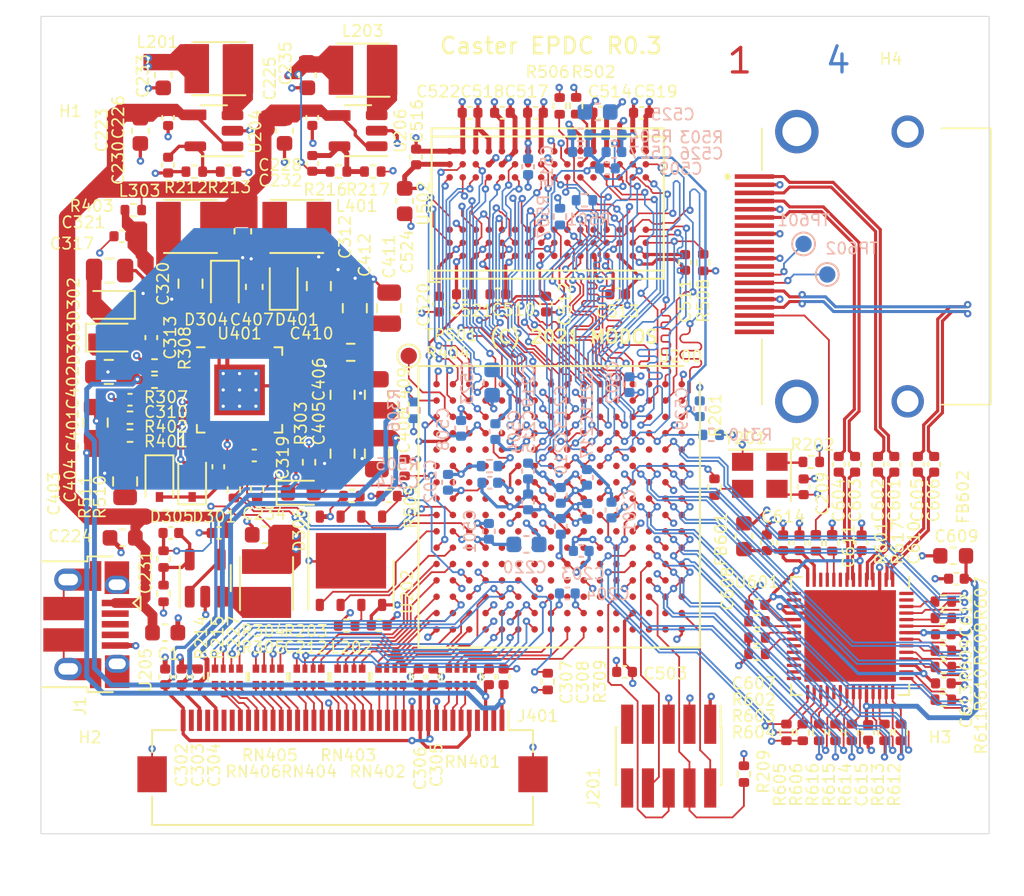
<source format=kicad_pcb>
(kicad_pcb (version 20211014) (generator pcbnew)
  (layers (0 "F.Cu" signal) (1 "In1.Cu" signal) (2 "In2.Cu" signal) (31 "B.Cu" signal) (34 "B.Paste" user) (35 "F.Paste" user) (36 "B.SilkS" user "B.Silkscreen") (37 "F.SilkS" user "F.Silkscreen") (38 "B.Mask" user) (39 "F.Mask" user) (44 "Edge.Cuts" user))
  (net 0 "")
  (net 1 "GND")
  (net 2 "+3V3")
  (net 3 "+1V35")
  (net 4 "+1V1")
  (net 5 "VNEG")
  (net 6 "VCOM")
  (net 7 "VPOS")
  (net 8 "VGH")
  (net 9 "VGL")
  (net 10 "Net-(C310-Pad2)")
  (net 11 "Net-(C313-Pad1)")
  (net 12 "Net-(C313-Pad2)")
  (net 13 "Net-(C319-Pad1)")
  (net 14 "+DRAM_VREF")
  (net 15 "/fpga/FPGA_TMS")
  (net 16 "/fpga/FPGA_TCK")
  (net 17 "/fpga/FPGA_TDO")
  (net 19 "/fpga/FPGA_TDI")
  (net 21 "EPDC_GDOE")
  (net 22 "EPDC_GDCLK")
  (net 23 "EPDC_GDSP")
  (net 24 "EPDC_SDCE0")
  (net 25 "Net-(D306-Pad1)")
  (net 26 "Net-(R201-Pad2)")
  (net 27 "Net-(R202-Pad2)")
  (net 28 "/fpga/FPGA_DONE")
  (net 29 "/fpga/GCLK")
  (net 30 "FPGA_FCS")
  (net 31 "/fpga/CRESET")
  (net 32 "/fpga_ddr/DRAM_CKP")
  (net 33 "/fpga_ddr/DRAM_CKN")
  (net 34 "Net-(R502-Pad1)")
  (net 35 "EPDC_D8")
  (net 36 "EPDC_D1")
  (net 37 "EPDC_D0")
  (net 38 "EPDC_SDCLK")
  (net 39 "EPDC_D10")
  (net 40 "EPDC_D3")
  (net 41 "EPDC_D2")
  (net 42 "EPDC_D9")
  (net 43 "EPDC_D12")
  (net 44 "EPDC_D5")
  (net 45 "EPDC_D4")
  (net 46 "EPDC_D11")
  (net 47 "EPDC_D14")
  (net 48 "EPDC_D7")
  (net 49 "EPDC_D6")
  (net 50 "EPDC_D13")
  (net 51 "EPDC_SDLE")
  (net 52 "EPDC_SDOE")
  (net 53 "EPDC_D15")
  (net 54 "/fpga_ddr/DRAM_ADDR14")
  (net 55 "/fpga_ddr/DRAM_ADDR10")
  (net 56 "/fpga_ddr/DRAM_ADDR6")
  (net 57 "/fpga_ddr/DRAM_ADDR1")
  (net 58 "/fpga_ddr/DRAM_ADDR0")
  (net 59 "/fpga_ddr/DRAM_CSB")
  (net 60 "/fpga_ddr/DRAM_CASB")
  (net 61 "/fpga_ddr/DRAM_DATA7")
  (net 62 "/fpga_ddr/DRAM_DATA5")
  (net 63 "/fpga_ddr/DRAM_LDQSP")
  (net 64 "/fpga_ddr/DRAM_DATA1")
  (net 65 "/fpga_ddr/DRAM_ADDR13")
  (net 66 "/fpga_ddr/DRAM_ADDR9")
  (net 67 "/fpga_ddr/DRAM_ADDR5")
  (net 68 "/fpga_ddr/DRAM_ADDR2")
  (net 69 "/fpga_ddr/DRAM_BA0")
  (net 70 "/fpga_ddr/DRAM_RASB")
  (net 71 "/fpga_ddr/DRAM_WEB")
  (net 72 "/fpga_ddr/DRAM_DATA6")
  (net 73 "/fpga_ddr/DRAM_DATA4")
  (net 74 "/fpga_ddr/DRAM_LDQSN")
  (net 75 "/fpga_ddr/DRAM_DATA13")
  (net 76 "/fpga_ddr/DRAM_DATA12")
  (net 77 "Net-(R304-Pad1)")
  (net 78 "/fpga_ddr/DRAM_ADDR12")
  (net 79 "/fpga_ddr/DRAM_ADDR11")
  (net 80 "/fpga_ddr/DRAM_ADDR8")
  (net 81 "/fpga_ddr/DRAM_ADDR7")
  (net 82 "/fpga_ddr/DRAM_BA1")
  (net 83 "/fpga_ddr/DRAM_CKE")
  (net 84 "/fpga_ddr/DRAM_ODT")
  (net 85 "/fpga_ddr/DRAM_DATA3")
  (net 86 "/fpga_ddr/DRAM_DATA2")
  (net 87 "/fpga_ddr/DRAM_LDM")
  (net 88 "/fpga_ddr/DRAM_DATA14")
  (net 89 "/fpga_ddr/DRAM_DATA10")
  (net 90 "/fpga_ddr/DRAM_DATA8")
  (net 91 "Net-(R305-Pad1)")
  (net 92 "FPGA_PROG")
  (net 93 "FPGA_SUSP")
  (net 94 "Net-(R310-Pad2)")
  (net 95 "/fpga_ddr/FPGA_INIT")
  (net 96 "/fpga_ddr/DRAM_ADDR4")
  (net 97 "/fpga_ddr/DRAM_ADDR3")
  (net 98 "/fpga_ddr/DRAM_BA2")
  (net 99 "/fpga_ddr/DRAM_RST")
  (net 100 "/fpga_ddr/DRAM_DATA0")
  (net 101 "/fpga_ddr/DRAM_DATA15")
  (net 102 "/fpga_ddr/DRAM_DATA11")
  (net 103 "/fpga_ddr/DRAM_DATA9")
  (net 104 "/fpga_ddr/DRAM_UDQSN")
  (net 110 "/fpga_ddr/DRAM_UDM")
  (net 111 "/fpga_ddr/DRAM_UDQSP")
  (net 119 "/dp_in/DP0P")
  (net 125 "/dp_in/DP0N")
  (net 133 "Net-(R505-Pad1)")
  (net 135 "Net-(C403-Pad2)")
  (net 139 "/dp_in/DP1P")
  (net 141 "Net-(C404-Pad1)")
  (net 142 "Net-(D304-Pad2)")
  (net 143 "/eink/ESDCLK")
  (net 144 "/eink/ED0")
  (net 145 "/eink/ED8")
  (net 146 "/eink/ED1")
  (net 147 "/eink/ED9")
  (net 148 "/eink/ED2")
  (net 149 "/eink/ED10")
  (net 150 "/eink/ED3")
  (net 151 "/eink/ED11")
  (net 152 "/eink/ED4")
  (net 153 "/eink/ED12")
  (net 154 "/eink/ED5")
  (net 155 "/eink/ED13")
  (net 156 "/eink/ED6")
  (net 157 "/eink/ED14")
  (net 158 "/eink/ED7")
  (net 159 "/eink/ED15")
  (net 160 "/eink/ESDLE")
  (net 161 "/eink/ESDOE")
  (net 162 "+5V")
  (net 163 "Net-(C230-Pad1)")
  (net 164 "Net-(C231-Pad1)")
  (net 165 "Net-(C232-Pad1)")
  (net 166 "Net-(L201-Pad1)")
  (net 167 "Net-(L202-Pad1)")
  (net 168 "Net-(L203-Pad1)")
  (net 169 "Net-(C317-Pad1)")
  (net 170 "Net-(C319-Pad2)")
  (net 171 "Net-(C320-Pad2)")
  (net 172 "Net-(C321-Pad2)")
  (net 173 "Net-(R307-Pad2)")
  (net 175 "Net-(C404-Pad2)")
  (net 176 "Net-(C410-Pad2)")
  (net 177 "Net-(C411-Pad2)")
  (net 179 "Net-(D401-Pad1)")
  (net 181 "Net-(R401-Pad2)")
  (net 182 "EPD_PWR_SCL")
  (net 183 "EPD_PWR_SDA")
  (net 187 "GNDPWR")
  (net 193 "FPGA_FMISO")
  (net 194 "FPGA_FMOSI")
  (net 203 "FPGA_FCCLK")
  (net 204 "/dp_in/DP1N")
  (net 213 "/dp_in/DPAUXP")
  (net 235 "Net-(R509-Pad2)")
  (net 240 "/dp_in/DPAUXN")
  (net 243 "Net-(C607-Pad1)")
  (net 244 "Net-(C608-Pad1)")
  (net 245 "Net-(C609-Pad1)")
  (net 250 "Net-(J602-Pad13)")
  (net 251 "Net-(J602-Pad14)")
  (net 254 "Net-(R601-Pad2)")
  (net 255 "Net-(R602-Pad2)")
  (net 256 "Net-(R603-Pad2)")
  (net 257 "Net-(R604-Pad2)")
  (net 258 "DDC_SCL")
  (net 259 "DDC_SDA")
  (net 260 "LVDS_ODD_AP")
  (net 261 "LVDS_ODD_AN")
  (net 262 "LVDS_ODD_BP")
  (net 263 "LVDS_ODD_BN")
  (net 264 "LVDS_ODD_CP")
  (net 265 "LVDS_ODD_CN")
  (net 266 "LVDS_ODD_CKP")
  (net 267 "LVDS_ODD_CKN")
  (net 268 "LVDS_ODD_DP")
  (net 269 "LVDS_ODD_DN")
  (net 270 "LVDS_EVEN_AP")
  (net 271 "LVDS_EVEN_AN")
  (net 272 "LVDS_EVEN_BP")
  (net 273 "LVDS_EVEN_BN")
  (net 274 "LVDS_EVEN_CP")
  (net 275 "LVDS_EVEN_CN")
  (net 276 "LVDS_EVEN_CKP")
  (net 277 "LVDS_EVEN_CKN")
  (net 278 "LVDS_EVEN_DP")
  (net 279 "LVDS_EVEN_DN")
  (net 281 "DP_PDN")
  (net 286 "I2C_SDA")
  (net 287 "I2C_SCL")
  (net 294 "+3V3_LCD")
  (net 301 "/eink/GDOE")
  (net 302 "/eink/GDCLK")
  (net 303 "/eink/GDSP")
  (net 304 "/eink/SDCE0")
  (net 311 "/dp_in/D0P")
  (net 312 "/dp_in/D0N")
  (net 313 "/dp_in/D1P")
  (net 314 "/dp_in/D1N")
  (net 315 "/dp_in/AUXP")
  (net 316 "/dp_in/AUXN")
  (net 317 "/dp_in/HPD")
  (footprint "Resistor_SMD:R_0402_1005Metric" (layer "F.Cu") (at 106.95 72.35)
    (fp_text reference "R307")
    (fp_text value "562K/1%")
  )
  (footprint "Resistor_SMD:R_Array_Convex_4x0402" (layer "F.Cu") (at 121.4 90.4 90)
    (fp_text reference "RN402")
    (fp_text value "33")
  )
  (footprint "Capacitor_SMD:C_0402_1005Metric" (layer "F.Cu") (at 109.6 90.4 90)
    (fp_text reference "C304")
    (fp_text value "220nF")
  )
  (footprint "Capacitor_SMD:C_0805_2012Metric" (layer "F.Cu") (at 103.35 74.85 -90)
    (fp_text reference "C401")
    (fp_text value "1uF/25V")
  )
  (footprint "Resistor_SMD:R_0402_1005Metric" (layer "F.Cu") (at 121.29 79.34)
    (fp_text reference "R203")
    (fp_text value "49.9K/1%")
  )
  (footprint "Resistor_SMD:R_0402_1005Metric" (layer "F.Cu") (at 106.95 71.35)
    (fp_text reference "R308")
    (fp_text value "27K/1%")
  )
  (footprint "Resistor_SMD:R_0402_1005Metric" (layer "F.Cu") (at 118.7 87.269998 180)
    (fp_text reference "R305")
    (fp_text value "4.7K")
  )
  (footprint "Capacitor_SMD:C_0402_1005Metric" (layer "F.Cu") (at 107.95 81.6 180)
    (fp_text reference "C231")
    (fp_text value "220nF")
  )
  (footprint "Diode_SMD:D_SOD-323" (layer "F.Cu") (at 109.25 78.35 90)
    (fp_text reference "D301")
    (fp_text value "B0530WS")
  )
  (footprint "Capacitor_SMD:C_0402_1005Metric" (layer "F.Cu") (at 125.900002 67.000001 180)
    (fp_text reference "C521")
    (fp_text value "220nF")
  )
  (footprint "Resistor_SMD:R_0402_1005Metric" (layer "F.Cu") (at 145.6 93.8 -90)
    (fp_text reference "R605")
    (fp_text value "10K")
  )
  (footprint "Resistor_SMD:R_0402_1005Metric" (layer "F.Cu") (at 155.2 85.8 180)
    (fp_text reference "R607")
    (fp_text value "100")
  )
  (footprint "Capacitor_SMD:C_0402_1005Metric" (layer "F.Cu") (at 116.6 56.19375 90)
    (fp_text reference "C228")
    (fp_text value "100nF")
  )
  (footprint "Resistor_SMD:R_0402_1005Metric" (layer "F.Cu") (at 143.8 89)
    (fp_text reference "R604")
    (fp_text value "4.7K")
  )
  (footprint "Connector_USB:USB_Micro-B_Amphenol_10103594-0001LF_Horizontal" (layer "F.Cu") (at 102.78 87.21 -90)
    (fp_text reference "J1")
    (fp_text value "USB_B_Micro")
  )
  (footprint "Capacitor_SMD:C_0402_1005Metric" (layer "F.Cu") (at 128.230001 55.900002)
    (fp_text reference "C518")
    (fp_text value "220nF")
  )
  (footprint "Resistor_SMD:R_0402_1005Metric" (layer "F.Cu") (at 111.48125 59.5 180)
    (fp_text reference "R213")
    (fp_text value "27K/1%")
  )
  (footprint "Resistor_SMD:R_0402_1005Metric" (layer "F.Cu") (at 147.1225 77.255 180)
    (fp_text reference "R202")
    (fp_text value "4.7K")
  )
  (footprint "Package_DFN_QFN:QFN-56-1EP_7x7mm_P0.4mm_EP5.6x5.6mm" (layer "F.Cu") (at 149.5 87.9 -90)
    (fp_text reference "U601")
    (fp_text value "PTN3460")
  )
  (footprint "Capacitor_SMD:C_0402_1005Metric" (layer "F.Cu") (at 124.350002 67.600001 -90)
    (fp_text reference "C520")
    (fp_text value "220nF")
  )
  (footprint "Capacitor_SMD:C_0402_1005Metric" (layer "F.Cu") (at 146.6525 78.775 -90)
    (fp_text reference "C209")
    (fp_text value "220nF")
  )
  (footprint "Capacitor_SMD:C_0805_2012Metric" (layer "F.Cu") (at 104.199999 65.55)
    (fp_text reference "C317")
    (fp_text value "1uF/25V")
  )
  (footprint "Capacitor_SMD:C_0402_1005Metric" (layer "F.Cu") (at 127.950002 67.000001 180)
    (fp_text reference "C510")
    (fp_text value "220nF")
  )
  (footprint "Resistor_SMD:R_0402_1005Metric" (layer "F.Cu") (at 116.4 77.275 90)
    (fp_text reference "R303")
    (fp_text value "1K")
  )
  (footprint "Capacitor_SMD:C_0402_1005Metric" (layer "F.Cu") (at 130.900002 67.600001 -90)
    (fp_text reference "C512")
    (fp_text value "220nF")
  )
  (footprint "Capacitor_SMD:C_0805_2012Metric" (layer "F.Cu") (at 118.45 76.75 90)
    (fp_text reference "C405")
    (fp_text value "4.7uF/25V")
  )
  (footprint "Resistor_SMD:R_0402_1005Metric" (layer "F.Cu") (at 147.4 82.2 -90)
    (fp_text reference "R601")
    (fp_text value "0")
  )
  (footprint "footprints:L_1212" (layer "F.Cu") (at 119.7 53.29375 180)
    (fp_text reference "L203")
    (fp_text value "4.7uH")
  )
  (footprint "Capacitor_SMD:C_0402_1005Metric" (layer "F.Cu") (at 108.6 90.4 90)
    (fp_text reference "C303")
    (fp_text value "220nF")
  )
  (footprint "Capacitor_SMD:C_0805_2012Metric" (layer "F.Cu") (at 105.15 78.45 90)
    (fp_text reference "C403")
    (fp_text value "1uF/25V")
  )
  (footprint "Resistor_SMD:R_0402_1005Metric" (layer "F.Cu") (at 122.25 77.6 -90)
    (fp_text reference "R509")
    (fp_text value "4.7K")
  )
  (footprint "Capacitor_SMD:C_0805_2012Metric" (layer "F.Cu") (at 120.55 76.75 90)
    (fp_text reference "C408")
    (fp_text value "4.7uF/25V")
  )
  (footprint "Capacitor_SMD:C_0402_1005Metric" (layer "F.Cu") (at 110.85 77.55 90)
    (fp_text reference "C404")
    (fp_text value "100nF")
  )
  (footprint "Capacitor_SMD:C_0402_1005Metric" (layer "F.Cu") (at 144.4 82.2 90)
    (fp_text reference "C608")
    (fp_text value "1uF")
  )
  (footprint "Capacitor_SMD:C_0402_1005Metric" (layer "F.Cu") (at 122.950002 58.600001 90)
    (fp_text reference "C516")
    (fp_text value "220nF")
  )
  (footprint "Resistor_SMD:R_Array_Convex_4x0402" (layer "F.Cu") (at 116.4 90.4 90)
    (fp_text reference "RN404")
    (fp_text value "33")
  )
  (footprint "Capacitor_SMD:C_0402_1005Metric" (layer "F.Cu") (at 148.8 77.4 -90)
    (fp_text reference "C604")
    (fp_text value "100nF")
  )
  (footprint "Capacitor_SMD:C_0402_1005Metric" (layer "F.Cu") (at 149.8 77.4 -90)
    (fp_text reference "C603")
    (fp_text value "100nF")
  )
  (footprint "Diode_SMD:D_SOD-323" (layer "F.Cu") (at 104.25 67.65 180)
    (fp_text reference "D302")
    (fp_text value "B0530WS")
  )
  (footprint "Oscillator:Oscillator_SMD_Abracon_ASE-4Pin_3.2x2.5mm" (layer "F.Cu") (at 143.9725 78.075 180)
    (fp_text reference "Y201")
    (fp_text value "24MHz")
  )
  (footprint "Package_TO_SOT_SMD:TSOT-23-5" (layer "F.Cu") (at 110.58125 57 180)
    (fp_text reference "U204")
    (fp_text value "SY8008")
  )
  (footprint "Capacitor_SMD:C_0805_2012Metric" (layer "F.Cu") (at 119.2 67.85 -90)
    (fp_text reference "C412")
    (fp_text value "4.7uF/25V")
  )
  (footprint "Capacitor_SMD:C_0603_1608Metric" (layer "F.Cu") (at 105 81.9)
    (fp_text reference "C224")
    (fp_text value "10uF")
  )
  (footprint "Resistor_SMD:R_0402_1005Metric" (layer "F.Cu") (at 143 96.35 -90)
    (fp_text reference "R209")
    (fp_text value "4.7K")
  )
  (footprint "Capacitor_SMD:C_0402_1005Metric" (layer "F.Cu") (at 104.95 63.45)
    (fp_text reference "C321")
    (fp_text value "1uF")
  )
  (footprint "Connector_PinHeader_1.27mm:PinHeader_2x05_P1.27mm_Vertical_SMD" (layer "F.Cu") (at 138.4 95.25 -90)
    (fp_text reference "J201")
    (fp_text value "Conn_02x05_Odd_Even")
  )
  (footprint "Capacitor_SMD:C_0402_1005Metric" (layer "F.Cu") (at 135.280002 67.000001)
    (fp_text reference "C513")
    (fp_text value "220nF")
  )
  (footprint "Capacitor_SMD:C_0402_1005Metric" (layer "F.Cu") (at 155.2 87.8)
    (fp_text reference "C612")
    (fp_text value "100nF")
  )
  (footprint "Capacitor_SMD:C_0402_1005Metric" (layer "F.Cu") (at 150.2 82.2 90)
    (fp_text reference "C610")
    (fp_text value "100nF")
  )
  (footprint "Capacitor_SMD:C_0402_1005Metric" (layer "F.Cu") (at 150.6 93.8 -90)
    (fp_text reference "C615")
    (fp_text value "100nF")
  )
  (footprint "MountingHole:MountingHole_2.2mm_M2_DIN965" (layer "F.Cu") (at 103 53)
    (fp_text reference "H1")
    (fp_text value "MountingHole")
  )
  (footprint "Capacitor_SMD:C_0805_2012Metric" (layer "F.Cu") (at 118.45 73.15 -90)
    (fp_text reference "C406")
    (fp_text value "4.7uF/25V")
  )
  (footprint "Resistor_SMD:R_0402_1005Metric" (layer "F.Cu") (at 132.74 55.47 90)
    (fp_text reference "R502")
    (fp_text value "240R/1%")
  )
  (footprint "Resistor_SMD:R_0402_1005Metric" (layer "F.Cu") (at 107.5 83.2 90)
    (fp_text reference "R214")
    (fp_text value "22.6K/1%")
  )
  (footprint "Capacitor_SMD:C_0805_2012Metric" (layer "F.Cu") (at 117 66.5 -90)
    (fp_text reference "C410")
    (fp_text value "4.7uF/25V")
  )
  (footprint "LED_SMD:LED_0603_1608Metric" (layer "F.Cu") (at 115.9 79.14)
    (fp_text reference "D306")
    (fp_text value "LED")
  )
  (footprint "Capacitor_SMD:C_0402_1005Metric" (layer "F.Cu") (at 107.78125 59.1 -90)
    (fp_text reference "C230")
    (fp_text value "220nF")
  )
  (footprint "Capacitor_SMD:C_0603_1608Metric" (layer "F.Cu") (at 122.250002 61.300001 -90)
    (fp_text reference "C524")
    (fp_text value "22uF")
  )
  (footprint "Resistor_SMD:R_0402_1005Metric" (layer "F.Cu") (at 149.6 93.8 90)
    (fp_text reference "R614")
    (fp_text value "100")
  )
  (footprint "Package_BGA:Xilinx_FTG256" (layer "F.Cu") (at 131.7 80 -90)
    (fp_text reference "U200")
    (fp_text value "XC6SLX16-FTG256")
  )
  (footprint "Capacitor_SMD:C_0805_2012Metric" (layer "F.Cu") (at 121.3 67.85 -90)
    (fp_text reference "C411")
    (fp_text value "4.7uF/25V")
  )
  (footprint "MountingHole:MountingHole_2.2mm_M2_DIN965" (layer "F.Cu") (at 155 97)
    (fp_text reference "H3")
    (fp_text value "MountingHole")
  )
  (footprint "footprints:L_1212" (layer "F.Cu") (at 115.65 62.85)
    (fp_text reference "L401")
    (fp_text value "4.7uH")
  )
  (footprint "Package_TO_SOT_SMD:TSOT-23-5" (layer "F.Cu") (at 119.4 56.99375 180)
    (fp_text reference "U206")
    (fp_text value "SY8008")
  )
  (footprint "Capacitor_SMD:C_0402_1005Metric" (layer "F.Cu") (at 139.400003 65.050001 90)
    (fp_text reference "C511")
    (fp_text value "220nF")
  )
  (footprint "Capacitor_SMD:C_0402_1005Metric" (layer "F.Cu") (at 151.2 77.4 -90)
    (fp_text reference "C602")
    (fp_text value "100nF")
  )
  (footprint "MountingHole:MountingHole_2.2mm_M2_DIN965" (layer "F.Cu") (at 103 97)
    (fp_text reference "H2")
    (fp_text value "MountingHole")
  )
  (footprint "Capacitor_SMD:C_0805_2012Metric" (layer "F.Cu") (at 120.55 73.15 -90)
    (fp_text reference "C409")
    (fp_text value "4.7uF/25V")
  )
  (footprint "Resistor_SMD:R_0402_1005Metric" (layer "F.Cu") (at 148.4 82.2 -90)
    (fp_text reference "R617")
    (fp_text value "4.7K")
  )
  (footprint "Capacitor_SMD:C_0603_1608Metric" (layer "F.Cu") (at 113.7 81.71)
    (fp_text reference "C234")
    (fp_text value "10uF")
  )
  (footprint "Resistor_SMD:R_0402_1005Metric" (layer "F.Cu") (at 146.6 93.8 -90)
    (fp_text reference "R606")
    (fp_text value "10K")
  )
  (footprint "Resistor_SMD:R_0402_1005Metric" (layer "F.Cu") (at 155.2 89.8)
    (fp_text reference "R610")
    (fp_text value "100")
  )
  (footprint "Resistor_SMD:R_0402_1005Metric" (layer "F.Cu") (at 131 90.69 -90)
    (fp_text reference "R309")
    (fp_text value "4.7K")
  )
  (footprint "Capacitor_SMD:C_0402_1005Metric" (layer "F.Cu") (at 110.9 81.6)
    (fp_text reference "C227")
    (fp_text value "100nF")
  )
  (footprint "Capacitor_SMD:C_0805_2012Metric" (layer "F.Cu") (at 104.15 71.75)
    (fp_text reference "C402")
    (fp_text value "1uF/25V")
  )
  (footprint "Capacitor_SMD:C_0603_1608Metric" (layer "F.Cu") (at 112.35 63.15 90)
    (fp_text reference "C312")
    (fp_text value "10uF")
  )
  (footprint "Capacitor_SMD:C_0603_1608Metric" (layer "F.Cu") (at 107.6 87.7 180)
    (fp_text reference "C1")
    (fp_text value "10uF")
  )
  (footprint "Resistor_SMD:R_0402_1005Metric" (layer "F.Cu") (at 105.45 74.55)
    (fp_text reference "R402")
    (fp_text value "49.9K/1%")
  )
  (footprint "Inductor_SMD:L_0603_1608Metric" (layer "F.Cu") (at 155.8 83)
    (fp_text reference "FB602")
    (fp_text value "120")
  )
  (footprint "Package_DFN_QFN:QFN-32-1EP_5x5mm_P0.5mm_EP3.1x3.1mm_ThermalVias" (layer "F.Cu") (at 112.15 72.85)
    (fp_text reference "U401")
    (fp_text value "MAX17135")
  )
  (footprint "Capacitor_SMD:C_0402_1005Metric" (layer "F.Cu") (at 154.64 77.4 -90)
    (fp_text reference "C606")
    (fp_text value "100nF")
  )
  (footprint "Capacitor_SMD:C_0805_2012Metric" (layer "F.Cu") (at 109.15 66.35 90)
    (fp_text reference "C320")
    (fp_text value "4.7uF/25V")
  )
  (footprint "Capacitor_SMD:C_0402_1005Metric" (layer "F.Cu") (at 107.78125 56.2 90)
    (fp_text reference "C226")
    (fp_text value "100nF")
  )
  (footprint "Resistor_SMD:R_Array_Convex_4x0402" (layer "F.Cu") (at 118.9 90.4 90)
    (fp_text reference "RN403")
    (fp_text value "33")
  )
  (footprint "Package_SON:WSON-8-1EP_6x5mm_P1.27mm_EP3.4x4.3mm" (layer "F.Cu") (at 118.965 83.3 -90)
    (fp_text reference "U202")
    (fp_text value "W25X16JVP")
  )
  (footprint "Resistor_SMD:R_0402_1005Metric" (layer "F.Cu") (at 143.8 88)
    (fp_text reference "R603")
    (fp_text value "4.7K")
  )
  (footprint "Capacitor_SMD:C_0402_1005Metric" (layer "F.Cu") (at 155.2 90.8)
    (fp_text reference "C613")
    (fp_text value "100nF")
  )
  (footprint "Diode_SMD:D_SOD-323" (layer "F.Cu") (at 107.25 78.35 -90)
    (fp_text reference "D305")
    (fp_text value "B0530WS")
  )
  (footprint "Resistor_SMD:R_0402_1005Metric" (layer "F.Cu") (at 155.2 91.8)
    (fp_text reference "R611")
    (fp_text value "100")
  )
  (footprint "Resistor_SMD:R_Array_Convex_4x0402" (layer "F.Cu") (at 111.4 90.4 90)
    (fp_text reference "RN406")
    (fp_text value "33")
  )
  (footprint "Capacitor_SMD:C_0402_1005Metric" (layer "F.Cu") (at 106.75 69.65 -90)
    (fp_text reference "C313")
    (fp_text value "100nF")
  )
  (footprint "Resistor_SMD:R_0402_1005Metric" (layer "F.Cu") (at 120.3 59.49375 180)
    (fp_text reference "R217")
    (fp_text value "27K/1%")
  )
  (footprint "Package_TO_SOT_SMD:TSOT-23-5" (layer "F.Cu") (at 110.05 84.3625 90)
    (fp_text reference "U205")
    (fp_text value "SY8008")
  )
  (footprint "Resistor_SMD:R_0402_1005Metric" (layer "F.Cu") (at 148.6 93.8 90)
    (fp_text reference "R615")
    (fp_text value "100")
  )
  (footprint "Capacitor_SMD:C_0603_1608Metric" (layer "F.Cu") (at 106.08125 57 90)
    (fp_text reference "C223")
    (fp_text value "10uF")
  )
  (footprint "Capacitor_SMD:C_0402_1005Metric" (layer "F.Cu") (at 145.4 82.2 90)
    (fp_text reference "C614")
    (fp_text value "100nF")
  )
  (footprint "Resistor_SMD:R_0402_1005Metric" (layer "F.Cu") (at 141.2 78.8 -90)
    (fp_text reference "R201")
    (fp_text value "22R")
  )
  (footprint "Capacitor_SMD:C_0402_1005Metric" (layer "F.Cu") (at 130.250002 55.9 180)
    (fp_text reference "C517")
    (fp_text value "220nF")
  )
  (footprint "Capacitor_SMD:C_0402_1005Metric" (layer "F.Cu") (at 152.2 77.4 -90)
    (fp_text reference "C601")
    (fp_text value "100nF")
  )
  (footprint "Diode_SMD:D_SOD-323" (layer "F.Cu") (at 114.85 66.45 90)
    (fp_text reference "D401")
    (fp_text value "B0530WS")
  )
  (footprint "Resistor_SMD:R_0402_1005Metric" (layer "F.Cu") (at 152.6 93.8 90)
    (fp_text reference "R612")
    (fp_text value "100")
  )
  (footprint "Capacitor_SMD:C_0402_1005Metric" (layer "F.Cu") (at 136.730002 55.9)
    (fp_text reference "C519")
    (fp_text value "220nF")
  )
  (footprint "Resistor_SMD:R_0603_1608Metric" (layer "F.Cu") (at 118.95 70.55 180)
    (fp_text reference "R404")
    (fp_text value "0.5R")
  )
  (footprint "Capacitor_SMD:C_0402_1005Metric" (layer "F.Cu") (at 135.7 90.1 180)
    (fp_text reference "C503")
    (fp_text value "220nF")
  )
  (footprint "Capacitor_SMD:C_0402_1005Metric" (layer "F.Cu") (at 105.45 73.45)
    (fp_text reference "C310")
    (fp_text value "100nF")
  )
  (footprint "Resistor_SMD:R_0402_1005Metric" (layer "F.Cu") (at 105.45 75.65)
    (fp_text reference "R401")
    (fp_text value "806K/1%")
  )
  (footprint "Inductor_SMD:L_0603_1608Metric" (layer "F.Cu") (at 143 81.8 -90)
    (fp_text reference "FB601")
    (fp_text value "120")
  )
  (footprint "footprints:BGA-96_9.0x14.0mm_P0.8mm" (layer "F.Cu") (at 131.000002 61.450001 90)
    (fp_text reference "U502")
    (fp_text value "MT41K64M16TW")
  )
  (footprint "Resistor_SMD:R_Array_Convex_4x0402" (layer "F.Cu") (at 113.9 90.4 90)
    (fp_text reference "RN405")
    (fp_text value "33")
  )
  (footprint "Resistor_SMD:R_0402_1005Metric" (layer "F.Cu") (at 143.8 87)
    (fp_text reference "R602")
    (fp_text value "4.7K")
  )
  (footprint "Capacitor_SMD:C_0402_1005Metric" (layer "F.Cu") (at 107.6 90.4 90)
    (fp_text reference "C302")
    (fp_text value "220nF")
  )
  (footprint "Capacitor_SMD:C_0603_1608Metric" (layer "F.Cu") (at 113.05 66.55 -90)
    (fp_text reference "C407")
    (fp_text value "10uF")
  )
  (footprint "Capacitor_SMD:C_0402_1005Metric" (layer "F.Cu") (at 127.4 90.4 90)
    (fp_text reference "C307")
    (fp_text value "220nF")
  )
  (footprint "Capacitor_SMD:C_0402_1005Metric" (layer "F.Cu") (at 146.4 82.2 90)
    (fp_text reference "C611")
    (fp_text value "100nF")
  )
  (footprint "Resistor_SMD:R_0402_1005Metric" (layer "F.Cu") (at 111.8 78.95 -90)
    (fp_text reference "R511")
    (fp_text value "4.7K")
  )
  (footprint "Capacitor_SMD:C_0402_1005Metric" (layer "F.Cu") (at 143.8 86 180)
    (fp_text reference "C607")
    (fp_text value "1uF")
  )
  (footprint "Resistor_SMD:R_0402_1005Metric" (layer "F.Cu") (at 140.51 65.06 -90)
    (fp_text reference "R508")
    (fp_text value "4.7K")
  )
  (footprint "Capacitor_SMD:C_0402_1005Metric" (layer "F.Cu") (at 123.1 90.4 90)
    (fp_text reference "C306")
    (fp_text value "220nF")
  )
  (footprint "Diode_SMD:D_SOD-323" (layer "F.Cu") (at 111.25 66.45 -90)
    (fp_text reference "D304")
    (fp_text value "B0530WS")
  )
  (footprint "Diode_SMD:D_SOD-323" (layer "F.Cu") (at 104.25 69.65)
    (fp_text reference "D303")
    (fp_text value "B0530WS")
  )
  (footprint "footprints:Hirose_FH12-40S-0.5SH_1x40-1MP_P0.50mm_Horizontal_Reversed" (layer "F.Cu") (at 118.45 94.96)
    (fp_text reference "J401")
    (fp_text value "FH12-40S-0.5SH")
  )
  (footprint "footprints:L_1212" (layer "F.Cu") (at 109.15 62.85 180)
    (fp_text reference "L303")
    (fp_text value "4.7uH")
  )
  (footprint "Resistor_SMD:R_0402_1005Metric" (layer "F.Cu") (at 131.73 55.48 90)
    (fp_text reference "R506")
    (fp_text value "4.7K")
  )
  (footprint "Capacitor_SMD:C_0603_1608Metric" (layer "F.Cu") (at 107.48125 53.6 90)
    (fp_text reference "C233")
    (fp_text value "10uF")
  )
  (footprint "Capacitor_SMD:C_0402_1005Metric" (layer "F.Cu") (at 134.24 55.89 180)
    (fp_text reference "C514")
    (fp_text value "220nF")
  )
  (footprint "TestPoint:TestPoint_Pad_D1.0mm" (layer "F.Cu") (at 122.5 70.77)
    (fp_text reference "TP501")
    (fp_text value "TestPoint")
  )
  (footprint "footprints:L_1212" (layer "F.Cu") (at 110.88125 53.2 180)
    (fp_text reference "L201")
    (fp_text value "4.7uH")
  )
  (footprint "Capacitor_SMD:C_0402_1005Metric" (layer "F.Cu") (at 156 84.4 180)
    (fp_text reference "C609")
    (fp_text value "1uF")
  )
  (footprint "Capacitor_SMD:C_0402_1005Metric" (layer "F.Cu") (at 128.3 90.4 90)
    (fp_text reference "C308")
    (fp_text value "220nF")
  )
  (footprint "Resistor_SMD:R_0402_1005Metric" (layer "F.Cu") (at 151.6 93.8 90)
    (fp_text reference "R613")
    (fp_text value "100")
  )
  (footprint "Capacitor_SMD:C_0402_1005Metric" (layer "F.Cu") (at 116.6 58.99375 -90)
    (fp_text reference "C232")
    (fp_text value "220nF")
  )
  (footprint "Capacitor_SMD:C_0402_1005Metric" (layer "F.Cu") (at 120.69 87.259998 180)
    (fp_text reference "C212")
    (fp_text value "220nF")
  )
  (footprint "Capacitor_SMD:C_0402_1005Metric" (layer "F.Cu") (at 126.250002 55.9 180)
    (fp_text reference "C522")
    (fp_text value "220nF")
  )
  (footprint "Resistor_SMD:R_0402_1005Metric" (layer "F.Cu") (at 155.2 86.8 180)
    (fp_text reference "R608")
    (fp_text value "100")
  )
  (footprint "Resistor_SMD:R_Array_Convex_4x0402" (layer "F.Cu") (at 125.7 90.4 90)
    (fp_text reference "RN401")
    (fp_text value "33")
  )
  (footprint "Resistor_SMD:R_0402_1005Metric" (layer "F.Cu") (at 118.2 59.49375 180)
    (fp_text reference "R216")
    (fp_text value "34.8K/1%")
  )
  (footprint "Capacitor_SMD:C_0402_1005Metric" (layer "F.Cu") (at 113.05 76.86 180)
    (fp_text reference "C319")
    (fp_text value "2.2nF")
  )
  (footprint "Capacitor_SMD:C_0603_1608Metric" (layer "F.Cu") (at 114.9 56.99375 90)
    (fp_text reference "C225")
    (fp_text value "10uF")
  )
  (footprint "Resistor_SMD:R_0402_1005Metric" (layer "F.Cu") (at 155.2 88.8)
    (fp_text reference "R609")
    (fp_text value "100")
  )
  (footprint "Capacitor_SMD:C_0402_1005Metric" (layer "F.Cu") (at 153.64 77.4 -90)
    (fp_text reference "C605")
    (fp_text value "100nF")
  )
  (footprint "Resistor_SMD:R_0402_1005Metric" (layer "F.Cu") (at 147.6 93.8 90)
    (fp_text reference "R616")
    (fp_text value "100")
  )
  (footprint "MountingHole:MountingHole_2.2mm_M2_DIN965" (layer "F.Cu") (at 155 52.65)
    (fp_text reference "H4")
    (fp_text value "MountingHole")
  )
  (footprint "Resistor_SMD:R_0402_1005Metric" (layer "F.Cu") (at 109.38125 59.5 180)
    (fp_text reference "R212")
    (fp_text value "121K/1%")
  )
  (footprint "footprints:472720024" (layer "F.Cu") (at 150 65.3 90)
    (fp_text reference "J602" hide)
    (fp_text value "Molex_47272_DP" hide)
  )
  (footprint "Capacitor_SMD:C_0402_1005Metric" (layer "F.Cu") (at 124 90.4 90)
    (fp_text reference "C305")
    (fp_text value "220nF")
  )
  (footprint "Resistor_SMD:R_0402_1005Metric" (layer "F.Cu") (at 107.5 85.3 90)
    (fp_text reference "R215")
    (fp_text value "27K/1%")
  )
  (footprint "Resistor_SMD:R_0402_1005Metric" (layer "F.Cu") (at 105.65 61.85)
    (fp_text reference "R403")
    (fp_text value "10R")
  )
  (footprint "Resistor_SMD:R_0402_1005Metric" (layer "F.Cu") (at 113.225 78.925 90)
    (fp_text reference "R510")
    (fp_text value "4.7K")
  )
  (footprint "Capacitor_SMD:C_0603_1608Metric" (layer "F.Cu") (at 116.3 53.59375 90)
    (fp_text reference "C235")
    (fp_text value "10uF")
  )
  (footprint "Resistor_SMD:R_0402_1005Metric" (layer "F.Cu") (at 119.02 79.34 180)
    (fp_text reference "R304")
    (fp_text value "4.7K")
  )
  (footprint "footprints:L_1212" (layer "F.Cu") (at 113.8 84.7 90)
    (fp_text reference "L202")
    (fp_text value "4.7uH")
  )
  (footprint "Capacitor_SMD:C_0603_1608Metric" (layer "B.Cu") (at 129.7 82.3 180)
    (fp_text reference "C220")
    (fp_text value "22uF")
  )
  (footprint "Capacitor_SMD:C_0402_1005Metric" (layer "B.Cu") (at 133.4 78.2 -90)
    (fp_text reference "C211")
    (fp_text value "220nF")
  )
  (footprint "Capacitor_SMD:C_0402_1005Metric" (layer "B.Cu") (at 135.050002 58.300001 180)
    (fp_text reference "C526")
    (fp_text value "100nF")
  )
  (footprint "Capacitor_SMD:C_0402_1005Metric" (layer "B.Cu") (at 129.8 79.7 90)
    (fp_text reference "C215")
    (fp_text value "220nF")
  )
  (footprint "Capacitor_SMD:C_0402_1005Metric" (layer "B.Cu") (at 127.8 75.4 90)
    (fp_text reference "C504")
    (fp_text value "220nF")
  )
  (footprint "Capacitor_SMD:C_0402_1005Metric" (layer "B.Cu") (at 131.8 79.3 -90)
    (fp_text reference "C213")
    (fp_text value "220nF")
  )
  (footprint "Capacitor_SMD:C_0402_1005Metric" (layer "B.Cu") (at 127.46 78.53 180)
    (fp_text reference "C214")
    (fp_text value "220nF")
  )
  (footprint "Capacitor_SMD:C_0402_1005Metric" (layer "B.Cu") (at 133.42 80.28 -90)
    (fp_text reference "C217")
    (fp_text value "220nF")
  )
  (footprint "TestPoint:TestPoint_Pad_D1.0mm" (layer "B.Cu") (at 146.65 63.92 180)
    (fp_text reference "TP601")
    (fp_text value "TestPoint")
  )
  (footprint "Resistor_SMD:R_0402_1005Metric" (layer "B.Cu") (at 122.8 74.1 90)
    (fp_text reference "R306")
    (fp_text value "4.7K")
  )
  (footprint "Capacitor_SMD:C_0402_1005Metric" (layer "B.Cu") (at 129.800002 59.200001 90)
    (fp_text reference "C515")
    (fp_text value "220nF")
  )
  (footprint "Resistor_SMD:R_0402_1005Metric" (layer "B.Cu") (at 141 75.6 180)
    (fp_text reference "R310")
    (fp_text value "4.7K")
  )
  (footprint "Capacitor_SMD:C_0402_1005Metric" (layer "B.Cu") (at 134.65 59.3)
    (fp_text reference "C509")
    (fp_text value "220nF")
  )
  (footprint "Capacitor_SMD:C_0402_1005Metric" (layer "B.Cu") (at 134.9 80.2 -90)
    (fp_text reference "C201")
    (fp_text value "220nF")
  )
  (footprint "Capacitor_SMD:C_0603_1608Metric" (layer "B.Cu") (at 127.6 72.4 90)
    (fp_text reference "C523")
    (fp_text value "22uF")
  )
  (footprint "Resistor_SMD:R_0402_1005Metric" (layer "B.Cu") (at 131.75 62.25 90)
    (fp_text reference "R507")
    (fp_text value "4.7K")
  )
  (footprint "Capacitor_SMD:C_0402_1005Metric" (layer "B.Cu") (at 125.7 75.2 90)
    (fp_text reference "C508")
    (fp_text value "220nF")
  )
  (footprint "Capacitor_SMD:C_0603_1608Metric" (layer "B.Cu") (at 134.050002 55.850001 180)
    (fp_text reference "C525")
    (fp_text value "10uF")
  )
  (footprint "Capacitor_SMD:C_0402_1005Metric" (layer "B.Cu") (at 133.05 82.7)
    (fp_text reference "C203")
    (fp_text value "220nF")
  )
  (footprint "TestPoint:TestPoint_Pad_D1.0mm" (layer "B.Cu") (at 148.1 65.79 180)
    (fp_text reference "TP602")
    (fp_text value "TestPoint")
  )
  (footprint "Resistor_SMD:R_0402_1005Metric" (layer "B.Cu") (at 133.000002 57.250001 180)
    (fp_text reference "R504")
    (fp_text value "1.5K/0.5%")
  )
  (footprint "Capacitor_SMD:C_0402_1005Metric" (layer "B.Cu") (at 124.9 78.5 90)
    (fp_text reference "C202")
    (fp_text value "220nF")
  )
  (footprint "Capacitor_SMD:C_0402_1005Metric" (layer "B.Cu") (at 132.2 85.3)
    (fp_text reference "C204")
    (fp_text value "220nF")
  )
  (footprint "Capacitor_SMD:C_0402_1005Metric" (layer "B.Cu") (at 131.8 81.2 -90)
    (fp_text reference "C210")
    (fp_text value "220nF")
  )
  (footprint "Capacitor_SMD:C_0402_1005Metric" (layer "B.Cu") (at 136 72.53 90)
    (fp_text reference "C502")
    (fp_text value "220nF")
  )
  (footprint "Resistor_SMD:R_0402_1005Metric" (layer "B.Cu") (at 135.050002 57.250001 180)
    (fp_text reference "R503")
    (fp_text value "1.5K/0.5%")
  )
  (footprint "Resistor_SMD:R_0402_1005Metric" (layer "B.Cu") (at 127.44 77.51 180)
    (fp_text reference "R505")
    (fp_text value "100R 1%")
  )
  (footprint "Capacitor_SMD:C_0402_1005Metric" (layer "B.Cu") (at 129.8 77.81 -90)
    (fp_text reference "C219")
    (fp_text value "220nF")
  )
  (footprint "Capacitor_SMD:C_0402_1005Metric" (layer "B.Cu") (at 140.3 74 90)
    (fp_text reference "C529")
    (fp_text value "220nF")
  )
  (footprint "Resistor_SMD:R_0402_1005Metric" (layer "B.Cu") (at 133.25 61.25)
    (fp_text reference "R501")
    (fp_text value "470R")
  )
  (footprint "Capacitor_SMD:C_0402_1005Metric" (layer "B.Cu") (at 133.000002 58.3 180)
    (fp_text reference "C527")
    (fp_text value "100nF")
  )
  (footprint "Capacitor_SMD:C_0402_1005Metric" (layer "B.Cu") (at 127.4 81.5 -90)
    (fp_text reference "C501")
    (fp_text value "220nF")
  )
  (gr_line (start 142.8 53.4) (end 143.2 53.4) (layer "F.Cu") (width 0.2))
  (gr_line (start 142.8 51.9) (end 142.8 53.4) (layer "F.Cu") (width 0.2))
  (gr_line (start 142.3 52.3) (end 142.8 51.9) (layer "F.Cu") (width 0.2))
  (gr_line (start 142.3 53.4) (end 142.8 53.4) (layer "F.Cu") (width 0.2))
  (gr_rect (start 111.375 70.8375) (end 111.425 71.35) (layer "F.Cu") (width 0.2) (fill none))
  (gr_line (start 149 52.3) (end 149 53.4) (layer "B.Cu") (width 0.2))
  (gr_line (start 148.7 51.8) (end 148.3 52.9) (layer "B.Cu") (width 0.2))
  (gr_line (start 148.3 52.9) (end 149.3 52.9) (layer "B.Cu") (width 0.2))
  (gr_line (start 100 100) (end 158 100) (layer "Edge.Cuts") (width 0.05))
  (gr_line (start 158 100) (end 158 50) (layer "Edge.Cuts") (width 0.05))
  (gr_line (start 100 50) (end 100 100) (layer "Edge.Cuts") (width 0.05))
  (gr_line (start 158 50) (end 100 50) (layer "Edge.Cuts") (width 0.05))
  (gr_text "(C) 2021 MODOS" (at 132.6 69.6) (layer "F.SilkS") (effects (font (size 0.8 0.8))))
  (gr_text "Caster EPDC R0.3" (at 131.2 51.8) (layer "F.SilkS") (effects (font (size 1 1))))
  (segment (start 137.000002 58.250001) (end 137.000003 56.110001) (width 0.3) (layer "F.Cu") (net 1))
  (segment (start 131.032921 64.217082) (end 130.974935 64.217082) (width 0.11) (layer "F.Cu") (net 1))
  (segment (start 133.905481 64.75548) (end 133.905481 65.807362) (width 0.2) (layer "F.Cu") (net 1))
  (segment (start 108.375 86.825) (end 108.4 86.8) (width 0.3) (layer "F.Cu") (net 1))
  (segment (start 120.5375 56.99375) (end 121.4875 56.99375) (width 0.2) (layer "F.Cu") (net 1))
  (segment (start 129.000002 58.250001) (end 129.000002 56.190001) (width 0.3) (layer "F.Cu") (net 1))
  (segment (start 125.770002 55.900001) (end 125.770001 55.220001) (width 0.2) (layer "F.Cu") (net 1))
  (segment (start 123.08 89.92) (end 122.6 90.4) (width 0.11) (layer "F.Cu") (net 1))
  (segment (start 128.200002 59.050001) (end 128.220002 59.050001) (width 0.3) (layer "F.Cu") (net 1))
  (segment (start 125.800001 55.930001) (end 125.770002 55.900001) (width 0.3) (layer "F.Cu") (net 1))
  (segment (start 125.420002 67.000001) (end 125.420002 65.01301) (width 0.2) (layer "F.Cu") (net 1))
  (segment (start 143.29 87) (end 143.29 86.03) (width 0.11) (layer "F.Cu") (net 1))
  (segment (start 136.2 75.5) (end 136.7 76) (width 0.11) (layer "F.Cu") (net 1))
  (segment (start 139.67 93.3) (end 139.67 91.73) (width 0.11) (layer "F.Cu") (net 1))
  (segment (start 107.6 89.92) (end 107.6 89.2) (width 0.3) (layer "F.Cu") (net 1))
  (segment (start 121.7075 57.21375) (end 121.7975 57.30375) (width 0.2) (layer "F.Cu") (net 1))
  (segment (start 121.4875 56.99375) (end 121.7075 57.21375) (width 0.2) (layer "F.Cu") (net 1))
  (segment (start 120.81 59.49375) (end 121.4875 59.49375) (width 0.1) (layer "F.Cu") (net 1))
  (segment (start 104.97 73.45) (end 104.5 73.45) (width 0.2) (layer "F.Cu") (net 1))
  (segment (start 131.2 79.5) (end 130.7 79) (width 0.15) (layer "F.Cu") (net 1))
  (segment (start 145.4 81.72) (end 145.4 81) (width 0.2) (layer "F.Cu") (net 1))
  (segment (start 124.2 93.06) (end 124.2 91.9) (width 0.2) (layer "F.Cu") (net 1))
  (segment (start 106.08125 57.95) (end 106.08125 58.8425) (width 0.2) (layer "F.Cu") (net 1))
  (segment (start 111.71875 57) (end 112.74875 57) (width 0.2) (layer "F.Cu") (net 1))
  (segment (start 151.3 84.4625) (end 151.3 83.7) (width 0.2) (layer "F.Cu") (net 1))
  (segment (start 133.000002 64.650001) (end 133.000002 65.096021) (width 0.11) (layer "F.Cu") (net 1))
  (segment (start 131.2 76.5) (end 131.7 77) (width 0.11) (layer "F.Cu") (net 1))
  (segment (start 135.400002 58.250001) (end 135.400002 57.799998) (width 0.3) (layer "F.Cu") (net 1))
  (segment (start 132.2 78.5) (end 132.7 79) (width 0.15) (layer "F.Cu") (net 1))
  (segment (start 135.760002 66.799998) (end 136.62 65.94) (width 0.2) (layer "F.Cu") (net 1))
  (segment (start 116.3 54.36875) (end 115.3625 54.36875) (width 0.2) (layer "F.Cu") (net 1))
  (segment (start 156.1755 87.8) (end 156.5 88.1245) (width 0.2) (layer "F.Cu") (net 1))
  (segment (start 143.32 86) (end 143.32 85.48) (width 0.11) (layer "F.Cu") (net 1))
  (segment (start 121.7975 57.30375) (end 121.7975 57.76375) (width 0.2) (layer "F.Cu") (net 1))
  (segment (start 125.000002 58.250001) (end 125.800002 58.250001) (width 0.3) (layer "F.Cu") (net 1))
  (segment (start 121.4875 59.49375) (end 121.5375 59.44375) (width 0.1) (layer "F.Cu") (net 1))
  (segment (start 123.665109 87.971587) (end 123.728413 87.971587) (width 0.15) (layer "F.Cu") (net 1))
  (segment (start 112.925 81.71) (end 112.925 81.2045) (width 0.2) (layer "F.Cu") (net 1))
  (segment (start 101.395 89.645) (end 101.665 89.915) (width 0.11) (layer "F.Cu") (net 1))
  (segment (start 127.4 89.92) (end 127.38 89.92) (width 0.11) (layer "F.Cu") (net 1))
  (segment (start 129.2 73.5) (end 128.7 73) (width 0.11) (layer "F.Cu") (net 1))
  (segment (start 125.800002 58.250001) (end 125.800001 55.930001) (width 0.3) (layer "F.Cu") (net 1))
  (segment (start 124.2 72.5) (end 124.2 71.8) (width 0.11) (layer "F.Cu") (net 1))
  (segment (start 127.2 84.5) (end 127.2 84.45) (width 0.11) (layer "F.Cu") (net 1))
  (segment (start 143.32 85.48) (end 144 84.8) (width 0.11) (layer "F.Cu") (net 1))
  (segment (start 124.02 89.92) (end 124.5 90.4) (width 0.11) (layer "F.Cu") (net 1))
  (segment (start 133.905481 65.807362) (end 134.209916 66.111797) (width 0.2) (layer "F.Cu") (net 1))
  (segment (start 146.6525 78.294999) (end 147.2925 78.295) (width 0.15) (layer "F.Cu") (net 1))
  (segment (start 150.2 81.72) (end 150.2 81) (width 0.2) (layer "F.Cu") (net 1))
  (segment (start 129.000002 58.250001) (end 129.000002 58.270001) (width 0.3) (layer "F.Cu") (net 1))
  (segment (start 144.4 81.2) (end 144.8 80.8) (width 0.2) (layer "F.Cu") (net 1))
  (segment (start 116.6 56.67375) (end 116.6 57.72625) (width 0.2) (layer "F.Cu") (net 1))
  (segment (start 121.17 87.23) (end 121.8 86.6) (width 0.2) (layer "F.Cu") (net 1))
  (segment (start 107.78125 56.68) (end 107.78125 57.3575) (width 0.2) (layer "F.Cu") (net 1))
  (segment (start 117.7 93.06) (end 117.7 92.1) (width 0.11) (layer "F.Cu") (net 1))
  (segment (start 129.000002 58.270001) (end 128.600002 58.670001) (width 0.3) (layer "F.Cu") (net 1))
  (segment (start 139.400002 64.570001) (end 137.080002 64.57) (width 0.2) (layer "F.Cu") (net 1))
  (segment (start 143.64 64.8) (end 145.2 64.8) (width 0.2) (layer "F.Cu") (net 1))
  (segment (start 132.2 83.5) (end 132.25 83.5) (width 0.11) (layer "F.Cu") (net 1))
  (segment (start 142.9225 77.25) (end 142.9225 76.2225) (width 0.11) (layer "F.Cu") (net 1))
  (segment (start 139.67 91.73) (end 139.7 91.7) (width 0.11) (layer "F.Cu") (net 1))
  (segment (start 148.1 86.5) (end 149.5 87.9) (width 0.2) (layer "F.Cu") (net 1))
  (segment (start 135.760002 67.000001) (end 135.760002 66.799998) (width 0.2) (layer "F.Cu") (net 1))
  (segment (start 106.60375 54.375) (end 106.57875 54.4) (width 0.2) (layer "F.Cu") (net 1))
  (segment (start 112.4 72.6) (end 112.15 72.85) (width 0.2) (layer "F.Cu") (net 1))
  (segment (start 108.375 87.7) (end 108.375 86.825) (width 0.3) (layer "F.Cu") (net 1))
  (segment (start 125.2 77.5) (end 125.7 78) (width 0.15) (layer "F.Cu") (net 1))
  (segment (start 116.4 83.3) (end 116.440002 83.340002) (width 0.15) (layer "F.Cu") (net 1))
  (segment (start 116.4 76.765) (end 116.4 76.05) (width 0.11) (layer "F.Cu") (net 1))
  (segment (start 127.2 82.5) (end 126.7 82) (width 0.15) (layer "F.Cu") (net 1))
  (segment (start 125.420002 67.679998) (end 125.4 67.7) (width 0.11) (layer "F.Cu") (net 1))
  (segment (start 131.400002 57.800002) (end 131.2 57.6) (width 0.11) (layer "F.Cu") (net 1))
  (segment (start 127.470002 67.000001) (end 127.470002 65.603398) (width 0.2) (layer "F.Cu") (net 1))
  (segment (start 133.2 73.5) (end 132.7 73) (width 0.11) (layer "F.Cu") (net 1))
  (segment (start 142.9225 76.2225) (end 142.9 76.2) (width 0.11) (layer "F.Cu") (net 1))
  (segment (start 156.4 90.8) (end 156.5 90.9) (width 0.2) (layer "F.Cu") (net 1))
  (segment (start 146.4 81.72) (end 146.4 81) (width 0.2) (layer "F.Cu") (net 1))
  (segment (start 107.5 85.81) (end 107.5 86.5) (width 0.1) (layer "F.Cu") (net 1))
  (segment (start 114.5875 72.6) (end 112.4 72.6) (width 0.2) (layer "F.Cu") (net 1))
  (segment (start 117.06 80.6) (end 117.7 80.6) (width 0.3) (layer "F.Cu") (net 1))
  (segment (start 131.23 68.1) (end 131.210001 68.080001) (width 0.15) (layer "F.Cu") (net 1))
  (segment (start 123.080003 58.250001) (end 122.950002 58.120001) (width 0.3) (layer "F.Cu") (net 1))
  (segment (start 127.024011 65.025991) (end 127.024011 65.157407) (width 0.11) (layer "F.Cu") (net 1))
  (segment (start 139.2 87.8) (end 139.2 87.5) (width 0.15) (layer "F.Cu") (net 1))
  (segment (start 101.395 86.225) (end 101.395 84.725) (width 0.11) (layer "F.Cu") (net 1))
  (segment (start 114.9 57.94375) (end 114.9 58.92125) (width 0.2) (layer "F.Cu") (net 1))
  (segment (start 135.22 90.1) (end 135.22 89.42) (width 0.11) (layer "F.Cu") (net 1))
  (segment (start 135.136461 57.799998) (end 135.400002 57.799998) (width 0.11) (layer "F.Cu") (net 1))
  (segment (start 101.395 84.725) (end 101.665 84.455) (width 0.11) (layer "F.Cu") (net 1))
  (segment (start 133.2 86.5) (end 132.7 86) (width 0.11) (layer "F.Cu") (net 1))
  (segment (start 150.6 94.28) (end 150.6 94.7) (width 0.2) (layer "F.Cu") (net 1))
  (segment (start 127.470002 65.603398) (end 127.024011 65.157407) (width 0.2) (layer "F.Cu") (net 1))
  (segment (start 106.44 71.34) (end 105.85 70.75) (width 0.2) (layer "F.Cu") (net 1))
  (segment (start 106.8 96.36) (end 106.8 94.8) (width 0.11) (layer "F.Cu") (net 1))
  (segment (start 151.3 84.4625) (end 151.3 86.1) (width 0.2) (layer "F.Cu") (net 1))
  (segment (start 131.400002 63.850001) (end 131.032921 64.217082) (width 0.11) (layer "F.Cu") (net 1))
  (segment (start 111.99125 59.5) (end 112.66875 59.5) (width 0.11) (layer "F.Cu") (net 1))
  (segment (start 123.369999 68.080001) (end 123.3 68.15) (width 0.11) (layer "F.Cu") (net 1))
  (segment (start 109.6 89.92) (end 109.42 89.92) (width 0.3) (layer "F.Cu") (net 1))
  (segment (start 138.7 79) (end 138.2 78.5) (width 0.11) (layer "F.Cu") (net 1))
  (segment (start 124.350002 68.080001) (end 123.369999 68.080001) (width 0.11) (layer "F.Cu") (net 1))
  (segment (start 137.000003 56.110001) (end 137.210002 55.900002) (width 0.3) (layer "F.Cu") (net 1))
  (segment (start 129.08 89.92) (end 129.1 89.9) (width 0.11) (layer "F.Cu") (net 1))
  (segment (start 147.2925 78.295) (end 147.3125 78.275) (width 0.15) (layer "F.Cu") (net 1))
  (segment (start 118.19 87.215498) (end 118.34525 87.060248) (width 0.2) (layer "F.Cu") (net 1))
  (segment (start 129.800002 55.930002) (end 129.770002 55.900001) (width 0.3) (layer "F.Cu") (net 1))
  (segment (start 110.05 86.57) (end 110.08 86.6) (width 0.2) (layer "F.Cu") (net 1))
  (segment (start 131.7 68.1) (end 131.23 68.1) (width 0.15) (layer "F.Cu") (net 1))
  (segment (start 125.2 81.5) (end 125.25 81.5) (width 0.11) (layer "F.Cu") (net 1))
  (segment (start 118.34525 87.060248) (end 118.925 86.480498) (width 0.15) (layer "F.Cu") (net 1))
  (segment (start 131.400003 59.050001) (end 131.010002 58.660001) (width 0.15) (layer "F.Cu") (net 1))
  (segment (start 131.73 54.38) (end 131.7 54.35) (width 0.11) (layer "F.Cu") (net 1))
  (segment (start 108.72 89.8) (end 108.6 89.92) (width 0.3) (layer "F.Cu") (net 1))
  (segment (start 107.78125 57.3575) (end 107.77875 57.36) (width 0.2) (layer "F.Cu") (net 1))
  (segment (start 129.7 80) (end 128.7 80) (width 0.15) (layer "F.Cu") (net 1))
  (segment (start 129.770002 55.900001) (end 129.770002 55.260001) (width 0.2) (layer "F.Cu") (net 1))
  (segment (start 130.1 96.36) (end 130.1 94.7) (width 0.11) (layer "F.Cu") (net 1))
  (segment (start 143.64 63.3) (end 145.2 63.3) (width 0.2) (layer "F.Cu") (net 1))
  (segment (start 125.000002 58.250001) (end 123.080003 58.250001) (width 0.3) (layer "F.Cu") (net 1))
  (segment (start 135.400002 64.650001) (end 135.400002 64.720002) (width 0.2) (layer "F.Cu") (net 1))
  (segment (start 131.400002 64.642149) (end 130.974935 64.217082) (width 0.11) (layer "F.Cu") (net 1))
  (segment (start 132.1 66.3) (end 132.5 66.7) (width 0.11) (layer "F.Cu") (net 1))
  (segment (start 122.950002 57.440001) (end 122.940002 57.430001) (width 0.2) (layer "F.Cu") (net 1))
  (segment (start 132.2 80.5) (end 132.7 81) (width 0.15) (layer "F.Cu") (net 1))
  (segment (start 135.400002 64.720002) (end 136.62 65.94) (width 0.2) (layer "F.Cu") (net 1))
  (segment (start 132.25 83.5) (end 132.75 84) (width 0.11) (layer "F.Cu") (net 1))
  (segment (start 131.400002 64.650001) (end 131.400002 64.642149) (width 0.11) (layer "F.Cu") (net 1))
  (segment (start 133.670002 55.900002) (end 133.670002 55.420001) (width 0.2) (layer "F.Cu") (net 1))
  (segment (start 124.2 71.8) (end 124.3 71.7) (width 0.11) (layer "F.Cu") (net 1))
  (segment (start 150.6 94.7) (end 150.8 94.9) (width 0.2) (layer "F.Cu") (net 1))
  (segment (start 147.7 86.1) (end 149.5 87.9) (width 0.2) (layer "F.Cu") (net 1))
  (segment (start 139.2 72) (end 139.3 71.9) (width 0.11) (layer "F.Cu") (net 1))
  (segment (start 110.9 70.4125) (end 110.9 71.6) (width 0.2) (layer "F.Cu") (net 1))
  (segment (start 143.64 60.3) (end 145.2 60.3) (width 0.2) (layer "F.Cu") (net 1))
  (segment (start 122.634923 62.459921) (end 122.634921 62.840969) (width 0.1) (layer "F.Cu") (net 1))
  (segment (start 107.48125 54.375) (end 106.60375 54.375) (width 0.2) (layer "F.Cu") (net 1))
  (segment (start 129.770002 55.260001) (end 129.760002 55.250001) (width 0.2) (layer "F.Cu") (net 1))
  (segment (start 137.210002 55.900002) (end 137.210002 55.230001) (width 0.2) (layer "F.Cu") (net 1))
  (segment (start 132.1 66) (end 132.1 66.3) (width 0.11) (layer "F.Cu") (net 1))
  (segment (start 122.7 93.06) (end 122.7 91.9) (width 0.2) (layer "F.Cu") (net 1))
  (segment (start 128.71098 87.031652) (end 128.718348 87.031652) (width 0.15) (layer "F.Cu") (net 1))
  (segment (start 132.74 54.96) (end 132.74 54.49) (width 0.11) (layer "F.Cu") (net 1))
  (segment (start 135.7 85) (end 136.2 84.5) (width 0.11) (layer "F.Cu") (net 1))
  (segment (start 143.64 67.3) (end 145.2 67.3) (width 0.2) (layer "F.Cu") (net 1))
  (segment (start 129.000002 56.190001) (end 128.710002 55.900001) (width 0.3) (layer "F.Cu") (net 1))
  (segment (start 132.1 65.996023) (end 132.1 66) (width 0.11) (layer "F.Cu") (net 1))
  (segment (start 130.2 80.5) (end 129.7 80) (width 0.15) (layer "F.Cu") (net 1))
  (segment (start 128.710002 55.900001) (end 128.710002 55.250001) (width 0.2) (layer "F.Cu") (net 1))
  (segment (start 128.2 79.5) (end 128.7 80) (width 0.2) (layer "F.Cu") (net 1))
  (segment (start 133.670002 55.420001) (end 133.920002 55.17) (width 0.2) (layer "F.Cu") (net 1))
  (segment (start 115.3625 54.36875) (end 115.3475 54.38375) (width 0.2) (layer "F.Cu") (net 1))
  (segment (start 155.68 90.8) (end 156.4 90.8) (width 0.2) (layer "F.Cu") (net 1))
  (segment (start 101.395 88.145) (end 101.395 89.645) (width 0.11) (layer "F.Cu") (net 1))
  (segment (start 128.600002 64.250001) (end 128.638699 64.250001) (width 0.11) (layer "F.Cu") (net 1))
  (segment (start 131.210001 68.080001) (end 130.900002 68.080001) (width 0.15) (layer "F.Cu") (net 1))
  (segment (start 124 89.92) (end 124.02 89.92) (width 0.11) (layer "F.Cu") (net 1))
  (segment (start 109.69 81.6) (end 109.68 81.59) (width 0.2) (layer "F.Cu") (net 1))
  (segment (start 122.950002 58.120001) (end 122.950002 57.440001) (width 0.2) (layer "F.Cu") (net 1))
  (segment (start 122.250002 62.075) (end 122.634923 62.459921) (width 0.1) (layer "F.Cu") (net 1))
  (segment (start 129.800002 58.250001) (end 129.800002 57.750001) (width 0.3) (layer "F.Cu") (net 1))
  (segment (start 127.400001 59.050001) (end 127.430003 59.050001) (width 0.3) (layer "F.Cu") (net 1))
  (segment (start 133.000002 65.096021) (end 132.1 65.996023) (width 0.11) (layer "F.Cu") (net 1))
  (segment (start 137.080002 64.57) (end 137.000002 64.65) (width 0.2) (layer "F.Cu") (net 1))
  (segment (start 129.800002 59.050001) (end 129.800002 58.250001) (width 0.3) (layer "F.Cu") (net 1))
  (segment (start 135.400002 56.620001) (end 135.640002 56.380001) (width 0.3) (layer "F.Cu") (net 1))
  (segment (start 114.9 58.92125) (end 114.8975 58.92375) (width 0.2) (layer "F.Cu") (net 1))
  (segment (start 128.638699 64.250001) (end 128.639527 64.250829) (width 0.11) (layer "F.Cu") (net 1))
  (segment (start 109.3 89.8) (end 108.72 89.8) (width 0.3) (layer "F.Cu") (net 1))
  (segment (start 155.52 84.4) (end 154.7 84.4) (width 0.2) (layer "F.Cu") (net 1))
  (segment (start 143.64 61.8) (end 145.2 61.8) (width 0.2) (layer "F.Cu") (net 1))
  (segment (start 131.400002 58.250001) (end 131.400002 57.800002) (width 0.11) (layer "F.Cu") (net 1))
  (segment (start 105.785 88.485) (end 105.8 88.5) (width 0.3) (layer "F.Cu") (net 1))
  (segment (start 146.0625 86.1) (end 145.2 86.1) (width 0.2) (layer "F.Cu") (net 1))
  (segment (start 151.3 86.1) (end 149.5 87.9) (width 0.2) (layer "F.Cu") (net 1))
  (segment (start 128.600829 64.250829) (end 128.639527 64.250829) (width 0.11) (layer "F.Cu") (net 1))
  (segment (start 137.7 82) (end 138.2 82.5) (width 0.11) (layer "F.Cu") (net 1))
  (segment (start 140.51 65.57) (end 141.17 65.57) (width 0.15) (layer "F.Cu") (net 1))
  (segment (start 139.2 72.5) (end 139.2 72) (width 0.11) (layer "F.Cu") (net 1))
  (segment (start 130.232921 64.217082) (end 130.974935 64.217082) (width 0.1) (layer "F.Cu") (net 1))
  (segment (start 109.42 89.92) (end 109.3 89.8) (width 0.3) (layer "F.Cu") (net 1))
  (segment (start 138.9 88.1) (end 139.2 87.8) (width 0.15) (layer "F.Cu") (net 1))
  (segment (start 138.4 93.3) (end 138.4 91.7) (width 0.11) (layer "F.Cu") (net 1))
  (segment (start 132.74 54.49) (end 132.6 54.35) (width 0.11) (layer "F.Cu") (net 1))
  (segment (start 128.220002 59.050001) (end 128.600002 58.670001) (width 0.3) (layer "F.Cu") (net 1))
  (segment (start 110.9 71.6) (end 112.15 72.85) (width 0.2) (layer "F.Cu") (net 1))
  (segment (start 137.210002 55.230001) (end 137.220002 55.220001) (width 0.2) (layer "F.Cu") (net 1))
  (segment (start 116.440002 83.340002) (end 119.89 83.340002) (width 0.15) (layer "F.Cu") (net 1))
  (segment (start 128.710002 55.250001) (end 128.730002 55.230002) (width 0.2) (layer "F.Cu") (net 1))
  (segment (start 133.000002 57.300002) (end 132.3 56.6) (width 0.2) (layer "F.Cu") (net 1))
  (segment (start 143.29 86.03) (end 143.32 86) (width 0.11) (layer "F.Cu") (net 1))
  (segment (start 135.22 89.42) (end 135.2 89.4) (width 0.11) (layer "F.Cu") (net 1))
  (segment (start 133.2 79.5) (end 132.7 79) (width 0.15) (layer "F.Cu") (net 1))
  (segment (start 135.400002 57.799998) (end 135.400002 56.620001) (width 0.3) (layer "F.Cu") (net 1))
  (segment (start 135.2 80.5) (end 135.7 80) (width 0.15) (layer "F.Cu") (net 1))
  (segment (start 130.2 78.5) (end 130.7 79) (width 0.15) (layer "F.Cu") (net 1))
  (segment (start 155.68 87.8) (end 156.1755 87.8) (width 0.2) (layer "F.Cu") (net 1))
  (segment (start 127.38 89.92) (end 126.9 90.4) (width 0.11) (layer "F.Cu") (net 1))
  (segment (start 146.0625 86.5) (end 148.1 86.5) (width 0.2) (layer "F.Cu") (net 1))
  (segment (start 104.47 63.45) (end 103.6 64.32) (width 0.1) (layer "F.Cu") (net 1))
  (segment (start 146.0625 86.5) (end 145.6 86.5) (width 0.2) (layer "F.Cu") (net 1))
  (segment (start 123.1 89.92) (end 123.08 89.92) (width 0.11) (layer "F.Cu") (net 1))
  (segment (start 128.200002 64.650001) (end 128.600002 64.250001) (width 0.11) (layer "F.Cu") (net 1))
  (segment (start 129.800002 64.650001) (end 130.232921 64.217082) (width 0.1) (layer "F.Cu") (net 1))
  (segment (start 146.0625 86.1) (end 147.7 86.1) (width 0.2) (layer "F.Cu") (net 1))
  (segment (start 127.430003 59.050001) (end 127.830002 58.650001) (width 0.3) (layer "F.Cu") (net 1))
  (segment (start 128.718348 87.031652) (end 129.2 86.55) (width 0.15) (layer "F.Cu") (net 1))
  (segment (start 133.800002 56.030001) (end 133.670002 55.900002) (width 0.3) (layer "F.Cu") (net 1))
  (segment (start 125.420002 67.000001) (end 125.420002 67.679998) (width 0.11) (layer "F.Cu") (net 1))
  (segment (start 123.728413 87.971587) (end 124.2 87.5) (width 0.15) (layer "F.Cu") (net 1))
  (segment (start 126.2 74.5) (end 125.7 74) (width 0.15) (layer "F.Cu") (net 1))
  (segment (start 133.800002 64.650001) (end 133.905481 64.75548) (width 0.2) (layer "F.Cu") (net 1))
  (segment (start 125.25 81.5) (end 125.75 82) (width 0.11) (layer "F.Cu") (net 1))
  (segment (start 106.08125 58.8425) (end 106.08875 58.85) (width 0.2) (layer "F.Cu") (net 1))
  (segment (start 129.2 86.55) (end 129.2 86.5) (width 0.15) (layer "F.Cu") (net 1))
  (segment (start 116.6 57.72625) (end 116.6375 57.76375) (width 0.2) (layer "F.Cu") (net 1))
  (segment (start 104.545 88.485) (end 105.785 88.485) (width 0.3) (layer "F.Cu") (net 1))
  (segment (start 125.800003 64.650001) (end 125.437907 65.012097) (width 0.11) (layer "F.Cu") (net 1))
  (segment (start 135.101049 57.764586) (end 135.136461 57.799998) (width 0.11) (layer "F.Cu") (net 1))
  (segment (start 103.6 64.32) (end 103.6 64.475) (width 0.1) (layer "F.Cu") (net 1))
  (segment (start 144.4 81.72) (end 144.4 81.2) (width 0.2) (layer "F.Cu") (net 1))
  (segment (start 131 91.2) (end 130.2 91.2) (width 0.11) (layer "F.Cu") (net 1))
  (segment (start 106.44 71.35) (end 106.44 71.34) (width 0.2) (layer "F.Cu") (net 1))
  (segment (start 137.000002 64.65) (end 136.600002 64.250001) (width 0.11) (layer "F.Cu") (net 1))
  (segment (start 118.51 79.34) (end 117.7 80.15) (width 0.11) (layer "F.Cu") (net 1))
  (segment (start 128.200001 63.850001) (end 128.600829 64.250829) (width 0.11) (layer "F.Cu") (net 1))
  (segment (start 117.7 80.15) (end 117.7 80.6) (width 0.11) (layer "F.Cu") (net 1))
  (segment (start 145.6 86.5) (end 145.2 86.1) (width 0.2) (layer "F.Cu") (net 1))
  (segment (start 104.9 82.8) (end 104.9 82.575) (width 0.3) (layer "F.Cu") (net 1))
  (segment (start 104.9 82.575) (end 104.225 81.9) (width 0.3) (layer "F.Cu") (net 1))
  (segment (start 110.42 81.6) (end 109.69 81.6) (width 0.2) (layer "F.Cu") (net 1))
  (segment (start 133.000002 58.250001) (end 133.000002 57.300002) (width 0.2) (layer "F.Cu") (net 1))
  (segment (start 118.19 87.269998) (end 118.19 87.215498) (width 0.2) (layer "F.Cu") (net 1))
  (segment (start 131.73 54.97) (end 131.73 54.38) (width 0.11) (layer "F.Cu") (net 1))
  (segment (start 129.800002 57.750001) (end 129.800002 55.930002) (width 0.3) (layer "F.Cu") (net 1))
  (segment (start 127.400001 64.650001) (end 127.024011 65.025991) (width 0.11) (layer "F.Cu") (net 1))
  (segment (start 131.7 83) (end 132.2 83.5) (width 0.2) (layer "F.Cu") (net 1))
  (segment (start 121.17 87.259998) (end 121.17 87.23) (width 0.2) (layer "F.Cu") (net 1))
  (segment (start 112.925 81.2045) (end 112.6 80.8795) (width 0.2) (layer "F.Cu") (net 1))
  (segment (start 128.3 89.92) (end 129.08 89.92) (width 0.11) (layer "F.Cu") (net 1))
  (segment (start 108.6 89.3) (end 108.5 89.2) (width 0.3) (layer "F.Cu") (net 1))
  (segment (start 104.5 73.45) (end 104.3 73.25) (width 0.2) (layer "F.Cu") (net 1))
  (segment (start 108.6 89.92) (end 108.6 89.3) (width 0.3) (layer "F.Cu") (net 1))
  (segment (start 110.05 85.5) (end 110.05 86.57) (width 0.2) (layer "F.Cu") (net 1))
  (segment (start 127.2 84.45) (end 126.75 84) (width 0.11) (layer "F.Cu") (net 1))
  (segment (start 125.437907 65.012097) (end 125.420915 65.012097) (width 0.11) (layer "F.Cu") (net 1))
  (segment (start 141.17 65.57) (end 141.27 65.57) (width 0.11) (layer "F.Cu") (net 1))
  (segment (start 125.420002 65.01301) (end 125.420915 65.012097) (width 0.2) (layer "F.Cu") (net 1))
  (segment (start 117.7 92.1) (end 117.6 92) (width 0.11) (layer "F.Cu") (net 1))
  (segment (start 125.800002 63.050001) (end 125.41 62.66) (width 0.15) (layer "F.Cu") (net 1))
  (segment (start 133.800002 58.250001) (end 133.800002 56.030001) (width 0.3) (layer "F.Cu") (net 1))
  (via (at 129.1 89.9) (size 0.45) (drill 0.2) (layers "F.Cu" "B.Cu") (net 1))
  (via (at 146.4 81) (size 0.45) (drill 0.2) (layers "F.Cu" "B.Cu") (net 1))
  (via (at 151.3 83.7) (size 0.45) (drill 0.2) (layers "F.Cu" "B.Cu") (net 1))
  (via (at 132.7 86) (size 0.45) (drill 0.2) (layers "F.Cu" "B.Cu") (net 1))
  (via (at 116.4 83.3) (size 0.45) (drill 0.2) (layers "F.Cu" "B.Cu") (net 1))
  (via (at 138.7 79) (size 0.45) (drill 0.2) (layers "F.Cu" "B.Cu") (net 1))
  (via (at 136.62 65.94) (size 0.45) (drill 0.2) (layers "F.Cu" "B.Cu") (net 1))
  (via (at 121.5375 59.44375) (size 0.45) (drill 0.2) (layers "F.Cu" "B.Cu") (net 1))
  (via (at 147.3125 78.275) (size 0.45) (drill 0.2) (layers "F.Cu" "B.Cu") (net 1))
  (via (at 132.5 66.7) (size 0.45) (drill 0.2) (layers "F.Cu" "B.Cu") (net 1))
  (via (at 134.209916 66.111797) (size 0.45) (drill 0.2) (layers "F.Cu" "B.Cu") (net 1))
  (via (at 130.2 91.2) (size 0.45) (drill 0.2) (layers "F.Cu" "B.Cu") (net 1))
  (via (at 115.3475 54.38375) (size 0.45) (drill 0.2) (layers "F.Cu" "B.Cu") (net 1))
  (via (at 135.7 85) (size 0.45) (drill 0.2) (layers "F.Cu" "B.Cu") (net 1))
  (via (at 130.974935 64.217082) (size 0.45) (drill 0.2) (layers "F.Cu" "B.Cu") (net 1))
  (via (at 126.75 84) (size 0.45) (drill 0.2) (layers "F.Cu" "B.Cu") (net 1))
  (via (at 150.2 81) (size 0.45) (drill 0.2) (layers "F.Cu" "B.Cu") (net 1))
  (via (at 125.770001 55.220001) (size 0.45) (drill 0.2) (layers "F.Cu" "B.Cu") (net 1))
  (via (at 106.8 94.8) (size 0.45) (drill 0.2) (layers "F.Cu" "B.Cu") (net 1))
  (via (at 127.024011 65.157407) (size 0.45) (drill 0.2) (layers "F.Cu" "B.Cu") (net 1))
  (via (at 156.5 88.1245) (size 0.45) (drill 0.2) (layers "F.Cu" "B.Cu") (net 1))
  (via (at 133.920002 55.17) (size 0.45) (drill 0.2) (layers "F.Cu" "B.Cu") (net 1))
  (via (at 138.4 91.7) (size 0.45) (drill 0.2) (layers "F.Cu" "B.Cu") (net 1))
  (via (at 145.2 86.1) (size 0.45) (drill 0.2) (layers "F.Cu" "B.Cu") (net 1))
  (via (at 128.600002 58.670001) (size 0.45) (drill 0.2) (layers "F.Cu" "B.Cu") (net 1))
  (via (at 124.5 90.4) (size 0.45) (drill 0.2) (layers "F.Cu" "B.Cu") (net 1))
  (via (at 122.634921 62.840969) (size 0.45) (drill 0.2) (layers "F.Cu" "B.Cu") (net 1))
  (via (at 103.6 64.475) (size 0.45) (drill 0.2) (layers "F.Cu" "B.Cu") (net 1))
  (via (at 135.640002 56.380001) (size 0.45) (drill 0.2) (layers "F.Cu" "B.Cu") (net 1))
  (via (at 131.010002 58.660001) (size 0.45) (drill 0.2) (layers "F.Cu" "B.Cu") (net 1))
  (via (at 130.7 79) (size 0.45) (drill 0.2) (layers "F.Cu" "B.Cu") (net 1))
  (via (at 127.830002 58.650001) (size 0.45) (drill 0.2) (layers "F.Cu" "B.Cu") (net 1))
  (via (at 104.3 73.25) (size 0.45) (drill 0.2) (layers "F.Cu" "B.Cu") (net 1))
  (via (at 125.4 67.7) (size 0.45) (drill 0.2) (layers "F.Cu" "B.Cu") (net 1))
  (via (at 106.57875 54.4) (size 0.45) (drill 0.2) (layers "F.Cu" "B.Cu") (net 1))
  (via (at 136.7 72) (size 0.45) (drill 0.2) (layers "F.Cu" "B.Cu") (net 1))
  (via (at 154.7 84.4) (size 0.45) (drill 0.2) (layers "F.Cu" "B.Cu") (net 1))
  (via (at 144 84.8) (size 0.45) (drill 0.2) (layers "F.Cu" "B.Cu") (net 1))
  (via (at 142.9 76.2) (size 0.45) (drill 0.2) (layers "F.Cu" "B.Cu") (net 1))
  (via (at 132.3 56.6) (size 0.45) (drill 0.2) (layers "F.Cu" "B.Cu") (net 1))
  (via (at 156.5 90.9) (size 0.45) (drill 0.2) (layers "F.Cu" "B.Cu") (net 1))
  (via (at 132.75 84) (size 0.45) (drill 0.2) (layers "F.Cu" "B.Cu") (net 1))
  (via (at 145.2 67.3) (size 0.45) (drill 0.2) (layers "F.Cu" "B.Cu") (net 1))
  (via (at 139.3 71.9) (size 0.45) (drill 0.2) (layers "F.Cu" "B.Cu") (net 1))
  (via (at 122.6 90.4) (size 0.45) (drill 0.2) (layers "F.Cu" "B.Cu") (net 1))
  (via (at 110.08 86.6) (size 0.45) (drill 0.2) (layers "F.Cu" "B.Cu") (net 1))
  (via (at 104.9 82.8) (size 0.45) (drill 0.2) (layers "F.Cu" "B.Cu") (net 1))
  (via (at 106.08875 58.85) (size 0.45) (drill 0.2) (layers "F.Cu" "B.Cu") (net 1))
  (via (at 125.420915 65.012097) (size 0.45) (drill 0.2) (layers "F.Cu" "B.Cu") (net 1))
  (via (at 128.7 73) (size 0.45) (drill 0.2) (layers "F.Cu" "B.Cu") (net 1))
  (via (at 135.7 80) (size 0.45) (drill 0.2) (layers "F.Cu" "B.Cu") (net 1))
  (via (at 128.71098 87.031652) (size 0.45) (drill 0.2) (layers "F.Cu" "B.Cu") (net 1))
  (via (at 105.85 70.75) (size 0.45) (drill 0.2) (layers "F.Cu" "B.Cu") (net 1))
  (via (at 130.1 94.7) (size 0.45) (drill 0.2) (layers "F.Cu" "B.Cu") (net 1))
  (via (at 145.2 64.8) (size 0.45) (drill 0.2) (layers "F.Cu" "B.Cu") (net 1))
  (via (at 107.77875 57.36) (size 0.45) (drill 0.2) (layers "F.Cu" "B.Cu") (net 1))
  (via (at 128.730002 55.230002) (size 0.45) (drill 0.2) (layers "F.Cu" "B.Cu") (net 1))
  (via (at 137.220002 55.220001) (size 0.45) (drill 0.2) (layers "F.Cu" "B.Cu") (net 1))
  (via (at 112.77875 56.97) (size 0.45) (drill 0.2) (layers "F.Cu" "B.Cu") (net 1))
  (via (at 126.7 82) (size 0.45) (drill 0.2) (layers "F.Cu" "B.Cu") (net 1))
  (via (at 145.2 63.3) (size 0.45) (drill 0.2) (layers "F.Cu" "B.Cu") (net 1))
  (via (at 145.4 81) (size 0.45) (drill 0.2) (layers "F.Cu" "B.Cu") (net 1))
  (via (at 150.8 94.9) (size 0.45) (drill 0.2) (layers "F.Cu" "B.Cu") (net 1))
  (via (at 108.5 89.2) (size 0.45) (drill 0.2) (layers "F.Cu" "B.Cu") (net 1))
  (via (at 126.9 90.4) (size 0.45) (drill 0.2) (layers "F.Cu" "B.Cu") (net 1))
  (via (at 144.8 80.8) (size 0.45) (drill 0.2) (layers "F.Cu" "B.Cu") (net 1))
  (via (at 112.6 80.8795) (size 0.45) (drill 0.2) (layers "F.Cu" "B.Cu") (net 1))
  (via (at 122.7 91.9) (size 0.45) (drill 0.2) (layers "F.Cu" "B.Cu") (net 1))
  (via (at 141.27 65.57) (size 0.45) (drill 0.2) (layers "F.Cu" "B.Cu") (net 1))
  (via (at 139.7 91.7) (size 0.45) (drill 0.2) (layers "F.Cu" "B.Cu") (net 1))
  (via (at 136.600002 64.250001) (size 0.45) (drill 0.2) (layers "F.Cu" "B.Cu") (net 1))
  (via (at 138.9 88.1) (size 0.45) (drill 0.2) (layers "F.Cu" "B.Cu") (net 1))
  (via (at 142.3 75.6) (size 0.45) (drill 0.2) (layers "F.Cu" "B.Cu") (net 1))
  (via (at 117.6 92) (size 0.45) (drill 0.2) (layers "F.Cu" "B.Cu") (net 1))
  (via (at 128.7 80) (size 0.45) (drill 0.2) (layers "F.Cu" "B.Cu") (net 1))
  (via (at 132.7 81) (size 0.45) (drill 0.2) (layers "F.Cu" "B.Cu") (net 1))
  (via (at 145.2 61.8) (size 0.45) (drill 0.2) (layers "F.Cu" "B.Cu") (net 1))
  (via (at 140.3 72.7) (size 0.45) (drill 0.2) (layers "F.Cu" "B.Cu") (net 1))
  (via (at 123.3 68.15) (size 0.45) (drill 0.2) (layers "F.Cu" "B.Cu") (net 1))
  (via (at 121.8 86.6) (size 0.45) (drill 0.2) (layers "F.Cu" "B.Cu") (net 1))
  (via (at 124.2 91.9) (size 0.45) (drill 0.2) (layers "F.Cu" "B.Cu") (net 1))
  (via (at 131.7 83) (size 0.45) (drill 0.2) (layers "F.Cu" "B.Cu") (net 1))
  (via (at 131.7 68.1) (size 0.45) (drill 0.2) (layers "F.Cu" "B.Cu") (net 1))
  (via (at 131.7 77) (size 0.45) (drill 0.2) (layers "F.Cu" "B.Cu") (net 1))
  (via (at 118.925 86.480498) (size 0.45) (drill 0.2) (layers "F.Cu" "B.Cu") (net 1))
  (via (at 105.8 88.5) (size 0.45) (drill 0.2) (layers "F.Cu" "B.Cu") (net 1))
  (via (at 131.7 54.35) (size 0.45) (drill 0.2) (layers "F.Cu" "B.Cu") (net 1))
  (via (at 117.7 80.6) (size 0.45) (drill 0.2) (layers "F.Cu" "B.Cu") (net 1))
  (via (at 109.68 81.59) (size 0.45) (drill 0.2) (layers "F.Cu" "B.Cu") (net 1))
  (via (at 136.7 76) (size 0.45) (drill 0.2) (layers "F.Cu" "B.Cu") (net 1))
  (via (at 129.760002 55.250001) (size 0.45) (drill 0.2) (layers "F.Cu" "B.Cu") (net 1))
  (via (at 131.61402 61.1) (size 0.45) (drill 0.2) (layers "F.Cu" "B.Cu") (net 1))
  (via (at 125.7 78) (size 0.45) (drill 0.2) (layers "F.Cu" "B.Cu") (net 1))
  (via (at 125.75 82) (size 0.45) (drill 0.2) (layers "F.Cu" "B.Cu") (net 1))
  (via (at 114.8975 58.92375) (size 0.45) (drill 0.2) (layers "F.Cu" "B.Cu") (net 1))
  (via (at 112.71875 59.55) (size 0.45) (drill 0.2) (layers "F.Cu" "B.Cu") (net 1))
  (via (at 107.6 89.2) (size 0.45) (drill 0.2) (layers "F.Cu" "B.Cu") (net 1))
  (via (at 125.7 74) (size 0.45) (drill 0.2) (layers "F.Cu" "B.Cu") (net 1))
  (via (at 131.2 57.6) (size 0.45) (drill 0.2) (layers "F.Cu" "B.Cu") (net 1))
  (via (at 116.6375 57.76375) (size 0.45) (drill 0.2) (layers "F.Cu" "B.Cu") (net 1))
  (via (at 137.7 82) (size 0.45) (drill 0.2) (layers "F.Cu" "B.Cu") (net 1))
  (via (at 132.6 54.35) (size 0.45) (drill 0.2) (layers "F.Cu" "B.Cu") (net 1))
  (via (at 145.2 60.3) (size 0.45) (drill 0.2) (layers "F.Cu" "B.Cu") (net 1))
  (via (at 116.4 76.05) (size 0.45) (drill 0.2) (layers "F.Cu" "B.Cu") (net 1))
  (via (at 107.5 86.5) (size 0.45) (drill 0.2) (layers "F.Cu" "B.Cu") (net 1))
  (via (at 129.800002 57.750001) (size 0.45) (drill 0.2) (layers "F.Cu" "B.Cu") (net 1))
  (via (at 122.940002 57.430001) (size 0.45) (drill 0.2) (layers "F.Cu" "B.Cu") (net 1))
  (via (at 132.7 73) (size 0.45) (drill 0.2) (layers "F.Cu" "B.Cu") (net 1))
  (via (at 128.639527 64.250829) (size 0.45) (drill 0.2) (layers "F.Cu" "B.Cu") (net 1))
  (via (at 132.7 79) (size 0.45) (drill 0.2) (layers "F.Cu" "B.Cu") (net 1))
  (via (at 123.665109 87.971587) (size 0.45) (drill 0.2) (layers "F.Cu" "B.Cu") (net 1))
  (via (at 135.2 89.4) (size 0.45) (drill 0.2) (layers "F.Cu" "B.Cu") (net 1))
  (via (at 135.101049 57.764586) (size 0.45) (drill 0.2) (layers "F.Cu" "B.Cu") (net 1))
  (via (at 108.4 86.8) (size 0.45) (drill 0.2) (layers "F.Cu" "B.Cu") (net 1))
  (via (at 125.41 62.66) (size 0.45) (drill 0.2) (layers "F.Cu" "B.Cu") (net 1))
  (via (at 124.3 71.7) (size 0.45) (drill 0.2) (layers "F.Cu" "B.Cu") (net 1))
  (via (at 121.7975 57.76375) (size 0.45) (drill 0.2) (layers "F.Cu" "B.Cu") (net 1))
  (segment (start 141.51 75.6) (end 142.3 75.6) (width 0.11) (layer "B.Cu") (net 1))
  (segment (start 131.8 82.9) (end 131.7 83) (width 0.2) (layer "B.Cu") (net 1))
  (segment (start 125.68 78.02) (end 125.7 78) (width 0.2) (layer "B.Cu") (net 1))
  (segment (start 125.7 74.72) (end 125.7 74) (width 0.2) (layer "B.Cu") (net 1))
  (segment (start 128.925 82.3) (end 127.72 82.3) (width 0.2) (layer "B.Cu") (net 1))
  (segment (start 131.92 79.78) (end 132.7 79) (width 0.2) (layer "B.Cu") (net 1))
  (segment (start 132.7 79) (end 133.08 79) (width 0.2) (layer "B.Cu") (net 1))
  (segment (start 131.75 61.74) (end 131.75 61.23598) (width 0.11) (layer "B.Cu") (net 1))
  (segment (start 133.42 80.76) (end 132.94 80.76) (width 0.15) (layer "B.Cu") (net 1))
  (segment (start 127.4 81.98) (end 126.72 81.98) (width 0.2) (layer "B.Cu") (net 1))
  (segment (start 126.98 79.08) (end 127.9 80) (width 0.2) (layer "B.Cu") (net 1))
  (segment (start 126.72 81.98) (end 126.7 82) (width 0.2) (layer "B.Cu") (net 1))
  (segment (start 136.65 72.05) (end 136.7 72) (width 0.11) (layer "B.Cu") (net 1))
  (segment (start 131.8 79.78) (end 131.92 79.78) (width 0.2) (layer "B.Cu") (net 1))
  (segment (start 129.800003 58.720001) (end 129.800002 57.750001) (width 0.15) (layer "B.Cu") (net 1))
  (segment (start 129.02 80) (end 129.8 79.22) (width 0.2) (layer "B.Cu") (net 1))
  (segment (start 135.095482 59.265482) (end 135.095482 57.770153) (width 0.11) (layer "B.Cu") (net 1))
  (segment (start 132.3 56.6) (end 132.3 57.059999) (width 0.2) (layer "B.Cu") (net 1))
  (segment (start 126.98 78.53) (end 126.98 79.08) (width 0.2) (layer "B.Cu") (net 1))
  (segment (start 132.68 85.98) (end 132.7 86) (width 0.15) (layer "B.Cu") (net 1))
  (segment (start 134.9 80.68) (end 135.02 80.68) (width 0.2) (layer "B.Cu") (net 1))
  (segment (start 135.02 80.68) (end 135.7 80) (width 0.2) (layer "B.Cu") (net 1))
  (segment (start 127.8 74.92) (end 127.8 74.9) (width 0.2) (layer "B.Cu") (net 1))
  (segment (start 126.93 77.51) (end 126.19 77.51) (width 0.2) (layer "B.Cu") (net 1))
  (segment (start 132.94 80.76) (end 132.7 81) (width 0.15) (layer "B.Cu") (net 1))
  (segment (start 132.68 85.3) (end 132.68 85.98) (width 0.15) (layer "B.Cu") (net 1))
  (segment (start 133.08 79) (end 133.4 78.68) (width 0.2) (layer "B.Cu") (net 1))
  (segment (start 131.8 81.68) (end 131.8 82.9) (width 0.2) (layer "B.Cu") (net 1))
  (segment (start 135.095482 57.770153) (end 135.101049 57.764586) (width 0.11) (layer "B.Cu") (net 1))
  (segment (start 140.3 73.52) (end 140.3 72.7) (width 0.11) (layer "B.Cu") (net 1))
  (segment (start 129.8 78.29) (end 129.8 79.22) (width 0.2) (layer "B.Cu") (net 1))
  (segment (start 132.520002 57.280001) (end 132.490002 57.250001) (width 0.2) (layer "B.Cu") (net 1))
  (segment (start 131.75 61.23598) (end 131.61402 61.1) (width 0.11) (layer "B.Cu") (net 1))
  (segment (start 128.7 72.725) (end 127.6 71.625) (width 0.2) (layer "B.Cu") (net 1))
  (segment (start 132.520002 58.300001) (end 132.520002 57.280001) (width 0.2) (layer "B.Cu") (net 1))
  (segment (start 126.19 77.51) (end 125.7 78) (width 0.2) (layer "B.Cu") (net 1))
  (segment (start 127.72 82.3) (end 127.4 81.98) (width 0.2) (layer "B.Cu") (net 1))
  (segment (start 124.9 78.02) (end 125.68 78.02) (width 0.2) (layer "B.Cu") (net 1))
  (segment (start 132.3 57.059999) (end 132.490002 57.250001) (width 0.2) (layer "B.Cu") (net 1))
  (segment (start 128.7 74) (end 128.7 73) (width 0.2) (layer "B.Cu") (net 1))
  (segment (start 127.9 80) (end 128.7 80) (width 0.2) (layer "B.Cu") (net 1))
  (segment (start 133.275002 55.850001) (end 133.275002 55.815) (width 0.2) (layer "B.Cu") (net 1))
  (segment (start 133.53 83.22) (end 132.75 84) (width 0.2) (layer "B.Cu") (net 1))
  (segment (start 135.13 59.3) (end 135.095482 59.265482) (width 0.11) (layer "B.Cu") (net 1))
  (segment (start 133.275002 55.815) (end 133.920002 55.17) (width 0.2) (layer "B.Cu") (net 1))
  (segment (start 128.7 73) (end 128.7 72.725) (width 0.2) (layer "B.Cu") (net 1))
  (segment (start 128.7 80) (end 129.02 80) (width 0.2) (layer "B.Cu") (net 1))
  (segment (start 133.53 82.7) (end 133.53 83.22) (width 0.2) (layer "B.Cu") (net 1))
  (segment (start 136 72.05) (end 136.65 72.05) (width 0.11) (layer "B.Cu") (net 1))
  (segment (start 127.8 74.9) (end 128.7 74) (width 0.2) (layer "B.Cu") (net 1))
  (segment (start 125.2 79.5) (end 125.7 79) (width 0.15) (layer "F.Cu") (net 2))
  (segment (start 113.81 78.85) (end 113.81 78.79) (width 0.11) (layer "F.Cu") (net 2))
  (segment (start 107.85625 53.2) (end 107.48125 52.825) (width 0.2) (layer "F.Cu") (net 2))
  (segment (start 146.6525 79.255) (end 145.3775 79.255) (width 0.15) (layer "F.Cu") (net 2))
  (segment (start 111.4 77.775) (end 111.4 76.2) (width 0.11) (layer "F.Cu") (net 2))
  (segment (start 145.3775 79.255) (end 145.0225 78.9) (width 0.15) (layer "F.Cu") (net 2))
  (segment (start 137.7 84.1) (end 138.1 84.5) (width 0.11) (layer "F.Cu") (net 2))
  (segment (start 130.2 84.7) (end 130.5 85) (width 0.11) (layer "F.Cu") (net 2))
  (segment (start 127.2 81.5) (end 126.7 81) (width 0.15) (layer "F.Cu") (net 2))
  (segment (start 135.2 76.5) (end 135.25 76.5) (width 0.11) (layer "F.Cu") (net 2))
  (segment (start 134.2 82.5) (end 134.2 82.45) (width 0.11) (layer "F.Cu") (net 2))
  (segment (start 140.94 91.66) (end 141 91.6) (width 0.2) (layer "F.Cu") (net 2))
  (segment (start 111.8 78.44) (end 111.8 78.175) (width 0.11) (layer "F.Cu") (net 2))
  (segment (start 106.56875 52.55) (end 106.84375 52.825) (width 0.2) (layer "F.Cu") (net 2))
  (segment (start 138.25 75.5) (end 138.75 75) (width 0.11) (layer "F.Cu") (net 2))
  (segment (start 140.94 93.3) (end 140.94 91.66) (width 0.2) (layer "F.Cu") (net 2))
  (segment (start 120.81 79.34) (end 120.21 79.34) (width 0.15) (layer "F.Cu") (net 2))
  (segment (start 135.7 87) (end 135.7 89.62) (width 0.2) (layer "F.Cu") (net 2))
  (segment (start 130.2 84.5) (end 130.2 84.7) (width 0.11) (layer "F.Cu") (net 2))
  (segment (start 144.721066 94.31) (end 144.692234 94.338832) (width 0.11) (layer "F.Cu") (net 2))
  (segment (start 128.7 78) (end 128.7 79) (width 0.15) (layer "F.Cu") (net 2))
  (segment (start 136.18 90.1) (end 136.18 90.78) (width 0.11) (layer "F.Cu") (net 2))
  (segment (start 143.5875 81.0125) (end 144.4 80.2) (width 0.2) (layer "F.Cu") (net 2))
  (segment (start 120.87 86) (end 121.8 86) (width 0.2) (layer "F.Cu") (net 2))
  (segment (start 138.2 75.5) (end 138.25 75.5) (width 0.11) (layer "F.Cu") (net 2))
  (segment (start 134.2 82.45) (end 133.75 82) (width 0.11) (layer "F.Cu") (net 2))
  (segment (start 129.2 80.5) (end 128.7 81) (width 0.15) (layer "F.Cu") (net 2))
  (segment (start 120.21 87.259998) (end 120.21 86.66) (width 0.2) (layer "F.Cu") (net 2))
  (segment (start 107.86125 59.5) (end 107.78125 59.58) (width 0.2) (layer "F.Cu") (net 2))
  (segment (start 143.29 89.11) (end 143.29 89) (width 0.2) (layer "F.Cu") (net 2))
  (segment (start 147.445 79.255) (end 147.5 79.2) (width 0.11) (layer "F.Cu") (net 2))
  (segment (start 142.683499 89.716501) (end 143.29 89.11) (width 0.2) (layer "F.Cu") (net 2))
  (segment (start 147.6325 76.4325) (end 147.6 76.4) (width 0.11) (layer "F.Cu") (net 2))
  (segment (start 143 95.84) (end 143 95.1) (width 0.11) (layer "F.Cu") (net 2))
  (segment (start 111.4 75.2875) (end 111.4 76.2) (width 0.2) (layer "F.Cu") (net 2))
  (segment (start 143.29 88) (end 143.29 89) (width 0.2) (layer "F.Cu") (net 2))
  (segment (start 147.6325 77.255) (end 147.6325 76.4325) (width 0.11) (layer "F.Cu") (net 2))
  (segment (start 131.2 86.5) (end 131.7 86) (width 0.11) (layer "F.Cu") (net 2))
  (segment (start 135.7 89.62) (end 136.18 90.1) (width 0.2) (layer "F.Cu") (net 2))
  (segment (start 129.2 77.5) (end 128.7 78) (width 0.15) (layer "F.Cu") (net 2))
  (segment (start 120.21 79.34) (end 120.2 79.35) (width 0.15) (layer "F.Cu") (net 2))
  (segment (start 134.2 79.5) (end 134.7 79) (width 0.15) (layer "F.Cu") (net 2))
  (segment (start 145.6 94.31) (end 144.721066 94.31) (width 0.11) (layer "F.Cu") (net 2))
  (segment (start 125.2 75.5) (end 124.7 76) (width 0.2) (layer "F.Cu") (net 2))
  (segment (start 107.48125 52.825) (end 106.79375 52.825) (width 0.11) (layer "F.Cu") (net 2))
  (segment (start 136.2 78.5) (end 135.7 78) (width 0.15) (layer "F.Cu") (net 2))
  (segment (start 143 81.0125) (end 143.5875 81.0125) (width 0.2) (layer "F.Cu") (net 2))
  (segment (start 122.89 77.09) (end 123.04 77.09) (width 0.15) (layer "F.Cu") (net 2))
  (segment (start 120.21 86.66) (end 120.87 86) (width 0.2) (layer "F.Cu") (net 2))
  (segment (start 136.18 90.78) (end 136.2 90.8) (width 0.11) (layer "F.Cu") (net 2))
  (segment (start 122.89 77.09) (end 122.25 77.09) (width 0.15) (layer "F.Cu") (net 2))
  (segment (start 127.2 78.5) (end 126.7 79) (width 0.11) (layer "F.Cu") (net 2))
  (segment (start 146.6 94.31) (end 145.6 94.31) (width 0.11) (layer "F.Cu") (net 2))
  (segment (start 125.25 84.5) (end 125.75 85) (width 0.11) (layer "F.Cu") (net 2))
  (segment (start 125.2 84.5) (end 125.25 84.5) (width 0.11) (layer "F.Cu") (net 2))
  (segment (start 138.2 80.5) (end 138.7 81) (width 0.11) (layer "F.Cu") (net 2))
  (segment (start 148.4 81.69) (end 148.4 81) (width 0.2) (layer "F.Cu") (net 2))
  (segment (start 106.84375 52.825) (end 107.48125 52.825) (width 0.2) (layer "F.Cu") (net 2))
  (segment (start 155.0125 83) (end 153.9 83) (width 0.2) (layer "F.Cu") (net 2))
  (segment (start 138.1 84.5) (end 138.2 84.5) (width 0.11) (layer "F.Cu") (net 2))
  (segment (start 109.53125 53.2) (end 107.85625 53.2) (width 0.2) (layer "F.Cu") (net 2))
  (segment (start 131.2 81.5) (end 130.7 81) (width 0.15) (layer "F.Cu") (net 2))
  (segment (start 107.78125 59.58) (end 107.02 59.58) (width 0.2) (layer "F.Cu") (net 2))
  (segment (start 133.25 84.5) (end 133.75 85) (width 0.11) (layer "F.Cu") (net 2))
  (segment (start 135.25 76.5) (end 135.75 77) (width 0.11) (layer "F.Cu") (net 2))
  (segment (start 106.79375 52.825) (end 106.56875 53.05) (width 0.11) (layer "F.Cu") (net 2))
  (segment (start 113.81 78.85) (end 113.225 79.435) (width 0.11) (layer "F.Cu") (net 2))
  (segment (start 124.7 76) (end 123.1205 76) (width 0.2) (layer "F.Cu") (net 2))
  (segment (start 126.7 79) (end 125.7 79) (width 0.11) (layer "F.Cu") (net 2))
  (segment (start 127.2 86.5) (end 127.7 86) (width 0.11) (layer "F.Cu") (net 2))
  (segment (start 146.6525 79.255) (end 147.445 79.255) (width 0.11) (layer "F.Cu") (net 2))
  (segment (start 132.2 77.5) (end 132.7 77) (width 0.11) (layer "F.Cu") (net 2))
  (segment (start 107.02 59.58) (end 107 59.6) (width 0.2) (layer "F.Cu") (net 2))
  (segment (start 113.81 78.79) (end 114.55 78.05) (width 0.11) (layer "F.Cu") (net 2))
  (segment (start 136.2 86.5) (end 135.7 87) (width 0.2) (layer "F.Cu") (net 2))
  (segment (start 108.87125 59.5) (end 107.86125 59.5) (width 0.2) (layer "F.Cu") (net 2))
  (segment (start 136.2 81.5) (end 136.7 81) (width 0.2) (layer "F.Cu") (net 2))
  (segment (start 111.8 78.175) (end 111.4 77.775) (width 0.11) (layer "F.Cu") (net 2))
  (segment (start 133.2 84.5) (end 133.25 84.5) (width 0.11) (layer "F.Cu") (net 2))
  (segment (start 133.2 81.5) (end 132.7 82) (width 0.15) (layer "F.Cu") (net 2))
  (via (at 131.7 86) (size 0.45) (drill 0.2) (layers "F.Cu" "B.Cu") (net 2))
  (via (at 128.7 79) (size 0.45) (drill 0.2) (layers "F.Cu" "B.Cu") (net 2))
  (via (at 144.692234 94.338832) (size 0.45) (drill 0.2) (layers "F.Cu" "B.Cu") (net 2))
  (via (at 122.8 75.4) (size 0.45) (drill 0.2) (layers "F.Cu" "B.Cu") (net 2))
  (via (at 133.75 85) (size 0.45) (drill 0.2) (layers "F.Cu" "B.Cu") (net 2))
  (via (at 130.5 85) (size 0.45) (drill 0.2) (layers "F.Cu" "B.Cu") (net 2))
  (via (at 138.7 81) (size 0.45) (drill 0.2) (layers "F.Cu" "B.Cu") (net 2))
  (via (at 138.75 75) (size 0.45) (drill 0.2) (layers "F.Cu" "B.Cu") (net 2))
  (via (at 123.04 77.09) (size 0.45) (drill 0.2) (layers "F.Cu" "B.Cu") (net 2))
  (via (at 144.4 80.2) (size 0.45) (drill 0.2) (layers "F.Cu" "B.Cu") (net 2))
  (via (at 128.7 81) (size 0.45) (drill 0.2) (layers "F.Cu" "B.Cu") (net 2))
  (via (at 125.75 85) (size 0.45) (drill 0.2) (layers "F.Cu" "B.Cu") (net 2))
  (via (at 135.75 77) (size 0.45) (drill 0.2) (layers "F.Cu" "B.Cu") (net 2))
  (via (at 107 59.6) (size 0.45) (drill 0.2) (layers "F.Cu" "B.Cu") (net 2))
  (via (at 133.75 82) (size 0.45) (drill 0.2) (layers "F.Cu" "B.Cu") (net 2))
  (via (at 106.56875 53.05) (size 0.45) (drill 0.2) (layers "F.Cu" "B.Cu") (net 2))
  (via (at 136.7 81) (size 0.45) (drill 0.2) (layers "F.Cu" "B.Cu") (net 2))
  (via (at 114.55 78.05) (size 0.45) (drill 0.2) (layers "F.Cu" "B.Cu") (net 2))
  (via (at 132.7 82) (size 0.45) (drill 0.2) (layers "F.Cu" "B.Cu") (net 2))
  (via (at 120.2 79.35) (size 0.45) (drill 0.2) (layers "F.Cu" "B.Cu") (net 2))
  (via (at 130.7 81) (size 0.45) (drill 0.2) (layers "F.Cu" "B.Cu") (net 2))
  (via (at 121.8 86) (size 0.45) (drill 0.2) (layers "F.Cu" "B.Cu") (net 2))
  (via (at 111.4 76.2) (size 0.45) (drill 0.2) (layers "F.Cu" "B.Cu") (net 2))
  (via (at 148.4 81) (size 0.45) (drill 0.2) (layers "F.Cu" "B.Cu") (net 2))
  (via (at 132.7 77) (size 0.45) (drill 0.2) (layers "F.Cu" "B.Cu") (net 2))
  (via (at 134.7 79) (size 0.45) (drill 0.2) (layers "F.Cu" "B.Cu") (net 2))
  (via (at 147.6 76.4) (size 0.45) (drill 0.2) (layers "F.Cu" "B.Cu") (net 2))
  (via (at 153.9 83) (size 0.45) (drill 0.2) (layers "F.Cu" "B.Cu") (net 2))
  (via (at 147.5 79.2) (size 0.45) (drill 0.2) (layers "F.Cu" "B.Cu") (net 2))
  (via (at 123.1205 76) (size 0.45) (drill 0.2) (layers "F.Cu" "B.Cu") (net 2))
  (via (at 136.2 90.8) (size 0.45) (drill 0.2) (layers "F.Cu" "B.Cu") (net 2))
  (via (at 143 95.1) (size 0.45) (drill 0.2) (layers "F.Cu" "B.Cu") (net 2))
  (via (at 125.7 79) (size 0.45) (drill 0.2) (layers "F.Cu" "B.Cu") (net 2))
  (via (at 135.7 78) (size 0.45) (drill 0.2) (layers "F.Cu" "B.Cu") (net 2))
  (via (at 137.7 84.1) (size 0.45) (drill 0.2) (layers "F.Cu" "B.Cu") (net 2))
  (via (at 106.56875 52.55) (size 0.45) (drill 0.2) (layers "F.Cu" "B.Cu") (net 2))
  (via (at 127.7 86) (size 0.45) (drill 0.2) (layers "F.Cu" "B.Cu") (net 2))
  (via (at 126.7 81) (size 0.45) (drill 0.2) (layers "F.Cu" "B.Cu") (net 2))
  (via (at 141 91.6) (size 0.45) (drill 0.2) (layers "F.Cu" "B.Cu") (net 2))
  (via (at 142.683499 89.716501) (size 0.45) (drill 0.2) (layers "F.Cu" "B.Cu") (net 2))
  (segment (start 133.75 82) (end 132.7 82) (width 0.2) (layer "B.Cu") (net 2))
  (segment (start 131.72 85.98) (end 131.7 86) (width 0.15) (layer "B.Cu") (net 2))
  (segment (start 133.4 77.72) (end 133.4 77.7) (width 0.2) (layer "B.Cu") (net 2))
  (segment (start 133.72 77.72) (end 134.7 78.7) (width 0.2) (layer "B.Cu") (net 2))
  (segment (start 133.4 77.7) (end 132.7 77) (width 0.2) (layer "B.Cu") (net 2))
  (segment (start 134.9 79.2) (end 134.7 79) (width 0.2) (layer "B.Cu") (net 2))
  (segment (start 127.4 81.02) (end 126.72 81.02) (width 0.2) (layer "B.Cu") (net 2))
  (segment (start 126.72 81.02) (end 126.7 81) (width 0.2) (layer "B.Cu") (net 2))
  (segment (start 132.57 82.7) (end 132.57 82.13) (width 0.2) (layer "B.Cu") (net 2))
  (segment (start 128.7 79) (end 128.23 78.53) (width 0.2) (layer "B.Cu") (net 2))
  (segment (start 125.68 78.98) (end 125.7 79) (width 0.2) (layer "B.Cu") (net 2))
  (segment (start 128.23 78.53) (end 127.94 78.53) (width 0.2) (layer "B.Cu") (net 2))
  (segment (start 133.4 77.72) (end 133.72 77.72) (width 0.2) (layer "B.Cu") (net 2))
  (segment (start 124.9 78.98) (end 125.68 78.98) (width 0.2) (layer "B.Cu") (net 2))
  (segment (start 132.57 82.13) (end 132.7 82) (width 0.2) (layer "B.Cu") (net 2))
  (segment (start 134.9 79.72) (end 134.9 79.2) (width 0.2) (layer "B.Cu") (net 2))
  (segment (start 131.72 85.3) (end 131.72 85.98) (width 0.15) (layer "B.Cu") (net 2))
  (segment (start 134.7 78.7) (end 134.7 79) (width 0.2) (layer "B.Cu") (net 2))
  (segment (start 122.8 74.61) (end 122.8 75.4) (width 0.11) (layer "B.Cu") (net 2))
  (segment (start 136.697956 65.150002) (end 136.597672 65.049718) (width 0.2) (layer "F.Cu") (net 3))
  (segment (start 138.819513 64.869512) (end 137.680491 64.869512) (width 0.2) (layer "F.Cu") (net 3))
  (segment (start 132.600002 64.95931) (end 132.600002 64.250001) (width 0.11) (layer "F.Cu") (net 3))
  (segment (start 136.300002 64.650001) (end 136.300002 64.752048) (width 0.11) (layer "F.Cu") (net 3))
  (segment (start 126.730002 56.810001) (end 126.730001 55.900001) (width 0.3) (layer "F.Cu") (net 3))
  (segment (start 123.135002 60.525) (end 123.230002 60.430002) (width 0.2) (layer "F.Cu") (net 3))
  (segment (start 126.600002 64.650001) (end 127.000002 64.250001) (width 0.11) (layer "F.Cu") (net 3))
  (segment (start 130.730002 55.900002) (end 130.730002 55.260001) (width 0.2) (layer "F.Cu") (net 3))
  (segment (start 126.730001 55.900001) (end 126.730002 55.220001) (width 0.2) (layer "F.Cu") (net 3))
  (segment (start 127.2 73.5) (end 127.7 74) (width 0.11) (layer "F.Cu") (net 3))
  (segment (start 134.900002 55.900001) (end 135.570002 55.230001) (width 0.2) (layer "F.Cu") (net 3))
  (segment (start 130.600003 56.030001) (end 130.730002 55.900002) (width 0.3) (layer "F.Cu") (net 3))
  (segment (start 130.600002 63.850001) (end 130.600002 63.839998) (width 0.11) (layer "F.Cu") (net 3))
  (segment (start 124.350002 65.300001) (end 124.350003 67.120001) (width 0.2) (layer "F.Cu") (net 3))
  (segment (start 127.400002 57.480001) (end 126.730002 56.810001) (width 0.3) (layer "F.Cu") (net 3))
  (segment (start 130.600002 63.839998) (end 131 63.44) (width 0.11) (layer "F.Cu") (net 3))
  (segment (start 134.600002 58.250001) (end 134.600002 55.930001) (width 0.3) (layer "F.Cu") (net 3))
  (segment (start 135.000001 66.800001) (end 135.000001 65.734304) (width 0.2) (layer "F.Cu") (net 3))
  (segment (start 116.3 52.98125) (end 115.7375 53.54375) (width 0.13) (layer "F.Cu") (net 3))
  (segment (start 128.200002 56.350001) (end 127.750003 55.900001) (width 0.3) (layer "F.Cu") (net 3))
  (segment (start 122.250002 59.78) (end 122.250002 60.525001) (width 0.3) (layer "F.Cu") (net 3))
  (segment (start 134.700002 64.650001) (end 134.700002 65.093303) (width 0.11) (layer "F.Cu") (net 3))
  (segment (start 136.250002 55.260001) (end 136.310002 55.200001) (width 0.2) (layer "F.Cu") (net 3))
  (segment (start 139.400002 65.530001) (end 139.400002 65.450001) (width 0.2) (layer "F.Cu") (net 3))
  (segment (start 127.750002 55.240001) (end 127.740002 55.230001) (width 0.2) (layer "F.Cu") (net 3))
  (segment (start 130.600003 58.250001) (end 130.600003 56.030001) (width 0.3) (layer "F.Cu") (net 3))
  (segment (start 126.600002 58.250002) (end 126.600002 56.940001) (width 0.3) (layer "F.Cu") (net 3))
  (segment (start 136.250002 55.900001) (end 136.250002 55.260001) (width 0.2) (layer "F.Cu") (net 3))
  (segment (start 125.000002 64.650001) (end 124.350002 65.300001) (width 0.2) (layer "F.Cu") (net 3))
  (segment (start 127.400002 63.850001) (end 127.024011 64.225992) (width 0.11) (layer "F.Cu") (net 3))
  (segment (start 116.3 52.81875) (end 116.3 52.98125) (width 0.13) (layer "F.Cu") (net 3))
  (segment (start 128.200001 58.250001) (end 128.200002 56.350001) (width 0.3) (layer "F.Cu") (net 3))
  (segment (start 131.820002 57.760001) (end 131.820002 58.670001) (width 0.11) (layer "F.Cu") (net 3))
  (segment (start 122.250002 59.78) (end 122.950003 59.080001) (width 0.3) (layer "F.Cu") (net 3))
  (segment (start 135.000001 65.734304) (end 134.529501 65.263804) (width 0.2) (layer "F.Cu") (net 3))
  (segment (start 134.600002 55.930001) (end 134.630002 55.900001) (width 0.3) (layer "F.Cu") (net 3))
  (segment (start 136.300002 64.752048) (end 136.597672 65.049718) (width 0.11) (layer "F.Cu") (net 3))
  (segment (start 125.800002 63.850001) (end 125.400002 64.250001) (width 0.11) (layer "F.Cu") (net 3))
  (segment (start 136.200002 55.950001) (end 136.250002 55.900001) (width 0.3) (layer "F.Cu") (net 3))
  (segment (start 126.600002 56.940001) (end 126.730002 56.810001) (width 0.3) (layer "F.Cu") (net 3))
  (segment (start 136.200002 57.3) (end 136.200002 55.950001) (width 0.3) (layer "F.Cu") (net 3))
  (segment (start 118.35 53.29375) (end 116.775 53.29375) (width 0.2) (layer "F.Cu") (net 3))
  (segment (start 137.680491 64.869512) (end 137.400002 65.150002) (width 0.2) (layer "F.Cu") (net 3))
  (segment (start 117.69 59.49375) (end 116.62 59.49375) (width 0.3) (layer "F.Cu") (net 3))
  (segment (start 136.200003 58.250001) (end 136.200002 57.3) (width 0.3) (layer "F.Cu") (net 3))
  (segment (start 116.62 59.49375) (end 116.6 59.47375) (width 0.3) (layer "F.Cu") (net 3))
  (segment (start 132.263289 76) (end 131.8 76) (width 0.11) (layer "F.Cu") (net 3))
  (segment (start 131.820002 58.670001) (end 132.200002 59.050001) (width 0.11) (layer "F.Cu") (net 3))
  (segment (start 122.250002 60.525001) (end 123.135002 60.525) (width 0.2) (layer "F.Cu") (net 3))
  (segment (start 128.430002 67) (end 128.430002 65.246383) (width 0.2) (layer "F.Cu") (net 3))
  (segment (start 125.000002 64.650001) (end 125.400002 64.250001) (width 0.11) (layer "F.Cu") (net 3))
  (segment (start 133.2 75.5) (end 132.763289 75.5) (width 0.11) (layer "F.Cu") (net 3))
  (segment (start 134.630002 55.900001) (end 134.900002 55.900001) (width 0.2) (layer "F.Cu") (net 3))
  (segment (start 132.600002 64.250001) (end 132.200001 63.850001) (width 0.11) (layer "F.Cu") (net 3))
  (segment (start 129.000002 64.650001) (end 128.6345 65.015503) (width 0.11) (layer "F.Cu") (net 3))
  (segment (start 129.800002 59.850001) (end 129.800002 60.450001) (width 0.11) (layer "F.Cu") (net 3))
  (segment (start 137.400002 65.150002) (end 136.697956 65.150002) (width 0.2) (layer "F.Cu") (net 3))
  (segment (start 132.763289 75.5) (end 132.431644 75.831645) (width 0.11) (layer "F.Cu") (net 3))
  (segment (start 139.400002 65.450001) (end 138.819513 64.869512) (width 0.2) (layer "F.Cu") (net 3))
  (segment (start 132.0945 65.464812) (end 132.600002 64.95931) (width 0.11) (layer "F.Cu") (net 3))
  (segment (start 131.2 73.5) (end 130.7 73) (width 0.11) (layer "F.Cu") (net 3))
  (segment (start 116.46 59.47375) (end 115.915 58.92875) (width 0.11) (layer "F.Cu") (net 3))
  (segment (start 115.2 53.54375) (end 115.7375 53.54375) (width 0.3) (layer "F.Cu") (net 3))
  (segment (start 130.2 75.5) (end 129.7 76) (width 0.11) (layer "F.Cu") (net 3))
  (segment (start 116.6 59.47375) (end 116.46 59.47375) (width 0.11) (layer "F.Cu") (net 3))
  (segment (start 127.024011 64.225992) (end 127.024011 64.250001) (width 0.11) (layer "F.Cu") (net 3))
  (segment (start 115.165 53.57875) (end 115.2 53.54375) (width 0.3) (layer "F.Cu") (net 3))
  (segment (start 127.400002 58.250001) (end 127.400002 57.480001) (width 0.3) (layer "F.Cu") (net 3))
  (segment (start 134.800002 67) (end 135.000001 66.800001) (width 0.2) (layer "F.Cu") (net 3))
  (segment (start 126.380002 64.870001) (end 126.380002 67) (width 0.2) (layer "F.Cu") (net 3))
  (segment (start 126.600002 64.650001) (end 126.380002 64.870001) (width 0.2) (layer "F.Cu") (net 3))
  (segment (start 127.750003 55.900001) (end 127.750002 55.240001) (width 0.2) (layer "F.Cu") (net 3))
  (segment (start 134.700002 65.093303) (end 134.529501 65.263804) (width 0.11) (layer "F.Cu") (net 3))
  (segment (start 116.775 53.29375) (end 116.3 52.81875) (width 0.2) (layer "F.Cu") (net 3))
  (segment (start 128.430002 65.246383) (end 128.6345 65.041885) (width 0.2) (layer "F.Cu") (net 3))
  (segment (start 122.980001 59.050001) (end 122.950003 59.080001) (width 0.3) (layer "F.Cu") (net 3))
  (segment (start 128.6345 65.015503) (end 128.6345 65.041885) (width 0.11) (layer "F.Cu") (net 3))
  (segment (start 132.431644 75.831645) (end 132.263289 76) (width 0.11) (layer "F.Cu") (net 3))
  (segment (start 127.000002 64.250001) (end 127.024011 64.250001) (width 0.11) (layer "F.Cu") (net 3))
  (segment (start 125.000002 59.050001) (end 122.980001 59.050001) (width 0.3) (layer "F.Cu") (net 3))
  (segment (start 130.730002 55.260001) (end 130.760002 55.230001) (width 0.2) (layer "F.Cu") (net 3))
  (segment (start 136.2 73.5) (end 136.7 73) (width 0.11) (layer "F.Cu") (net 3))
  (via (at 135.570002 55.230001) (size 0.45) (drill 0.2) (layers "F.Cu" "B.Cu") (net 3))
  (via (at 130.760002 55.230001) (size 0.45) (drill 0.2) (layers "F.Cu" "B.Cu") (net 3))
  (via (at 131.820002 57.760001) (size 0.45) (drill 0.2) (layers "F.Cu" "B.Cu") (net 3))
  (via (at 123.230002 60.430002) (size 0.45) (drill 0.2) (layers "F.Cu" "B.Cu") (net 3))
  (via (at 136.597672 65.049718) (size 0.45) (drill 0.2) (layers "F.Cu" "B.Cu") (net 3))
  (via (at 125.400002 64.250001) (size 0.45) (drill 0.2) (layers "F.Cu" "B.Cu") (net 3))
  (via (at 134.529501 65.263804) (size 0.45) (drill 0.2) (layers "F.Cu" "B.Cu") (net 3))
  (via (at 115.7375 53.54375) (size 0.45) (drill 0.2) (layers "F.Cu" "B.Cu") (net 3))
  (via (at 131 63.44) (size 0.45) (drill 0.2) (layers "F.Cu" "B.Cu") (net 3))
  (via (at 127.024011 64.250001) (size 0.45) (drill 0.2) (layers "F.Cu" "B.Cu") (net 3))
  (via (at 128.6345 65.041885) (size 0.45) (drill 0.2) (layers "F.Cu" "B.Cu") (net 3))
  (via (at 115.915 58.92875) (size 0.45) (drill 0.2) (layers "F.Cu" "B.Cu") (net 3))
  (via (at 127.7 74) (size 0.45) (drill 0.2) (layers "F.Cu" "B.Cu") (net 3))
  (via (at 130.7 73) (size 0.45) (drill 0.2) (layers "F.Cu" "B.Cu") (net 3))
  (via (at 129.7 76) (size 0.45) (drill 0.2) (layers "F.Cu" "B.Cu") (net 3))
  (via (at 132.0945 65.464812) (size 0.45) (drill 0.2) (layers "F.Cu" "B.Cu") (net 3))
  (via (at 131.8 76) (size 0.45) (drill 0.2) (layers "F.Cu" "B.Cu") (net 3))
  (via (at 129.800002 60.450001) (size 0.45) (drill 0.2) (layers "F.Cu" "B.Cu") (net 3))
  (via (at 136.310002 55.200001) (size 0.45) (drill 0.2) (layers "F.Cu" "B.Cu") (net 3))
  (via (at 127.740002 55.230001) (size 0.45) (drill 0.2) (layers "F.Cu" "B.Cu") (net 3))
  (via (at 136.200002 57.3) (size 0.45) (drill 0.2) (layers "F.Cu" "B.Cu") (net 3))
  (via (at 136.7 73) (size 0.45) (drill 0.2) (layers "F.Cu" "B.Cu") (net 3))
  (via (at 126.730002 55.220001) (size 0.45) (drill 0.2) (layers "F.Cu" "B.Cu") (net 3))
  (via (at 115.165 53.57875) (size 0.45) (drill 0.2) (layers "F.Cu" "B.Cu") (net 3))
  (segment (start 129.800002 59.680001) (end 129.800002 60.450001) (width 0.15) (layer "B.Cu") (net 3))
  (segment (start 129.2 76.5) (end 129.7 76) (width 0.2) (layer "B.Cu") (net 3))
  (segment (start 135.530002 58.3) (end 135.530003 57.280001) (width 0.2) (layer "B.Cu") (net 3))
  (segment (start 127.85 75.95) (end 128.4 76.5) (width 0.2) (layer "B.Cu") (net 3))
  (segment (start 136 73.01) (end 136.69 73.01) (width 0.11) (layer "B.Cu") (net 3))
  (segment (start 127.6 73.175) (end 127.6 73.9) (width 0.2) (layer "B.Cu") (net 3))
  (segment (start 136.69 73.01) (end 136.7 73) (width 0.11) (layer "B.Cu") (net 3))
  (segment (start 135.560003 57.250001) (end 136.150003 57.250001) (width 0.2) (layer "B.Cu") (net 3))
  (segment (start 128.4 76.5) (end 129.2 76.5) (width 0.2) (layer "B.Cu") (net 3))
  (segment (start 127.6 73.9) (end 127.7 74) (width 0.2) (layer "B.Cu") (net 3))
  (segment (start 136.150003 57.250001) (end 136.200002 57.3) (width 0.2) (layer "B.Cu") (net 3))
  (segment (start 134.825003 55.850001) (end 134.950002 55.850001) (width 0.2) (layer "B.Cu") (net 3))
  (segment (start 115.915 53.72125) (end 115.7375 53.54375) (width 0.11) (layer "B.Cu") (net 3))
  (segment (start 134.950002 55.850001) (end 135.570002 55.230001) (width 0.2) (layer "B.Cu") (net 3))
  (segment (start 115.915 58.92875) (end 115.915 53.72125) (width 0.11) (layer "B.Cu") (net 3))
  (segment (start 135.530003 57.280001) (end 135.560003 57.250001) (width 0.2) (layer "B.Cu") (net 3))
  (segment (start 127.82 75.95) (end 127.85 75.95) (width 0.2) (layer "B.Cu") (net 3))
  (segment (start 132.2 81.5) (end 131.2 80.5) (width 0.15) (layer "F.Cu") (net 4))
  (segment (start 114.475 81.71) (end 115.51 81.71) (width 0.5) (layer "F.Cu") (net 4))
  (segment (start 108.29 82.69) (end 108.3 82.7) (width 0.11) (layer "F.Cu") (net 4))
  (segment (start 115.51 81.71) (end 115.6 81.8) (width 0.5) (layer "F.Cu") (net 4))
  (segment (start 113.265 80.5) (end 114.475 81.71) (width 0.11) (layer "F.Cu") (net 4))
  (segment (start 111.3755 79.9755) (end 111.9 80.5) (width 0.11) (layer "F.Cu") (net 4))
  (segment (start 114.71 81.71) (end 115.6 82.6) (width 0.5) (layer "F.Cu") (net 4))
  (segment (start 131.2 78.5) (end 130.7 78) (width 0.15) (layer "F.Cu") (net 4))
  (segment (start 130.2 81.5) (end 129.7 81) (width 0.15) (layer "F.Cu") (net 4))
  (segment (start 107.5 81.63) (end 107.47 81.6) (width 0.2) (layer "F.Cu") (net 4))
  (segment (start 133.2 80.5) (end 132.7 80) (width 0.15) (layer "F.Cu") (net 4))
  (segment (start 107.5 82.69) (end 108.29 82.69) (width 0.11) (layer "F.Cu") (net 4))
  (segment (start 111.9 80.5) (end 113.265 80.5) (width 0.11) (layer "F.Cu") (net 4))
  (segment (start 107.5 82.69) (end 107.5 81.63) (width 0.2) (layer "F.Cu") (net 4))
  (segment (start 131.2 80.5) (end 130.7 80) (width 0.15) (layer "F.Cu") (net 4))
  (segment (start 132.2 79.5) (end 132.7 80) (width 0.15) (layer "F.Cu") (net 4))
  (segment (start 130.2 79.5) (end 130.7 80) (width 0.15) (layer "F.Cu") (net 4))
  (segment (start 114.475 81.71) (end 114.71 81.71) (width 0.5) (layer "F.Cu") (net 4))
  (segment (start 133.2 78.5) (end 132.7 78) (width 0.15) (layer "F.Cu") (net 4))
  (segment (start 110.4 79.9755) (end 111.3755 79.9755) (width 0.11) (layer "F.Cu") (net 4))
  (via (at 115.6 82.6) (size 0.45) (drill 0.2) (layers "F.Cu" "B.Cu") (net 4))
  (via (at 115.6 81.8) (size 0.45) (drill 0.2) (layers "F.Cu" "B.Cu") (net 4))
  (via (at 132.7 78) (size 0.45) (drill 0.2) (layers "F.Cu" "B.Cu") (net 4))
  (via (at 129.7 81) (size 0.45) (drill 0.2) (layers "F.Cu" "B.Cu") (net 4))
  (via (at 132.7 80) (size 0.45) (drill 0.2) (layers "F.Cu" "B.Cu") (net 4))
  (via (at 110.4 79.9755) (size 0.45) (drill 0.2) (layers "F.Cu" "B.Cu") (net 4))
  (via (at 130.7 80) (size 0.45) (drill 0.2) (layers "F.Cu" "B.Cu") (net 4))
  (via (at 108.3 82.7) (size 0.45) (drill 0.2) (layers "F.Cu" "B.Cu") (net 4))
  (via (at 130.7 78) (size 0.45) (drill 0.2) (layers "F.Cu" "B.Cu") (net 4))
  (segment (start 132 80.72) (end 131.42 80.72) (width 0.2) (layer "B.Cu") (net 4))
  (segment (start 130.47 78) (end 129.8 77.33) (width 0.2) (layer "B.Cu") (net 4))
  (segment (start 132.7 80) (end 132.52 80) (width 0.2) (layer "B.Cu") (net 4))
  (segment (start 131.42 80.72) (end 130.7 80) (width 0.2) (layer "B.Cu") (net 4))
  (segment (start 109.9 82.7) (end 108.3 82.7) (width 0.11) (layer "B.Cu") (net 4))
  (segment (start 130.52 80.18) (end 130.7 80) (width 0.2) (layer "B.Cu") (net 4))
  (segment (start 132.62 78) (end 131.8 78.82) (width 0.2) (layer "B.Cu") (net 4))
  (segment (start 110.4 79.9755) (end 110.4 82.2) (width 0.11) (layer "B.Cu") (net 4))
  (segment (start 130.7 78) (end 130.47 78) (width 0.2) (layer "B.Cu") (net 4))
  (segment (start 110.4 82.2) (end 109.9 82.7) (width 0.11) (layer "B.Cu") (net 4))
  (segment (start 132.52 80) (end 131.8 80.72) (width 0.2) (layer "B.Cu") (net 4))
  (segment (start 132.7 78) (end 132.62 78) (width 0.2) (layer "B.Cu") (net 4))
  (segment (start 131.8 78.82) (end 131.52 78.82) (width 0.2) (layer "B.Cu") (net 4))
  (segment (start 130.475 82.3) (end 130.475 81.775) (width 0.2) (layer "B.Cu") (net 4))
  (segment (start 130.475 81.775) (end 129.7 81) (width 0.2) (layer "B.Cu") (net 4))
  (segment (start 132.9 79.8) (end 132.7 80) (width 0.2) (layer "B.Cu") (net 4))
  (segment (start 129.8 80.18) (end 130.52 80.18) (width 0.2) (layer "B.Cu") (net 4))
  (segment (start 133.42 79.8) (end 132.9 79.8) (width 0.2) (layer "B.Cu") (net 4))
  (segment (start 131.52 78.82) (end 130.7 78) (width 0.2) (layer "B.Cu") (net 4))
  (segment (start 117 72.6) (end 115.5 71.1) (width 0.15) (layer "F.Cu") (net 5))
  (segment (start 118.45 74.1) (end 117.25 74.1) (width 0.15) (layer "F.Cu") (net 5))
  (segment (start 108.6 91.2) (end 108.6 90.88) (width 0.2) (layer "F.Cu") (net 5))
  (segment (start 109.7 93.06) (end 109.7 92.3) (width 0.2) (layer "F.Cu") (net 5))
  (segment (start 115.5 71.1) (end 114.5875 71.1) (width 0.15) (layer "F.Cu") (net 5))
  (segment (start 117 73.85) (end 117 72.6) (width 0.15) (layer "F.Cu") (net 5))
  (segment (start 109.7 92.3) (end 108.6 91.2) (width 0.2) (layer "F.Cu") (net 5))
  (segment (start 120.55 74.1) (end 121.8 74.1) (width 0.3) (layer "F.Cu") (net 5))
  (segment (start 120.55 74.1) (end 118.45 74.1) (width 0.15) (layer "F.Cu") (net 5))
  (segment (start 109.08 90.4) (end 108.6 90.88) (width 0.3) (layer "F.Cu") (net 5))
  (segment (start 117.25 74.1) (end 117 73.85) (width 0.15) (layer "F.Cu") (net 5))
  (segment (start 109.1 90.4) (end 109.08 90.4) (width 0.3) (layer "F.Cu") (net 5))
  (via (at 121.8 74.1) (size 0.45) (drill 0.2) (layers "F.Cu" "B.Cu") (net 5))
  (via (at 109.1 90.4) (size 0.45) (drill 0.2) (layers "F.Cu" "B.Cu") (net 5))
  (segment (start 119.4 79.3) (end 121.1 77.6) (width 0.3) (layer "B.Cu") (net 5))
  (segment (start 121.1 74.8) (end 121.8 74.1) (width 0.3) (layer "B.Cu") (net 5))
  (segment (start 121.1 77.6) (end 121.1 74.8) (width 0.3) (layer "B.Cu") (net 5))
  (segment (start 109.1 90.4) (end 109.1 88.8) (width 0.3) (layer "B.Cu") (net 5))
  (segment (start 109.1 88.8) (end 111.1 86.8) (width 0.3) (layer "B.Cu") (net 5))
  (segment (start 112.7 79.3) (end 119.4 79.3) (width 0.3) (layer "B.Cu") (net 5))
  (segment (start 111.1 86.8) (end 111.1 80.9) (width 0.3) (layer "B.Cu") (net 5))
  (segment (start 111.1 80.9) (end 112.7 79.3) (width 0.3) (layer "B.Cu") (net 5))
  (segment (start 108.7 92.3) (end 108.7 93.06) (width 0.2) (layer "F.Cu") (net 6))
  (segment (start 107.6 91.2) (end 108.7 92.3) (width 0.2) (layer "F.Cu") (net 6))
  (segment (start 114.6 94.3) (end 122.7 94.3) (width 0.2) (layer "F.Cu") (net 6))
  (segment (start 123.8 94.2) (end 123.7 94.1) (width 0.2) (layer "F.Cu") (net 6))
  (segment (start 109.1 94.3) (end 114.6 94.3) (width 0.2) (layer "F.Cu") (net 6))
  (segment (start 107.6 90.88) (end 107.62 90.88) (width 0.2) (layer "F.Cu") (net 6))
  (segment (start 115.6 78.2) (end 115.6 72.675001) (width 0.2) (layer "F.Cu") (net 6))
  (segment (start 123.7 94.1) (end 123.7 93.06) (width 0.2) (layer "F.Cu") (net 6))
  (segment (start 108.9 94.1) (end 109.1 94.3) (width 0.2) (layer "F.Cu") (net 6))
  (segment (start 107.6 90.88) (end 107.6 91.2) (width 0.2) (layer "F.Cu") (net 6))
  (segment (start 115.024999 72.1) (end 114.5875 72.1) (width 0.2) (layer "F.Cu") (net 6))
  (segment (start 123.7 91.18) (end 124 90.88) (width 0.2) (layer "F.Cu") (net 6))
  (segment (start 108.7 93.06) (end 108.7 93.9) (width 0.2) (layer "F.Cu") (net 6))
  (segment (start 115.6 72.675001) (end 115.024999 72.1) (width 0.2) (layer "F.Cu") (net 6))
  (segment (start 107.62 90.88) (end 108.1 90.4) (width 0.2) (layer "F.Cu") (net 6))
  (segment (start 123.7 93.06) (end 123.7 91.18) (width 0.2) (layer "F.Cu") (net 6))
  (segment (start 108.7 93.9) (end 108.9 94.1) (width 0.2) (layer "F.Cu") (net 6))
  (via (at 122.7 94.3) (size 0.45) (drill 0.2) (layers "F.Cu" "B.Cu") (net 6))
  (via (at 108.1 90.4) (size 0.45) (drill 0.2) (layers "F.Cu" "B.Cu") (net 6))
  (via (at 115.6 78.2) (size 0.45) (drill 0.2) (layers "F.Cu" "B.Cu") (net 6))
  (via (at 123.8 94.2) (size 0.45) (drill 0.2) (layers "F.Cu" "B.Cu") (net 6))
  (segment (start 123.7 94.3) (end 123.8 94.2) (width 0.2) (layer "B.Cu") (net 6))
  (segment (start 108.3 88.6) (end 108.805704 88.6) (width 0.2) (layer "B.Cu") (net 6))
  (segment (start 122.7 94.3) (end 123.7 94.3) (width 0.2) (layer "B.Cu") (net 6))
  (segment (start 108.075489 88.824511) (end 108.3 88.6) (width 0.2) (layer "B.Cu") (net 6))
  (segment (start 115.2 78.9) (end 115.6 78.5) (width 0.2) (layer "B.Cu") (net 6))
  (segment (start 108.805704 88.6) (end 110.7 86.705704) (width 0.2) (layer "B.Cu") (net 6))
  (segment (start 108.1 90.4) (end 108.075489 90.375489) (width 0.2) (layer "B.Cu") (net 6))
  (segment (start 112.5 78.9) (end 115.2 78.9) (width 0.2) (layer "B.Cu") (net 6))
  (segment (start 110.7 80.7) (end 112.5 78.9) (width 0.2) (layer "B.Cu") (net 6))
  (segment (start 108.075489 90.375489) (end 108.075489 88.824511) (width 0.2) (layer "B.Cu") (net 6))
  (segment (start 110.7 86.705704) (end 110.7 80.7) (width 0.2) (layer "B.Cu") (net 6))
  (segment (start 115.6 78.5) (end 115.6 78.2) (width 0.2) (layer "B.Cu") (net 6))
  (segment (start 109.9 89.1) (end 110.15952 89.35952) (width 0.3) (layer "F.Cu") (net 7))
  (segment (start 110.7 92.3) (end 109.7 91.3) (width 0.2) (layer "F.Cu") (net 7))
  (segment (start 110.7 93.06) (end 110.7 92.3) (width 0.2) (layer "F.Cu") (net 7))
  (segment (start 116.45 74.75) (end 117.5 75.8) (width 0.15) (layer "F.Cu") (net 7))
  (segment (start 116.45 72.75) (end 116.45 74.75) (width 0.15) (layer "F.Cu") (net 7))
  (segment (start 115.3 71.6) (end 116.45 72.75) (width 0.15) (layer "F.Cu") (net 7))
  (segment (start 117.5 75.8) (end 118.45 75.8) (width 0.15) (layer "F.Cu") (net 7))
  (segment (start 118.45 75.8) (end 120.55 75.8) (width 0.15) (layer "F.Cu") (net 7))
  (segment (start 110.15952 90.32048) (end 109.6 90.88) (width 0.3) (layer "F.Cu") (net 7))
  (segment (start 114.5875 71.6) (end 115.3 71.6) (width 0.15) (layer "F.Cu") (net 7))
  (segment (start 109.7 91.3) (end 109.7 90.88) (width 0.2) (layer "F.Cu") (net 7))
  (segment (start 110.15952 89.35952) (end 110.15952 90.32048) (width 0.3) (layer "F.Cu") (net 7))
  (via (at 121.7 75.8) (size 0.45) (drill 0.2) (layers "F.Cu" "B.Cu") (net 7))
  (via (at 109.9 89.1) (size 0.45) (drill 0.2) (layers "F.Cu" "B.Cu") (net 7))
  (segment (start 120.475489 79.824511) (end 116.224511 79.824511) (width 0.3) (layer "B.Cu") (net 7))
  (segment (start 121.7 75.8) (end 121.7 78.6) (width 0.3) (layer "B.Cu") (net 7))
  (segment (start 116.224511 79.824511) (end 116.2 79.8) (width 0.3) (layer "B.Cu") (net 7))
  (segment (start 112.8 79.8) (end 111.6 81) (width 0.3) (layer "B.Cu") (net 7))
  (segment (start 121.7 78.6) (end 120.475489 79.824511) (width 0.3) (layer "B.Cu") (net 7))
  (segment (start 109.899999 88.699999) (end 109.9 89.1) (width 0.3) (layer "B.Cu") (net 7))
  (segment (start 111.6 86.999998) (end 109.899999 88.699999) (width 0.3) (layer "B.Cu") (net 7))
  (segment (start 111.6 81) (end 111.6 86.999998) (width 0.3) (layer "B.Cu") (net 7))
  (segment (start 116.2 79.8) (end 112.8 79.8) (width 0.3) (layer "B.Cu") (net 7))
  (segment (start 105.45 71.75) (end 105.9 72.2) (width 0.2) (layer "F.Cu") (net 8))
  (segment (start 127.2 91.08) (end 127.4 90.88) (width 0.2) (layer "F.Cu") (net 8))
  (segment (start 105.1 71.75) (end 105.45 71.75) (width 0.2) (layer "F.Cu") (net 8))
  (segment (start 127.2 91.6) (end 127.2 91.08) (width 0.2) (layer "F.Cu") (net 8))
  (segment (start 127.2 93.06) (end 127.2 91.6) (width 0.2) (layer "F.Cu") (net 8))
  (via (at 127.2 91.6) (size 0.45) (drill 0.2) (layers "F.Cu" "B.Cu") (net 8))
  (via (at 105.9 72.2) (size 0.45) (drill 0.2) (layers "F.Cu" "B.Cu") (net 8))
  (segment (start 105.9 72.2) (end 105.6 72.5) (width 0.3) (layer "B.Cu") (net 8))
  (segment (start 126.5 90.9) (end 127.2 91.6) (width 0.3) (layer "B.Cu") (net 8))
  (segment (start 102.8 75.5) (end 103.274511 75.974511) (width 0.3) (layer "B.Cu") (net 8))
  (segment (start 105.6 72.5) (end 103.1 72.5) (width 0.3) (layer "B.Cu") (net 8))
  (segment (start 103.274511 75.974511) (end 103.274511 89.874511) (width 0.3) (layer "B.Cu") (net 8))
  (segment (start 103.274511 89.874511) (end 104.3 90.9) (width 0.3) (layer "B.Cu") (net 8))
  (segment (start 103.1 72.5) (end 102.8 72.8) (width 0.3) (layer "B.Cu") (net 8))
  (segment (start 102.8 72.8) (end 102.8 75.5) (width 0.3) (layer "B.Cu") (net 8))
  (segment (start 104.3 90.9) (end 126.5 90.9) (width 0.3) (layer "B.Cu") (net 8))
  (segment (start 103.35 76.15) (end 103.35 75.8) (width 0.3) (layer "F.Cu") (net 9))
  (segment (start 128.2 93.06) (end 128.2 91.9) (width 0.2) (layer "F.Cu") (net 9))
  (segment (start 128.2 91.9) (end 128.2 90.98) (width 0.2) (layer "F.Cu") (net 9))
  (segment (start 108.1 75.1) (end 106.8 76.4) (width 0.2) (layer "F.Cu") (net 9))
  (segment (start 128.2 90.98) (end 128.3 90.88) (width 0.2) (layer "F.Cu") (net 9))
  (segment (start 108.65 75.1) (end 108.1 75.1) (width 0.2) (layer "F.Cu") (net 9))
  (segment (start 102.8 76.7) (end 103.35 76.15) (width 0.3) (layer "F.Cu") (net 9))
  (segment (start 109.7125 73.6) (end 108.65 73.6) (width 0.2) (layer "F.Cu") (net 9))
  (segment (start 105 76.4) (end 104.94 76.34) (width 0.2) (layer "F.Cu") (net 9))
  (segment (start 106.8 76.4) (end 105 76.4) (width 0.2) (layer "F.Cu") (net 9))
  (segment (start 104.94 76.34) (end 104.94 75.65) (width 0.2) (layer "F.Cu") (net 9))
  (segment (start 108.75 77.3) (end 108.55 77.1) (width 0.2) (layer "F.Cu") (net 9))
  (segment (start 109.25 77.3) (end 108.75 77.3) (width 0.2) (layer "F.Cu") (net 9))
  (via (at 102.8 76.7) (size 0.45) (drill 0.2) (layers "F.Cu" "B.Cu") (net 9))
  (via (at 128.2 91.9) (size 0.45) (drill 0.2) (layers "F.Cu" "B.Cu") (net 9))
  (via (at 108.65 75.1) (size 0.45) (drill 0.2) (layers "F.Cu" "B.Cu") (net 9))
  (via (at 108.65 73.6) (size 0.45) (drill 0.2) (layers "F.Cu" "B.Cu") (net 9))
  (via (at 108.55 77.1) (size 0.45) (drill 0.2) (layers "F.Cu" "B.Cu") (net 9))
  (segment (start 102.8 90.4) (end 103.8 91.4) (width 0.3) (layer "B.Cu") (net 9))
  (segment (start 127.8 92.3) (end 128.2 91.9) (width 0.3) (layer "B.Cu") (net 9))
  (segment (start 108.65 73.6) (end 108.65 75.1) (width 0.2) (layer "B.Cu") (net 9))
  (segment (start 108.55 75.2) (end 108.65 75.1) (width 0.2) (layer "B.Cu") (net 9))
  (segment (start 108.55 77.1) (end 108.55 75.2) (width 0.2) (layer "B.Cu") (net 9))
  (segment (start 103.8 91.4) (end 126.1 91.4) (width 0.3) (layer "B.Cu") (net 9))
  (segment (start 126.1 91.4) (end 127 92.3) (width 0.3) (layer "B.Cu") (net 9))
  (segment (start 127 92.3) (end 127.8 92.3) (width 0.3) (layer "B.Cu") (net 9))
  (segment (start 102.8 76.7) (end 102.8 90.4) (width 0.3) (layer "B.Cu") (net 9))
  (segment (start 105.93 73.45) (end 105.93 73.56) (width 0.2) (layer "F.Cu") (net 10))
  (segment (start 109.7125 74.1) (end 107.05 74.1) (width 0.2) (layer "F.Cu") (net 10))
  (segment (start 105.93 73.56) (end 104.94 74.55) (width 0.2) (layer "F.Cu") (net 10))
  (segment (start 107.05 74.1) (end 106.4 73.45) (width 0.2) (layer "F.Cu") (net 10))
  (segment (start 106.4 73.45) (end 105.93 73.45) (width 0.2) (layer "F.Cu") (net 10))
  (segment (start 106.75 69.17) (end 105.78 69.17) (width 0.2) (layer "F.Cu") (net 11))
  (segment (start 105.78 69.17) (end 105.3 69.65) (width 0.2) (layer "F.Cu") (net 11))
  (segment (start 105.3 69.65) (end 105.3 67.65) (width 0.2) (layer "F.Cu") (net 11))
  (segment (start 109.7125 71.1) (end 109.15 71.1) (width 0.2) (layer "F.Cu") (net 12))
  (segment (start 109.15 71.1) (end 108.18 70.13) (width 0.2) (layer "F.Cu") (net 12))
  (segment (start 108.18 70.13) (end 106.75 70.13) (width 0.2) (layer "F.Cu") (net 12))
  (segment (start 113.4 76.82) (end 113.53 76.95) (width 0.2) (layer "F.Cu") (net 13))
  (segment (start 113.4 75.2875) (end 113.4 76.82) (width 0.2) (layer "F.Cu") (net 13))
  (segment (start 125.9 67.85) (end 127.35 67.85) (width 0.15) (layer "F.Cu") (net 14))
  (segment (start 130.900002 67.120001) (end 130.517366 66.737365) (width 0.15) (layer "F.Cu") (net 14))
  (segment (start 127.62452 67.57548) (end 128.62452 67.57548) (width 0.15) (layer "F.Cu") (net 14))
  (segment (start 139.6 74) (end 139.6 74.1) (width 0.15) (layer "F.Cu") (net 14))
  (segment (start 123.75 70) (end 125.9 67.85) (width 0.15) (layer "F.Cu") (net 14))
  (segment (start 129.079999 67.120001) (end 130.900002 67.120001) (width 0.15) (layer "F.Cu") (net 14))
  (segment (start 127.35 67.85) (end 127.62452 67.57548) (width 0.15) (layer "F.Cu") (net 14))
  (segment (start 127.2 75.5) (end 126.7 75) (width 0.15) (layer "F.Cu") (net 14))
  (segment (start 128.62452 67.57548) (end 129.079999 67.120001) (width 0.15) (layer "F.Cu") (net 14))
  (segment (start 123.75 70.75) (end 123.75 70) (width 0.15) (layer "F.Cu") (net 14))
  (segment (start 139.6 74.1) (end 139.2 74.5) (width 0.15) (layer "F.Cu") (net 14))
  (segment (start 133.800002 59.050001) (end 133.400002 59.450001) (width 0.11) (layer "F.Cu") (net 14))
  (segment (start 130.600002 64.650001) (end 130.600002 65.142093) (width 0.11) (layer "F.Cu") (net 14))
  (segment (start 130.517366 66.737365) (end 130.517366 65.224729) (width 0.15) (layer "F.Cu") (net 14))
  (segment (start 130.600002 65.142093) (end 130.517366 65.224729) (width 0.11) (layer "F.Cu") (net 14))
  (via (at 133.400002 59.450001) (size 0.45) (drill 0.2) (layers "F.Cu" "B.Cu") (net 14))
  (via (at 139.6 74) (size 0.45) (drill 0.2) (layers "F.Cu" "B.Cu") (net 14))
  (via (at 126.7 75) (size 0.45) (drill 0.2) (layers "F.Cu" "B.Cu") (net 14))
  (via (at 123.75 70.75) (size 0.45) (drill 0.2) (layers "F.Cu" "B.Cu") (net 14))
  (via (at 130.517366 65.224729) (size 0.45) (drill 0.2) (layers "F.Cu" "B.Cu") (net 14))
  (segment (start 131.41 63.21) (end 131.23452 63.03452) (width 0.11) (layer "B.Cu") (net 14))
  (segment (start 126.02 75.68) (end 125.7 75.68) (width 0.15) (layer "B.Cu") (net 14))
  (segment (start 139.6 72.37) (end 139.6 74) (width 0.15) (layer "B.Cu") (net 14))
  (segment (start 134.540002 57.250001) (end 133.510002 57.250001) (width 0.2) (layer "B.Cu") (net 14))
  (segment (start 136.55 58.65) (end 138.6 58.65) (width 0.15) (layer "B.Cu") (net 14))
  (segment (start 138.6 58.65) (end 140.65 60.7) (width 0.15) (layer "B.Cu") (net 14))
  (segment (start 131.41 64.332095) (end 131.41 63.21) (width 0.11) (layer "B.Cu") (net 14))
  (segment (start 123.75 74.35) (end 123.75 70.75) (width 0.15) (layer "B.Cu") (net 14))
  (segment (start 134.100002 59.270001) (end 133.580002 59.270001) (width 0.11) (layer "B.Cu") (net 14))
  (segment (start 125.08 75.68) (end 123.75 74.35) (width 0.15) (layer "B.Cu") (net 14))
  (segment (start 126.7 75) (end 126.02 75.68) (width 0.15) (layer "B.Cu") (net 14))
  (segment (start 131.23452 60.88548) (end 131.41 60.71) (width 0.11) (layer "B.Cu") (net 14))
  (segment (start 133.480002 58.300001) (end 133.480002 57.280001) (width 0.2) (layer "B.Cu") (net 14))
  (segment (start 134.570002 58.300001) (end 134.570002 58.450001) (width 0.2) (layer "B.Cu") (net 14))
  (segment (start 131.23452 63.03452) (end 131.23452 60.88548) (width 0.11) (layer "B.Cu") (net 14))
  (segment (start 135.25 59.95) (end 134.55 59.95) (width 0.11) (layer "B.Cu") (net 14))
  (segment (start 140.65 71.32) (end 139.6 72.37) (width 0.15) (layer "B.Cu") (net 14))
  (segment (start 131.41 59.896819) (end 131.856819 59.45) (width 0.11) (layer "B.Cu") (net 14))
  (segment (start 134.55 59.95) (end 134.17 59.57) (width 0.11) (layer "B.Cu") (net 14))
  (segment (start 131.856819 59.45) (end 133.400002 59.450001) (width 0.11) (layer "B.Cu") (net 14))
  (segment (start 133.480002 57.280001) (end 133.510002 57.250001) (width 0.2) (layer "B.Cu") (net 14))
  (segment (start 140.3 74.48) (end 140.08 74.48) (width 0.15) (layer "B.Cu") (net 14))
  (segment (start 125.7 75.68) (end 125.08 75.68) (width 0.15) (layer "B.Cu") (net 14))
  (segment (start 134.100002 58.920001) (end 133.480002 58.300001) (width 0.2) (layer "B.Cu") (net 14))
  (segment (start 133.580002 59.270001) (end 133.400002 59.450001) (width 0.11) (layer "B.Cu") (net 14))
  (segment (start 134.570002 58.450001) (end 134.100002 58.920001) (width 0.2) (layer "B.Cu") (net 14))
  (segment (start 131.41 60.71) (end 131.41 59.896819) (width 0.11) (layer "B.Cu") (net 14))
  (segment (start 140.65 60.7) (end 140.65 71.32) (width 0.15) (layer "B.Cu") (net 14))
  (segment (start 134.17 59.57) (end 134.17 59.3) (width 0.11) (layer "B.Cu") (net 14))
  (segment (start 140.08 74.48) (end 139.6 74) (width 0.15) (layer "B.Cu") (net 14))
  (segment (start 135.929999 59.270001) (end 135.25 59.95) (width 0.11) (layer "B.Cu") (net 14))
  (segment (start 130.517366 65.224729) (end 131.41 64.332095) (width 0.11) (layer "B.Cu") (net 14))
  (segment (start 135.929999 59.270001) (end 136.55 58.65) (width 0.15) (layer "B.Cu") (net 14))
  (segment (start 134.100001 59.270001) (end 134.100002 58.920001) (width 0.2) (layer "B.Cu") (net 14))
  (segment (start 140.94 97.2) (end 140.94 95.5) (width 0.11) (layer "F.Cu") (net 15))
  (segment (start 140.32 94.88) (end 140.32 87.62) (width 0.11) (layer "F.Cu") (net 15))
  (segment (start 140.32 87.62) (end 139.2 86.5) (width 0.11) (layer "F.Cu") (net 15))
  (segment (start 140.94 95.5) (end 140.32 94.88) (width 0.11) (layer "F.Cu") (net 15))
  (segment (start 139.67 95.61) (end 139.67 97.2) (width 0.11) (layer "F.Cu") (net 16))
  (segment (start 143 96.86) (end 143 98.3) (width 0.11) (layer "F.Cu") (net 16))
  (segment (start 139.04 89.19) (end 139.04 94.98) (width 0.11) (layer "F.Cu") (net 16))
  (segment (start 142.3 99) (end 140.1 99) (width 0.11) (layer "F.Cu") (net 16))
  (segment (start 140.1 99) (end 139.67 98.57) (width 0.11) (layer "F.Cu") (net 16))
  (segment (start 137.2 85.5) (end 137.72 86.02) (width 0.11) (layer "F.Cu") (net 16))
  (segment (start 143 98.3) (end 142.3 99) (width 0.11) (layer "F.Cu") (net 16))
  (segment (start 137.72 87.87) (end 139.04 89.19) (width 0.11) (layer "F.Cu") (net 16))
  (segment (start 137.72 86.02) (end 137.72 87.87) (width 0.11) (layer "F.Cu") (net 16))
  (segment (start 139.04 94.98) (end 139.67 95.61) (width 0.11) (layer "F.Cu") (net 16))
  (segment (start 139.67 98.57) (end 139.67 97.2) (width 0.11) (layer "F.Cu") (net 16))
  (segment (start 135.5 90.9) (end 134.9 90.9) (width 0.11) (layer "F.Cu") (net 17))
  (segment (start 137 99) (end 136.5 98.5) (width 0.11) (layer "F.Cu") (net 17))
  (segment (start 134.7 90.7) (end 134.7 86) (width 0.11) (layer "F.Cu") (net 17))
  (segment (start 138 99) (end 137 99) (width 0.11) (layer "F.Cu") (net 17))
  (segment (start 134.9 90.9) (end 134.7 90.7) (width 0.11) (layer "F.Cu") (net 17))
  (segment (start 138.4 98.6) (end 138 99) (width 0.11) (layer "F.Cu") (net 17))
  (segment (start 134.7 86) (end 135.2 85.5) (width 0.11) (layer "F.Cu") (net 17))
  (segment (start 138.4 97.2) (end 138.4 98.6) (width 0.11) (layer "F.Cu") (net 17))
  (segment (start 136.5 98.5) (end 136.5 91.9) (width 0.11) (layer "F.Cu") (net 17))
  (segment (start 136.5 91.9) (end 135.5 90.9) (width 0.11) (layer "F.Cu") (net 17))
  (segment (start 137.2 83.5) (end 136.7 84) (width 0.11) (layer "F.Cu") (net 19))
  (segment (start 137.8 91.4) (end 137.8 96.53) (width 0.11) (layer "F.Cu") (net 19))
  (segment (start 136.7 90.3) (end 137.8 91.4) (width 0.11) (layer "F.Cu") (net 19))
  (segment (start 136.7 84) (end 136.7 90.3) (width 0.11) (layer "F.Cu") (net 19))
  (segment (start 137.8 96.53) (end 137.13 97.2) (width 0.11) (layer "F.Cu") (net 19))
  (segment (start 125.95 89.9) (end 125.95 89.54) (width 0.11) (layer "F.Cu") (net 21))
  (segment (start 131.9 89.3) (end 133.2 88) (width 0.11) (layer "F.Cu") (net 21))
  (segment (start 133.2 88) (end 133.2 87.5) (width 0.11) (layer "F.Cu") (net 21))
  (segment (start 125.95 89.54) (end 126.19 89.3) (width 0.11) (layer "F.Cu") (net 21))
  (segment (start 126.19 89.3) (end 131.9 89.3) (width 0.11) (layer "F.Cu") (net 21))
  (segment (start 125.90952 89.09048) (end 131.20952 89.09048) (width 0.11) (layer "F.Cu") (net 22))
  (segment (start 125.45 89.9) (end 125.45 89.55) (width 0.11) (layer "F.Cu") (net 22))
  (segment (start 131.20952 89.09048) (end 132.2 88.1) (width 0.11) (layer "F.Cu") (net 22))
  (segment (start 125.45 89.55) (end 125.90952 89.09048) (width 0.11) (layer "F.Cu") (net 22))
  (segment (start 132.2 88.1) (end 132.2 87.5) (width 0.11) (layer "F.Cu") (net 22))
  (segment (start 124.95 89.55) (end 125.61904 88.88096) (width 0.11) (layer "F.Cu") (net 23))
  (segment (start 130.61904 88.88096) (end 131.2 88.3) (width 0.11) (layer "F.Cu") (net 23))
  (segment (start 131.2 88.3) (end 131.2 87.5) (width 0.11) (layer "F.Cu") (net 23))
  (segment (start 125.61904 88.88096) (end 130.61904 88.88096) (width 0.11) (layer "F.Cu") (net 23))
  (segment (start 124.95 89.9) (end 124.95 89.55) (width 0.11) (layer "F.Cu") (net 23))
  (segment (start 111.65 89.9) (end 111.65 89.05) (width 0.11) (layer "F.Cu") (net 24))
  (segment (start 111.65 89.05) (end 111.7 89) (width 0.11) (layer "F.Cu") (net 24))
  (segment (start 128.7 85) (end 129.2 85.5) (width 0.11) (layer "F.Cu") (net 24))
  (via (at 111.7 89) (size 0.45) (drill 0.2) (layers "F.Cu" "B.Cu") (net 24))
  (via (at 128.7 85) (size 0.45) (drill 0.2) (layers "F.Cu" "B.Cu") (net 24))
  (segment (start 128.7 85) (end 128.2 85.5) (width 0.11) (layer "B.Cu") (net 24))
  (segment (start 127.4 85.5) (end 125.5 87.4) (width 0.11) (layer "B.Cu") (net 24))
  (segment (start 125.5 87.4) (end 112.963289 87.4) (width 0.11) (layer "B.Cu") (net 24))
  (segment (start 128.2 85.5) (end 127.4 85.5) (width 0.11) (layer "B.Cu") (net 24))
  (segment (start 112.963289 87.4) (end 111.7 88.663289) (width 0.11) (layer "B.Cu") (net 24))
  (segment (start 111.7 88.663289) (end 111.7 89) (width 0.11) (layer "B.Cu") (net 24))
  (segment (start 116.4 78.175) (end 116.4 77.785) (width 0.11) (layer "F.Cu") (net 25))
  (segment (start 115.95 78.625) (end 116.4 78.175) (width 0.11) (layer "F.Cu") (net 25))
  (segment (start 115.1125 79.14) (end 115.6275 78.625) (width 0.11) (layer "F.Cu") (net 25))
  (segment (start 115.6275 78.625) (end 115.95 78.625) (width 0.11) (layer "F.Cu") (net 25))
  (segment (start 141.61 78.9) (end 141.2 79.31) (width 0.11) (layer "F.Cu") (net 26))
  (segment (start 142.9225 78.9) (end 141.61 78.9) (width 0.11) (layer "F.Cu") (net 26))
  (segment (start 145.0325 77.3) (end 146.5675 77.3) (width 0.15) (layer "F.Cu") (net 27))
  (segment (start 117.7 78.7) (end 122 78.7) (width 0.11) (layer "F.Cu") (net 28))
  (segment (start 125.7 84) (end 126.2 84.5) (width 0.11) (layer "F.Cu") (net 28))
  (segment (start 122 78.7) (end 122.1955 78.7) (width 0.11) (layer "F.Cu") (net 28))
  (segment (start 122.1955 78.7) (end 122.2 78.7045) (width 0.11) (layer "F.Cu") (net 28))
  (segment (start 116.6875 79.14) (end 117.26 79.14) (width 0.11) (layer "F.Cu") (net 28))
  (segment (start 117.26 79.14) (end 117.7 78.7) (width 0.11) (layer "F.Cu") (net 28))
  (via (at 125.7 84) (size 0.45) (drill 0.2) (layers "F.Cu" "B.Cu") (net 28))
  (via (at 122.2 78.7045) (size 0.45) (drill 0.2) (layers "F.Cu" "B.Cu") (net 28))
  (segment (start 122.563289 79.6) (end 122.6 79.6) (width 0.11) (layer "B.Cu") (net 28))
  (segment (start 123.9 82.7) (end 124.4 83.2) (width 0.11) (layer "B.Cu") (net 28))
  (segment (start 123.4 79.6) (end 123.9 80.1) (width 0.11) (layer "B.Cu") (net 28))
  (segment (start 122.2 79.236711) (end 122.563289 79.6) (width 0.11) (layer "B.Cu") (net 28))
  (segment (start 122.2 78.7045) (end 122.2 79.236711) (width 0.11) (layer "B.Cu") (net 28))
  (segment (start 124.4 83.2) (end 125.2 84) (width 0.11) (layer "B.Cu") (net 28))
  (segment (start 122.6 79.6) (end 123.4 79.6) (width 0.11) (layer "B.Cu") (net 28))
  (segment (start 123.9 80.1) (end 123.9 82.7) (width 0.11) (layer "B.Cu") (net 28))
  (segment (start 125.2 84) (end 125.7 84) (width 0.11) (layer "B.Cu") (net 28))
  (segment (start 141.2 78.1) (end 140.8 77.7) (width 0.11) (layer "F.Cu") (net 29))
  (segment (start 135.2 79.5) (end 135.7 79) (width 0.11) (layer "F.Cu") (net 29))
  (segment (start 141.2 78.29) (end 141.2 78.1) (width 0.11) (layer "F.Cu") (net 29))
  (via (at 135.7 79) (size 0.45) (drill 0.2) (layers "F.Cu" "B.Cu") (net 29))
  (via (at 140.8 77.7) (size 0.45) (drill 0.2) (layers "F.Cu" "B.Cu") (net 29))
  (segment (start 136.6 77.5) (end 136.2 77.9) (width 0.11) (layer "B.Cu") (net 29))
  (segment (start 140.8 77.7) (end 140.6 77.5) (width 0.11) (layer "B.Cu") (net 29))
  (segment (start 136.2 78.5) (end 135.7 79) (width 0.11) (layer "B.Cu") (net 29))
  (segment (start 136.2 77.9) (end 136.2 78.5) (width 0.11) (layer "B.Cu") (net 29))
  (segment (start 140.6 77.5) (end 136.6 77.5) (width 0.11) (layer "B.Cu") (net 29))
  (segment (start 121.8 79.34) (end 122.36 79.34) (width 0.11) (layer "F.Cu") (net 30))
  (segment (start 123.5 75) (end 123.7 75) (width 0.11) (layer "F.Cu") (net 30))
  (segment (start 121.8 79.67) (end 121.8 79.34) (width 0.11) (layer "F.Cu") (net 30))
  (segment (start 122.36 79.34) (end 122.6 79.1) (width 0.11) (layer "F.Cu") (net 30))
  (segment (start 123.7 75) (end 124.2 74.5) (width 0.11) (layer "F.Cu") (net 30))
  (segment (start 120.87 80.6) (end 121.8 79.67) (width 0.11) (layer "F.Cu") (net 30))
  (via (at 122.6 79.1) (size 0.45) (drill 0.2) (layers "F.Cu" "B.Cu") (net 30))
  (via (at 123.5 75) (size 0.45) (drill 0.2) (layers "F.Cu" "B.Cu") (net 30))
  (segment (start 123.5 78.2) (end 123.5 75) (width 0.11) (layer "B.Cu") (net 30))
  (segment (start 122.6 79.1) (end 123.5 78.2) (width 0.11) (layer "B.Cu") (net 30))
  (segment (start 133.181286 66.435588) (end 133.040124 66.294427) (width 0.1) (layer "F.Cu") (net 32))
  (segment (start 134.641082 71.658918) (end 134.582164 71.6) (width 0.1) (layer "F.Cu") (net 32))
  (segment (start 133.950978 68.799022) (end 133.950978 68.368814) (width 0.1) (layer "F.Cu") (net 32))
  (segment (start 133.181287 67.050876) (end 133.181286 66.435588) (width 0.1) (layer "F.Cu") (net 32))
  (segment (start 135.7 72) (end 135.358918 71.658918) (width 0.1) (layer "F.Cu") (net 32))
  (segment (start 132.682645 68.050481) (end 132.55 67.917836) (width 0.1) (layer "F.Cu") (net 32))
  (segment (start 134.472238 71.6) (end 133.950978 71.07874) (width 0.1) (layer "F.Cu") (net 32))
  (segment (start 135.358918 71.658918) (end 134.641082 71.658918) (width 0.1) (layer "F.Cu") (net 32))
  (segment (start 133.632643 68.05048) (end 133.35 68.050481) (width 0.1) (layer "F.Cu") (net 32))
  (segment (start 133.6 69.15) (end 133.950978 68.799022) (width 0.1) (layer "F.Cu") (net 32))
  (segment (start 133.950978 71.07874) (end 133.950978 69.851938) (width 0.1) (layer "F.Cu") (net 32))
  (segment (start 134.582164 71.6) (end 134.472238 71.6) (width 0.1) (layer "F.Cu") (net 32))
  (segment (start 135.7 73) (end 135.7 72) (width 0.1) (layer "F.Cu") (net 32))
  (segment (start 131.400002 59.850001) (end 131.400002 59.910502) (width 0.1) (layer "F.Cu") (net 32))
  (segment (start 135.2 73.5) (end 135.7 73) (width 0.1) (layer "F.Cu") (net 32))
  (segment (start 133.35 68.050481) (end 132.682645 68.050481) (width 0.1) (layer "F.Cu") (net 32))
  (segment (start 132.682645 69.600481) (end 132.54952 69.467356) (width 0.1) (layer "F.Cu") (net 32))
  (segment (start 132.55 67.917836) (end 132.55 67.682164) (width 0.1) (layer "F.Cu") (net 32))
  (segment (start 131.400002 59.910502) (end 131.7895 60.3) (width 0.1) (layer "F.Cu") (net 32))
  (segment (start 133.950978 68.368814) (end 133.632643 68.05048) (width 0.1) (layer "F.Cu") (net 32))
  (segment (start 132.54952 69.3) (end 132.69952 69.15) (width 0.1) (layer "F.Cu") (net 32))
  (segment (start 133.040124 66.294427) (end 133.040124 65.91544) (width 0.1) (layer "F.Cu") (net 32))
  (segment (start 133.69952 69.60048) (end 132.682645 69.600481) (width 0.1) (layer "F.Cu") (net 32))
  (segment (start 133.950978 69.851938) (end 133.69952 69.60048) (width 0.1) (layer "F.Cu") (net 32))
  (segment (start 132.54952 69.467356) (end 132.54952 69.3) (width 0.1) (layer "F.Cu") (net 32))
  (segment (start 132.69952 69.15) (end 133.6 69.15) (width 0.1) (layer "F.Cu") (net 32))
  (segment (start 132.55 67.682164) (end 133.181287 67.050876) (width 0.1) (layer "F.Cu") (net 32))
  (via (at 133.040124 65.91544) (size 0.45) (drill 0.2) (layers "F.Cu" "B.Cu") (net 32))
  (via (at 131.7895 60.3) (size 0.45) (drill 0.2) (layers "F.Cu" "B.Cu") (net 32))
  (segment (start 134.06403 63.440298) (end 134.064031 62.064031) (width 0.1) (layer "B.Cu") (net 32))
  (segment (start 132.752379 65.627695) (end 132.752379 64.751949) (width 0.1) (layer "B.Cu") (net 32))
  (segment (start 131.7895 60.3) (end 132.81 60.3) (width 0.1) (layer "B.Cu") (net 32))
  (segment (start 132.81 60.3) (end 133.76 61.25) (width 0.1) (layer "B.Cu") (net 32))
  (segment (start 134.064031 62.064031) (end 133.76 61.76) (width 0.1) (layer "B.Cu") (net 32))
  (segment (start 133.040124 65.91544) (end 132.752379 65.627695) (width 0.1) (layer "B.Cu") (net 32))
  (segment (start 133.76 61.76) (end 133.76 61.25) (width 0.1) (layer "B.Cu") (net 32))
  (segment (start 132.752379 64.751949) (end 134.06403 63.440298) (width 0.1) (layer "B.Cu") (net 32))
  (segment (start 133.751459 68.716377) (end 133.751459 68.451459) (width 0.1) (layer "F.Cu") (net 33))
  (segment (start 132.981767 66.968233) (end 132.981767 66.518233) (width 0.1) (layer "F.Cu") (net 33))
  (segment (start 134.72 72.02) (end 134.5 71.8) (width 0.1) (layer "F.Cu") (net 33))
  (segment (start 134.9 72.018438) (end 134.9 72.02) (width 0.1) (layer "F.Cu") (net 33))
  (segment (start 132.35 67.6) (end 132.981767 66.968233) (width 0.1) (layer "F.Cu") (net 33))
  (segment (start 133.800037 71.209963) (end 133.751459 71.161385) (width 0.1) (layer "F.Cu") (net 33))
  (segment (start 135.2 72.5) (end 135.50048 72.19952) (width 0.1) (layer "F.Cu") (net 33))
  (segment (start 132.6 68.25) (end 132.35 68) (width 0.1) (layer "F.Cu") (net 33))
  (segment (start 132.35 69.2) (end 132.6 68.95) (width 0.1) (layer "F.Cu") (net 33))
  (segment (start 132.35 68) (end 132.35 67.6) (width 0.1) (layer "F.Cu") (net 33))
  (segment (start 135.50048 72.19952) (end 135.50048 72.082644) (width 0.1) (layer "F.Cu") (net 33))
  (segment (start 133.616876 69.8) (end 132.6 69.8) (width 0.1) (layer "F.Cu") (net 33))
  (segment (start 134.9 72.02) (end 134.72 72.02) (width 0.1) (layer "F.Cu") (net 33))
  (segment (start 134.390074 71.8) (end 134.215037 71.624963) (width 0.1) (layer "F.Cu") (net 33))
  (segment (start 132.35 69.55) (end 132.35 69.2) (width 0.1) (layer "F.Cu") (net 33))
  (segment (start 133.751459 68.451459) (end 133.55 68.25) (width 0.1) (layer "F.Cu") (net 33))
  (segment (start 133.55 68.25) (end 132.6 68.25) (width 0.1) (layer "F.Cu") (net 33))
  (segment (start 133.800037 71.535709) (end 133.800037 71.209963) (width 0.1) (layer "F.Cu") (net 33))
  (segment (start 133.751459 71.161385) (end 133.751459 69.934583) (width 0.1) (layer "F.Cu") (net 33))
  (segment (start 134.5 71.8) (end 134.390074 71.8) (width 0.1) (layer "F.Cu") (net 33))
  (segment (start 132.981767 66.518233) (end 132.603504 66.139971) (width 0.1) (layer "F.Cu") (net 33))
  (segment (start 132.603504 66.139971) (end 132.538587 66.139971) (width 0.1) (layer "F.Cu") (net 33))
  (segment (start 133.889291 71.624963) (end 133.800037 71.535709) (width 0.1) (layer "F.Cu") (net 33))
  (segment (start 133.517836 68.95) (end 133.751459 68.716377) (width 0.1) (layer "F.Cu") (net 33))
  (segment (start 133.751459 69.934583) (end 133.616876 69.8) (width 0.1) (layer "F.Cu") (net 33))
  (segment (start 135.06 71.858438) (end 134.9 72.018438) (width 0.1) (layer "F.Cu") (net 33))
  (segment (start 135.276274 71.858438) (end 135.06 71.858438) (width 0.1) (layer "F.Cu") (net 33))
  (segment (start 132.101577 60.752285) (end 132.200002 60.65386) (width 0.1) (layer "F.Cu") (net 33))
  (segment (start 134.215037 71.624963) (end 133.889291 71.624963) (width 0.1) (layer "F.Cu") (net 33))
  (segment (start 132.200002 60.65386) (end 132.200002 59.850001) (width 0.1) (layer "F.Cu") (net 33))
  (segment (start 132.6 69.8) (end 132.35 69.55) (width 0.1) (layer "F.Cu") (net 33))
  (segment (start 132.6 68.95) (end 133.517836 68.95) (width 0.1) (layer "F.Cu") (net 33))
  (segment (start 135.50048 72.082644) (end 135.276274 71.858438) (width 0.1) (layer "F.Cu") (net 33))
  (via (at 132.538587 66.139971) (size 0.45) (drill 0.2) (layers "F.Cu" "B.Cu") (net 33))
  (via (at 132.101577 60.752285) (size 0.45) (drill 0.2) (layers "F.Cu" "B.Cu") (net 33))
  (segment (start 133.864511 62.164511) (end 133.6 61.9) (width 0.1) (layer "B.Cu") (net 33))
  (segment (start 132.727356 60.49952) (end 132.95 60.722164) (width 0.1) (layer "B.Cu") (net 33))
  (segment (start 132.538587 66.139971) (end 132.552859 66.125699) (width 0.1) (layer "B.Cu") (net 33))
  (segment (start 132.74 61.69) (end 132.74 61.25) (width 0.1) (layer "B.Cu") (net 33))
  (segment (start 132.95 60.722164) (end 132.95 61.04) (width 0.1) (layer "B.Cu") (net 33))
  (segment (start 132.95 61.04) (end 132.74 61.25) (width 0.1) (layer "B.Cu") (net 33))
  (segment (start 132.552859 64.669305) (end 133.864511 63.357653) (width 0.1) (layer "B.Cu") (net 33))
  (segment (start 132.101577 60.598423) (end 132.20048 60.49952) (width 0.1) (layer "B.Cu") (net 33))
  (segment (start 133.864511 63.357653) (end 133.864511 62.164511) (width 0.1) (layer "B.Cu") (net 33))
  (segment (start 132.101577 60.752285) (end 132.101577 60.598423) (width 0.1) (layer "B.Cu") (net 33))
  (segment (start 132.95 61.9) (end 132.74 61.69) (width 0.1) (layer "B.Cu") (net 33))
  (segment (start 132.552859 66.125699) (end 132.552859 64.669305) (width 0.1) (layer "B.Cu") (net 33))
  (segment (start 133.6 61.9) (end 132.95 61.9) (width 0.1) (layer "B.Cu") (net 33))
  (segment (start 132.20048 60.49952) (end 132.727356 60.49952) (width 0.1) (layer "B.Cu") (net 33))
  (segment (start 133.000001 59.050001) (end 133.400001 58.650001) (width 0.15) (layer "F.Cu") (net 34))
  (segment (start 133.400001 58.650001) (end 133.400002 56.590002) (width 0.15) (layer "F.Cu") (net 34))
  (segment (start 133.400002 56.590002) (end 132.710002 55.900001) (width 0.15) (layer "F.Cu") (net 34))
  (segment (start 122.2 85.4) (end 122.2 87.1) (width 0.11) (layer "F.Cu") (net 35))
  (segment (start 116.65 89.35) (end 116.65 89.9) (width 0.11) (layer "F.Cu") (net 35))
  (segment (start 121.5 87.8) (end 118.2 87.8) (width 0.11) (layer "F.Cu") (net 35))
  (segment (start 118.2 87.8) (end 116.65 89.35) (width 0.11) (layer "F.Cu") (net 35))
  (segment (start 122.2 87.1) (end 121.5 87.8) (width 0.11) (layer "F.Cu") (net 35))
  (segment (start 124.2 83.5) (end 124.1 83.5) (width 0.11) (layer "F.Cu") (net 35))
  (segment (start 124.1 83.5) (end 122.2 85.4) (width 0.11) (layer "F.Cu") (net 35))
  (segment (start 122.13336 89.26664) (end 121.428849 89.26664) (width 0.11) (layer "F.Cu") (net 36))
  (segment (start 125.7 87) (end 125.7 87.7) (width 0.11) (layer "F.Cu") (net 36))
  (segment (start 125.7 87.7) (end 124.79048 88.60952) (width 0.11) (layer "F.Cu") (net 36))
  (segment (start 121.428849 89.26664) (end 121.15 89.545489) (width 0.11) (layer "F.Cu") (net 36))
  (segment (start 126.2 86.5) (end 125.7 87) (width 0.11) (layer "F.Cu") (net 36))
  (segment (start 121.15 89.545489) (end 121.15 89.9) (width 0.11) (layer "F.Cu") (net 36))
  (segment (start 122.79048 88.60952) (end 122.13336 89.26664) (width 0.11) (layer "F.Cu") (net 36))
  (segment (start 124.79048 88.60952) (end 122.79048 88.60952) (width 0.11) (layer "F.Cu") (net 36))
  (segment (start 122.220146 89.47616) (end 121.819329 89.47616) (width 0.11) (layer "F.Cu") (net 37))
  (segment (start 124.88096 88.81904) (end 122.877266 88.81904) (width 0.11) (layer "F.Cu") (net 37))
  (segment (start 121.819329 89.47616) (end 121.65 89.645489) (width 0.11) (layer "F.Cu") (net 37))
  (segment (start 121.65 89.645489) (end 121.65 89.9) (width 0.11) (layer "F.Cu") (net 37))
  (segment (start 122.877266 88.81904) (end 122.220146 89.47616) (width 0.11) (layer "F.Cu") (net 37))
  (segment (start 126.2 87.5) (end 124.88096 88.81904) (width 0.11) (layer "F.Cu") (net 37))
  (segment (start 126.2 88.5) (end 126.7 88) (width 0.11) (layer "F.Cu") (net 38))
  (segment (start 125.598153 88.5) (end 126.2 88.5) (width 0.11) (layer "F.Cu") (net 38))
  (segment (start 122.15 89.9) (end 123.02144 89.02856) (width 0.11) (layer "F.Cu") (net 38))
  (segment (start 125.069593 89.02856) (end 125.598153 88.5) (width 0.11) (layer "F.Cu") (net 38))
  (segment (start 123.02144 89.02856) (end 125.069593 89.02856) (width 0.11) (layer "F.Cu") (net 38))
  (segment (start 126.7 88) (end 126.7 86) (width 0.11) (layer "F.Cu") (net 38))
  (segment (start 126.7 86) (end 127.2 85.5) (width 0.11) (layer "F.Cu") (net 38))
  (segment (start 115.65 89.9) (end 115.65 89.15) (width 0.11) (layer "F.Cu") (net 39))
  (segment (start 115.65 89.15) (end 115.6 89.1) (width 0.11) (layer "F.Cu") (net 39))
  (segment (start 130.7 86) (end 131.2 85.5) (width 0.11) (layer "F.Cu") (net 39))
  (via (at 115.6 89.1) (size 0.45) (drill 0.2) (layers "F.Cu" "B.Cu") (net 39))
  (via (at 130.7 86) (size 0.45) (drill 0.2) (layers "F.Cu" "B.Cu") (net 39))
  (segment (start 120.603693 89.799999) (end 120.303694 89.5) (width 0.11) (layer "B.Cu") (net 39))
  (segment (start 116.5 89.5) (end 116 89.5) (width 0.11) (layer "B.Cu") (net 39))
  (segment (start 130.7 87.7) (end 128.600001 89.799999) (width 0.11) (layer "B.Cu") (net 39))
  (segment (start 116 89.5) (end 115.6 89.1) (width 0.11) (layer "B.Cu") (net 39))
  (segment (start 128.600001 89.799999) (end 120.603693 89.799999) (width 0.11) (layer "B.Cu") (net 39))
  (segment (start 120.303694 89.5) (end 116.5 89.5) (width 0.11) (layer "B.Cu") (net 39))
  (segment (start 130.7 86) (end 130.7 87.7) (width 0.11) (layer "B.Cu") (net 39))
  (segment (start 125.2 86.5) (end 124.7 87) (width 0.11) (layer "F.Cu") (net 40))
  (segment (start 124.7 87) (end 123.785224 87) (width 0.11) (layer "F.Cu") (net 40))
  (segment (start 120.2524 88.8476) (end 119.65 89.45) (width 0.11) (layer "F.Cu") (net 40))
  (segment (start 119.65 89.45) (end 119.65 89.9) (width 0.11) (layer "F.Cu") (net 40))
  (segment (start 121.937624 88.8476) (end 120.2524 88.8476) (width 0.11) (layer "F.Cu") (net 40))
  (segment (start 123.785224 87) (end 121.937624 88.8476) (width 0.11) (layer "F.Cu") (net 40))
  (segment (start 122.68153 88.4) (end 122.02441 89.05712) (width 0.11) (layer "F.Cu") (net 41))
  (segment (start 125.2 87.5) (end 124.3 88.4) (width 0.11) (layer "F.Cu") (net 41))
  (segment (start 124.3 88.4) (end 122.68153 88.4) (width 0.11) (layer "F.Cu") (net 41))
  (segment (start 122.02441 89.05712) (end 121.04288 89.05712) (width 0.11) (layer "F.Cu") (net 41))
  (segment (start 121.04288 89.05712) (end 120.65 89.45) (width 0.11) (layer "F.Cu") (net 41))
  (segment (start 120.65 89.45) (end 120.65 89.9) (width 0.11) (layer "F.Cu") (net 41))
  (segment (start 116.15 89.9) (end 116.15 89.15) (width 0.11) (layer "F.Cu") (net 42))
  (segment (start 116.15 89.15) (end 116.2 89.1) (width 0.11) (layer "F.Cu") (net 42))
  (segment (start 129.7 87) (end 130.2 87.5) (width 0.11) (layer "F.Cu") (net 42))
  (via (at 116.2 89.1) (size 0.45) (drill 0.2) (layers "F.Cu" "B.Cu") (net 42))
  (via (at 129.7 87) (size 0.45) (drill 0.2) (layers "F.Cu" "B.Cu") (net 42))
  (segment (start 120.690479 89.590479) (end 120.2 89.1) (width 0.11) (layer "B.Cu") (net 42))
  (segment (start 129.7 87) (end 129.7 88.3) (width 0.11) (layer "B.Cu") (net 42))
  (segment (start 128.409521 89.590479) (end 120.690479 89.590479) (width 0.11) (layer "B.Cu") (net 42))
  (segment (start 129.7 88.3) (end 128.409521 89.590479) (width 0.11) (layer "B.Cu") (net 42))
  (segment (start 120.2 89.1) (end 116.2 89.1) (width 0.11) (layer "B.Cu") (net 42))
  (segment (start 114.15 89.05) (end 114.2 89) (width 0.11) (layer "F.Cu") (net 43))
  (segment (start 128.7 88) (end 129.2 87.5) (width 0.11) (layer "F.Cu") (net 43))
  (segment (start 114.15 89.9) (end 114.15 89.05) (width 0.11) (layer "F.Cu") (net 43))
  (via (at 128.7 88) (size 0.45) (drill 0.2) (layers "F.Cu" "B.Cu") (net 43))
  (via (at 114.2 89) (size 0.45) (drill 0.2) (layers "F.Cu" "B.Cu") (net 43))
  (segment (start 128.7 88.3) (end 127.828561 89.171439) (width 0.11) (layer "B.Cu") (net 43))
  (segment (start 114.2 88.7) (end 114.2 89) (width 0.11) (layer "B.Cu") (net 43))
  (segment (start 127.828561 89.171439) (end 121.271439 89.171439) (width 0.11) (layer "B.Cu") (net 43))
  (segment (start 128.7 88) (end 128.7 88.3) (width 0.11) (layer "B.Cu") (net 43))
  (segment (start 121.271439 89.171439) (end 120.51904 88.41904) (width 0.11) (layer "B.Cu") (net 43))
  (segment (start 120.51904 88.41904) (end 114.48096 88.41904) (width 0.11) (layer "B.Cu") (net 43))
  (segment (start 114.48096 88.41904) (end 114.2 88.7) (width 0.11) (layer "B.Cu") (net 43))
  (segment (start 121.764052 88.42856) (end 119.57144 88.42856) (width 0.11) (layer "F.Cu") (net 44))
  (segment (start 118.65 89.35) (end 118.65 89.9) (width 0.11) (layer "F.Cu") (net 44))
  (segment (start 124.2 85.5) (end 122.9 86.8) (width 0.11) (layer "F.Cu") (net 44))
  (segment (start 122.9 87.292612) (end 121.764052 88.42856) (width 0.11) (layer "F.Cu") (net 44))
  (segment (start 122.9 86.8) (end 122.9 87.292612) (width 0.11) (layer "F.Cu") (net 44))
  (segment (start 119.57144 88.42856) (end 118.65 89.35) (width 0.11) (layer "F.Cu") (net 44))
  (segment (start 119.86192 88.63808) (end 119.15 89.35) (width 0.11) (layer "F.Cu") (net 45))
  (segment (start 119.15 89.35) (end 119.15 89.9) (width 0.11) (layer "F.Cu") (net 45))
  (segment (start 124.2 86.5) (end 123.988918 86.5) (width 0.11) (layer "F.Cu") (net 45))
  (segment (start 123.988918 86.5) (end 121.850838 88.63808) (width 0.11) (layer "F.Cu") (net 45))
  (segment (start 121.850838 88.63808) (end 119.86192 88.63808) (width 0.11) (layer "F.Cu") (net 45))
  (segment (start 114.65 88.94854) (end 114.8 88.79854) (width 0.11) (layer "F.Cu") (net 46))
  (segment (start 114.65 89.9) (end 114.65 88.94854) (width 0.11) (layer "F.Cu") (net 46))
  (segment (start 129.7 86) (end 130.2 86.5) (width 0.11) (layer "F.Cu") (net 46))
  (via (at 114.8 88.79854) (size 0.45) (drill 0.2) (layers "F.Cu" "B.Cu") (net 46))
  (via (at 129.7 86) (size 0.45) (drill 0.2) (layers "F.Cu" "B.Cu") (net 46))
  (segment (start 129.2 88.3) (end 128.119041 89.380959) (width 0.11) (layer "B.Cu") (net 46))
  (segment (start 128.119041 89.380959) (end 121.180959 89.380959) (width 0.11) (layer "B.Cu") (net 46))
  (segment (start 121.180959 89.380959) (end 120.5 88.7) (width 0.11) (layer "B.Cu") (net 46))
  (segment (start 114.89854 88.7) (end 114.8 88.79854) (width 0.11) (layer "B.Cu") (net 46))
  (segment (start 129.2 86.5) (end 129.2 88.3) (width 0.11) (layer "B.Cu") (net 46))
  (segment (start 129.7 86) (end 129.2 86.5) (width 0.11) (layer "B.Cu") (net 46))
  (segment (start 120.5 88.7) (end 114.89854 88.7) (width 0.11) (layer "B.Cu") (net 46))
  (segment (start 127.7 88) (end 128.2 87.5) (width 0.11) (layer "F.Cu") (net 47))
  (segment (start 113.15 89.05) (end 113.1 89) (width 0.11) (layer "F.Cu") (net 47))
  (segment (start 113.15 89.9) (end 113.15 89.05) (width 0.11) (layer "F.Cu") (net 47))
  (via (at 127.7 88) (size 0.45) (drill 0.2) (layers "F.Cu" "B.Cu") (net 47))
  (via (at 113.1 89) (size 0.45) (drill 0.2) (layers "F.Cu" "B.Cu") (net 47))
  (segment (start 113.7 88) (end 113.1 88.6) (width 0.11) (layer "B.Cu") (net 47))
  (segment (start 126.947601 88.752399) (end 121.552399 88.752399) (width 0.11) (layer "B.Cu") (net 47))
  (segment (start 113.1 88.6) (end 113.1 89) (width 0.11) (layer "B.Cu") (net 47))
  (segment (start 120.8 88) (end 113.7 88) (width 0.11) (layer "B.Cu") (net 47))
  (segment (start 121.552399 88.752399) (end 120.8 88) (width 0.11) (layer "B.Cu") (net 47))
  (segment (start 127.7 88) (end 126.947601 88.752399) (width 0.11) (layer "B.Cu") (net 47))
  (segment (start 122.40952 87.19048) (end 121.59048 88.00952) (width 0.11) (layer "F.Cu") (net 48))
  (segment (start 122.40952 85.49048) (end 122.40952 87.19048) (width 0.11) (layer "F.Cu") (net 48))
  (segment (start 123.9 84) (end 122.40952 85.49048) (width 0.11) (layer "F.Cu") (net 48))
  (segment (start 121.59048 88.00952) (end 118.49048 88.00952) (width 0.11) (layer "F.Cu") (net 48))
  (segment (start 124.7 84) (end 123.9 84) (width 0.11) (layer "F.Cu") (net 48))
  (segment (start 117.15 89.35) (end 117.15 89.9) (width 0.11) (layer "F.Cu") (net 48))
  (segment (start 125.2 83.5) (end 124.7 84) (width 0.11) (layer "F.Cu") (net 48))
  (segment (start 118.49048 88.00952) (end 117.15 89.35) (width 0.11) (layer "F.Cu") (net 48))
  (segment (start 124.2 84.5) (end 122.61904 86.08096) (width 0.11) (layer "F.Cu") (net 49))
  (segment (start 119.28096 88.21904) (end 118.15 89.35) (width 0.11) (layer "F.Cu") (net 49))
  (segment (start 122.61904 87.277266) (end 121.677266 88.21904) (width 0.11) (layer "F.Cu") (net 49))
  (segment (start 118.15 89.35) (end 118.15 89.9) (width 0.11) (layer "F.Cu") (net 49))
  (segment (start 121.677266 88.21904) (end 119.28096 88.21904) (width 0.11) (layer "F.Cu") (net 49))
  (segment (start 122.61904 86.08096) (end 122.61904 87.277266) (width 0.11) (layer "F.Cu") (net 49))
  (segment (start 113.65 89.9) (end 113.65 88.75) (width 0.11) (layer "F.Cu") (net 50))
  (segment (start 113.65 88.75) (end 113.6 88.7) (width 0.11) (layer "F.Cu") (net 50))
  (segment (start 128.7 86) (end 128.2 86.5) (width 0.11) (layer "F.Cu") (net 50))
  (via (at 128.7 86) (size 0.45) (drill 0.2) (layers "F.Cu" "B.Cu") (net 50))
  (via (at 113.6 88.7) (size 0.45) (drill 0.2) (layers "F.Cu" "B.Cu") (net 50))
  (segment (start 128.2 86.5) (end 128.2 88.3) (width 0.11) (layer "B.Cu") (net 50))
  (segment (start 114.09048 88.20952) (end 113.6 88.7) (width 0.11) (layer "B.Cu") (net 50))
  (segment (start 128.7 86) (end 128.2 86.5) (width 0.11) (layer "B.Cu") (net 50))
  (segment (start 121.461919 88.961919) (end 120.70952 88.20952) (width 0.11) (layer "B.Cu") (net 50))
  (segment (start 120.70952 88.20952) (end 114.09048 88.20952) (width 0.11) (layer "B.Cu") (net 50))
  (segment (start 128.2 88.3) (end 127.538081 88.961919) (width 0.11) (layer "B.Cu") (net 50))
  (segment (start 127.538081 88.961919) (end 121.461919 88.961919) (width 0.11) (layer "B.Cu") (net 50))
  (segment (start 111.15 88.686696) (end 111.153 88.683696) (width 0.11) (layer "F.Cu") (net 51))
  (segment (start 127.7 85) (end 128.2 85.5) (width 0.11) (layer "F.Cu") (net 51))
  (segment (start 111.15 89.9) (end 111.15 88.686696) (width 0.11) (layer "F.Cu") (net 51))
  (via (at 111.153 88.683696) (size 0.45) (drill 0.2) (layers "F.Cu" "B.Cu") (net 51))
  (via (at 127.7 85) (size 0.45) (drill 0.2) (layers "F.Cu" "B.Cu") (net 51))
  (segment (start 127.5 85) (end 127.7 85) (width 0.11) (layer "B.Cu") (net 51))
  (segment (start 112.646216 87.19048) (end 125.30952 87.19048) (width 0.11) (layer "B.Cu") (net 51))
  (segment (start 111.153 88.683696) (end 112.646216 87.19048) (width 0.11) (layer "B.Cu") (net 51))
  (segment (start 125.30952 87.19048) (end 127.5 85) (width 0.11) (layer "B.Cu") (net 51))
  (segment (start 125.7 86) (end 125.2 85.5) (width 0.11) (layer "F.Cu") (net 52))
  (segment (start 110.65 89.9) (end 110.65 89.05) (width 0.11) (layer "F.Cu") (net 52))
  (segment (start 110.65 89.05) (end 110.6 89) (width 0.11) (layer "F.Cu") (net 52))
  (via (at 110.6 89) (size 0.45) (drill 0.2) (layers "F.Cu" "B.Cu") (net 52))
  (via (at 125.7 86) (size 0.45) (drill 0.2) (layers "F.Cu" "B.Cu") (net 52))
  (segment (start 112.31904 86.98096) (end 124.71904 86.98096) (width 0.11) (layer "B.Cu") (net 52))
  (segment (start 110.6 88.7) (end 112.31904 86.98096) (width 0.11) (layer "B.Cu") (net 52))
  (segment (start 124.71904 86.98096) (end 125.7 86) (width 0.11) (layer "B.Cu") (net 52))
  (segment (start 110.6 89) (end 110.6 88.7) (width 0.11) (layer "B.Cu") (net 52))
  (segment (start 127.7 87) (end 127.2 87.5) (width 0.11) (layer "F.Cu") (net 53))
  (segment (start 112.15 88.75) (end 112.2 88.7) (width 0.11) (layer "F.Cu") (net 53))
  (segment (start 112.15 89.9) (end 112.15 88.75) (width 0.11) (layer "F.Cu") (net 53))
  (via (at 112.2 88.7) (size 0.45) (drill 0.2) (layers "F.Cu" "B.Cu") (net 53))
  (via (at 127.7 87) (size 0.45) (drill 0.2) (layers "F.Cu" "B.Cu") (net 53))
  (segment (start 126.3 88.4) (end 121.5 88.4) (width 0.11) (layer "B.Cu") (net 53))
  (segment (start 121.5 88.4) (end 120.8 87.7) (width 0.11) (layer "B.Cu") (net 53))
  (segment (start 120.8 87.7) (end 113.2 87.7) (width 0.11) (layer "B.Cu") (net 53))
  (segment (start 113.2 87.7) (end 112.2 88.7) (width 0.11) (layer "B.Cu") (net 53))
  (segment (start 127.7 87) (end 126.3 88.4) (width 0.11) (layer "B.Cu") (net 53))
  (segment (start 137.000002 59.850001) (end 137.39672 60.246719) (width 0.1) (layer "F.Cu") (net 54))
  (segment (start 134.7 76) (end 134.2 76.5) (width 0.1) (layer "F.Cu") (net 54))
  (segment (start 137.39672 60.246719) (end 137.495968 60.246719) (width 0.1) (layer "F.Cu") (net 54))
  (via (at 137.495968 60.246719) (size 0.45) (drill 0.2) (layers "F.Cu" "B.Cu") (net 54))
  (via (at 134.7 76) (size 0.45) (drill 0.2) (layers "F.Cu" "B.Cu") (net 54))
  (segment (start 134.575 73.525) (end 134.575 72.235978) (width 0.1) (layer "B.Cu") (net 54))
  (segment (start 134.575 72.235978) (end 134.019511 71.680489) (width 0.1) (layer "B.Cu") (net 54))
  (segment (start 134.019511 71.680489) (end 134.019511 70.757849) (width 0.1) (layer "B.Cu") (net 54))
  (segment (start 135.074511 74.024511) (end 134.575 73.525) (width 0.1) (layer "B.Cu") (net 54))
  (segment (start 137.888163 60.638914) (end 137.495968 60.246719) (width 0.1) (layer "B.Cu") (net 54))
  (segment (start 134.7 76) (end 135.074511 75.625489) (width 0.1) (layer "B.Cu") (net 54))
  (segment (start 137.885988 61.362182) (end 137.888163 61.360007) (width 0.1) (layer "B.Cu") (net 54))
  (segment (start 134.019511 70.757849) (end 137.885988 66.891372) (width 0.1) (layer "B.Cu") (net 54))
  (segment (start 135.074511 75.625489) (end 135.074511 74.024511) (width 0.1) (layer "B.Cu") (net 54))
  (segment (start 137.885988 66.891372) (end 137.885988 61.362182) (width 0.1) (layer "B.Cu") (net 54))
  (segment (start 137.888163 61.360007) (end 137.888163 60.638914) (width 0.1) (layer "B.Cu") (net 54))
  (segment (start 134.7 61.05) (end 134.200001 61.05) (width 0.1) (layer "F.Cu") (net 55))
  (segment (start 133.7 77) (end 133.2 77.5) (width 0.1) (layer "F.Cu") (net 55))
  (segment (start 134.200001 61.05) (end 133.000002 59.850001) (width 0.1) (layer "F.Cu") (net 55))
  (via (at 134.7 61.05) (size 0.45) (drill 0.2) (layers "F.Cu" "B.Cu") (net 55))
  (via (at 133.7 77) (size 0.45) (drill 0.2) (layers "F.Cu" "B.Cu") (net 55))
  (segment (start 132.119039 75.262162) (end 132.11904 68.98096) (width 0.1) (layer "B.Cu") (net 55))
  (segment (start 132.174511 75.317634) (end 132.119039 75.262162) (width 0.1) (layer "B.Cu") (net 55))
  (segment (start 134.474578 61.275422) (end 134.7 61.05) (width 0.1) (layer "B.Cu") (net 55))
  (segment (start 133.18 76.48) (end 132.5 76.48) (width 0.1) (layer "B.Cu") (net 55))
  (segment (start 132.5 76.48) (end 132.174511 76.154511) (width 0.1) (layer "B.Cu") (net 55))
  (segment (start 134.492012 63.707988) (end 134.492012 62.510251) (width 0.1) (layer "B.Cu") (net 55))
  (segment (start 133.63 64.57) (end 134.492012 63.707988) (width 0.1) (layer "B.Cu") (net 55))
  (segment (start 134.474578 62.492816) (end 134.474578 61.275422) (width 0.1) (layer "B.Cu") (net 55))
  (segment (start 134.492012 62.510251) (end 134.474578 62.492816) (width 0.1) (layer "B.Cu") (net 55))
  (segment (start 132.11904 68.98096) (end 133.63 67.47) (width 0.1) (layer "B.Cu") (net 55))
  (segment (start 133.63 67.47) (end 133.63 64.57) (width 0.1) (layer "B.Cu") (net 55))
  (segment (start 133.7 77) (end 133.18 76.48) (width 0.1) (layer "B.Cu") (net 55))
  (segment (start 132.174511 76.154511) (end 132.174511 75.317634) (width 0.1) (layer "B.Cu") (net 55))
  (segment (start 136.200002 59.050001) (end 136.600002 59.450001) (width 0.1) (layer "F.Cu") (net 56))
  (segment (start 132.7 74) (end 132.2 74.5) (width 0.1) (layer "F.Cu") (net 56))
  (via (at 132.7 74) (size 0.45) (drill 0.2) (layers "F.Cu" "B.Cu") (net 56))
  (via (at 136.600002 59.450001) (size 0.45) (drill 0.2) (layers "F.Cu" "B.Cu") (net 56))
  (segment (start 135 62.75) (end 135.15 62.9) (width 0.1) (layer "B.Cu") (net 56))
  (segment (start 134.95 63.8) (end 134.78 63.8) (width 0.1) (layer "B.Cu") (net 56))
  (segment (start 134.691523 61.758852) (end 134.691523 62.641523) (width 0.1) (layer "B.Cu") (net 56))
  (segment (start 134.1 65.4) (end 134.2 65.5) (width 0.1) (layer "B.Cu") (net 56))
  (segment (start 133.829511 65.329511) (end 133.9 65.4) (width 0.1) (layer "B.Cu") (net 56))
  (segment (start 136.600002 59.450001) (end 136.067425 59.982578) (width 0.1) (layer "B.Cu") (net 56))
  (segment (start 134.09 64.64) (end 134.25 64.8) (width 0.1) (layer "B.Cu") (net 56))
  (segment (start 133.829511 65.120489) (end 133.829511 65.329511) (width 0.1) (layer "B.Cu") (net 56))
  (segment (start 134.2 65.65) (end 134.1 65.75) (width 0.1) (layer "B.Cu") (net 56))
  (segment (start 134.15 65.05) (end 133.9 65.05) (width 0.1) (layer "B.Cu") (net 56))
  (segment (start 134.2 65.5) (end 134.2 65.65) (width 0.1) (layer "B.Cu") (net 56))
  (segment (start 136.067425 59.982578) (end 136.067425 61.032575) (width 0.1) (layer "B.Cu") (net 56))
  (segment (start 135.200188 61.250188) (end 134.691523 61.758852) (width 0.1) (layer "B.Cu") (net 56))
  (segment (start 132.31856 69.18144) (end 132.318559 73.618559) (width 0.1) (layer "B.Cu") (net 56))
  (segment (start 133.829511 65.870489) (end 133.829511 67.670489) (width 0.1) (layer "B.Cu") (net 56))
  (segment (start 136.067425 61.032575) (end 135.849812 61.250188) (width 0.1) (layer "B.Cu") (net 56))
  (segment (start 134.09 64.49) (end 134.09 64.64) (width 0.1) (layer "B.Cu") (net 56))
  (segment (start 133.9 65.4) (end 134.1 65.4) (width 0.1) (layer "B.Cu") (net 56))
  (segment (start 135.15 63.6) (end 134.95 63.8) (width 0.1) (layer "B.Cu") (net 56))
  (segment (start 134.25 64.8) (end 134.25 64.95) (width 0.1) (layer "B.Cu") (net 56))
  (segment (start 135.849812 61.250188) (end 135.200188 61.250188) (width 0.1) (layer "B.Cu") (net 56))
  (segment (start 134.78 63.8) (end 134.09 64.49) (width 0.1) (layer "B.Cu") (net 56))
  (segment (start 134.25 64.95) (end 134.15 65.05) (width 0.1) (layer "B.Cu") (net 56))
  (segment (start 132.318559 73.618559) (end 132.7 74) (width 0.1) (layer "B.Cu") (net 56))
  (segment (start 134.691523 62.641523) (end 134.8 62.75) (width 0.1) (layer "B.Cu") (net 56))
  (segment (start 135.15 62.9) (end 135.15 63.6) (width 0.1) (layer "B.Cu") (net 56))
  (segment (start 133.829511 67.670489) (end 132.31856 69.18144) (width 0.1) (layer "B.Cu") (net 56))
  (segment (start 134.8 62.75) (end 135 62.75) (width 0.1) (layer "B.Cu") (net 56))
  (segment (start 134.1 65.75) (end 133.95 65.75) (width 0.1) (layer "B.Cu") (net 56))
  (segment (start 133.9 65.05) (end 133.829511 65.120489) (width 0.1) (layer "B.Cu") (net 56))
  (segment (start 133.95 65.75) (end 133.829511 65.870489) (width 0.1) (layer "B.Cu") (net 56))
  (segment (start 135.6 60.049999) (end 135.400002 59.850001) (width 0.1) (layer "F.Cu") (net 57))
  (segment (start 135.6 60.4) (end 135.6 60.049999) (width 0.1) (layer "F.Cu") (net 57))
  (segment (start 130.2 77.5) (end 130.7 77) (width 0.1) (layer "F.Cu") (net 57))
  (via (at 135.6 60.4) (size 0.45) (drill 0.2) (layers "F.Cu" "B.Cu") (net 57))
  (via (at 130.7 77) (size 0.45) (drill 0.2) (layers "F.Cu" "B.Cu") (net 57))
  (segment (start 133.430489 67.387347) (end 133.430489 64.38736) (width 0.1) (layer "B.Cu") (net 57))
  (segment (start 134.27 63.547849) (end 134.27 60.859398) (width 0.1) (layer "B.Cu") (net 57))
  (segment (start 134.729398 60.4) (end 135.6 60.4) (width 0.1) (layer "B.Cu") (net 57))
  (segment (start 134.27 60.859398) (end 134.729398 60.4) (width 0.1) (layer "B.Cu") (net 57))
  (segment (start 130.7 77) (end 131.35 76.35) (width 0.1) (layer "B.Cu") (net 57))
  (segment (start 131.35 75.914328) (end 131.91952 75.344807) (width 0.1) (layer "B.Cu") (net 57))
  (segment (start 131.91952 75.344807) (end 131.91952 68.898316) (width 0.1) (layer "B.Cu") (net 57))
  (segment (start 131.91952 68.898316) (end 133.430489 67.387347) (width 0.1) (layer "B.Cu") (net 57))
  (segment (start 131.35 76.35) (end 131.35 75.914328) (width 0.1) (layer "B.Cu") (net 57))
  (segment (start 133.430489 64.38736) (end 134.27 63.547849) (width 0.1) (layer "B.Cu") (net 57))
  (segment (start 134.600002 62.550002) (end 134.35 62.3) (width 0.1) (layer "F.Cu") (net 58))
  (segment (start 130.7 76) (end 130.2 76.5) (width 0.1) (layer "F.Cu") (net 58))
  (segment (start 133.51 62.3) (end 133.49 62.32) (width 0.1) (layer "F.Cu") (net 58))
  (segment (start 134.35 62.3) (end 133.51 62.3) (width 0.1) (layer "F.Cu") (net 58))
  (segment (start 134.600002 63.050001) (end 134.600002 62.550002) (width 0.1) (layer "F.Cu") (net 58))
  (via (at 133.49 62.32) (size 0.45) (drill 0.2) (layers "F.Cu" "B.Cu") (net 58))
  (via (at 130.7 76) (size 0.45) (drill 0.2) (layers "F.Cu" "B.Cu") (net 58))
  (segment (start 131.25 72.167836) (end 131.3 72.217836) (width 0.1) (layer "B.Cu") (net 58))
  (segment (start 131.25 67.35) (end 131.25 72.167836) (width 0.1) (layer "B.Cu") (net 58))
  (segment (start 133.51 62.34) (end 133.51 63.43) (width 0.1) (layer "B.Cu") (net 58))
  (segment (start 131.3 75.4) (end 130.7 76) (width 0.1) (layer "B.Cu") (net 58))
  (segment (start 133.51 63.43) (end 130.8 66.14) (width 0.1) (layer "B.Cu") (net 58))
  (segment (start 131.3 72.217836) (end 131.3 75.4) (width 0.1) (layer "B.Cu") (net 58))
  (segment (start 133.49 62.32) (end 133.51 62.34) (width 0.1) (layer "B.Cu") (net 58))
  (segment (start 130.8 66.14) (end 130.8 66.9) (width 0.1) (layer "B.Cu") (net 58))
  (segment (start 130.8 66.9) (end 131.25 67.35) (width 0.1) (layer "B.Cu") (net 58))
  (segment (start 133.000002 63.850001) (end 132.6 63.45) (width 0.1) (layer "F.Cu") (net 59))
  (via (at 132.6 63.45) (size 0.45) (drill 0.2) (layers "F.Cu" "B.Cu") (net 59))
  (segment (start 131.91 62.76) (end 131.75 62.76) (width 0.1) (layer "B.Cu") (net 59))
  (segment (start 132.6 63.45) (end 131.91 62.76) (width 0.1) (layer "B.Cu") (net 59))
  (segment (start 132.947849 61.86) (end 134.6 61.86) (width 0.1) (layer "F.Cu") (net 60))
  (segment (start 132.7 76.1) (end 132.6 76.1) (width 0.1) (layer "F.Cu") (net 60))
  (segment (start 132.6 76.1) (end 132.2 76.5) (width 0.1) (layer "F.Cu") (net 60))
  (segment (start 132.200002 63.050001) (end 132.200002 62.607847) (width 0.1) (layer "F.Cu") (net 60))
  (segment (start 132.200002 62.607847) (end 132.947849 61.86) (width 0.1) (layer "F.Cu") (net 60))
  (segment (start 134.6 61.86) (end 135.08 62.34) (width 0.1) (layer "F.Cu") (net 60))
  (via (at 132.7 76.1) (size 0.45) (drill 0.2) (layers "F.Cu" "B.Cu") (net 60))
  (via (at 135.08 62.34) (size 0.45) (drill 0.2) (layers "F.Cu" "B.Cu") (net 60))
  (segment (start 132.7 76.1) (end 133.3 75.5) (width 0.1) (layer "B.Cu") (net 60))
  (segment (start 133.3 72.6) (end 132.91 72.21) (width 0.1) (layer "B.Cu") (net 60))
  (segment (start 135.400489 67.267734) (end 135.400489 62.660489) (width 0.1) (layer "B.Cu") (net 60))
  (segment (start 132.91 69.758223) (end 135.400489 67.267734) (width 0.1) (layer "B.Cu") (net 60))
  (segment (start 135.400489 62.660489) (end 135.08 62.34) (width 0.1) (layer "B.Cu") (net 60))
  (segment (start 133.3 75.5) (end 133.3 72.6) (width 0.1) (layer "B.Cu") (net 60))
  (segment (start 132.91 72.21) (end 132.91 69.758223) (width 0.1) (layer "B.Cu") (net 60))
  (segment (start 130.41 69.45) (end 132.2 71.24) (width 0.1) (layer "F.Cu") (net 61))
  (segment (start 129.777851 69.45) (end 130.41 69.45) (width 0.1) (layer "F.Cu") (net 61))
  (segment (start 132.2 71.24) (end 132.2 71.5) (width 0.1) (layer "F.Cu") (net 61))
  (segment (start 129.203527 68.875676) (end 129.777851 69.45) (width 0.1) (layer "F.Cu") (net 61))
  (segment (start 130.600002 60.519998) (end 130.600002 59.850001) (width 0.1) (layer "F.Cu") (net 61))
  (segment (start 130.33 60.79) (end 130.600002 60.519998) (width 0.1) (layer "F.Cu") (net 61))
  (segment (start 132.2 71.5) (end 133.2 72.5) (width 0.1) (layer "F.Cu") (net 61))
  (segment (start 129.203527 67.880976) (end 129.203527 68.875676) (width 0.1) (layer "F.Cu") (net 61))
  (segment (start 129.365482 67.719021) (end 129.203527 67.880976) (width 0.1) (layer "F.Cu") (net 61))
  (via (at 130.33 60.79) (size 0.45) (drill 0.2) (layers "F.Cu" "B.Cu") (net 61))
  (via (at 129.365482 67.719021) (size 0.45) (drill 0.2) (layers "F.Cu" "B.Cu") (net 61))
  (segment (start 129.45 61.67) (end 130.33 60.79) (width 0.1) (layer "B.Cu") (net 61))
  (segment (start 129.365482 67.719021) (end 129.45 67.634503) (width 0.1) (layer "B.Cu") (net 61))
  (segment (start 129.45 67.634503) (end 129.45 61.67) (width 0.1) (layer "B.Cu") (net 61))
  (segment (start 130.203599 68.884032) (end 130.189668 68.870101) (width 0.1) (layer "F.Cu") (net 62))
  (segment (start 133 71.36313) (end 133.06313 71.36313) (width 0.1) (layer "F.Cu") (net 62))
  (segment (start 133.06313 71.36313) (end 134.2 72.5) (width 0.1) (layer "F.Cu") (net 62))
  (segment (start 131.03 59.479999) (end 130.600002 59.050001) (width 0.1) (layer "F.Cu") (net 62))
  (segment (start 130.520902 68.884032) (end 130.203599 68.884032) (width 0.1) (layer "F.Cu") (net 62))
  (segment (start 133 71.36313) (end 130.520902 68.884032) (width 0.1) (layer "F.Cu") (net 62))
  (segment (start 131.03 60.53) (end 131.03 59.479999) (width 0.1) (layer "F.Cu") (net 62))
  (via (at 131.03 60.53) (size 0.45) (drill 0.2) (layers "F.Cu" "B.Cu") (net 62))
  (via (at 130.189668 68.870101) (size 0.45) (drill 0.2) (layers "F.Cu" "B.Cu") (net 62))
  (segment (start 129.939502 62.630123) (end 131.03 61.539625) (width 0.1) (layer "B.Cu") (net 62))
  (segment (start 130.189668 68.870101) (end 130.189668 68.806299) (width 0.1) (layer "B.Cu") (net 62))
  (segment (start 129.890223 68.008684) (end 129.939502 67.959405) (width 0.1) (layer "B.Cu") (net 62))
  (segment (start 131.03 61.539625) (end 131.03 60.53) (width 0.1) (layer "B.Cu") (net 62))
  (segment (start 130.189668 68.806299) (end 129.890223 68.506854) (width 0.1) (layer "B.Cu") (net 62))
  (segment (start 129.939502 67.959405) (end 129.939502 62.630123) (width 0.1) (layer "B.Cu") (net 62))
  (segment (start 129.890223 68.506854) (end 129.890223 68.008684) (width 0.1) (layer "B.Cu") (net 62))
  (segment (start 129.000002 61.253296) (end 128.873165 61.126459) (width 0.1) (layer "F.Cu") (net 63))
  (segment (start 129.184113 69.385887) (end 129.184113 69.794113) (width 0.1) (layer "F.Cu") (net 63))
  (segment (start 131.69 72.99) (end 132.2 73.5) (width 0.1) (layer "F.Cu") (net 63))
  (segment (start 130.140729 70.348953) (end 131.69 71.898224) (width 0.1) (layer "F.Cu") (net 63))
  (segment (start 131.69 71.898224) (end 131.69 72.99) (width 0.1) (layer "F.Cu") (net 63))
  (segment (start 129.184113 69.794113) (end 129.738953 70.348953) (width 0.1) (layer "F.Cu") (net 63))
  (segment (start 129.738953 70.348953) (end 130.140729 70.348953) (width 0.1) (layer "F.Cu") (net 63))
  (segment (start 129.000002 63.050001) (end 129.000002 61.253296) (width 0.1) (layer "F.Cu") (net 63))
  (via (at 128.873165 61.126459) (size 0.45) (drill 0.2) (layers "F.Cu" "B.Cu") (net 63))
  (via (at 129.184113 69.385887) (size 0.45) (drill 0.2) (layers "F.Cu" "B.Cu") (net 63))
  (segment (start 128.6 67.56) (end 128.6 65.87) (width 0.1) (layer "B.Cu") (net 63))
  (segment (start 128.79048 67.75048) (end 128.6 67.56) (width 0.1) (layer "B.Cu") (net 63))
  (segment (start 129.014028 65.455972) (end 129.014028 61.267322) (width 0.1) (layer "B.Cu") (net 63))
  (segment (start 129.184113 69.385887) (end 128.79048 68.992254) (width 0.1) (layer "B.Cu") (net 63))
  (segment (start 128.6 65.87) (end 129.014028 65.455972) (width 0.1) (layer "B.Cu") (net 63))
  (segment (start 129.014028 61.267322) (end 128.873165 61.126459) (width 0.1) (layer "B.Cu") (net 63))
  (segment (start 128.79048 68.992254) (end 128.79048 67.75048) (width 0.1) (layer "B.Cu") (net 63))
  (segment (start 130.2 72.5) (end 130.2 71.22) (width 0.1) (layer "F.Cu") (net 64))
  (segment (start 130.2 71.22) (end 130.09 71.11) (width 0.1) (layer "F.Cu") (net 64))
  (segment (start 129.24 60.089999) (end 129.000002 59.850001) (width 0.1) (layer "F.Cu") (net 64))
  (segment (start 129.24 60.56) (end 129.24 60.089999) (width 0.1) (layer "F.Cu") (net 64))
  (via (at 129.24 60.56) (size 0.45) (drill 0.2) (layers "F.Cu" "B.Cu") (net 64))
  (via (at 130.09 71.11) (size 0.45) (drill 0.2) (layers "F.Cu" "B.Cu") (net 64))
  (segment (start 128.59096 67.91096) (end 128.59096 69.322358) (width 0.1) (layer "B.Cu") (net 64))
  (segment (start 128.435 61.505) (end 128.74 61.81) (width 0.1) (layer "B.Cu") (net 64))
  (segment (start 128.435 61.035) (end 128.435 61.505) (width 0.1) (layer "B.Cu") (net 64))
  (segment (start 128.74 61.81) (end 128.74 63.43) (width 0.1) (layer "B.Cu") (net 64))
  (segment (start 128.26 63.91) (end 128.26 67.58) (width 0.1) (layer "B.Cu") (net 64))
  (segment (start 130.09 70.821398) (end 130.09 71.11) (width 0.1) (layer "B.Cu") (net 64))
  (segment (start 128.59096 69.322358) (end 130.09 70.821398) (width 0.1) (layer "B.Cu") (net 64))
  (segment (start 129.24 60.56) (end 128.91 60.56) (width 0.1) (layer "B.Cu") (net 64))
  (segment (start 128.91 60.56) (end 128.435 61.035) (width 0.1) (layer "B.Cu") (net 64))
  (segment (start 128.74 63.43) (end 128.26 63.91) (width 0.1) (layer "B.Cu") (net 64))
  (segment (start 128.26 67.58) (end 128.59096 67.91096) (width 0.1) (layer "B.Cu") (net 64))
  (segment (start 137.000002 63.050001) (end 138.561775 63.050001) (width 0.1) (layer "F.Cu") (net 65))
  (segment (start 134.7 77) (end 134.2 77.5) (width 0.1) (layer "F.Cu") (net 65))
  (segment (start 138.761774 62.850002) (end 139.375502 62.850002) (width 0.1) (layer "F.Cu") (net 65))
  (segment (start 139.375502 62.850002) (end 139.4855 62.96) (width 0.1) (layer "F.Cu") (net 65))
  (segment (start 138.561775 63.050001) (end 138.761774 62.850002) (width 0.1) (layer "F.Cu") (net 65))
  (via (at 139.4855 62.96) (size 0.45) (drill 0.2) (layers "F.Cu" "B.Cu") (net 65))
  (via (at 134.7 77) (size 0.45) (drill 0.2) (layers "F.Cu" "B.Cu") (net 65))
  (segment (start 136.2 76.2) (end 136.2 75.9) (width 0.1) (layer "B.Cu") (net 65))
  (segment (start 139.45 68.35) (end 139.45 62.9955) (width 0.1) (layer "B.Cu") (net 65))
  (segment (start 137.55 75.45) (end 138.45 74.55) (width 0.1) (layer "B.Cu") (net 65))
  (segment (start 136.65 75.45) (end 137.55 75.45) (width 0.1) (layer "B.Cu") (net 65))
  (segment (start 139.45 62.9955) (end 139.4855 62.96) (width 0.1) (layer "B.Cu") (net 65))
  (segment (start 134.7 77) (end 135.2 76.5) (width 0.1) (layer "B.Cu") (net 65))
  (segment (start 135.9 76.5) (end 136.2 76.2) (width 0.1) (layer "B.Cu") (net 65))
  (segment (start 135.2 76.5) (end 135.9 76.5) (width 0.1) (layer "B.Cu") (net 65))
  (segment (start 138.45 74.55) (end 138.45 69.35) (width 0.1) (layer "B.Cu") (net 65))
  (segment (start 136.2 75.9) (end 136.65 75.45) (width 0.1) (layer "B.Cu") (net 65))
  (segment (start 138.45 69.35) (end 139.45 68.35) (width 0.1) (layer "B.Cu") (net 65))
  (segment (start 137.2 62.45) (end 136.8 62.45) (width 0.1) (layer "F.Cu") (net 66))
  (segment (start 139.7 69.2) (end 139.7 68.8) (width 0.1) (layer "F.Cu") (net 66))
  (segment (start 139.2 73.5) (end 139.7 73) (width 0.1) (layer "F.Cu") (net 66))
  (segment (start 139.35 70.45) (end 139.7 70.45) (width 0.1) (layer "F.Cu") (net 66))
  (segment (start 138.014501 62.635499) (end 137.95 62.7) (width 0.1) (layer "F.Cu") (net 66))
  (segment (start 139.469624 61.86) (end 138.694125 62.635499) (width 0.1) (layer "F.Cu") (net 66))
  (segment (start 139.35 69.45) (end 139.45 69.45) (width 0.1) (layer "F.Cu") (net 66))
  (segment (start 137.45 62.7) (end 137.2 62.45) (width 0.1) (layer "F.Cu") (net 66))
  (segment (start 139.7 69.95) (end 139.35 69.95) (width 0.1) (layer "F.Cu") (net 66))
  (segment (start 137.95 62.7) (end 137.45 62.7) (width 0.1) (layer "F.Cu") (net 66))
  (segment (start 139.7 73) (end 139.7 71.7) (width 0.1) (layer "F.Cu") (net 66))
  (segment (start 139.95 71.45) (end 140.15 71.45) (width 0.1) (layer "F.Cu") (net 66))
  (segment (start 139.95 70.95) (end 139.35 70.95) (width 0.1) (layer "F.Cu") (net 66))
  (segment (start 136.8 62.45) (end 136.200002 63.05) (width 0.1) (layer "F.Cu") (net 66))
  (segment (start 140.15 70.95) (end 139.95 70.95) (width 0.1) (layer "F.Cu") (net 66))
  (segment (start 138.694125 62.635499) (end 138.014501 62.635499) (width 0.1) (layer "F.Cu") (net 66))
  (segment (start 139.7 61.86) (end 139.469624 61.86) (width 0.1) (layer "F.Cu") (net 66))
  (segment (start 140.15 69.95) (end 139.7 69.95) (width 0.1) (layer "F.Cu") (net 66))
  (segment (start 139.7 70.45) (end 140.15 70.45) (width 0.1) (layer "F.Cu") (net 66))
  (via (at 139.7 61.86) (size 0.45) (drill 0.2) (layers "F.Cu" "B.Cu") (net 66))
  (via (at 139.7 68.8) (size 0.45) (drill 0.2) (layers "F.Cu" "B.Cu") (net 66))
  (arc (start 140.4 70.2) (mid 140.326777 70.023223) (end 140.15 69.95) (width 0.1) (layer "F.Cu") (net 66))
  (arc (start 140.4 71.2) (mid 140.326777 71.023223) (end 140.15 70.95) (width 0.1) (layer "F.Cu") (net 66))
  (arc (start 140.15 71.45) (mid 140.326777 71.376777) (end 140.4 71.2) (width 0.1) (layer "F.Cu") (net 66))
  (arc (start 139.1 69.7) (mid 139.173223 69.523223) (end 139.35 69.45) (width 0.1) (layer "F.Cu") (net 66))
  (arc (start 139.45 69.45) (mid 139.626777 69.376777) (end 139.7 69.2) (width 0.1) (layer "F.Cu") (net 66))
  (arc (start 139.35 69.95) (mid 139.173223 69.876777) (end 139.1 69.7) (width 0.1) (layer "F.Cu") (net 66))
  (arc (start 140.15 70.45) (mid 140.326777 70.376777) (end 140.4 70.2) (width 0.1) (layer "F.Cu") (net 66))
  (arc (start 139.35 70.95) (mid 139.173223 70.876777) (end 139.1 70.7) (width 0.1) (layer "F.Cu") (net 66))
  (arc (start 139.1 70.7) (mid 139.173223 70.523223) (end 139.35 70.45) (width 0.1) (layer "F.Cu") (net 66))
  (arc (start 139.7 71.7) (mid 139.773223 71.523223) (end 139.95 71.45) (width 0.1) (layer "F.Cu") (net 66))
  (segment (start 139.86 60.58) (end 139.7 60.74) (width 0.1) (layer "B.Cu") (net 66))
  (segment (start 139.7 60.74) (end 139.7 61.86) (width 0.1) (layer "B.Cu") (net 66))
  (segment (start 140.03 60.58) (end 139.86 60.58) (width 0.1) (layer "B.Cu") (net 66))
  (segment (start 140.29 60.84) (end 140.03 60.58) (width 0.1) (layer "B.Cu") (net 66))
  (segment (start 140.29 68.21) (end 140.29 60.84) (width 0.1) (layer "B.Cu") (net 66))
  (segment (start 139.7 68.8) (end 140.29 68.21) (width 0.1) (layer "B.Cu") (net 66))
  (segment (start 135.400002 63.850001) (end 135.024812 64.225191) (width 0.1) (layer "F.Cu") (net 67))
  (segment (start 135.024812 64.225191) (end 135.024812 64.244812) (width 0.1) (layer "F.Cu") (net 67))
  (segment (start 132.7 75) (end 132.2 75.5) (width 0.1) (layer "F.Cu") (net 67))
  (via (at 132.7 75) (size 0.45) (drill 0.2) (layers "F.Cu" "B.Cu") (net 67))
  (via (at 135.024812 64.244812) (size 0.45) (drill 0.2) (layers "F.Cu" "B.Cu") (net 67))
  (segment (start 134.15 66.6) (end 134.25 66.5) (width 0.1) (layer "B.Cu") (net 67))
  (segment (start 134.645025 66.05) (end 134.55 65.954975) (width 0.1) (layer "B.Cu") (net 67))
  (segment (start 133.1 74.6) (end 133.1 72.7) (width 0.1) (layer "B.Cu") (net 67))
  (segment (start 134.2 66.8) (end 134.15 66.75) (width 0.1) (layer "B.Cu") (net 67))
  (segment (start 134.6 67.65) (end 134.5 67.55) (width 0.1) (layer "B.Cu") (net 67))
  (segment (start 134.55 64.85) (end 134.45 64.75) (width 0.1) (layer "B.Cu") (net 67))
  (segment (start 134.95 65) (end 134.8 64.85) (width 0.1) (layer "B.Cu") (net 67))
  (segment (start 134.95 66.893035) (end 134.856965 66.8) (width 0.1) (layer "B.Cu") (net 67))
  (segment (start 134.95 66.35) (end 134.95 66.15) (width 0.1) (layer "B.Cu") (net 67))
  (segment (start 134.95 66.15) (end 134.85 66.05) (width 0.1) (layer "B.Cu") (net 67))
  (segment (start 134.45 64.5) (end 134.705188 64.244812) (width 0.1) (layer "B.Cu") (net 67))
  (segment (start 134.486059 67.9) (end 134.6 67.786059) (width 0.1) (layer "B.Cu") (net 67))
  (segment (start 134.05 67.45) (end 134.05 67.25) (width 0.1) (layer "B.Cu") (net 67))
  (segment (start 134.15 67.55) (end 134.05 67.45) (width 0.1) (layer "B.Cu") (net 67))
  (segment (start 134.45 64.75) (end 134.45 64.5) (width 0.1) (layer "B.Cu") (net 67))
  (segment (start 132.71048 69.132556) (end 133.943036 67.9) (width 0.1) (layer "B.Cu") (net 67))
  (segment (start 134.8 64.85) (end 134.55 64.85) (width 0.1) (layer "B.Cu") (net 67))
  (segment (start 134.95 67.05) (end 134.95 66.893035) (width 0.1) (layer "B.Cu") (net 67))
  (segment (start 134.85 67.15) (end 134.95 67.05) (width 0.1) (layer "B.Cu") (net 67))
  (segment (start 134.856965 66.8) (end 134.2 66.8) (width 0.1) (layer "B.Cu") (net 67))
  (segment (start 132.71048 72.31048) (end 132.71048 69.132556) (width 0.1) (layer "B.Cu") (net 67))
  (segment (start 134.5 67.55) (end 134.15 67.55) (width 0.1) (layer "B.Cu") (net 67))
  (segment (start 134.705188 64.244812) (end 135.024812 64.244812) (width 0.1) (layer "B.Cu") (net 67))
  (segment (start 134.8 66.5) (end 134.95 66.35) (width 0.1) (layer "B.Cu") (net 67))
  (segment (start 134.15 67.15) (end 134.85 67.15) (width 0.1) (layer "B.Cu") (net 67))
  (segment (start 134.95 65.6) (end 134.95 65) (width 0.1) (layer "B.Cu") (net 67))
  (segment (start 134.65 65.7) (end 134.85 65.7) (width 0.1) (layer "B.Cu") (net 67))
  (segment (start 134.25 66.5) (end 134.8 66.5) (width 0.1) (layer "B.Cu") (net 67))
  (segment (start 134.85 66.05) (end 134.645025 66.05) (width 0.1) (layer "B.Cu") (net 67))
  (segment (start 134.15 66.75) (end 134.15 66.6) (width 0.1) (layer "B.Cu") (net 67))
  (segment (start 134.6 67.786059) (end 134.6 67.65) (width 0.1) (layer "B.Cu") (net 67))
  (segment (start 134.85 65.7) (end 134.95 65.6) (width 0.1) (layer "B.Cu") (net 67))
  (segment (start 134.05 67.25) (end 134.15 67.15) (width 0.1) (layer "B.Cu") (net 67))
  (segment (start 133.1 72.7) (end 132.71048 72.31048) (width 0.1) (layer "B.Cu") (net 67))
  (segment (start 133.943036 67.9) (end 134.486059 67.9) (width 0.1) (layer "B.Cu") (net 67))
  (segment (start 132.7 75) (end 133.1 74.6) (width 0.1) (layer "B.Cu") (net 67))
  (segment (start 134.55 65.8) (end 134.65 65.7) (width 0.1) (layer "B.Cu") (net 67))
  (segment (start 134.55 65.954975) (end 134.55 65.8) (width 0.1) (layer "B.Cu") (net 67))
  (segment (start 135.673623 70.573623) (end 134.973623 70.573623) (width 0.1) (layer "F.Cu") (net 68))
  (segment (start 135.4 68.6) (end 134.7 68.6) (width 0.1) (layer "F.Cu") (net 68))
  (segment (start 136.2 71.1) (end 135.673623 70.573623) (width 0.1) (layer "F.Cu") (net 68))
  (segment (start 135.55 69.6) (end 135.55 69.45) (width 0.1) (layer "F.Cu") (net 68))
  (segment (start 134.973623 70.573623) (end 134.6 70.2) (width 0.1) (layer "F.Cu") (net 68))
  (segment (start 134.78 67.67) (end 135.87 67.67) (width 0.1) (layer "F.Cu") (net 68))
  (segment (start 135.45 69.7) (end 135.55 69.6) (width 0.1) (layer "F.Cu") (net 68))
  (segment (start 134.6 67.85) (end 134.78 67.67) (width 0.1) (layer "F.Cu") (net 68))
  (segment (start 134.6 69.05) (end 134.7 68.95) (width 0.1) (layer "F.Cu") (net 68))
  (segment (start 134.7 69.35) (end 134.6 69.25) (width 0.1) (layer "F.Cu") (net 68))
  (segment (start 135.5 68.7) (end 135.4 68.6) (width 0.1) (layer "F.Cu") (net 68))
  (segment (start 135.400002 62.549638) (end 135.400002 63.050001) (width 0.1) (layer "F.Cu") (net 68))
  (segment (start 134.7 68.6) (end 134.6 68.5) (width 0.1) (layer "F.Cu") (net 68))
  (segment (start 135.5 68.85) (end 135.5 68.7) (width 0.1) (layer "F.Cu") (net 68))
  (segment (start 134.6 70.2) (end 134.6 69.8) (width 0.1) (layer "F.Cu") (net 68))
  (segment (start 134.7 68.95) (end 135.4 68.95) (width 0.1) (layer "F.Cu") (net 68))
  (segment (start 136.2 72.5) (end 136.2 71.1) (width 0.1) (layer "F.Cu") (net 68))
  (segment (start 134.6 69.8) (end 134.7 69.7) (width 0.1) (layer "F.Cu") (net 68))
  (segment (start 135.4 68.95) (end 135.5 68.85) (width 0.1) (layer "F.Cu") (net 68))
  (segment (start 134.6 69.25) (end 134.6 69.05) (width 0.1) (layer "F.Cu") (net 68))
  (segment (start 135.55 69.45) (end 135.45 69.35) (width 0.1) (layer "F.Cu") (net 68))
  (segment (start 136 61.64) (end 136 61.94964) (width 0.1) (layer "F.Cu") (net 68))
  (segment (start 135.45 69.35) (end 134.7 69.35) (width 0.1) (layer "F.Cu") (net 68))
  (segment (start 134.7 69.7) (end 135.45 69.7) (width 0.1) (layer "F.Cu") (net 68))
  (segment (start 136 61.94964) (end 135.400002 62.549638) (width 0.1) (layer "F.Cu") (net 68))
  (segment (start 134.6 68.5) (end 134.6 67.85) (width 0.1) (layer "F.Cu") (net 68))
  (via (at 136 61.64) (size 0.45) (drill 0.2) (layers "F.Cu" "B.Cu") (net 68))
  (via (at 135.87 67.67) (size 0.45) (drill 0.2) (layers "F.Cu" "B.Cu") (net 68))
  (segment (start 135.87 61.77) (end 135.87 67.67) (width 0.1) (layer "B.Cu") (net 68))
  (segment (start 136 61.64) (end 135.87 61.77) (width 0.1) (layer "B.Cu") (net 68))
  (segment (start 134.841512 70.897001) (end 134.35 70.405489) (width 0.1) (layer "F.Cu") (net 69))
  (segment (start 134.61 66.466679) (end 134.61 65.93) (width 0.1) (layer "F.Cu") (net 69))
  (segment (start 135.467377 70.897001) (end 134.841512 70.897001) (width 0.1) (layer "F.Cu") (net 69))
  (segment (start 134.155001 64.994999) (end 134.2 64.95) (width 0.1) (layer "F.Cu") (net 69))
  (segment (start 136.7 75) (end 137.2 74.5) (width 0.1) (layer "F.Cu") (net 69))
  (segment (start 134.155001 65.475001) (end 134.155001 64.994999) (width 0.1) (layer "F.Cu") (net 69))
  (segment (start 134.2 64.249998) (end 133.800002 63.850001) (width 0.1) (layer "F.Cu") (net 69))
  (segment (start 134.35 66.726679) (end 134.61 66.466679) (width 0.1) (layer "F.Cu") (net 69))
  (segment (start 134.35 70.405489) (end 134.35 66.726679) (width 0.1) (layer "F.Cu") (net 69))
  (segment (start 134.61 65.93) (end 134.155001 65.475001) (width 0.1) (layer "F.Cu") (net 69))
  (segment (start 134.2 64.95) (end 134.2 64.249998) (width 0.1) (layer "F.Cu") (net 69))
  (segment (start 135.792594 71.222218) (end 135.467377 70.897001) (width 0.1) (layer "F.Cu") (net 69))
  (via (at 136.7 75) (size 0.45) (drill 0.2) (layers "F.Cu" "B.Cu") (net 69))
  (via (at 135.792594 71.222218) (size 0.45) (drill 0.2) (layers "F.Cu" "B.Cu") (net 69))
  (segment (start 136.274031 74.091867) (end 135.44 73.257836) (width 0.1) (layer "B.Cu") (net 69))
  (segment (start 137.03 74.46) (end 136.41 74.46) (width 0.1) (layer "B.Cu") (net 69))
  (segment (start 137.86 72.61) (end 137.68 72.61) (width 0.1) (layer "B.Cu") (net 69))
  (segment (start 137.49 74) (end 137.03 74.46) (width 0.1) (layer "B.Cu") (net 69))
  (segment (start 137.27 75) (end 138 74.27) (width 0.1) (layer "B.Cu") (net 69))
  (segment (start 136.7 75) (end 137.27 75) (width 0.1) (layer "B.Cu") (net 69))
  (segment (start 136.41 74.46) (end 136.274031 74.324031) (width 0.1) (layer "B.Cu") (net 69))
  (segment (start 138 74.27) (end 138 72.75) (width 0.1) (layer "B.Cu") (net 69))
  (segment (start 137.49 72.8) (end 137.49 74) (width 0.1) (layer "B.Cu") (net 69))
  (segment (start 136.274031 74.324031) (end 136.274031 74.091867) (width 0.1) (layer "B.Cu") (net 69))
  (segment (start 137.68 72.61) (end 137.49 72.8) (width 0.1) (layer "B.Cu") (net 69))
  (segment (start 138 72.75) (end 137.86 72.61) (width 0.1) (layer "B.Cu") (net 69))
  (segment (start 135.44 73.257836) (end 135.44 71.574812) (width 0.1) (layer "B.Cu") (net 69))
  (segment (start 135.44 71.574812) (end 135.792594 71.222218) (width 0.1) (layer "B.Cu") (net 69))
  (segment (start 131.8 63.449999) (end 131.400002 63.050001) (width 0.1) (layer "F.Cu") (net 70))
  (segment (start 131.29 65.36) (end 131.8 64.85) (width 0.1) (layer "F.Cu") (net 70))
  (segment (start 131.8 64.85) (end 131.8 63.449999) (width 0.1) (layer "F.Cu") (net 70))
  (segment (start 131.29 66.19) (end 131.29 65.36) (width 0.1) (layer "F.Cu") (net 70))
  (segment (start 131.2 77.5) (end 131.7 78) (width 0.1) (layer "F.Cu") (net 70))
  (via (at 131.7 78) (size 0.45) (drill 0.2) (layers "F.Cu" "B.Cu") (net 70))
  (via (at 131.29 66.19) (size 0.45) (drill 0.2) (layers "F.Cu" "B.Cu") (net 70))
  (segment (start 130.3 76.7) (end 130.5 76.5) (width 0.1) (layer "B.Cu") (net 70))
  (segment (start 131.2 77.5) (end 130.6 77.5) (width 0.1) (layer "B.Cu") (net 70))
  (segment (start 131.29 66.2) (end 131.29 66.19) (width 0.1) (layer "B.Cu") (net 70))
  (segment (start 132.1 68.25) (end 132.1 67.01) (width 0.1) (layer "B.Cu") (net 70))
  (segment (start 130.3 77.2) (end 130.3 76.7) (width 0.1) (layer "B.Cu") (net 70))
  (segment (start 131.15 75.832164) (end 131.72 75.262164) (width 0.1) (layer "B.Cu") (net 70))
  (segment (start 130.6 77.5) (end 130.3 77.2) (width 0.1) (layer "B.Cu") (net 70))
  (segment (start 131.72 75.262164) (end 131.72 68.63) (width 0.1) (layer "B.Cu") (net 70))
  (segment (start 131.72 68.63) (end 132.1 68.25) (width 0.1) (layer "B.Cu") (net 70))
  (segment (start 131.15 76.15) (end 131.15 75.832164) (width 0.1) (layer "B.Cu") (net 70))
  (segment (start 130.5 76.5) (end 130.8 76.5) (width 0.1) (layer "B.Cu") (net 70))
  (segment (start 131.7 78) (end 131.2 77.5) (width 0.1) (layer "B.Cu") (net 70))
  (segment (start 132.1 67.01) (end 131.29 66.2) (width 0.1) (layer "B.Cu") (net 70))
  (segment (start 130.8 76.5) (end 131.15 76.15) (width 0.1) (layer "B.Cu") (net 70))
  (segment (start 133.4 64.9) (end 133.4 63.55) (width 0.1) (layer "F.Cu") (net 71))
  (segment (start 133.45 66.2) (end 133.45 66) (width 0.1) (layer "F.Cu") (net 71))
  (segment (start 134.150489 67.12264) (end 134.038924 67.011076) (width 0.1) (layer "F.Cu") (net 71))
  (segment (start 137.2 70.4) (end 137.2 70.9) (width 0.1) (layer "F.Cu") (net 71))
  (segment (start 136.7 71.5) (end 136.6 71.4) (width 0.11) (layer "F.Cu") (net 71))
  (segment (start 134.150489 67.850489) (end 134.05 67.75) (width 0.1) (layer "F.Cu") (net 71))
  (segment (start 134.05 67.75) (end 133.2 67.75) (width 0.1) (layer "F.Cu") (net 71))
  (segment (start 134.1 69.15) (end 134.150489 69.099511) (width 0.1) (layer "F.Cu") (net 71))
  (segment (start 133.2 67.75) (end 133.1 67.65) (width 0.1) (layer "F.Cu") (net 71))
  (segment (start 133.8 69.25) (end 133.9 69.15) (width 0.1) (layer "F.Cu") (net 71))
  (segment (start 133.4 63.55) (end 133.000002 63.150002) (width 0.1) (layer "F.Cu") (net 71))
  (segment (start 136.6 71.2) (end 136.7 71.1) (width 0.11) (layer "F.Cu") (net 71))
  (segment (start 136.7 71.1) (end 137.1 71.1) (width 0.11) (layer "F.Cu") (net 71))
  (segment (start 133.4 65.4) (end 133.5 65.5) (width 0.11) (layer "F.Cu") (net 71))
  (segment (start 134 66.6) (end 134 66.464255) (width 0.1) (layer "F.Cu") (net 71))
  (segment (start 133.561076 67.011076) (end 133.45 66.9) (width 0.1) (layer "F.Cu") (net 71))
  (segment (start 133.595482 65.854518) (end 133.595482 65.595482) (width 0.1) (layer "F.Cu") (net 71))
  (segment (start 133.55 66.65) (end 133.95 66.65) (width 0.1) (layer "F.Cu") (net 71))
  (segment (start 137.1 71.5) (end 136.7 71.5) (width 0.11) (layer "F.Cu") (net 71))
  (segment (start 133.000002 63.150002) (end 133.000002 63.050001) (width 0.1) (layer "F.Cu") (net 71))
  (segment (start 133.1 67.65) (end 133.1 67.5) (width 0.1) (layer "F.Cu") (net 71))
  (segment (start 134.038924 67.011076) (end 133.561076 67.011076) (width 0.1) (layer "F.Cu") (net 71))
  (segment (start 133.1 67.5) (end 133.2 67.4) (width 0.1) (layer "F.Cu") (net 71))
  (segment (start 134.15 69.5) (end 134.1 69.45) (width 0.1) (layer "F.Cu") (net 71))
  (segment (start 133.45 66.75) (end 133.55 66.65) (width 0.1) (layer "F.Cu") (net 71))
  (segment (start 137.2 71.6) (end 137.1 71.5) (width 0.11) (layer "F.Cu") (net 71))
  (segment (start 137.1 71.1) (end 137.2 71) (width 0.11) (layer "F.Cu") (net 71))
  (segment (start 134.150489 67.299511) (end 134.150489 67.12264) (width 0.1) (layer "F.Cu") (net 71))
  (segment (start 133.9 69.45) (end 133.8 69.35) (width 0.1) (layer "F.Cu") (net 71))
  (segment (start 134.150489 69.600489) (end 134.15 69.6) (width 0.1) (layer "F.Cu") (net 71))
  (segment (start 134 66.464255) (end 133.835745 66.3) (width 0.1) (layer "F.Cu") (net 71))
  (segment (start 136.907262 70.107262) (end 137.2 70.4) (width 0.1) (layer "F.Cu") (net 71))
  (segment (start 133.45 66.9) (end 133.45 66.75) (width 0.1) (layer "F.Cu") (net 71))
  (segment (start 133.45 66) (end 133.595482 65.854518) (width 0.1) (layer "F.Cu") (net 71))
  (segment (start 133.2 67.4) (end 134.05 67.4) (width 0.1) (layer "F.Cu") (net 71))
  (segment (start 134.150489 69.099511) (end 134.150489 67.850489) (width 0.1) (layer "F.Cu") (net 71))
  (segment (start 133.595482 65.595482) (end 133.5 65.5) (width 0.1) (layer "F.Cu") (net 71))
  (segment (start 134.1 69.45) (end 133.9 69.45) (width 0.1) (layer "F.Cu") (net 71))
  (segment (start 133.9 69.15) (end 134.1 69.15) (width 0.1) (layer "F.Cu") (net 71))
  (segment (start 133.95 66.65) (end 134 66.6) (width 0.1) (layer "F.Cu") (net 71))
  (segment (start 133.8 69.35) (end 133.8 69.25) (width 0.1) (layer "F.Cu") (net 71))
  (segment (start 133.835745 66.3) (end 133.55 66.3) (width 0.1) (layer "F.Cu") (net 71))
  (segment (start 134.15 69.6) (end 134.15 69.5) (width 0.1) (layer "F.Cu") (net 71))
  (segment (start 133.4 64.9) (end 133.4 65.4) (width 0.11) (layer "F.Cu") (net 71))
  (segment (start 136.6 71.4) (end 136.6 71.2) (width 0.11) (layer "F.Cu") (net 71))
  (segment (start 137.2 71) (end 137.2 70.9) (width 0.11) (layer "F.Cu") (net 71))
  (segment (start 134.05 67.4) (end 134.150489 67.299511) (width 0.1) (layer "F.Cu") (net 71))
  (segment (start 135.481874 70.107262) (end 136.907262 70.107262) (width 0.1) (layer "F.Cu") (net 71))
  (segment (start 133.55 66.3) (end 133.45 66.2) (width 0.1) (layer "F.Cu") (net 71))
  (segment (start 134.693977 71.241216) (end 134.150489 70.697728) (width 0.1) (layer "F.Cu") (net 71))
  (segment (start 134.150489 70.697728) (end 134.150489 69.600489) (width 0.1) (layer "F.Cu") (net 71))
  (segment (start 137.2 71.6) (end 137.2 72.5) (width 0.1) (layer "F.Cu") (net 71))
  (via (at 134.693977 71.241216) (size 0.45) (drill 0.2) (layers "F.Cu" "B.Cu") (net 71))
  (via (at 135.481874 70.107262) (size 0.45) (drill 0.2) (layers "F.Cu" "B.Cu") (net 71))
  (segment (start 135.481874 70.107262) (end 134.693977 70.895159) (width 0.1) (layer "B.Cu") (net 71))
  (segment (start 134.693977 70.895159) (end 134.693977 71.241216) (width 0.1) (layer "B.Cu") (net 71))
  (segment (start 129.578038 68.714932) (end 129.815157 68.952051) (width 0.1) (layer "F.Cu") (net 72))
  (segment (start 130.040416 69.250489) (end 130.49264 69.250489) (width 0.1) (layer "F.Cu") (net 72))
  (segment (start 129.800002 63.850001) (end 130.2 63.450003) (width 0.1) (layer "F.Cu") (net 72))
  (segment (start 133.71 72.467849) (end 133.71 73.99) (width 0.1) (layer "F.Cu") (net 72))
  (segment (start 130.49264 69.250489) (end 133.71 72.467849) (width 0.1) (layer "F.Cu") (net 72))
  (segment (start 130.2 62.15) (end 129.95 61.9) (width 0.1) (layer "F.Cu") (net 72))
  (segment (start 129.815157 68.952051) (end 129.815157 69.02523) (width 0.1) (layer "F.Cu") (net 72))
  (segment (start 130.2 63.450003) (end 130.2 62.15) (width 0.1) (layer "F.Cu") (net 72))
  (segment (start 133.71 73.99) (end 133.2 74.5) (width 0.1) (layer "F.Cu") (net 72))
  (segment (start 129.815157 69.02523) (end 130.040416 69.250489) (width 0.1) (layer "F.Cu") (net 72))
  (via (at 129.95 61.9) (size 0.45) (drill 0.2) (layers "F.Cu" "B.Cu") (net 72))
  (via (at 129.578038 68.714932) (size 0.45) (drill 0.2) (layers "F.Cu" "B.Cu") (net 72))
  (segment (start 129.578038 68.714932) (end 129.697088 68.595882) (width 0.1) (layer "B.Cu") (net 72))
  (segment (start 129.739982 62.110018) (end 129.95 61.9) (width 0.1) (layer "B.Cu") (net 72))
  (segment (start 129.690704 68.589498) (end 129.690704 67.926039) (width 0.1) (layer "B.Cu") (net 72))
  (segment (start 129.739982 67.876761) (end 129.739982 62.110018) (width 0.1) (layer "B.Cu") (net 72))
  (segment (start 129.690704 67.926039) (end 129.739982 67.876761) (width 0.1) (layer "B.Cu") (net 72))
  (segment (start 129.697088 68.595882) (end 129.690704 68.589498) (width 0.1) (layer "B.Cu") (net 72))
  (segment (start 132.385 70.115) (end 132.3 70.2) (width 0.1) (layer "F.Cu") (net 73))
  (segment (start 131.4 69.3) (end 131.65 69.05) (width 0.1) (layer "F.Cu") (net 73))
  (segment (start 134.2 73.5) (end 134.71 72.99) (width 0.1) (layer "F.Cu") (net 73))
  (segment (start 130.600002 62.4996) (end 130.811846 62.287756) (width 0.1) (layer "F.Cu") (net 73))
  (segment (start 132.05 69.95) (end 132.135 69.865) (width 0.1) (layer "F.Cu") (net 73))
  (segment (start 131.6 69.65) (end 131.4 69.45) (width 0.1) (layer "F.Cu") (net 73))
  (segment (start 134.71 72.99) (end 134.71 72.37) (width 0.1) (layer "F.Cu") (net 73))
  (segment (start 130.533712 68.684521) (end 130.265482 68.416291) (width 0.1) (layer "F.Cu") (net 73))
  (segment (start 131.4 69.45) (end 131.4 69.3) (width 0.1) (layer "F.Cu") (net 73))
  (segment (start 131.1 68.9) (end 130.9 68.9) (width 0.1) (layer "F.Cu") (net 73))
  (segment (start 132.135 69.865) (end 132.135 69.765) (width 0.1) (layer "F.Cu") (net 73))
  (segment (start 131.65 68.85) (end 131.484521 68.684521) (width 0.1) (layer "F.Cu") (net 73))
  (segment (start 132.3 70.2) (end 132.2 70.2) (width 0.1) (layer "F.Cu") (net 73))
  (segment (start 131.945 69.575) (end 131.825 69.575) (width 0.1) (layer "F.Cu") (net 73))
  (segment (start 132.05 70.05) (end 132.05 69.95) (width 0.1) (layer "F.Cu") (net 73))
  (segment (start 132.135 69.765) (end 131.945 69.575) (width 0.1) (layer "F.Cu") (net 73))
  (segment (start 133.41 71.04) (end 132.485 70.115) (width 0.1) (layer "F.Cu") (net 73))
  (segment (start 130.600002 63.050001) (end 130.600002 62.4996) (width 0.1) (layer "F.Cu") (net 73))
  (segment (start 130.684521 68.684521) (end 130.533712 68.684521) (width 0.1) (layer "F.Cu") (net 73))
  (segment (start 131.825 69.575) (end 131.75 69.65) (width 0.1) (layer "F.Cu") (net 73))
  (segment (start 134.138202 71.943918) (end 133.926082 71.943918) (width 0.1) (layer "F.Cu") (net 73))
  (segment (start 132.2 70.2) (end 132.05 70.05) (width 0.1) (layer "F.Cu") (net 73))
  (segment (start 131.315479 68.684521) (end 131.1 68.9) (width 0.1) (layer "F.Cu") (net 73))
  (segment (start 130.265482 68.416291) (end 130.265482 68.164561) (width 0.1) (layer "F.Cu") (net 73))
  (segment (start 133.926082 71.943918) (end 133.41 71.427836) (width 0.1) (layer "F.Cu") (net 73))
  (segment (start 134.232142 72.037858) (end 134.138202 71.943918) (width 0.1) (layer "F.Cu") (net 73))
  (segment (start 131.75 69.65) (end 131.6 69.65) (width 0.1) (layer "F.Cu") (net 73))
  (segment (start 130.9 68.9) (end 130.684521 68.684521) (width 0.1) (layer "F.Cu") (net 73))
  (segment (start 131.65 69.05) (end 131.65 68.85) (width 0.1) (layer "F.Cu") (net 73))
  (segment (start 130.265482 68.164561) (end 130.264734 68.163813) (width 0.1) (layer "F.Cu") (net 73))
  (segment (start 134.71 72.37) (end 134.377858 72.037858) (width 0.1) (layer "F.Cu") (net 73))
  (segment (start 133.41 71.427836) (end 133.41 71.04) (width 0.1) (layer "F.Cu") (net 73))
  (segment (start 131.484521 68.684521) (end 131.315479 68.684521) (width 0.1) (layer "F.Cu") (net 73))
  (segment (start 134.377858 72.037858) (end 134.232142 72.037858) (width 0.1) (layer "F.Cu") (net 73))
  (segment (start 132.485 70.115) (end 132.385 70.115) (width 0.1) (layer "F.Cu") (net 73))
  (via (at 130.264734 68.163813) (size 0.45) (drill 0.2) (layers "F.Cu" "B.Cu") (net 73))
  (via (at 130.811846 62.287756) (size 0.45) (drill 0.2) (layers "F.Cu" "B.Cu") (net 73))
  (segment (start 130.139022 62.96058) (end 130.139022 68.038101) (width 0.1) (layer "B.Cu") (net 73))
  (segment (start 130.139022 68.038101) (end 130.264734 68.163813) (width 0.1) (layer "B.Cu") (net 73))
  (segment (start 130.811846 62.287756) (end 130.139022 62.96058) (width 0.1) (layer "B.Cu") (net 73))
  (segment (start 132.2 72.5) (end 132.42 72.28) (width 0.1) (layer "F.Cu") (net 74))
  (segment (start 129.800002 63.050001) (end 129.4 62.649999) (width 0.1) (layer "F.Cu") (net 74))
  (segment (start 131.53 71.3) (end 131.37394 71.3) (width 0.1) (layer "F.Cu") (net 74))
  (segment (start 131.95 71.46) (end 131.95 71.272164) (width 0.1) (layer "F.Cu") (net 74))
  (segment (start 130.058084 70.149434) (end 129.83 69.92135) (width 0.1) (layer "F.Cu") (net 74))
  (segment (start 131.37394 71.3) (end 130.223372 70.149433) (width 0.1) (layer "F.Cu") (net 74))
  (segment (start 129.4 62.649999) (end 129.4 62.55) (width 0.1) (layer "F.Cu") (net 74))
  (segment (start 130.223372 70.149433) (end 130.058084 70.149434) (width 0.1) (layer "F.Cu") (net 74))
  (segment (start 132.30303 71.89303) (end 131.96697 71.89303) (width 0.1) (layer "F.Cu") (net 74))
  (segment (start 129.4 61.190376) (end 129.445188 61.145188) (width 0.1) (layer "F.Cu") (net 74))
  (segment (start 132.42 72.01) (end 132.30303 71.89303) (width 0.1) (layer "F.Cu") (net 74))
  (segment (start 131.815 71.74106) (end 131.815 71.595) (width 0.1) (layer "F.Cu") (net 74))
  (segment (start 132.42 72.28) (end 132.42 72.01) (width 0.1) (layer "F.Cu") (net 74))
  (segment (start 131.815 71.595) (end 131.95 71.46) (width 0.1) (layer "F.Cu") (net 74))
  (segment (start 131.96697 71.89303) (end 131.815 71.74106) (width 0.1) (layer "F.Cu") (net 74))
  (segment (start 131.867836 71.19) (end 131.64 71.19) (width 0.1) (layer "F.Cu") (net 74))
  (segment (start 129.83 69.92135) (end 129.83 69.9) (width 0.1) (layer "F.Cu") (net 74))
  (segment (start 131.64 71.19) (end 131.53 71.3) (width 0.1) (layer "F.Cu") (net 74))
  (segment (start 129.4 62.55) (end 129.4 61.190376) (width 0.1) (layer "F.Cu") (net 74))
  (segment (start 131.95 71.272164) (end 131.867836 71.19) (width 0.1) (layer "F.Cu") (net 74))
  (via (at 129.83 69.9) (size 0.45) (drill 0.2) (layers "F.Cu" "B.Cu") (net 74))
  (via (at 129.445188 61.145188) (size 0.45) (drill 0.2) (layers "F.Cu" "B.Cu") (net 74))
  (segment (start 129.211376 69.011376) (end 129.339242 69.011376) (width 0.1) (layer "B.Cu") (net 74))
  (segment (start 128.99 67.61) (end 128.99 68.79) (width 0.1) (layer "B.Cu") (net 74))
  (segment (start 129.213548 61.376828) (end 129.213548 65.538615) (width 0.1) (layer "B.Cu") (net 74))
  (segment (start 128.79952 67.41952) (end 128.99 67.61) (width 0.1) (layer "B.Cu") (net 74))
  (segment (start 128.99 68.79) (end 129.211376 69.011376) (width 0.1) (layer "B.Cu") (net 74))
  (segment (start 129.445188 61.145188) (end 129.213548 61.376828) (width 0.1) (layer "B.Cu") (net 74))
  (segment (start 129.339242 69.011376) (end 129.83 69.502134) (width 0.1) (layer "B.Cu") (net 74))
  (segment (start 129.213548 65.538615) (end 128.79952 65.952644) (width 0.1) (layer "B.Cu") (net 74))
  (segment (start 129.83 69.502134) (end 129.83 69.9) (width 0.1) (layer "B.Cu") (net 74))
  (segment (start 128.79952 65.952644) (end 128.79952 67.41952) (width 0.1) (layer "B.Cu") (net 74))
  (segment (start 125.000002 63.850001) (end 123.9755 62.825499) (width 0.1) (layer "F.Cu") (net 75))
  (segment (start 126.2 72.5) (end 126.2 71.006764) (width 0.1) (layer "F.Cu") (net 75))
  (segment (start 123.9755 62.825499) (end 123.9755 61.7895) (width 0.1) (layer "F.Cu") (net 75))
  (segment (start 126.2 71.006764) (end 125.343236 70.15) (width 0.1) (layer "F.Cu") (net 75))
  (segment (start 125.343236 70.15) (end 124.35 70.15) (width 0.1) (layer "F.Cu") (net 75))
  (via (at 124.35 70.15) (size 0.45) (drill 0.2) (layers "F.Cu" "B.Cu") (net 75))
  (via (at 123.9755 61.7895) (size 0.45) (drill 0.2) (layers "F.Cu" "B.Cu") (net 75))
  (segment (start 124.088195 69.888195) (end 124.088195 61.902195) (width 0.1) (layer "B.Cu") (net 75))
  (segment (start 124.35 70.15) (end 124.088195 69.888195) (width 0.1) (layer "B.Cu") (net 75))
  (segment (start 124.088195 61.902195) (end 123.9755 61.7895) (width 0.1) (layer "B.Cu") (net 75))
  (segment (start 124.7245 60.125503) (end 124.7245 60.374888) (width 0.1) (layer "F.Cu") (net 76))
  (segment (start 125.1245 70.576692) (end 125.186692 70.576692) (width 0.1) (layer "F.Cu") (net 76))
  (segment (start 125.186692 70.576692) (end 125.76 71.15) (width 0.1) (layer "F.Cu") (net 76))
  (segment (start 125.76 71.15) (end 125.76 73.06) (width 0.1) (layer "F.Cu") (net 76))
  (segment (start 125.000002 59.850001) (end 124.7245 60.125503) (width 0.1) (layer "F.Cu") (net 76))
  (segment (start 125.76 73.06) (end 126.2 73.5) (width 0.1) (layer "F.Cu") (net 76))
  (via (at 124.7245 60.374888) (size 0.45) (drill 0.2) (layers "F.Cu" "B.Cu") (net 76))
  (via (at 125.1245 70.576692) (size 0.45) (drill 0.2) (layers "F.Cu" "B.Cu") (net 76))
  (segment (start 125.1245 69.8745) (end 124.58 69.33) (width 0.1) (layer "B.Cu") (net 76))
  (segment (start 124.58 60.519388) (end 124.7245 60.374888) (width 0.1) (layer "B.Cu") (net 76))
  (segment (start 125.1245 70.576692) (end 125.1245 69.8745) (width 0.1) (layer "B.Cu") (net 76))
  (segment (start 124.58 69.33) (end 124.58 60.519388) (width 0.1) (layer "B.Cu") (net 76))
  (segment (start 118.33 80.54) (end 119.53 79.34) (width 0.11) (layer "F.Cu") (net 77))
  (segment (start 118.33 80.6) (end 118.33 80.54) (width 0.11) (layer "F.Cu") (net 77))
  (segment (start 134.7 75) (end 134.2 74.5) (width 0.1) (layer "F.Cu") (net 78))
  (segment (start 135.504883 61.204883) (end 134.600002 60.300002) (width 0.1) (layer "F.Cu") (net 78))
  (segment (start 134.600002 60.300002) (end 134.600002 59.850001) (width 0.1) (layer "F.Cu") (net 78))
  (segment (start 137.513662 61.204883) (end 135.504883 61.204883) (width 0.1) (layer "F.Cu") (net 78))
  (via (at 134.7 75) (size 0.45) (drill 0.2) (layers "F.Cu" "B.Cu") (net 78))
  (via (at 137.513662 61.204883) (size 0.45) (drill 0.2) (layers "F.Cu" "B.Cu") (net 78))
  (segment (start 134.345 72.345) (end 133.75 71.75) (width 0.1) (layer "B.Cu") (net 78))
  (segment (start 133.82 70.605209) (end 133.75 70.675209) (width 0.1) (layer "B.Cu") (net 78))
  (segment (start 134.345 73.655) (end 134.7 74.01) (width 0.1) (layer "B.Cu") (net 78))
  (segment (start 133.75 70.675209) (end 133.75 71.75) (width 0.1) (layer "B.Cu") (net 78))
  (segment (start 133.82 70.534304) (end 133.82 70.605209) (width 0.1) (layer "B.Cu") (net 78))
  (segment (start 137.669511 66.684793) (end 133.82 70.534304) (width 0.1) (layer "B.Cu") (net 78))
  (segment (start 134.7 74.01) (end 134.7 75) (width 0.1) (layer "B.Cu") (net 78))
  (segment (start 137.513662 61.204883) (end 137.669511 61.360732) (width 0.1) (layer "B.Cu") (net 78))
  (segment (start 134.345 73.655) (end 134.345 72.345) (width 0.1) (layer "B.Cu") (net 78))
  (segment (start 137.669511 61.360732) (end 137.669511 66.684793) (width 0.1) (layer "B.Cu") (net 78))
  (segment (start 137.334501 60.614876) (end 137.115124 60.395499) (width 0.1) (layer "F.Cu") (net 79))
  (segment (start 137.334501 60.701658) (end 137.334501 60.614876) (width 0.1) (layer "F.Cu") (net 79))
  (segment (start 136.482844 59.850001) (end 136.200002 59.850001) (width 0.1) (layer "F.Cu") (net 79))
  (segment (start 138.32 60.88) (end 138.250489 60.810489) (width 0.1) (layer "F.Cu") (net 79))
  (segment (start 137.115124 60.395499) (end 137.028342 60.395499) (width 0.1) (layer "F.Cu") (net 79))
  (segment (start 138.250489 60.810489) (end 137.443332 60.810489) (width 0.1) (layer "F.Cu") (net 79))
  (segment (start 137.028342 60.395499) (end 136.482844 59.850001) (width 0.1) (layer "F.Cu") (net 79))
  (segment (start 137.443332 60.810489) (end 137.334501 60.701658) (width 0.1) (layer "F.Cu") (net 79))
  (segment (start 135.7 75) (end 135.2 74.5) (width 0.1) (layer "F.Cu") (net 79))
  (via (at 135.7 75) (size 0.45) (drill 0.2) (layers "F.Cu" "B.Cu") (net 79))
  (via (at 138.32 60.88) (size 0.45) (drill 0.2) (layers "F.Cu" "B.Cu") (net 79))
  (segment (start 134.28 71.58) (end 134.28 70.779512) (width 0.1) (layer "B.Cu") (net 79))
  (segment (start 138.085499 62.024876) (end 138.32 61.790375) (width 0.1) (layer "B.Cu") (net 79))
  (segment (start 134.84 72.14) (end 134.28 71.58) (width 0.1) (layer "B.Cu") (net 79))
  (segment (start 134.28 70.779512) (end 138.085499 66.974013) (width 0.1) (layer "B.Cu") (net 79))
  (segment (start 135.7 75) (end 135.7 74.22) (width 0.1) (layer "B.Cu") (net 79))
  (segment (start 138.32 61.790375) (end 138.32 60.88) (width 0.1) (layer "B.Cu") (net 79))
  (segment (start 138.085499 66.974013) (end 138.085499 62.024876) (width 0.1) (layer "B.Cu") (net 79))
  (segment (start 135.7 74.22) (end 134.84 73.36) (width 0.1) (layer "B.Cu") (net 79))
  (segment (start 134.84 73.36) (end 134.84 72.14) (width 0.1) (layer "B.Cu") (net 79))
  (segment (start 138.7 73) (end 138.7 72.09) (width 0.1) (layer "F.Cu") (net 80))
  (segment (start 138.88 67.38) (end 139.41 66.85) (width 0.1) (layer "F.Cu") (net 80))
  (segment (start 137.94 59.27) (end 137.720001 59.050001) (width 0.1) (layer "F.Cu") (net 80))
  (segment (start 138.2 73.5) (end 138.7 73) (width 0.1) (layer "F.Cu") (net 80))
  (segment (start 138.88 71.91) (end 138.88 67.38) (width 0.1) (layer "F.Cu") (net 80))
  (segment (start 139.41 66.85) (end 139.88 66.85) (width 0.1) (layer "F.Cu") (net 80))
  (segment (start 138.7 72.09) (end 138.88 71.91) (width 0.1) (layer "F.Cu") (net 80))
  (segment (start 137.720001 59.050001) (end 137.000002 59.050001) (width 0.1) (layer "F.Cu") (net 80))
  (via (at 137.94 59.27) (size 0.45) (drill 0.2) (layers "F.Cu" "B.Cu") (net 80))
  (via (at 139.88 66.85) (size 0.45) (drill 0.2) (layers "F.Cu" "B.Cu") (net 80))
  (segment (start 138.425 59.755) (end 138.105 59.755) (width 0.1) (layer "B.Cu") (net 80))
  (segment (start 138.93 59.47) (end 138.71 59.47) (width 0.1) (layer "B.Cu") (net 80))
  (segment (start 139.88 66.85) (end 139.88 62.619625) (width 0.1) (layer "B.Cu") (net 80))
  (segment (start 139.325489 62.065115) (end 139.325489 59.865489) (width 0.1) (layer "B.Cu") (net 80))
  (segment (start 139.325489 59.865489) (end 138.93 59.47) (width 0.1) (layer "B.Cu") (net 80))
  (segment (start 137.94 59.59) (end 137.94 59.27) (width 0.1) (layer "B.Cu") (net 80))
  (segment (start 138.105 59.755) (end 137.94 59.59) (width 0.1) (layer "B.Cu") (net 80))
  (segment (start 138.71 59.47) (end 138.425 59.755) (width 0.1) (layer "B.Cu") (net 80))
  (segment (start 139.88 62.619625) (end 139.325489 62.065115) (width 0.1) (layer "B.Cu") (net 80))
  (segment (start 138.834428 63.350001) (end 138.946831 63.237598) (width 0.1) (layer "F.Cu") (net 81))
  (segment (start 136.7 74) (end 136.2 74.5) (width 0.1) (layer "F.Cu") (net 81))
  (segment (start 136.200003 63.850001) (end 136.600004 63.45) (width 0.1) (layer "F.Cu") (net 81))
  (segment (start 138.300002 63.45) (end 138.400001 63.350001) (width 0.1) (layer "F.Cu") (net 81))
  (segment (start 138.400001 63.350001) (end 138.834428 63.350001) (width 0.1) (layer "F.Cu") (net 81))
  (segment (start 136.600004 63.45) (end 138.300002 63.45) (width 0.1) (layer "F.Cu") (net 81))
  (via (at 136.7 74) (size 0.45) (drill 0.2) (layers "F.Cu" "B.Cu") (net 81))
  (via (at 138.946831 63.237598) (size 0.45) (drill 0.2) (layers "F.Cu" "B.Cu") (net 81))
  (segment (start 138.490665 68.679341) (end 138.799418 68.370583) (width 0.1) (layer "B.Cu") (net 81))
  (segment (start 139.25 63.55) (end 138.946831 63.246831) (width 0.1) (layer "B.Cu") (net 81))
  (segment (start 138.799418 68.370583) (end 139.113062 68.056938) (width 0.1) (layer "B.Cu") (net 81))
  (segment (start 139 65.1) (end 138.938081 65.038081) (width 0.1) (layer "B.Cu") (net 81))
  (segment (start 138.15 69.02) (end 138.490658 68.679342) (width 0.1) (layer "B.Cu") (net 81))
  (segment (start 138.938081 65.461919) (end 139 65.4) (width 0.1) (layer "B.Cu") (net 81))
  (segment (start 138.938081 65.038081) (end 138.938081 64.861919) (width 0.1) (layer "B.Cu") (net 81))
  (segment (start 138.946831 63.246831) (end 138.946831 63.237598) (width 0.1) (layer "B.Cu") (net 81))
  (segment (start 137.1 69.44) (end 137.52 69.02) (width 0.1) (layer "B.Cu") (net 81))
  (segment (start 139.113062 68.056938) (end 139.113062 66.086938) (width 0.1) (layer "B.Cu") (net 81))
  (segment (start 138.938081 64.261919) (end 139.05 64.15) (width 0.1) (layer "B.Cu") (net 81))
  (segment (start 139.15 64.15) (end 139.25 64.05) (width 0.1) (layer "B.Cu") (net 81))
  (segment (start 139.25048 65.34952) (end 139.25048 65.15048) (width 0.1) (layer "B.Cu") (net 81))
  (segment (start 139.05 64.15) (end 139.15 64.15) (width 0.1) (layer "B.Cu") (net 81))
  (segment (start 137.513213 69.99) (end 137.3 69.99) (width 0.1) (layer "B.Cu") (net 81))
  (segment (start 139.2 65.4) (end 139.25048 65.34952) (width 0.1) (layer "B.Cu") (net 81))
  (segment (start 139 64.8) (end 139.2 64.8) (width 0.1) (layer "B.Cu") (net 81))
  (segment (start 137.1 73.6) (end 137.1 72.39) (width 0.1) (layer "B.Cu") (net 81))
  (segment (start 136.7 74) (end 137.1 73.6) (width 0.1) (layer "B.Cu") (net 81))
  (segment (start 139.2 64.5) (end 139 64.5) (width 0.1) (layer "B.Cu") (net 81))
  (segment (start 137.1 71.54) (end 137.1 71.39) (width 0.1) (layer "B.Cu") (net 81))
  (segment (start 139 64.5) (end 138.938081 64.438081) (width 0.1) (layer "B.Cu") (net 81))
  (segment (start 137.3 72.19) (end 137.8 72.19) (width 0.1) (layer "B.Cu") (net 81))
  (segment (start 137.3 70.79) (end 136.686787 70.79) (width 0.1) (layer "B.Cu") (net 81))
  (segment (start 138.490658 68.679342) (end 138.490665 68.679341) (width 0.1) (layer "B.Cu") (net 81))
  (segment (start 139 65.7) (end 138.938081 65.638081) (width 0.1) (layer "B.Cu") (net 81))
  (segment (start 137.513213 70.79) (end 137.3 70.79) (width 0.1) (layer "B.Cu") (net 81))
  (segment (start 137.8 71.79) (end 137.3 71.79) (width 0.1) (layer "B.Cu") (net 81))
  (segment (start 137.3 71.19) (end 137.513213 71.19) (width 0.1) (layer "B.Cu") (net 81))
  (segment (start 138.938081 64.861919) (end 139 64.8) (width 0.1) (layer "B.Cu") (net 81))
  (segment (start 139.25 64.75) (end 139.25 64.55) (width 0.1) (layer "B.Cu") (net 81))
  (segment (start 139.25 64.55) (end 139.2 64.5) (width 0.1) (layer "B.Cu") (net 81))
  (segment (start 139.25 65.75) (end 139.2 65.7) (width 0.1) (layer "B.Cu") (net 81))
  (segment (start 137.52 69.02) (end 138.15 69.02) (width 0.1) (layer "B.Cu") (net 81))
  (segment (start 137.1 70.39) (end 137.513213 70.39) (width 0.1) (layer "B.Cu") (net 81))
  (segment (start 138.938081 64.438081) (end 138.938081 64.261919) (width 0.1) (layer "B.Cu") (net 81))
  (segment (start 137.1 71.59) (end 137.1 71.54) (width 0.1) (layer "B.Cu") (net 81))
  (segment (start 139 65.4) (end 139.2 65.4) (width 0.1) (layer "B.Cu") (net 81))
  (segment (start 139.25048 65.15048) (end 139.2 65.1) (width 0.1) (layer "B.Cu") (net 81))
  (segment (start 138.938081 65.638081) (end 138.938081 65.461919) (width 0.1) (layer "B.Cu") (net 81))
  (segment (start 139.2 65.7) (end 139 65.7) (width 0.1) (layer "B.Cu") (net 81))
  (segment (start 139.2 65.1) (end 139 65.1) (width 0.1) (layer "B.Cu") (net 81))
  (segment (start 136.686787 70.39) (end 137.1 70.39) (width 0.1) (layer "B.Cu") (net 81))
  (segment (start 139.113062 66.086938) (end 139.25 65.95) (width 0.1) (layer "B.Cu") (net 81))
  (segment (start 139.25 64.05) (end 139.25 63.55) (width 0.1) (layer "B.Cu") (net 81))
  (segment (start 139.25 65.95) (end 139.25 65.75) (width 0.1) (layer "B.Cu") (net 81))
  (segment (start 137.1 69.79) (end 137.1 69.44) (width 0.1) (layer "B.Cu") (net 81))
  (segment (start 139.2 64.8) (end 139.25 64.75) (width 0.1) (layer "B.Cu") (net 81))
  (arc (start 137.3 71.79) (mid 137.158579 71.731421) (end 137.1 71.59) (width 0.1) (layer "B.Cu") (net 81))
  (arc (start 136.486787 70.59) (mid 136.545366 70.448579) (end 136.686787 70.39) (width 0.1) (layer "B.Cu") (net 81))
  (arc (start 138 71.99) (mid 137.941421 71.848579) (end 137.8 71.79) (width 0.1) (layer "B.Cu") (net 81))
  (arc (start 137.513213 71.19) (mid 137.654634 71.131421) (end 137.713213 70.99) (width 0.1) (layer "B.Cu") (net 81))
  (arc (start 137.1 72.39) (mid 137.158579 72.248579) (end 137.3 72.19) (width 0.1) (layer "B.Cu") (net 81))
  (arc (start 137.3 69.99) (mid 137.158579 69.931421) (end 137.1 69.79) (width 0.1) (layer "B.Cu") (net 81))
  (arc (start 137.8 72.19) (mid 137.941421 72.131421) (end 138 71.99) (width 0.1) (layer "B.Cu") (net 81))
  (arc (start 137.713213 70.19) (mid 137.654634 70.048579) (end 137.513213 69.99) (width 0.1) (layer "B.Cu") (net 81))
  (arc (start 137.513213 70.39) (mid 137.654634 70.331421) (end 137.713213 70.19) (width 0.1) (layer "B.Cu") (net 81))
  (arc (start 137.1 71.39) (mid 137.158579 71.248579) (end 137.3 71.19) (width 0.1) (layer "B.Cu") (net 81))
  (arc (start 137.713213 70.99) (mid 137.654634 70.848579) (end 137.513213 70.79) (width 0.1) (layer "B.Cu") (net 81))
  (arc (start 136.686787 70.79) (mid 136.545366 70.731421) (end 136.486787 70.59) (width 0.1) (layer "B.Cu") (net 81))
  (segment (start 137.2 73.5) (end 137.72 72.98) (width 0.1) (layer "F.Cu") (net 82))
  (segment (start 135.55 60.9) (end 134.99 60.34) (width 0.1) (layer "F.Cu") (net 82))
  (segment (start 137.72 67.95) (end 136.71 66.94) (width 0.1) (layer "F.Cu") (net 82))
  (segment (start 137.72 72.98) (end 137.72 67.95) (width 0.1) (layer "F.Cu") (net 82))
  (segment (start 136.81 60.9) (end 135.55 60.9) (width 0.1) (layer "F.Cu") (net 82))
  (segment (start 134.99 59.439999) (end 134.600002 59.050001) (width 0.1) (layer "F.Cu") (net 82))
  (segment (start 134.99 60.34) (end 134.99 59.439999) (width 0.1) (layer "F.Cu") (net 82))
  (segment (start 136.94 60.77) (end 136.81 60.9) (width 0.1) (layer "F.Cu") (net 82))
  (via (at 136.71 66.94) (size 0.45) (drill 0.2) (layers "F.Cu" "B.Cu") (net 82))
  (via (at 136.94 60.77) (size 0.45) (drill 0.2) (layers "F.Cu" "B.Cu") (net 82))
  (segment (start 137.468827 62.03265) (end 136.94 61.503823) (width 0.1) (layer "B.Cu") (net 82))
  (segment (start 136.94 61.503823) (end 136.94 60.77) (width 0.1) (layer "B.Cu") (net 82))
  (segment (start 137.468827 63.281173) (end 137.468827 62.03265) (width 0.1) (layer "B.Cu") (net 82))
  (segment (start 137.1 63.65) (end 137.468827 63.281173) (width 0.1) (layer "B.Cu") (net 82))
  (segment (start 137.1 66.55) (end 137.1 63.65) (width 0.1) (layer "B.Cu") (net 82))
  (segment (start 136.71 66.94) (end 137.1 66.55) (width 0.1) (layer "B.Cu") (net 82))
  (segment (start 132.61 60.05) (end 132.61 58.659999) (width 0.1) (layer "F.Cu") (net 83))
  (segment (start 134.945 61.505) (end 134.065 61.505) (width 0.1) (layer "F.Cu") (net 83))
  (segment (start 131.7 56.02) (end 131.73 55.99) (width 0.11) (layer "F.Cu") (net 83))
  (segment (start 132.200002 58.250001) (end 132.200002 57.500006) (width 0.11) (layer "F.Cu") (net 83))
  (segment (start 132.61 58.659999) (end 132.200002 58.250001) (width 0.1) (layer "F.Cu") (net 83))
  (segment (start 131.7 57.000004) (end 131.7 56.02) (width 0.11) (layer "F.Cu") (net 83))
  (segment (start 134.065 61.505) (end 132.61 60.05) (width 0.1) (layer "F.Cu") (net 83))
  (segment (start 135.23 61.79) (end 134.945 61.505) (width 0.1) (layer "F.Cu") (net 83))
  (segment (start 133.7 75) (end 134.2 75.5) (width 0.1) (layer "F.Cu") (net 83))
  (segment (start 132.200002 57.500006) (end 131.7 57.000004) (width 0.11) (layer "F.Cu") (net 83))
  (via (at 135.23 61.79) (size 0.45) (drill 0.2) (layers "F.Cu" "B.Cu") (net 83))
  (via (at 133.7 75) (size 0.45) (drill 0.2) (layers "F.Cu" "B.Cu") (net 83))
  (segment (start 133.2 69.81) (end 135.6 67.41) (width 0.1) (layer "B.Cu") (net 83))
  (segment (start 135.6 62.16) (end 135.23 61.79) (width 0.1) (layer "B.Cu") (net 83))
  (segment (start 133.7 75) (end 133.7 72.7) (width 0.1) (layer "B.Cu") (net 83))
  (segment (start 133.7 72.7) (end 133.2 72.2) (width 0.1) (layer "B.Cu") (net 83))
  (segment (start 135.6 67.41) (end 135.6 62.16) (width 0.1) (layer "B.Cu") (net 83))
  (segment (start 133.2 72.2) (end 133.2 69.81) (width 0.1) (layer "B.Cu") (net 83))
  (segment (start 131.72 66.32) (end 131.72 65.72) (width 0.11) (layer "F.Cu") (net 84))
  (segment (start 132.200002 64.799998) (end 132.200002 64.650001) (width 0.1) (layer "F.Cu") (net 84))
  (segment (start 132 67.05) (end 132 66.8) (width 0.11) (layer "F.Cu") (net 84))
  (segment (start 130.194521 67.344521) (end 130.45 67.6) (width 0.1) (layer "F.Cu") (net 84))
  (segment (start 128.723319 67.8) (end 129.178798 67.344521) (width 0.1) (layer "F.Cu") (net 84))
  (segment (start 132 66.8) (end 132 66.6) (width 0.11) (layer "F.Cu") (net 84))
  (segment (start 126.820682 68.581477) (end 127.208523 68.581477) (width 0.1) (layer "F.Cu") (net 84))
  (segment (start 127.208523 68.581477) (end 127.99 67.8) (width 0.1) (layer "F.Cu") (net 84))
  (segment (start 131.714989 65.714989) (end 131.714989 65.285011) (width 0.11) (layer "F.Cu") (net 84))
  (segment (start 129.178798 67.344521) (end 130.194521 67.344521) (width 0.1) (layer "F.Cu") (net 84))
  (segment (start 130.45 67.6) (end 131.45 67.6) (width 0.1) (layer "F.Cu") (net 84))
  (segment (start 131.714989 65.285011) (end 131.72 65.28) (width 0.11) (layer "F.Cu") (net 84))
  (segment (start 128.7 76) (end 129.2 76.5) (width 0.1) (layer "F.Cu") (net 84))
  (segment (start 131.72 65.28) (end 132.200002 64.799998) (width 0.1) (layer "F.Cu") (net 84))
  (segment (start 132 66.6) (end 131.72 66.32) (width 0.11) (layer "F.Cu") (net 84))
  (segment (start 131.72 65.72) (end 131.714989 65.714989) (width 0.11) (layer "F.Cu") (net 84))
  (segment (start 131.45 67.6) (end 131.72 67.33) (width 0.1) (layer "F.Cu") (net 84))
  (segment (start 127.99 67.8) (end 128.723319 67.8) (width 0.1) (layer "F.Cu") (net 84))
  (segment (start 131.72 67.33) (end 132 67.05) (width 0.11) (layer "F.Cu") (net 84))
  (via (at 128.7 76) (size 0.45) (drill 0.2) (layers "F.Cu" "B.Cu") (net 84))
  (via (at 126.820682 68.581477) (size 0.45) (drill 0.2) (layers "F.Cu" "B.Cu") (net 84))
  (segment (start 129.3 72.38) (end 128.81 71.89) (width 0.1) (layer "B.Cu") (net 84))
  (segment (start 126.963094 68.983094) (end 126.963094 68.644177) (width 0.1) (layer "B.Cu") (net 84))
  (segment (start 128.81 71.89) (end 128.81 70.83) (width 0.1) (layer "B.Cu") (net 84))
  (segment (start 128.81 70.83) (end 126.963094 68.983094) (width 0.1) (layer "B.Cu") (net 84))
  (segment (start 128.7 76) (end 129.3 75.4) (width 0.1) (layer "B.Cu") (net 84))
  (segment (start 126.963094 68.644177) (end 126.900394 68.581477) (width 0.1) (layer "B.Cu") (net 84))
  (segment (start 126.900394 68.581477) (end 126.820682 68.581477) (width 0.1) (layer "B.Cu") (net 84))
  (segment (start 129.3 75.4) (end 129.3 72.38) (width 0.1) (layer "B.Cu") (net 84))
  (segment (start 128.57 69.530793) (end 129.587671 70.548464) (width 0.1) (layer "F.Cu") (net 85))
  (segment (start 130.058089 70.548464) (end 131.2 71.690375) (width 0.1) (layer "F.Cu") (net 85))
  (segment (start 128.21646 68.1745) (end 128.57 68.52804) (width 0.1) (layer "F.Cu") (net 85))
  (segment (start 128.57 68.52804) (end 128.57 69.530793) (width 0.1) (layer "F.Cu") (net 85))
  (segment (start 129.587671 70.548464) (end 130.058089 70.548464) (width 0.1) (layer "F.Cu") (net 85))
  (segment (start 128.60831 59.441693) (end 128.60831 60.322686) (width 0.1) (layer "F.Cu") (net 85))
  (segment (start 129.000002 59.050001) (end 128.60831 59.441693) (width 0.1) (layer "F.Cu") (net 85))
  (segment (start 131.2 71.690375) (end 131.2 72.5) (width 0.1) (layer "F.Cu") (net 85))
  (via (at 128.21646 68.1745) (size 0.45) (drill 0.2) (layers "F.Cu" "B.Cu") (net 85))
  (via (at 128.60831 60.322686) (size 0.45) (drill 0.2) (layers "F.Cu" "B.Cu") (net 85))
  (segment (start 128.48 62.887849) (end 128.48 62.03) (width 0.1) (layer "B.Cu") (net 85))
  (segment (start 128.039511 67.997551) (end 128.039511 63.328338) (width 0.1) (layer "B.Cu") (net 85))
  (segment (start 128.229001 61.779001) (end 128.229001 60.701995) (width 0.1) (layer "B.Cu") (net 85))
  (segment (start 128.039511 63.328338) (end 128.48 62.887849) (width 0.1) (layer "B.Cu") (net 85))
  (segment (start 128.21646 68.1745) (end 128.039511 67.997551) (width 0.1) (layer "B.Cu") (net 85))
  (segment (start 128.229001 60.701995) (end 128.60831 60.322686) (width 0.1) (layer "B.Cu") (net 85))
  (segment (start 128.48 62.03) (end 128.229001 61.779001) (width 0.1) (layer "B.Cu") (net 85))
  (segment (start 128.650491 62.457447) (end 128.404988 62.211944) (width 0.1) (layer "F.Cu") (net 86))
  (segment (start 128.404988 62.211944) (end 128.404988 62.209818) (width 0.1) (layer "F.Cu") (net 86))
  (segment (start 128.181143 61.985973) (end 128.119668 61.985973) (width 0.1) (layer "F.Cu") (net 86))
  (segment (start 128.404988 62.209818) (end 128.181143 61.985973) (width 0.1) (layer "F.Cu") (net 86))
  (segment (start 130.7 74) (end 131.2 74.5) (width 0.1) (layer "F.Cu") (net 86))
  (segment (start 129.000002 63.850001) (end 128.650491 63.50049) (width 0.1) (layer "F.Cu") (net 86))
  (segment (start 128.650491 63.50049) (end 128.650491 62.457447) (width 0.1) (layer "F.Cu") (net 86))
  (segment (start 128.119668 61.985973) (end 127.8545 61.720805) (width 0.1) (layer "F.Cu") (net 86))
  (via (at 127.8545 61.720805) (size 0.45) (drill 0.2) (layers "F.Cu" "B.Cu") (net 86))
  (via (at 130.7 74) (size 0.45) (drill 0.2) (layers "F.Cu" "B.Cu") (net 86))
  (segment (start 130.2 73.1) (end 130.2 72) (width 0.1) (layer "B.Cu") (net 86))
  (segment (start 127.640489 68.814035) (end 127.640489 68.566573) (width 0.1) (layer "B.Cu") (net 86))
  (segment (start 130.2 72) (end 130.21 71.99) (width 0.1) (layer "B.Cu") (net 86))
  (segment (start 129.695499 71.475499) (end 129.695499 70.869045) (width 0.1) (layer "B.Cu") (net 86))
  (segment (start 127.64048 68.566564) (end 127.64048 62.472786) (width 0.1) (layer "B.Cu") (net 86))
  (segment (start 127.657751 62.102624) (end 127.8545 61.905875) (width 0.1) (layer "B.Cu") (net 86))
  (segment (start 130.7 73.6) (end 130.2 73.1) (width 0.1) (layer "B.Cu") (net 86))
  (segment (start 127.640489 62.345892) (end 127.657751 62.32863) (width 0.1) (layer "B.Cu") (net 86))
  (segment (start 127.640489 62.472777) (end 127.640489 62.345892) (width 0.1) (layer "B.Cu") (net 86))
  (segment (start 127.640489 68.566573) (end 127.64048 68.566564) (width 0.1) (layer "B.Cu") (net 86))
  (segment (start 129.695499 70.869045) (end 127.640489 68.814035) (width 0.1) (layer "B.Cu") (net 86))
  (segment (start 127.64048 62.472786) (end 127.640489 62.472777) (width 0.1) (layer "B.Cu") (net 86))
  (segment (start 127.657751 62.32863) (end 127.657751 62.102624) (width 0.1) (layer "B.Cu") (net 86))
  (segment (start 130.21 71.99) (end 129.695499 71.475499) (width 0.1) (layer "B.Cu") (net 86))
  (segment (start 130.7 74) (end 130.7 73.6) (width 0.1) (layer "B.Cu") (net 86))
  (segment (start 127.8545 61.905875) (end 127.8545 61.720805) (width 0.1) (layer "B.Cu") (net 86))
  (segment (start 127.9 60.150002) (end 128.200001 59.850001) (width 0.1) (layer "F.Cu") (net 87))
  (segment (start 127.9 60.45) (end 127.9 60.150002) (width 0.1) (layer "F.Cu") (net 87))
  (segment (start 130.7 75) (end 131.2 75.5) (width 0.1) (layer "F.Cu") (net 87))
  (via (at 130.7 75) (size 0.45) (drill 0.2) (layers "F.Cu" "B.Cu") (net 87))
  (via (at 127.9 60.45) (size 0.45) (drill 0.2) (layers "F.Cu" "B.Cu") (net 87))
  (segment (start 127.45824 62.245977) (end 127.45824 61.34176) (width 0.1) (layer "B.Cu") (net 87))
  (segment (start 130.21 74.51) (end 130.21 73.69) (width 0.1) (layer "B.Cu") (net 87))
  (segment (start 129.9 73.38) (end 129.9 72.13) (width 0.1) (layer "B.Cu") (net 87))
  (segment (start 127.44096 68.896657) (end 127.44096 62.263257) (width 0.1) (layer "B.Cu") (net 87))
  (segment (start 130.7 75) (end 130.21 74.51) (width 0.1) (layer "B.Cu") (net 87))
  (segment (start 127.45824 61.34176) (end 127.9 60.9) (width 0.1) (layer "B.Cu") (net 87))
  (segment (start 127.44096 62.263257) (end 127.45824 62.245977) (width 0.1) (layer "B.Cu") (net 87))
  (segment (start 127.9 60.9) (end 127.9 60.45) (width 0.1) (layer "B.Cu") (net 87))
  (segment (start 129.41 71.64) (end 129.41 70.865697) (width 0.1) (layer "B.Cu") (net 87))
  (segment (start 130.21 73.69) (end 129.9 73.38) (width 0.1) (layer "B.Cu") (net 87))
  (segment (start 129.9 72.13) (end 129.41 71.64) (width 0.1) (layer "B.Cu") (net 87))
  (segment (start 129.41 70.865697) (end 127.44096 68.896657) (width 0.1) (layer "B.Cu") (net 87))
  (segment (start 125.450491 59.399512) (end 125.800002 59.050001) (width 0.1) (layer "F.Cu") (net 88))
  (segment (start 124.850489 71.799511) (end 124.850489 73.150489) (width 0.1) (layer "F.Cu") (net 88))
  (segment (start 125 71.65) (end 124.850489 71.799511) (width 0.1) (layer "F.Cu") (net 88))
  (segment (start 124.610488 59.399512) (end 125.450491 59.399512) (width 0.1) (layer "F.Cu") (net 88))
  (segment (start 124.850489 73.150489) (end 125.2 73.5) (width 0.1) (layer "F.Cu") (net 88))
  (segment (start 124.47 59.54) (end 124.610488 59.399512) (width 0.1) (layer "F.Cu") (net 88))
  (via (at 124.47 59.54) (size 0.45) (drill 0.2) (layers "F.Cu" "B.Cu") (net 88))
  (via (at 125 71.65) (size 0.45) (drill 0.2) (layers "F.Cu" "B.Cu") (net 88))
  (segment (start 124.75 69.91) (end 124.35 69.51) (width 0.1) (layer "B.Cu") (net 88))
  (segment (start 124.35 69.51) (end 124.35 59.66) (width 0.1) (layer "B.Cu") (net 88))
  (segment (start 124.75 71.4) (end 124.75 69.91) (width 0.1) (layer "B.Cu") (net 88))
  (segment (start 125 71.65) (end 124.75 71.4) (width 0.1) (layer "B.Cu") (net 88))
  (segment (start 124.35 59.66) (end 124.47 59.54) (width 0.1) (layer "B.Cu") (net 88))
  (segment (start 127.8 73.1) (end 128.2 73.5) (width 0.1) (layer "F.Cu") (net 89))
  (segment (start 127.8 70.951641) (end 127.469189 70.62083) (width 0.1) (layer "F.Cu") (net 89))
  (segment (start 127.8 70.951641) (end 127.8 73.1) (width 0.1) (layer "F.Cu") (net 89))
  (segment (start 127.000003 59.450001) (end 126.600002 59.050001) (width 0.1) (layer "F.Cu") (net 89))
  (via (at 127.469189 70.62083) (size 0.45) (drill 0.2) (layers "F.Cu" "B.Cu") (net 89))
  (via (at 127.000003 59.450001) (size 0.45) (drill 0.2) (layers "F.Cu" "B.Cu") (net 89))
  (segment (start 126.500978 69.076029) (end 126.500978 69.255281) (width 0.1) (layer "B.Cu") (net 89))
  (segment (start 126.658285 69.809926) (end 127.469189 70.62083) (width 0.1) (layer "B.Cu") (net 89))
  (segment (start 126.240402 68.815454) (end 126.500978 69.076029) (width 0.1) (layer "B.Cu") (net 89))
  (segment (start 127.000003 60.210372) (end 126.815499 60.394876) (width 0.1) (layer "B.Cu") (net 89))
  (segment (start 127.000003 59.450001) (end 127.000003 60.210372) (width 0.1) (layer "B.Cu") (net 89))
  (segment (start 126.240489 67.392641) (end 126.240402 67.392728) (width 0.1) (layer "B.Cu") (net 89))
  (segment (start 126.240402 67.392728) (end 126.240402 68.815454) (width 0.1) (layer "B.Cu") (net 89))
  (segment (start 126.815499 61.372349) (end 126.240489 61.947359) (width 0.1) (layer "B.Cu") (net 89))
  (segment (start 126.240489 61.947359) (end 126.240489 67.392641) (width 0.1) (layer "B.Cu") (net 89))
  (segment (start 126.500978 69.255281) (end 126.658285 69.412588) (width 0.1) (layer "B.Cu") (net 89))
  (segment (start 126.815499 60.394876) (end 126.815499 61.372349) (width 0.1) (layer "B.Cu") (net 89))
  (segment (start 126.658285 69.412588) (end 126.658285 69.809926) (width 0.1) (layer "B.Cu") (net 89))
  (segment (start 127.19 60.56) (end 127.19 60.060003) (width 0.1) (layer "F.Cu") (net 90))
  (segment (start 127.19 60.060003) (end 127.400002 59.850001) (width 0.1) (layer "F.Cu") (net 90))
  (segment (start 129.2 74.5) (end 128.7 75) (width 0.1) (layer "F.Cu") (net 90))
  (via (at 128.7 75) (size 0.45) (drill 0.2) (layers "F.Cu" "B.Cu") (net 90))
  (via (at 127.19 60.56) (size 0.45) (drill 0.2) (layers "F.Cu" "B.Cu") (net 90))
  (segment (start 129.1 74.6) (end 128.7 75) (width 0.1) (layer "B.Cu") (net 90))
  (segment (start 127.19 60.56) (end 127.19 61.31) (width 0.1) (layer "B.Cu") (net 90))
  (segment (start 128.54 72.04) (end 129.1 72.6) (width 0.1) (layer "B.Cu") (net 90))
  (segment (start 129.1 72.6) (end 129.1 74.6) (width 0.1) (layer "B.Cu") (net 90))
  (segment (start 126.770489 69.063389) (end 126.770489 69.24264) (width 0.1) (layer "B.Cu") (net 90))
  (segment (start 126.44 68.7329) (end 126.770489 69.063389) (width 0.1) (layer "B.Cu") (net 90))
  (segment (start 127.19 61.31) (end 126.44 62.06) (width 0.1) (layer "B.Cu") (net 90))
  (segment (start 126.44 62.06) (end 126.44 68.7329) (width 0.1) (layer "B.Cu") (net 90))
  (segment (start 126.770489 69.24264) (end 128.54 71.012151) (width 0.1) (layer "B.Cu") (net 90))
  (segment (start 128.54 71.012151) (end 128.54 72.04) (width 0.1) (layer "B.Cu") (net 90))
  (segment (start 119.6 86.879998) (end 119.21 87.269998) (width 0.11) (layer "F.Cu") (net 91))
  (segment (start 119.6 86) (end 119.6 86.879998) (width 0.11) (layer "F.Cu") (net 91))
  (segment (start 122.5 73.1) (end 122.5 72.8) (width 0.11) (layer "F.Cu") (net 92))
  (segment (start 122.9 73.5) (end 122.8 73.4) (width 0.11) (layer "F.Cu") (net 92))
  (segment (start 122.8 73.4) (end 122.5 73.1) (width 0.11) (layer "F.Cu") (net 92))
  (segment (start 124.2 73.5) (end 122.9 73.5) (width 0.11) (layer "F.Cu") (net 92))
  (via (at 122.5 72.8) (size 0.45) (drill 0.2) (layers "F.Cu" "B.Cu") (net 92))
  (segment (start 122.5 73.29) (end 122.8 73.59) (width 0.11) (layer "B.Cu") (net 92))
  (segment (start 122.5 72.8) (end 122.5 73.29) (width 0.11) (layer "B.Cu") (net 92))
  (segment (start 130.92 90.1) (end 131 90.18) (width 0.11) (layer "F.Cu") (net 93))
  (segment (start 130.2 90.1) (end 130.92 90.1) (width 0.11) (layer "F.Cu") (net 93))
  (segment (start 126.2 85.5) (end 126.7 85) (width 0.11) (layer "F.Cu") (net 93))
  (via (at 130.2 90.1) (size 0.45) (drill 0.2) (layers "F.Cu" "B.Cu") (net 93))
  (via (at 126.7 85) (size 0.45) (drill 0.2) (layers "F.Cu" "B.Cu") (net 93))
  (segment (start 130.9 85.5) (end 131.1 85.7) (width 0.11) (layer "B.Cu") (net 93))
  (segment (start 131.2 86.6) (end 131.2 89.1) (width 0.11) (layer "B.Cu") (net 93))
  (segment (start 131.1 85.7) (end 131.2 85.8) (width 0.11) (layer "B.Cu") (net 93))
  (segment (start 129.4 84.6) (end 130.3 85.5) (width 0.11) (layer "B.Cu") (net 93))
  (segment (start 127.1 84.6) (end 129.4 84.6) (width 0.11) (layer "B.Cu") (net 93))
  (segment (start 130.3 85.5) (end 130.5 85.5) (width 0.11) (layer "B.Cu") (net 93))
  (segment (start 131.2 85.8) (end 131.2 86.6) (width 0.11) (layer "B.Cu") (net 93))
  (segment (start 126.7 85) (end 127.1 84.6) (width 0.11) (layer "B.Cu") (net 93))
  (segment (start 131.2 89.1) (end 130.2 90.1) (width 0.11) (layer "B.Cu") (net 93))
  (segment (start 130.5 85.5) (end 130.9 85.5) (width 0.11) (layer "B.Cu") (net 93))
  (segment (start 137.2 75.5) (end 137.7 76) (width 0.11) (layer "F.Cu") (net 94))
  (via (at 137.7 76) (size 0.45) (drill 0.2) (layers "F.Cu" "B.Cu") (net 94))
  (segment (start 140.49 75.6) (end 138.1 75.6) (width 0.11) (layer "B.Cu") (net 94))
  (segment (start 137.7 76) (end 138.1 75.6) (width 0.11) (layer "B.Cu") (net 94))
  (segment (start 124.4 73) (end 123.35 73) (width 0.11) (layer "F.Cu") (net 95))
  (segment (start 123.35 73) (end 122.5 72.15) (width 0.11) (layer "F.Cu") (net 95))
  (segment (start 122.5 72.15) (end 122.5 70.77) (width 0.1) (layer "F.Cu") (net 95))
  (segment (start 125.2 74.5) (end 124.7 74) (width 0.11) (layer "F.Cu") (net 95))
  (segment (start 124.7 74) (end 124.7 73.3) (width 0.11) (layer "F.Cu") (net 95))
  (segment (start 124.7 73.3) (end 124.4 73) (width 0.11) (layer "F.Cu") (net 95))
  (segment (start 135.825001 59.474999) (end 135.825001 60.095361) (width 0.1) (layer "F.Cu") (net 96))
  (segment (start 135.400002 59.050001) (end 135.825001 59.474999) (width 0.1) (layer "F.Cu") (net 96))
  (segment (start 135.974511 60.244871) (end 135.974511 60.274511) (width 0.1) (layer "F.Cu") (net 96))
  (segment (start 135.974511 60.274511) (end 136.09765 60.39765) (width 0.1) (layer "F.Cu") (net 96))
  (segment (start 135.825001 60.095361) (end 135.974511 60.244871) (width 0.1) (layer "F.Cu") (net 96))
  (segment (start 133.7 76) (end 133.2 76.5) (width 0.1) (layer "F.Cu") (net 96))
  (segment (start 136.09765 60.39765) (end 136.475283 60.39765) (width 0.1) (layer "F.Cu") (net 96))
  (via (at 136.475283 60.39765) (size 0.45) (drill 0.2) (layers "F.Cu" "B.Cu") (net 96))
  (via (at 133.7 76) (size 0.45) (drill 0.2) (layers "F.Cu" "B.Cu") (net 96))
  (segment (start 133.469511 70.600114) (end 136.244501 67.825124) (width 0.1) (layer "B.Cu") (net 96))
  (segment (start 136.214501 62.415124) (end 136.475283 62.154342) (width 0.1) (layer "B.Cu") (net 96))
  (segment (start 136.214501 67.454876) (end 136.214501 62.415124) (width 0.1) (layer "B.Cu") (net 96))
  (segment (start 134.074511 72.535489) (end 133.469511 71.930489) (width 0.1) (layer "B.Cu") (net 96))
  (segment (start 133.469511 71.930489) (end 133.469511 70.600114) (width 0.1) (layer "B.Cu") (net 96))
  (segment (start 136.475283 62.154342) (end 136.475283 60.39765) (width 0.1) (layer "B.Cu") (net 96))
  (segment (start 136.244501 67.825124) (end 136.244501 67.484876) (width 0.1) (layer "B.Cu") (net 96))
  (segment (start 133.7 76) (end 134.074511 75.625489) (width 0.1) (layer "B.Cu") (net 96))
  (segment (start 136.244501 67.484876) (end 136.214501 67.454876) (width 0.1) (layer "B.Cu") (net 96))
  (segment (start 134.074511 75.625489) (end 134.074511 72.535489) (width 0.1) (layer "B.Cu") (net 96))
  (segment (start 134.4 63.85) (end 134 63.45) (width 0.1) (layer "F.Cu") (net 97))
  (segment (start 132.94854 62.413669) (end 133.392436 62.857564) (width 0.1) (layer "F.Cu") (net 97))
  (segment (start 133.392436 62.857564) (end 133.392436 63.172436) (width 0.1) (layer "F.Cu") (net 97))
  (segment (start 134.600002 63.850001) (end 134.4 63.85) (width 0.1) (layer "F.Cu") (net 97))
  (segment (start 129.7 75) (end 129.2 75.5) (width 0.1) (layer "F.Cu") (net 97))
  (segment (start 133.67 63.45) (end 134 63.45) (width 0.1) (layer "F.Cu") (net 97))
  (segment (start 133.392436 63.172436) (end 133.67 63.45) (width 0.1) (layer "F.Cu") (net 97))
  (via (at 132.94854 62.413669) (size 0.45) (drill 0.2) (layers "F.Cu" "B.Cu") (net 97))
  (via (at 129.7 75) (size 0.45) (drill 0.2) (layers "F.Cu" "B.Cu") (net 97))
  (segment (start 132.94854 62.413669) (end 132.993737 62.458866) (width 0.1) (layer "B.Cu") (net 97))
  (segment (start 131.1 75.3) (end 130.9 75.5) (width 0.1) (layer "B.Cu") (net 97))
  (segment (start 132.993737 63.626263) (end 130.52 66.1) (width 0.1) (layer "B.Cu") (net 97))
  (segment (start 130.2 75.5) (end 129.7 75) (width 0.1) (layer "B.Cu") (net 97))
  (segment (start 132.993737 62.458866) (end 132.993737 63.626263) (width 0.1) (layer "B.Cu") (net 97))
  (segment (start 130.95 72.15) (end 131.1 72.3) (width 0.1) (layer "B.Cu") (net 97))
  (segment (start 130.95 67.58) (end 130.95 72.15) (width 0.1) (layer "B.Cu") (net 97))
  (segment (start 131.1 72.3) (end 131.1 75.3) (width 0.1) (layer "B.Cu") (net 97))
  (segment (start 130.9 75.5) (end 130.2 75.5) (width 0.1) (layer "B.Cu") (net 97))
  (segment (start 130.52 66.1) (end 130.52 67.15) (width 0.1) (layer "B.Cu") (net 97))
  (segment (start 130.52 67.15) (end 130.95 67.58) (width 0.1) (layer "B.Cu") (net 97))
  (segment (start 133.950001 63.050001) (end 133.800002 63.050001) (width 0.1) (layer "F.Cu") (net 98))
  (segment (start 135.8 62.829625) (end 135.8 63.26) (width 0.1) (layer "F.Cu") (net 98))
  (segment (start 138.5 71.76) (end 138.5 71.66) (width 0.1) (layer "F.Cu") (net 98))
  (segment (start 137.95 68.985) (end 137.95 68.835) (width 0.1) (layer "F.Cu") (net 98))
  (segment (start 138.2 71.11) (end 138.35 71.11) (width 0.1) (layer "F.Cu") (net 98))
  (segment (start 138.075 71.11) (end 138.2 71.11) (width 0.1) (layer "F.Cu") (net 98))
  (segment (start 138.075 69.51) (end 138.2 69.51) (width 0.1) (layer "F.Cu") (net 98))
  (segment (start 138.075 70.31) (end 138.2 70.31) (width 0.1) (layer "F.Cu") (net 98))
  (segment (start 138.35 68.31) (end 138.2 68.31) (width 0.1) (layer "F.Cu") (net 98))
  (segment (start 138.35 71.51) (end 138.2 71.51) (width 0.1) (layer "F.Cu") (net 98))
  (segment (start 138.5 70.16) (end 138.5 70.06) (width 0.1) (layer "F.Cu") (net 98))
  (segment (start 134.35 63.45) (end 133.950001 63.050001) (width 0.1) (layer "F.Cu") (net 98))
  (segment (start 138.2 68.71) (end 138.35 68.71) (width 0.1) (layer "F.Cu") (net 98))
  (segment (start 138.35 69.91) (end 138.2 69.91) (width 0.1) (layer "F.Cu") (net 98))
  (segment (start 138.2 70.71) (end 138.075 70.71) (width 0.1) (layer "F.Cu") (net 98))
  (segment (start 135.8 63.26) (end 135.61 63.45) (width 0.1) (layer "F.Cu") (net 98))
  (segment (start 136.579625 62.05) (end 135.8 62.829625) (width 0.1) (layer "F.Cu") (net 98))
  (segment (start 138.2 69.91) (end 138.075 69.91) (width 0.1) (layer "F.Cu") (net 98))
  (segment (start 138.2 68.31) (end 138.075 68.31) (width 0.1) (layer "F.Cu") (net 98))
  (segment (start 138.2 72.5) (end 138.2 72.06) (width 0.1) (layer "F.Cu") (net 98))
  (segment (start 138.65 62.05) (end 136.579625 62.05) (width 0.1) (layer "F.Cu") (net 98))
  (segment (start 137.95 70.585) (end 137.95 70.435) (width 0.1) (layer "F.Cu") (net 98))
  (segment (start 138.075 68.71) (end 138.2 68.71) (width 0.1) (layer "F.Cu") (net 98))
  (segment (start 138.5 69.36) (end 138.5 69.26) (width 0.1) (layer "F.Cu") (net 98))
  (segment (start 137.95 71.385) (end 137.95 71.235) (width 0.1) (layer "F.Cu") (net 98))
  (segment (start 138.35 70.71) (end 138.2 70.71) (width 0.1) (layer "F.Cu") (net 98))
  (segment (start 138.2 69.51) (end 138.35 69.51) (width 0.1) (layer "F.Cu") (net 98))
  (segment (start 135.61 63.45) (end 134.35 63.45) (width 0.1) (layer "F.Cu") (net 98))
  (segment (start 138.5 68.56) (end 138.5 68.46) (width 0.1) (layer "F.Cu") (net 98))
  (segment (start 138.35 69.11) (end 138.2 69.11) (width 0.1) (layer "F.Cu") (net 98))
  (segment (start 138.2 67.785) (end 138.2 67.389136) (width 0.1) (layer "F.Cu") (net 98))
  (segment (start 138.2 67.389136) (end 138.244568 67.344568) (width 0.1) (layer "F.Cu") (net 98))
  (segment (start 138.2 70.31) (end 138.35 70.31) (width 0.1) (layer "F.Cu") (net 98))
  (segment (start 137.95 69.785) (end 137.95 69.635) (width 0.1) (layer "F.Cu") (net 98))
  (segment (start 138.5 70.96) (end 138.5 70.86) (width 0.1) (layer "F.Cu") (net 98))
  (segment (start 138.2 71.51) (end 138.075 71.51) (width 0.1) (layer "F.Cu") (net 98))
  (segment (start 138.2 69.11) (end 138.075 69.11) (width 0.1) (layer "F.Cu") (net 98))
  (segment (start 137.95 68.185) (end 137.95 68.035) (width 0.1) (layer "F.Cu") (net 98))
  (via (at 138.244568 67.344568) (size 0.45) (drill 0.2) (layers "F.Cu" "B.Cu") (net 98))
  (via (at 138.65 62.05) (size 0.45) (drill 0.2) (layers "F.Cu" "B.Cu") (net 98))
  (arc (start 138.35 68.71) (mid 138.456066 68.666066) (end 138.5 68.56) (width 0.1) (layer "F.Cu") (net 98))
  (arc (start 138.075 68.31) (mid 137.986612 68.273388) (end 137.95 68.185) (width 0.1) (layer "F.Cu") (net 98))
  (arc (start 138.075 69.91) (mid 137.986612 69.873388) (end 137.95 69.785) (width 0.1) (layer "F.Cu") (net 98))
  (arc (start 138.5 71.66) (mid 138.456066 71.553934) (end 138.35 71.51) (width 0.1) (layer "F.Cu") (net 98))
  (arc (start 138.075 69.11) (mid 137.986612 69.073388) (end 137.95 68.985) (width 0.1) (layer "F.Cu") (net 98))
  (arc (start 137.95 70.435) (mid 137.986612 70.346612) (end 138.075 70.31) (width 0.1) (layer "F.Cu") (net 98))
  (arc (start 137.95 71.235) (mid 137.986612 71.146612) (end 138.075 71.11) (width 0.1) (layer "F.Cu") (net 98))
  (arc (start 138.5 70.06) (mid 138.456066 69.953934) (end 138.35 69.91) (width 0.1) (layer "F.Cu") (net 98))
  (arc (start 138.075 71.51) (mid 137.986612 71.473388) (end 137.95 71.385) (width 0.1) (layer "F.Cu") (net 98))
  (arc (start 137.95 68.835) (mid 137.986612 68.746612) (end 138.075 68.71) (width 0.1) (layer "F.Cu") (net 98))
  (arc (start 137.95 68.035) (mid 137.986612 67.946612) (end 138.075 67.91) (width 0.1) (layer "F.Cu") (net 98))
  (arc (start 138.5 70.86) (mid 138.456066 70.753934) (end 138.35 70.71) (width 0.1) (layer "F.Cu") (net 98))
  (arc (start 138.35 69.51) (mid 138.456066 69.466066) (end 138.5 69.36) (width 0.1) (layer "F.Cu") (net 98))
  (arc (start 138.075 70.71) (mid 137.986612 70.673388) (end 137.95 70.585) (width 0.1) (layer "F.Cu") (net 98))
  (arc (start 138.35 71.91) (mid 138.456066 71.866066) (end 138.5 71.76) (width 0.1) (layer "F.Cu") (net 98))
  (arc (start 137.95 69.635) (mid 137.986612 69.546612) (end 138.075 69.51) (width 0.1) (layer "F.Cu") (net 98))
  (arc (start 138.5 68.46) (mid 138.456066 68.353934) (end 138.35 68.31) (width 0.1) (layer "F.Cu") (net 98))
  (arc (start 138.35 70.31) (mid 138.456066 70.266066) (end 138.5 70.16) (width 0.1) (layer "F.Cu") (net 98))
  (arc (start 138.2 72.06) (mid 138.243934 71.953934) (end 138.35 71.91) (width 0.1) (layer "F.Cu") (net 98))
  (arc (start 138.075 67.91) (mid 138.163388 67.873388) (end 138.2 67.785) (width 0.1) (layer "F.Cu") (net 98))
  (arc (start 138.5 69.26) (mid 138.456066 69.153934) (end 138.35 69.11) (width 0.1) (layer "F.Cu") (net 98))
  (arc (start 138.35 71.11) (mid 138.456066 71.066066) (end 138.5 70.96) (width 0.1) (layer "F.Cu") (net 98))
  (segment (start 138.694511 62.005489) (end 138.694511 60.185489) (width 0.1) (layer "B.Cu") (net 98))
  (segment (start 138.694511 60.185489) (end 138.81 60.07) (width 0.1) (layer "B.Cu") (net 98))
  (segment (start 138.93 60.07) (end 139.075 60.215) (width 0.1) (layer "B.Cu") (net 98))
  (segment (start 139.075 60.215) (end 139.075 62.425) (width 0.1) (layer "B.Cu") (net 98))
  (segment (start 138.65 62.05) (end 138.694511 62.005489) (width 0.1) (layer "B.Cu") (net 98))
  (segment (start 138.33 67.259136) (end 138.244568 67.344568) (width 0.1) (layer "B.Cu") (net 98))
  (segment (start 138.81 60.07) (end 138.93 60.07) (width 0.1) (layer "B.Cu") (net 98))
  (segment (start 138.33 63.17) (end 138.33 67.259136) (width 0.1) (layer "B.Cu") (net 98))
  (segment (start 139.075 62.425) (end 138.33 63.17) (width 0.1) (layer "B.Cu") (net 98))
  (segment (start 135.7 76) (end 135.2 75.5) (width 0.1) (layer "F.Cu") (net 99))
  (segment (start 139.961009 63.761009) (end 138.738561 63.761009) (width 0.1) (layer "F.Cu") (net 99))
  (segment (start 140.51 64.31) (end 139.961009 63.761009) (width 0.1) (layer "F.Cu") (net 99))
  (segment (start 137.000002 63.850001) (end 138.649569 63.850001) (width 0.1) (layer "F.Cu") (net 99))
  (segment (start 138.649569 63.850001) (end 138.738561 63.761009) (width 0.1) (layer "F.Cu") (net 99))
  (segment (start 140.51 64.55) (end 140.51 64.31) (width 0.1) (layer "F.Cu") (net 99))
  (via (at 135.7 76) (size 0.45) (drill 0.2) (layers "F.Cu" "B.Cu") (net 99))
  (via (at 138.738561 63.761009) (size 0.45) (drill 0.2) (layers "F.Cu" "B.Cu") (net 99))
  (segment (start 135.2 70.977848) (end 135.988924 70.188924) (width 0.1) (layer "B.Cu") (net 99))
  (segment (start 135.988924 70.188924) (end 135.988924 69.511076) (width 0.1) (layer "B.Cu") (net 99))
  (segment (start 135.988924 69.511076) (end 136.811076 68.688924) (width 0.1) (layer "B.Cu") (net 99))
  (segment (start 137.488924 68.688924) (end 138.738561 67.439287) (width 0.1) (layer "B.Cu") (net 99))
  (segment (start 136.074511 75.625489) (end 136.074511 74.174511) (width 0.1) (layer "B.Cu") (net 99))
  (segment (start 135.2 73.3) (end 135.2 70.977848) (width 0.1) (layer "B.Cu") (net 99))
  (segment (start 138.738561 67.439287) (end 138.738561 63.761009) (width 0.1) (layer "B.Cu") (net 99))
  (segment (start 136.811076 68.688924) (end 137.488924 68.688924) (width 0.1) (layer "B.Cu") (net 99))
  (segment (start 136.074511 74.174511) (end 135.2 73.3) (width 0.1) (layer "B.Cu") (net 99))
  (segment (start 135.7 76) (end 136.074511 75.625489) (width 0.1) (layer "B.Cu") (net 99))
  (segment (start 128.200002 62.534457) (end 128.030487 62.364942) (width 0.1) (layer "F.Cu") (net 100))
  (segment (start 128.94 70.41) (end 128.8 70.55) (width 0.1) (layer "F.Cu") (net 100))
  (segment (start 128.3 69.8) (end 128.2 69.9) (width 0.1) (layer "F.Cu") (net 100))
  (segment (start 129.4 71.2) (end 129.3 71.2) (width 0.1) (layer "F.Cu") (net 100))
  (segment (start 129.6 72.9) (end 130.2 73.5) (width 0.1) (layer "F.Cu") (net 100))
  (segment (start 128.322164 70.2) (end 128.5 70.2) (width 0.1) (layer "F.Cu") (net 100))
  (segment (start 127.85 69.6) (end 127.99 69.46) (width 0.1) (layer "F.Cu") (net 100))
  (segment (start 129.6 71) (end 129.4 71.2) (width 0.1) (layer "F.Cu") (net 100))
  (segment (start 128.765 70.085) (end 128.94 70.26) (width 0.1) (layer "F.Cu") (net 100))
  (segment (start 128.2 70.077836) (end 128.322164 70.2) (width 0.1) (layer "F.Cu") (net 100))
  (segment (start 128.8 70.677836) (end 128.972164 70.85) (width 0.1) (layer "F.Cu") (net 100))
  (segment (start 129.2 71.7) (end 129.6 72.1) (width 0.1) (layer "F.Cu") (net 100))
  (segment (start 129.6 70.85) (end 129.6 71) (width 0.1) (layer "F.Cu") (net 100))
  (segment (start 129.1 70.85) (end 129.29 70.66) (width 0.1) (layer "F.Cu") (net 100))
  (segment (start 128.5 70.2) (end 128.615 70.085) (width 0.1) (layer "F.Cu") (net 100))
  (segment (start 128.2 69.9) (end 128.2 70.077836) (width 0.1) (layer "F.Cu") (net 100))
  (segment (start 128.972164 70.85) (end 129.1 70.85) (width 0.1) (layer "F.Cu") (net 100))
  (segment (start 129.41 70.66) (end 129.6 70.85) (width 0.1) (layer "F.Cu") (net 100))
  (segment (start 127.99 69.46) (end 128.14 69.46) (width 0.1) (layer "F.Cu") (net 100))
  (segment (start 129.6 72.1) (end 129.6 72.9) (width 0.1) (layer "F.Cu") (net 100))
  (segment (start 127.722164 69.6) (end 127.85 69.6) (width 0.1) (layer "F.Cu") (net 100))
  (segment (start 128.94 70.26) (end 128.94 70.41) (width 0.1) (layer "F.Cu") (net 100))
  (segment (start 129.2 71.3) (end 129.2 71.7) (width 0.1) (layer "F.Cu") (net 100))
  (segment (start 128.200002 63.050001) (end 128.200002 62.534457) (width 0.1) (layer "F.Cu") (net 100))
  (segment (start 129.3 71.2) (end 129.2 71.3) (width 0.1) (layer "F.Cu") (net 100))
  (segment (start 128.089648 68.733569) (end 127.55 69.273217) (width 0.1) (layer "F.Cu") (net 100))
  (segment (start 128.14 69.46) (end 128.3 69.62) (width 0.1) (layer "F.Cu") (net 100))
  (segment (start 127.55 69.273217) (end 127.55 69.427836) (width 0.1) (layer "F.Cu") (net 100))
  (segment (start 128.3 69.62) (end 128.3 69.8) (width 0.1) (layer "F.Cu") (net 100))
  (segment (start 129.29 70.66) (end 129.41 70.66) (width 0.1) (layer "F.Cu") (net 100))
  (segment (start 128.8 70.55) (end 128.8 70.677836) (width 0.1) (layer "F.Cu") (net 100))
  (segment (start 128.615 70.085) (end 128.765 70.085) (width 0.1) (layer "F.Cu") (net 100))
  (segment (start 127.55 69.427836) (end 127.722164 69.6) (width 0.1) (layer "F.Cu") (net 100))
  (via (at 128.089648 68.733569) (size 0.45) (drill 0.2) (layers "F.Cu" "B.Cu") (net 100))
  (via (at 128.030487 62.364942) (size 0.45) (drill 0.2) (layers "F.Cu" "B.Cu") (net 100))
  (segment (start 128.030487 62.364942) (end 127.84 62.555429) (width 0.1) (layer "B.Cu") (net 100))
  (segment (start 127.84 68.483921) (end 128.089648 68.733569) (width 0.1) (layer "B.Cu") (net 100))
  (segment (start 127.84 62.555429) (end 127.84 68.483921) (width 0.1) (layer "B.Cu") (net 100))
  (segment (start 124.93 70.95) (end 125.495 71.515) (width 0.1) (layer "F.Cu") (net 101))
  (segment (start 125.2 72.5) (end 125.495 72.205) (width 0.1) (layer "F.Cu") (net 101))
  (segment (start 124.35 70.95) (end 124.93 70.95) (width 0.1) (layer "F.Cu") (net 101))
  (segment (start 123.85 61.09) (end 125.000002 62.240002) (width 0.1) (layer "F.Cu") (net 101))
  (segment (start 125.000002 62.240002) (end 125.000002 63.050001) (width 0.1) (layer "F.Cu") (net 101))
  (segment (start 125.495 72.205) (end 125.495 71.515) (width 0.1) (layer "F.Cu") (net 101))
  (via (at 124.35 70.95) (size 0.45) (drill 0.2) (layers "F.Cu" "B.Cu") (net 101))
  (via (at 123.85 61.09) (size 0.45) (drill 0.2) (layers "F.Cu" "B.Cu") (net 101))
  (segment (start 123.713694 62.057319) (end 123.600999 61.944624) (width 0.1) (layer "B.Cu") (net 101))
  (segment (start 123.600999 61.339001) (end 123.85 61.09) (width 0.1) (layer "B.Cu") (net 101))
  (segment (start 124.35 70.95) (end 124.35 70.82036) (width 0.1) (layer "B.Cu") (net 101))
  (segment (start 124.35 70.82036) (end 123.713694 70.184054) (width 0.1) (layer "B.Cu") (net 101))
  (segment (start 123.600999 61.944624) (end 123.600999 61.339001) (width 0.1) (layer "B.Cu") (net 101))
  (segment (start 123.713694 70.184054) (end 123.713694 62.057319) (width 0.1) (layer "B.Cu") (net 101))
  (segment (start 127.032253 69.552628) (end 126.261294 69.552628) (width 0.1) (layer "F.Cu") (net 102))
  (segment (start 126.949513 63.50049) (end 126.949513 62.679513) (width 0.1) (layer "F.Cu") (net 102))
  (segment (start 126.600002 63.850001) (end 126.949513 63.50049) (width 0.1) (layer "F.Cu") (net 102))
  (segment (start 126.369552 62.099552) (end 126.369552 61.288673) (width 0.1) (layer "F.Cu") (net 102))
  (segment (start 126.949513 62.679513) (end 126.369552 62.099552) (width 0.1) (layer "F.Cu") (net 102))
  (segment (start 128.2 70.720375) (end 128.2 72.5) (width 0.1) (layer "F.Cu") (net 102))
  (segment (start 128.2 70.720375) (end 127.032253 69.552628) (width 0.1) (layer "F.Cu") (net 102))
  (via (at 126.369552 61.288673) (size 0.45) (drill 0.2) (layers "F.Cu" "B.Cu") (net 102))
  (via (at 126.261294 69.552628) (size 0.45) (drill 0.2) (layers "F.Cu" "B.Cu") (net 102))
  (segment (start 126.040978 67.31) (end 126.040978 61.864718) (width 0.1) (layer "B.Cu") (net 102))
  (segment (start 126.040978 61.864718) (end 126.369552 61.536144) (width 0.1) (layer "B.Cu") (net 102))
  (segment (start 126.261294 69.118496) (end 126.040891 68.898094) (width 0.1) (layer "B.Cu") (net 102))
  (segment (start 126.261294 69.552628) (end 126.261294 69.118496) (width 0.1) (layer "B.Cu") (net 102))
  (segment (start 126.040891 68.898094) (end 126.040891 67.310087) (width 0.1) (layer "B.Cu") (net 102))
  (segment (start 126.369552 61.536144) (end 126.369552 61.288673) (width 0.1) (layer "B.Cu") (net 102))
  (segment (start 126.040891 67.310087) (end 126.040978 67.31) (width 0.1) (layer "B.Cu") (net 102))
  (segment (start 129 71.16) (end 126.881148 69.041148) (width 0.1) (layer "F.Cu") (net 103))
  (segment (start 126.600002 63.050001) (end 125.755788 62.205787) (width 0.1) (layer "F.Cu") (net 103))
  (segment (start 125.755788 62.205787) (end 125.755788 61.621988) (width 0.1) (layer "F.Cu") (net 103))
  (segment (start 126.881148 69.041148) (end 125.69479 69.041148) (width 0.1) (layer "F.Cu") (net 103))
  (segment (start 129 71.16) (end 129.000001 72.300001) (width 0.1) (layer "F.Cu") (net 103))
  (segment (start 129.000001 72.300001) (end 129.2 72.5) (width 0.1) (layer "F.Cu") (net 103))
  (via (at 125.755788 61.621988) (size 0.45) (drill 0.2) (layers "F.Cu" "B.Cu") (net 103))
  (via (at 125.69479 69.041148) (size 0.45) (drill 0.2) (layers "F.Cu" "B.Cu") (net 103))
  (segment (start 125.755788 61.621988) (end 125.841467 61.707667) (width 0.1) (layer "B.Cu") (net 103))
  (segment (start 125.84138 67.227447) (end 125.84138 68.894558) (width 0.1) (layer "B.Cu") (net 103))
  (segment (start 125.841467 61.707667) (end 125.841467 67.22736) (width 0.1) (layer "B.Cu") (net 103))
  (segment (start 125.841467 67.22736) (end 125.84138 67.227447) (width 0.1) (layer "B.Cu") (net 103))
  (segment (start 125.84138 68.894558) (end 125.69479 69.041148) (width 0.1) (layer "B.Cu") (net 103))
  (segment (start 125.908572 60.98959) (end 125.800002 60.88102) (width 0.1) (layer "F.Cu") (net 104))
  (segment (start 127.2 72.5) (end 126.7 73) (width 0.1) (layer "F.Cu") (net 104))
  (segment (start 125.800002 60.88102) (end 125.800002 59.850001) (width 0.1) (layer "F.Cu") (net 104))
  (via (at 126.7 73) (size 0.45) (drill 0.2) (layers "F.Cu" "B.Cu") (net 104))
  (via (at 125.908572 60.98959) (size 0.45) (drill 0.2) (layers "F.Cu" "B.Cu") (net 104))
  (segment (start 126.49048 71.50952) (end 126.59 71.41) (width 0.1) (layer "B.Cu") (net 104))
  (segment (start 125.908572 60.958572) (end 125.908572 60.98959) (width 0.1) (layer "B.Cu") (net 104))
  (segment (start 126.78 72.35) (end 126.92 72.21) (width 0.1) (layer "B.Cu") (net 104))
  (segment (start 125.582164 60.75) (end 125.7 60.75) (width 0.1) (layer "B.Cu") (net 104))
  (segment (start 126.48952 70.89048) (end 126.48952 70.537357) (width 0.1) (layer "B.Cu") (net 104))
  (segment (start 126.48952 71.50952) (end 126.49048 71.50952) (width 0.1) (layer "B.Cu") (net 104))
  (segment (start 126.78 71.88) (end 126.6 71.88) (width 0.1) (layer "B.Cu") (net 104))
  (segment (start 126.79 71.01) (end 126.60904 71.01) (width 0.1) (layer "B.Cu") (net 104))
  (segment (start 126.81 71.41) (end 126.89 71.33) (width 0.1) (layer "B.Cu") (net 104))
  (segment (start 126.7 73) (end 126.48952 72.78952) (width 0.1) (layer "B.Cu") (net 104))
  (segment (start 126.6 71.88) (end 126.48952 71.76952) (width 0.1) (layer "B.Cu") (net 104))
  (segment (start 126.62 72.35) (end 126.78 72.35) (width 0.1) (layer "B.Cu") (net 104))
  (segment (start 126.48952 72.78952) (end 126.48952 72.48048) (width 0.1) (layer "B.Cu") (net 104))
  (segment (start 126.89 71.11) (end 126.79 71.01) (width 0.1) (layer "B.Cu") (net 104))
  (segment (start 126.48952 70.537357) (end 124.99952 69.047356) (width 0.1) (layer "B.Cu") (net 104))
  (segment (start 126.92 72.21) (end 126.92 72.02) (width 0.1) (layer "B.Cu") (net 104))
  (segment (start 126.92 72.02) (end 126.78 71.88) (width 0.1) (layer "B.Cu") (net 104))
  (segment (start 126.59 71.41) (end 126.81 71.41) (width 0.1) (layer "B.Cu") (net 104))
  (segment (start 126.48952 72.48048) (end 126.62 72.35) (width 0.1) (layer "B.Cu") (net 104))
  (segment (start 126.60904 71.01) (end 126.48952 70.89048) (width 0.1) (layer "B.Cu") (net 104))
  (segment (start 125.7 60.75) (end 125.908572 60.958572) (width 0.1) (layer "B.Cu") (net 104))
  (segment (start 126.89 71.33) (end 126.89 71.11) (width 0.1) (layer "B.Cu") (net 104))
  (segment (start 124.99952 69.047356) (end 124.99952 61.332644) (width 0.1) (layer "B.Cu") (net 104))
  (segment (start 126.48952 71.76952) (end 126.48952 71.50952) (width 0.1) (layer "B.Cu") (net 104))
  (segment (start 124.99952 61.332644) (end 125.582164 60.75) (width 0.1) (layer "B.Cu") (net 104))
  (segment (start 127.400002 63.050001) (end 127.400002 62.407129) (width 0.1) (layer "F.Cu") (net 110))
  (segment (start 127.400002 62.407129) (end 127.083739 62.090866) (width 0.1) (layer "F.Cu") (net 110))
  (segment (start 129.7 74) (end 130.2 74.5) (width 0.1) (layer "F.Cu") (net 110))
  (via (at 129.7 74) (size 0.45) (drill 0.2) (layers "F.Cu" "B.Cu") (net 110))
  (via (at 127.083739 62.090866) (size 0.45) (drill 0.2) (layers "F.Cu" "B.Cu") (net 110))
  (segment (start 126.649511 67.880681) (end 127.195183 68.426353) (width 0.1) (layer "B.Cu") (net 110))
  (segment (start 127.083739 62.090866) (end 126.649511 62.525094) (width 0.1) (layer "B.Cu") (net 110))
  (segment (start 127.195183 68.933032) (end 129.14 70.877849) (width 0.1) (layer "B.Cu") (net 110))
  (segment (start 127.195183 68.426353) (end 127.195183 68.933032) (width 0.1) (layer "B.Cu") (net 110))
  (segment (start 129.14 71.75) (end 129.7 72.31) (width 0.1) (layer "B.Cu") (net 110))
  (segment (start 129.7 72.31) (end 129.7 74) (width 0.1) (layer "B.Cu") (net 110))
  (segment (start 129.14 70.877849) (end 129.14 71.75) (width 0.1) (layer "B.Cu") (net 110))
  (segment (start 126.649511 62.525094) (end 126.649511 67.880681) (width 0.1) (layer "B.Cu") (net 110))
  (segment (start 126.24 60.210003) (end 126.600002 59.850001) (width 0.1) (layer "F.Cu") (net 111))
  (segment (start 126.24 60.55) (end 126.24 60.210003) (width 0.1) (layer "F.Cu") (net 111))
  (segment (start 127.2 74.5) (end 126.7 74) (width 0.1) (layer "F.Cu") (net 111))
  (via (at 126.24 60.55) (size 0.45) (drill 0.2) (layers "F.Cu" "B.Cu") (net 111))
  (via (at 126.7 74) (size 0.45) (drill 0.2) (layers "F.Cu" "B.Cu") (net 111))
  (segment (start 126.29 70.62) (end 126.29 73.59) (width 0.1) (layer "B.Cu") (net 111))
  (segment (start 124.8 61.25) (end 124.8 69.13) (width 0.1) (layer "B.Cu") (net 111))
  (segment (start 124.8 69.13) (end 126.29 70.62) (width 0.1) (layer "B.Cu") (net 111))
  (segment (start 125.5 60.55) (end 124.8 61.25) (width 0.1) (layer "B.Cu") (net 111))
  (segment (start 126.29 73.59) (end 126.7 74) (width 0.1) (layer "B.Cu") (net 111))
  (segment (start 126.24 60.55) (end 125.5 60.55) (width 0.1) (layer "B.Cu") (net 111))
  (segment (start 151.845 82.510062) (end 151.845 78.235) (width 0.19) (layer "F.Cu") (net 119))
  (segment (start 150.845 83.510062) (end 151.845 82.510062) (width 0.19) (layer "F.Cu") (net 119))
  (segment (start 150.845 84.4075) (end 150.845 83.510062) (width 0.19) (layer "F.Cu") (net 119))
  (segment (start 150.9 84.4625) (end 150.845 84.4075) (width 0.19) (layer "F.Cu") (net 119))
  (segment (start 151.845 78.235) (end 152.2 77.88) (width 0.19) (layer "F.Cu") (net 119))
  (segment (start 150.5 84.4625) (end 150.555 84.4075) (width 0.19) (layer "F.Cu") (net 125))
  (segment (start 151.555 78.235) (end 151.2 77.88) (width 0.19) (layer "F.Cu") (net 125))
  (segment (start 150.555 84.4075) (end 150.555 83.389938) (width 0.19) (layer "F.Cu") (net 125))
  (segment (start 151.555 82.389938) (end 151.555 78.235) (width 0.19) (layer "F.Cu") (net 125))
  (segment (start 150.555 83.389938) (end 151.555 82.389938) (width 0.19) (layer "F.Cu") (net 125))
  (segment (start 127.69 76.66) (end 128.03 77) (width 0.11) (layer "F.Cu") (net 133))
  (segment (start 128.03 77) (end 128.7 77) (width 0.11) (layer "F.Cu") (net 133))
  (segment (start 128.2 75.5) (end 127.69 76.01) (width 0.11) (layer "F.Cu") (net 133))
  (segment (start 127.69 76.01) (end 127.69 76.66) (width 0.11) (layer "F.Cu") (net 133))
  (via (at 128.7 77) (size 0.45) (drill 0.2) (layers "F.Cu" "B.Cu") (net 133))
  (segment (start 127.95 77.51) (end 128.19 77.51) (width 0.11) (layer "B.Cu") (net 133))
  (segment (start 128.19 77.51) (end 128.7 77) (width 0.11) (layer "B.Cu") (net 133))
  (segment (start 110.4 76.05) (end 110.4 75.2875) (width 0.2) (layer "F.Cu") (net 135))
  (segment (start 107.9 76.4) (end 110.05 76.4) (width 0.2) (layer "F.Cu") (net 135))
  (segment (start 107.25 77.05) (end 107.9 76.4) (width 0.2) (layer "F.Cu") (net 135))
  (segment (start 107.05 77.5) (end 107.25 77.3) (width 0.5) (layer "F.Cu") (net 135))
  (segment (start 107.25 77.3) (end 107.25 77.05) (width 0.2) (layer "F.Cu") (net 135))
  (segment (start 105.15 77.5) (end 107.05 77.5) (width 0.5) (layer "F.Cu") (net 135))
  (segment (start 110.05 76.4) (end 110.4 76.05) (width 0.2) (layer "F.Cu") (net 135))
  (segment (start 149.645 84.4075) (end 149.645 82.069938) (width 0.19) (layer "F.Cu") (net 139))
  (segment (start 149.7 84.4625) (end 149.645 84.4075) (width 0.19) (layer "F.Cu") (net 139))
  (segment (start 149.445 78.235) (end 149.8 77.88) (width 0.19) (layer "F.Cu") (net 139))
  (segment (start 149.445 81.869938) (end 149.445 78.235) (width 0.19) (layer "F.Cu") (net 139))
  (segment (start 149.645 82.069938) (end 149.445 81.869938) (width 0.19) (layer "F.Cu") (net 139))
  (segment (start 109.25 79.4) (end 107.25 79.4) (width 0.2) (layer "F.Cu") (net 141))
  (segment (start 110.2 79.4) (end 109.25 79.4) (width 0.2) (layer "F.Cu") (net 141))
  (segment (start 110.85 78.75) (end 110.2 79.4) (width 0.2) (layer "F.Cu") (net 141))
  (segment (start 110.85 78.03) (end 110.85 78.75) (width 0.2) (layer "F.Cu") (net 141))
  (segment (start 111.25 67.5) (end 111.25 67.2) (width 0.15) (layer "F.Cu") (net 142))
  (segment (start 110.45 66.4) (end 108.2 66.4) (width 0.15) (layer "F.Cu") (net 142))
  (segment (start 111.9 68.15) (end 111.25 67.5) (width 0.15) (layer "F.Cu") (net 142))
  (segment (start 107.8 66) (end 107.8 62.85) (width 0.15) (layer "F.Cu") (net 142))
  (segment (start 111.25 67.2) (end 110.45 66.4) (width 0.15) (layer "F.Cu") (net 142))
  (segment (start 108.2 66.4) (end 107.8 66) (width 0.15) (layer "F.Cu") (net 142))
  (segment (start 111.9 70.4125) (end 111.9 68.15) (width 0.15) (layer "F.Cu") (net 142))
  (segment (start 122.2 93.06) (end 122.2 90.95) (width 0.11) (layer "F.Cu") (net 143))
  (segment (start 122.2 90.95) (end 122.15 90.9) (width 0.11) (layer "F.Cu") (net 143))
  (segment (start 121.7 93.06) (end 121.7 90.95) (width 0.11) (layer "F.Cu") (net 144))
  (segment (start 121.7 90.95) (end 121.65 90.9) (width 0.11) (layer "F.Cu") (net 144))
  (segment (start 117.2 92) (end 116.65 91.45) (width 0.11) (layer "F.Cu") (net 145))
  (segment (start 116.65 91.45) (end 116.65 90.9) (width 0.11) (layer "F.Cu") (net 145))
  (segment (start 117.2 93.06) (end 117.2 92) (width 0.11) (layer "F.Cu") (net 145))
  (segment (start 121.2 93.06) (end 121.2 90.95) (width 0.11) (layer "F.Cu") (net 146))
  (segment (start 121.2 90.95) (end 121.15 90.9) (width 0.11) (layer "F.Cu") (net 146))
  (segment (start 116.7 93.06) (end 116.7 92) (width 0.11) (layer "F.Cu") (net 147))
  (segment (start 116.15 91.45) (end 116.15 90.9) (width 0.11) (layer "F.Cu") (net 147))
  (segment (start 116.7 92) (end 116.15 91.45) (width 0.11) (layer "F.Cu") (net 147))
  (segment (start 120.7 90.95) (end 120.65 90.9) (width 0.11) (layer "F.Cu") (net 148))
  (segment (start 120.7 93.06) (end 120.7 90.95) (width 0.11) (layer "F.Cu") (net 148))
  (segment (start 115.65 91.45) (end 115.65 90.9) (width 0.11) (layer "F.Cu") (net 149))
  (segment (start 116.2 93.06) (end 116.2 92) (width 0.11) (layer "F.Cu") (net 149))
  (segment (start 116.2 92) (end 115.65 91.45) (width 0.11) (layer "F.Cu") (net 149))
  (segment (start 120.2 92.1) (end 119.65 91.55) (width 0.11) (layer "F.Cu") (net 150))
  (segment (start 119.65 91.55) (end 119.65 90.9) (width 0.11) (layer "F.Cu") (net 150))
  (segment (start 120.2 93.06) (end 120.2 92.1) (width 0.11) (layer "F.Cu") (net 150))
  (segment (start 115.7 93.06) (end 115.7 92.3) (width 0.11) (layer "F.Cu") (net 151))
  (segment (start 114.65 91.25) (end 114.65 90.9) (width 0.11) (layer "F.Cu") (net 151))
  (segment (start 115.7 92.3) (end 114.65 91.25) (width 0.11) (layer "F.Cu") (net 151))
  (segment (start 119.7 92.1) (end 119.15 91.55) (width 0.11) (layer "F.Cu") (net 152))
  (segment (start 119.7 93.06) (end 119.7 92.1) (width 0.11) (layer "F.Cu") (net 152))
  (segment (start 119.15 91.55) (end 119.15 90.9) (width 0.11) (layer "F.Cu") (net 152))
  (segment (start 115.2 93.06) (end 115.2 92.3) (width 0.11) (layer "F.Cu") (net 153))
  (segment (start 115.2 92.3) (end 114.15 91.25) (width 0.11) (layer "F.Cu") (net 153))
  (segment (start 114.15 91.25) (end 114.15 90.9) (width 0.11) (layer "F.Cu") (net 153))
  (segment (start 118.65 91.55) (end 118.65 90.9) (width 0.11) (layer "F.Cu") (net 154))
  (segment (start 119.2 93.06) (end 119.2 92.1) (width 0.11) (layer "F.Cu") (net 154))
  (segment (start 119.2 92.1) (end 118.65 91.55) (width 0.11) (layer "F.Cu") (net 154))
  (segment (start 114.7 93.06) (end 114.7 92.3) (width 0.11) (layer "F.Cu") (net 155))
  (segment (start 113.65 91.25) (end 113.65 90.9) (width 0.11) (layer "F.Cu") (net 155))
  (segment (start 114.7 92.3) (end 113.65 91.25) (width 0.11) (layer "F.Cu") (net 155))
  (segment (start 118.7 93.06) (end 118.7 92.1) (width 0.11) (layer "F.Cu") (net 156))
  (segment (start 118.7 92.1) (end 118.15 91.55) (width 0.11) (layer "F.Cu") (net 156))
  (segment (start 118.15 91.55) (end 118.15 90.9) (width 0.11) (layer "F.Cu") (net 156))
  (segment (start 113.15 91.25) (end 113.15 90.9) (width 0.11) (layer "F.Cu") (net 157))
  (segment (start 114.2 93.06) (end 114.2 92.3) (width 0.11) (layer "F.Cu") (net 157))
  (segment (start 114.2 92.3) (end 113.15 91.25) (width 0.11) (layer "F.Cu") (net 157))
  (segment (start 118.2 92) (end 117.15 90.95) (width 0.11) (layer "F.Cu") (net 158))
  (segment (start 118.2 93.06) (end 118.2 92) (width 0.11) (layer "F.Cu") (net 158))
  (segment (start 117.15 90.95) (end 117.15 90.9) (width 0.11) (layer "F.Cu") (net 158))
  (segment (start 113.7 92.3) (end 112.8 91.4) (width 0.11) (layer "F.Cu") (net 159))
  (segment (start 112.15 91.05) (end 112.15 90.9) (width 0.11) (layer "F.Cu") (net 159))
  (segment (start 112.8 91.4) (end 112.5 91.4) (width 0.11) (layer "F.Cu") (net 159))
  (segment (start 112.5 91.4) (end 112.15 91.05) (width 0.11) (layer "F.Cu") (net 159))
  (segment (start 113.7 93.06) (end 113.7 92.3) (width 0.11) (layer "F.Cu") (net 159))
  (segment (start 111.15 91.05) (end 111.15 90.9) (width 0.11) (layer "F.Cu") (net 160))
  (segment (start 112.4 92) (end 112.1 92) (width 0.11) (layer "F.Cu") (net 160))
  (segment (start 112.1 92) (end 111.15 91.05) (width 0.11) (layer "F.Cu") (net 160))
  (segment (start 112.7 92.3) (end 112.4 92) (width 0.11) (layer "F.Cu") (net 160))
  (segment (start 112.7 93.06) (end 112.7 92.3) (width 0.11) (layer "F.Cu") (net 160))
  (segment (start 111.4 91.6) (end 111.1 91.6) (width 0.11) (layer "F.Cu") (net 161))
  (segment (start 111.1 91.6) (end 110.65 91.15) (width 0.11) (layer "F.Cu") (net 161))
  (segment (start 112.2 93.06) (end 112.2 92.4) (width 0.11) (layer "F.Cu") (net 161))
  (segment (start 110.65 91.15) (end 110.65 90.9) (width 0.11) (layer "F.Cu") (net 161))
  (segment (start 112.2 92.4) (end 111.4 91.6) (width 0.11) (layer "F.Cu") (net 161))
  (segment (start 106.085 85.885) (end 106.825 86.625) (width 0.6) (layer "F.Cu") (net 162))
  (segment (start 112.9 70.4125) (end 112.9 68.9) (width 0.15) (layer "F.Cu") (net 162))
  (segment (start 106.4 80.6) (end 102.9 80.6) (width 1) (layer "F.Cu") (net 162))
  (segment (start 112 60.6) (end 112.4125 61.0125) (width 1) (layer "F.Cu") (net 162))
  (segment (start 104.53125 59.36875) (end 103.3 60.6) (width 1) (layer "F.Cu") (net 162))
  (segment (start 113.19 63.215) (end 112.35 62.375) (width 0.2) (layer "F.Cu") (net 162))
  (segment (start 105.8 60.6) (end 112 60.6) (width 1) (layer "F.Cu") (net 162))
  (segment (start 106.16 60.96) (end 105.8 60.6) (width 0.11) (layer "F.Cu") (net 162))
  (segment (start 106.08125 56.05) (end 107.45125 56.05) (width 0.2) (layer "F.Cu") (net 162))
  (segment (start 119.9075 57.94375) (end 119.2275 57.26375) (width 0.2) (layer "F.Cu") (net 162))
  (segment (start 106.4 80.6) (end 105.775 81.225) (width 0.6) (layer "F.Cu") (net 162))
  (segment (start 111.34375 57.95) (end 109.44375 56.05) (width 0.2) (layer "F.Cu") (net 162))
  (segment (start 111 83.225) (end 111 81.98) (width 0.2) (layer "F.Cu") (net 162))
  (segment (start 112.9 68.9) (end 113.05 68.75) (width 0.15) (layer "F.Cu") (net 162))
  (segment (start 119.2275 57.26375) (end 119.2275 57.00875) (width 0.2) (layer "F.Cu") (net 162))
  (segment (start 103.3 60.6) (end 105.8 60.6) (width 1) (layer "F.Cu") (net 162))
  (segment (start 112.35 62.375) (end 110.975 62.375) (width 0.2) (layer "F.Cu") (net 162))
  (segment (start 118.2625 56.04375) (end 116.93 56.04375) (width 0.2) (layer "F.Cu") (net 162))
  (segment (start 110.5 61.53) (end 110.5 62.85) (width 0.2) (layer "F.Cu") (net 162))
  (segment (start 113.6 57.1) (end 113.6 59.834786) (width 1) (layer "F.Cu") (net 162))
  (segment (start 112.35 62.375) (end 112.35 61.075) (width 0.2) (layer "F.Cu") (net 162))
  (segment (start 113.19 64.51) (end 113.19 63.215) (width 0.2) (layer "F.Cu") (net 162))
  (segment (start 111 80.6) (end 106.4 80.6) (width 0.6) (layer "F.Cu") (net 162))
  (segment (start 106.825 86.625) (end 106.825 87.7) (width 0.6) (layer "F.Cu") (net 162))
  (segment (start 106.4 85.57) (end 106.085 85.885) (width 0.6) (layer "F.Cu") (net 162))
  (segment (start 112.422286 61.0125) (end 112.4125 61.0125) (width 1) (layer "F.Cu") (net 162))
  (segment (start 104.545 85.885) (end 106.085 85.885) (width 0.6) (layer "F.Cu") (net 162))
  (segment (start 113.8 56.21875) (end 113.8 56.9) (width 1) (layer "F.Cu") (net 162))
  (segment (start 114.9 56.04375) (end 113.8175 56.04375) (width 0.2) (layer "F.Cu") (net 162))
  (segment (start 111 81.98) (end 111.38 81.6) (width 0.2) (layer "F.Cu") (net 162))
  (segment (start 108.11125 56.05) (end 107.78125 55.72) (width 0.2) (layer "F.Cu") (net 162))
  (segment (start 112.35 61.075) (end 112.4125 61.0125) (width 0.2) (layer "F.Cu") (net 162))
  (segment (start 106.16 61.85) (end 106.16 60.96) (width 0.11) (layer "F.Cu") (net 162))
  (segment (start 112.4125 61.0125) (end 112.7 60.725) (width 0.2) (layer "F.Cu") (net 162))
  (segment (start 114.9 56.21875) (end 113.8 56.21875) (width 1) (layer "F.Cu") (net 162))
  (segment (start 115.23 55.71375) (end 114.9 56.04375) (width 0.2) (layer "F.Cu") (net 162))
  (segment (start 109.44375 56.05) (end 108.11125 56.05) (width 0.2) (layer "F.Cu") (net 162))
  (segment (start 111.71875 57.95) (end 111.34375 57.95) (width 0.2) (layer "F.Cu") (net 162))
  (segment (start 113.05 68.75) (end 113.05 67.325) (width 0.15) (layer "F.Cu") (net 162))
  (segment (start 106.4 82.6) (end 106.4 85.57) (width 0.6) (layer "F.Cu") (net 162))
  (segment (start 105.775 81.225) (end 105.775 81.9) (width 0.6) (layer "F.Cu") (net 162))
  (segment (start 107.45125 56.05) (end 107.78125 55.72) (width 0.2) (layer "F.Cu") (net 162))
  (segment (start 113.8 56.9) (end 113.6 57.1) (width 1) (layer "F.Cu") (net 162))
  (segment (start 105.775 81.975) (end 106.4 82.6) (width 0.6) (layer "F.Cu") (net 162))
  (segment (start 110.975 62.375) (end 110.5 62.85) (width 0.2) (layer "F.Cu") (net 162))
  (segment (start 102.9 80.6) (end 101.6 79.3) (width 1) (layer "F.Cu") (net 162))
  (segment (start 109.1 85.125) (end 111 83.225) (width 0.2) (layer "F.Cu") (net 162))
  (segment (start 113.05 67.325) (end 113.83 66.545) (width 0.2) (layer "F.Cu") (net 162))
  (segment (start 120.5375 57.94375) (end 119.9075 57.94375) (width 0.2) (layer "F.Cu") (net 162))
  (segment (start 112.35 62.375) (end 112.35 60.925) (width 0.11) (layer "F.Cu") (net 162))
  (segment (start 113.6 59.834786) (end 112.422286 61.0125) (width 1) (layer "F.Cu") (net 162))
  (segment (start 105.775 81.9) (end 105.775 81.975) (width 0.6) (layer "F.Cu") (net 162))
  (segment (start 106.08125 56.05) (end 104.55 56.05) (width 0.11) (layer "F.Cu") (net 162))
  (segment (start 101.6 79.3) (end 101.6 62.3) (width 1) (layer "F.Cu") (net 162))
  (segment (start 119.2275 57.00875) (end 118.2625 56.04375) (width 0.2) (layer "F.Cu") (net 162))
  (segment (start 116.93 56.04375) (end 116.6 55.71375) (width 0.2) (layer "F.Cu") (net 162))
  (segment (start 116.6 55.71375) (end 115.23 55.71375) (width 0.2) (layer "F.Cu") (net 162))
  (segment (start 111.38 80.98) (end 111 80.6) (width 0.6) (layer "F.Cu") (net 162))
  (segment (start 113.83 66.545) (end 113.83 65.15) (width 0.2) (layer "F.Cu") (net 162))
  (segment (start 104.53125 56.06875) (end 104.53125 59.36875) (width 1) (layer "F.Cu") (net 162))
  (segment (start 101.6 62.3) (end 103.3 60.6) (width 1) (layer "F.Cu") (net 162))
  (segment (start 109.1 85.5) (end 109.1 85.125) (width 0.2) (layer "F.Cu") (net 162))
  (segment (start 113.83 65.15) (end 113.19 64.51) (width 0.2) (layer "F.Cu") (net 162))
  (segment (start 111.38 81.6) (end 111.38 80.98) (width 0.6) (layer "F.Cu") (net 162))
  (segment (start 109.89125 59.5) (end 109.89125 58.3975) (width 0.2) (layer "F.Cu") (net 163))
  (segment (start 109.44375 57.95) (end 108.45125 57.95) (width 0.2) (layer "F.Cu") (net 163))
  (segment (start 110.97125 59.5) (end 109.89125 59.5) (width 0.2) (layer "F.Cu") (net 163))
  (segment (start 108.45125 57.95) (end 107.78125 58.62) (width 0.2) (layer "F.Cu") (net 163))
  (segment (start 109.89125 58.3975) (end 109.44375 57.95) (width 0.2) (layer "F.Cu") (net 163))
  (segment (start 109.1 82.27) (end 108.43 81.6) (width 0.2) (layer "F.Cu") (net 164))
  (segment (start 109.1 83.225) (end 109.1 82.27) (width 0.2) (layer "F.Cu") (net 164))
  (segment (start 108.615 83.71) (end 109.1 83.225) (width 0.2) (layer "F.Cu") (net 164))
  (segment (start 107.5 83.71) (end 108.615 83.71) (width 0.2) (layer "F.Cu") (net 164))
  (segment (start 107.5 84.79) (end 107.5 83.71) (width 0.2) (layer "F.Cu") (net 164))
  (segment (start 118.71 58.39125) (end 118.2625 57.94375) (width 0.3) (layer "F.Cu") (net 165))
  (segment (start 117.6925 58.51375) (end 118.2625 57.94375) (width 0.3) (layer "F.Cu") (net 165))
  (segment (start 119.79 59.49375) (end 118.71 59.49375) (width 0.3) (layer "F.Cu") (net 165))
  (segment (start 116.6 58.51375) (end 117.6925 58.51375) (width 0.3) (layer "F.Cu") (net 165))
  (segment (start 118.71 59.49375) (end 118.71 58.39125) (width 0.3) (layer "F.Cu") (net 165))
  (segment (start 112.23125 55.5375) (end 112.23125 53.2) (width 0.2) (layer "F.Cu") (net 166))
  (segment (start 111.71875 56.05) (end 112.23125 55.5375) (width 0.2) (layer "F.Cu") (net 166))
  (segment (start 113.8 86.05) (end 111.55 86.05) (width 0.2) (layer "F.Cu") (net 167))
  (segment (start 111.55 86.05) (end 111 85.5) (width 0.2) (layer "F.Cu") (net 167))
  (segment (start 121.05 55.53125) (end 120.5375 56.04375) (width 0.2) (layer "F.Cu") (net 168))
  (segment (start 121.05 53.29375) (end 121.05 55.53125) (width 0.2) (layer "F.Cu") (net 168))
  (segment (start 104.625499 70.325499) (end 104.05 69.75) (width 0.2) (layer "F.Cu") (net 169))
  (segment (start 104.05 69.75) (end 104.05 68.5) (width 0.2) (layer "F.Cu") (net 169))
  (segment (start 103.2 65.599999) (end 103.249999 65.55) (width 0.2) (layer "F.Cu") (net 169))
  (segment (start 106.025835 70.325499) (end 104.625499 70.325499) (width 0.2) (layer "F.Cu") (net 169))
  (segment (start 109.7125 71.6) (end 109.1 71.6) (width 0.2) (layer "F.Cu") (net 169))
  (segment (start 103.2 67.65) (end 103.2 65.599999) (width 0.2) (layer "F.Cu") (net 169))
  (segment (start 104.05 68.5) (end 103.2 67.65) (width 0.2) (layer "F.Cu") (net 169))
  (segment (start 109.1 71.6) (end 108.125499 70.625499) (width 0.2) (layer "F.Cu") (net 169))
  (segment (start 108.125499 70.625499) (end 106.325835 70.625499) (width 0.2) (layer "F.Cu") (net 169))
  (segment (start 106.325835 70.625499) (end 106.025835 70.325499) (width 0.2) (layer "F.Cu") (net 169))
  (segment (start 112.9 76.62) (end 112.57 76.95) (width 0.2) (layer "F.Cu") (net 170))
  (segment (start 112.9 75.2875) (end 112.9 76.62) (width 0.2) (layer "F.Cu") (net 170))
  (segment (start 112.4 69.25) (end 112.3 69.15) (width 0.11) (layer "F.Cu") (net 171))
  (segment (start 112.4 70.4125) (end 112.4 69.25) (width 0.11) (layer "F.Cu") (net 171))
  (segment (start 111.25 65.4) (end 109.15 65.4) (width 0.15) (layer "F.Cu") (net 171))
  (segment (start 112.3 69.15) (end 112.3 66.45) (width 0.15) (layer "F.Cu") (net 171))
  (segment (start 112.3 66.45) (end 111.25 65.4) (width 0.15) (layer "F.Cu") (net 171))
  (segment (start 105.14 62.54) (end 105.14 61.85) (width 0.2) (layer "F.Cu") (net 172))
  (segment (start 109.005 69.355) (end 106.775 67.125) (width 0.2) (layer "F.Cu") (net 172))
  (segment (start 109.895 69.355) (end 109.005 69.355) (width 0.2) (layer "F.Cu") (net 172))
  (segment (start 105.2 62.6) (end 105.14 62.54) (width 0.2) (layer "F.Cu") (net 172))
  (segment (start 105.9 63.45) (end 105.2 62.75) (width 0.2) (layer "F.Cu") (net 172))
  (segment (start 105.2 62.75) (end 105.2 62.6) (width 0.2) (layer "F.Cu") (net 172))
  (segment (start 110.4 70.4125) (end 110.4 69.86) (width 0.2) (layer "F.Cu") (net 172))
  (segment (start 105.9 64.7) (end 105.9 63.45) (width 0.2) (layer "F.Cu") (net 172))
  (segment (start 106.775 67.125) (end 106.775 65.575) (width 0.2) (layer "F.Cu") (net 172))
  (segment (start 110.4 69.86) (end 109.895 69.355) (width 0.2) (layer "F.Cu") (net 172))
  (segment (start 106.775 65.575) (end 105.9 64.7) (width 0.2) (layer "F.Cu") (net 172))
  (segment (start 107.71 72.1) (end 107.46 72.35) (width 0.2) (layer "F.Cu") (net 173))
  (segment (start 109.7125 72.1) (end 107.71 72.1) (width 0.2) (layer "F.Cu") (net 173))
  (segment (start 107.46 72.35) (end 107.46 71.35) (width 0.2) (layer "F.Cu") (net 173))
  (segment (start 110.9 75.2875) (end 110.9 77.02) (width 0.2) (layer "F.Cu") (net 175))
  (segment (start 110.9 77.02) (end 110.85 77.07) (width 0.2) (layer "F.Cu") (net 175))
  (segment (start 118.125 69.525) (end 117 68.4) (width 0.15) (layer "F.Cu") (net 176))
  (segment (start 117 68.4) (end 117 67.45) (width 0.15) (layer "F.Cu") (net 176))
  (segment (start 113.9 70.4125) (end 113.9 69.6) (width 0.15) (layer "F.Cu") (net 176))
  (segment (start 116.05 67.45) (end 117 67.45) (width 0.15) (layer "F.Cu") (net 176))
  (segment (start 118.125 70.55) (end 118.125 69.525) (width 0.15) (layer "F.Cu") (net 176))
  (segment (start 113.9 69.6) (end 116.05 67.45) (width 0.15) (layer "F.Cu") (net 176))
  (segment (start 114.85 65.4) (end 115.95 66.5) (width 0.15) (layer "F.Cu") (net 177))
  (segment (start 118.2 68.2) (end 118.6 68.2) (width 0.15) (layer "F.Cu") (net 177))
  (segment (start 117.6 66.5) (end 118.2 67.1) (width 0.15) (layer "F.Cu") (net 177))
  (segment (start 121.3 68.8) (end 119.2 68.8) (width 0.15) (layer "F.Cu") (net 177))
  (segment (start 115.95 66.5) (end 117.6 66.5) (width 0.15) (layer "F.Cu") (net 177))
  (segment (start 119.775 69.375) (end 119.2 68.8) (width 0.15) (layer "F.Cu") (net 177))
  (segment (start 118.6 68.2) (end 119.2 68.8) (width 0.15) (layer "F.Cu") (net 177))
  (segment (start 118.2 67.1) (end 118.2 68.2) (width 0.15) (layer "F.Cu") (net 177))
  (segment (start 119.775 70.55) (end 119.775 69.375) (width 0.15) (layer "F.Cu") (net 177))
  (segment (start 113.4 70.4125) (end 113.4 69.1) (width 0.15) (layer "F.Cu") (net 179))
  (segment (start 114.3 66.95) (end 114.3 62.85) (width 0.15) (layer "F.Cu") (net 179))
  (segment (start 113.4 69.1) (end 114.85 67.65) (width 0.15) (layer "F.Cu") (net 179))
  (segment (start 114.85 67.65) (end 114.85 67.5) (width 0.15) (layer "F.Cu") (net 179))
  (segment (start 114.85 67.5) (end 114.3 66.95) (width 0.15) (layer "F.Cu") (net 179))
  (segment (start 106.01 74.6) (end 105.96 74.55) (width 0.2) (layer "F.Cu") (net 181))
  (segment (start 109.7125 74.6) (end 106.01 74.6) (width 0.2) (layer "F.Cu") (net 181))
  (segment (start 105.96 75.65) (end 105.96 74.55) (width 0.2) (layer "F.Cu") (net 181))
  (segment (start 125.2 80.5) (end 124.7 80) (width 0.11) (layer "F.Cu") (net 182))
  (segment (start 111.8 77.556306) (end 112.313214 78.06952) (width 0.11) (layer "F.Cu") (net 182))
  (segment (start 115.550167 80.625167) (end 115.550167 80.649833) (width 0.11) (layer "F.Cu") (net 182))
  (segment (start 123.4 80) (end 123.275 80.125) (width 0.11) (layer "F.Cu") (net 182))
  (segment (start 112.21 79.46) (end 113.020969 80.270969) (width 0.11) (layer "F.Cu") (net 182))
  (segment (start 124.7 80) (end 123.4 80) (width 0.11) (layer "F.Cu") (net 182))
  (segment (start 111.8 79.343694) (end 111.8 79.46) (width 0.11) (layer "F.Cu") (net 182))
  (segment (start 112.313214 78.83048) (end 111.8 79.343694) (width 0.11) (layer "F.Cu") (net 182))
  (segment (start 113.020969 80.270969) (end 115.195969 80.270969) (width 0.11) (layer "F.Cu") (net 182))
  (segment (start 115.325 80.4) (end 115.550167 80.625167) (width 0.11) (layer "F.Cu") (net 182))
  (segment (start 112.313214 78.06952) (end 112.313214 78.83048) (width 0.11) (layer "F.Cu") (net 182))
  (segment (start 111.9 76.275) (end 111.8 76.375) (width 0.11) (layer "F.Cu") (net 182))
  (segment (start 111.8 79.46) (end 112.21 79.46) (width 0.11) (layer "F.Cu") (net 182))
  (segment (start 115.195969 80.270969) (end 115.325 80.4) (width 0.11) (layer "F.Cu") (net 182))
  (segment (start 111.9 75.2875) (end 111.9 76.275) (width 0.11) (layer "F.Cu") (net 182))
  (segment (start 111.8 76.375) (end 111.8 77.556306) (width 0.11) (layer "F.Cu") (net 182))
  (via (at 123.275 80.125) (size 0.45) (drill 0.2) (layers "F.Cu" "B.Cu") (net 182))
  (via (at 115.550167 80.649833) (size 0.45) (drill 0.2) (layers "F.Cu" "B.Cu") (net 182))
  (segment (start 119.675 81.375) (end 122.025 81.375) (width 0.11) (layer "B.Cu") (net 182))
  (segment (start 122.025 81.375) (end 123.275 80.125) (width 0.11) (layer "B.Cu") (net 182))
  (segment (start 115.550167 80.649833) (end 115.574833 80.649833) (width 0.11) (layer "B.Cu") (net 182))
  (segment (start 116.3 81.375) (end 119.675 81.375) (width 0.11) (layer "B.Cu") (net 182))
  (segment (start 116.225 81.3) (end 116.3 81.375) (width 0.11) (layer "B.Cu") (net 182))
  (segment (start 115.574833 80.649833) (end 116.225 81.3) (width 0.11) (layer "B.Cu") (net 182))
  (segment (start 112.4 75.2875) (end 112.4 76.08) (width 0.11) (layer "F.Cu") (net 183))
  (segment (start 112.955 78.415) (end 113.225 78.415) (width 0.11) (layer "F.Cu") (net 183))
  (segment (start 114.2 80.061449) (end 115.673036 80.061449) (width 0.11) (layer "F.Cu") (net 183))
  (segment (start 112.905001 78.415) (end 112.60952 78.710481) (width 0.11) (layer "F.Cu") (net 183))
  (segment (start 112.60952 78.710481) (end 112.60952 79.075) (width 0.11) (layer "F.Cu") (net 183))
  (segment (start 112.60952 79.563214) (end 112.885653 79.839347) (width 0.11) (layer "F.Cu") (net 183))
  (segment (start 124.2 80.5) (end 123.775 80.5) (width 0.11) (layer "F.Cu") (net 183))
  (segment (start 123.775 80.5) (end 123.75 80.525) (width 0.11) (layer "F.Cu") (net 183))
  (segment (start 122.569152 80.294152) (end 122.8 80.525) (width 0.11) (layer "F.Cu") (net 183))
  (segment (start 112.60952 79.075) (end 112.60952 79.563214) (width 0.11) (layer "F.Cu") (net 183))
  (segment (start 112.885653 79.839347) (end 113.107755 80.061449) (width 0.11) (layer "F.Cu") (net 183))
  (segment (start 112.00952 77.46952) (end 112.955 78.415) (width 0.11) (layer "F.Cu") (net 183))
  (segment (start 113.225 78.415) (end 112.905001 78.415) (width 0.11) (layer "F.Cu") (net 183))
  (segment (start 112.4 76.08) (end 112.00952 76.47048) (width 0.11) (layer "F.Cu") (net 183))
  (segment (start 122.8 80.525) (end 123.75 80.525) (width 0.11) (layer "F.Cu") (net 183))
  (segment (start 112.00952 76.47048) (end 112.00952 77.46952) (width 0.11) (layer "F.Cu") (net 183))
  (segment (start 113.107755 80.061449) (end 114.2 80.061449) (width 0.11) (layer "F.Cu") (net 183))
  (segment (start 115.673036 80.061449) (end 116.099839 80.488252) (width 0.11) (layer "F.Cu") (net 183))
  (via (at 122.569152 80.294152) (size 0.45) (drill 0.2) (layers "F.Cu" "B.Cu") (net 183))
  (via (at 116.099839 80.488252) (size 0.45) (drill 0.2) (layers "F.Cu" "B.Cu") (net 183))
  (segment (start 116.099839 80.749839) (end 116.51548 81.16548) (width 0.11) (layer "B.Cu") (net 183))
  (segment (start 122.569152 80.469152) (end 122.569152 80.294152) (width 0.11) (layer "B.Cu") (net 183))
  (segment (start 116.51548 81.16548) (end 116.525 81.16548) (width 0.11) (layer "B.Cu") (net 183))
  (segment (start 122.575 80.475) (end 122.569152 80.469152) (width 0.11) (layer "B.Cu") (net 183))
  (segment (start 121.88452 81.16548) (end 122.575 80.475) (width 0.11) (layer "B.Cu") (net 183))
  (segment (start 116.525 81.16548) (end 121.88452 81.16548) (width 0.11) (layer "B.Cu") (net 183))
  (segment (start 116.099839 80.488252) (end 116.099839 80.749839) (width 0.11) (layer "B.Cu") (net 183))
  (segment (start 117 64.7) (end 116.99 64.71) (width 0.15) (layer "F.Cu") (net 187))
  (segment (start 103.2 71.75) (end 104.1 71.75) (width 0.2) (layer "F.Cu") (net 187))
  (segment (start 117 62.85) (end 117 64.7) (width 0.15) (layer "F.Cu") (net 187))
  (segment (start 105.149999 65.55) (end 105.8 65.55) (width 0.2) (layer "F.Cu") (net 187))
  (segment (start 109.3 67.3) (end 109.15 67.3) (width 0.15) (layer "F.Cu") (net 187))
  (segment (start 117 65.55) (end 117 64.72) (width 0.15) (layer "F.Cu") (net 187))
  (segment (start 111.4 70.4125) (end 111.4 69.4) (width 0.15) (layer "F.Cu") (net 187))
  (segment (start 121.3 66.9) (end 121.16 66.9) (width 0.15) (layer "F.Cu") (net 187))
  (segment (start 120.55 77.7) (end 120.3 77.7) (width 0.2) (layer "F.Cu") (net 187))
  (segment (start 119.2 66.04) (end 119.22 66.02) (width 0.15) (layer "F.Cu") (net 187))
  (segment (start 111.4 69.4) (end 109.3 67.3) (width 0.15) (layer "F.Cu") (net 187))
  (segment (start 117 64.72) (end 116.99 64.71) (width 0.15) (layer "F.Cu") (net 187))
  (segment (start 119.2 66.9) (end 119.2 66.04) (width 0.15) (layer "F.Cu") (net 187))
  (segment (start 112.35 64.75) (end 112.34 64.76) (width 0.15) (layer "F.Cu") (net 187))
  (segment (start 103.9 78.15) (end 103.9 77.95) (width 0.2) (layer "F.Cu") (net 187))
  (segment (start 105.15 79.4) (end 103.9 78.15) (width 0.2) (layer "F.Cu") (net 187))
  (segment (start 118.2 72.2) (end 118.45 72.2) (width 0.2) (layer "F.Cu") (net 187))
  (segment (start 120.4 72.2) (end 119.55 73.05) (width 0.2) (layer "F.Cu") (net 187))
  (segment (start 103.35 74.7) (end 103.4 74.75) (width 0.2) (layer "F.Cu") (net 187))
  (segment (start 103.35 73.9) (end 103.35 74.7) (width 0.2) (layer "F.Cu") (net 187))
  (segment (start 113.05 65.02) (end 112.86 64.83) (width 0.15) (layer "F.Cu") (net 187))
  (segment (start 117.4 71.4) (end 118.2 72.2) (width 0.2) (layer "F.Cu") (net 187))
  (segment (start 117.7 77.7) (end 117.35 77.35) (width 0.2) (layer "F.Cu") (net 187))
  (segment (start 109.15 67.3) (end 108 67.3) (width 0.2) (layer "F.Cu") (net 187))
  (segment (start 106.25 66) (end 106.25 66.95) (width 0.2) (layer "F.Cu") (net 187))
  (segment (start 120.55 72.2) (end 120.4 72.2) (width 0.2) (layer "F.Cu") (net 187))
  (segment (start 112.35 63.925) (end 112.35 64.75) (width 0.15) (layer "F.Cu") (net 187))
  (segment (start 113.05 65.775) (end 113.05 65.02) (width 0.15) (layer "F.Cu") (net 187))
  (segment (start 118.12 65.55) (end 118.18 65.49) (width 0.15) (layer "F.Cu") (net 187))
  (segment (start 118.45 77.7) (end 117.7 77.7) (width 0.2) (layer "F.Cu") (net 187))
  (segment (start 121.16 66.9) (end 120.34 66.08) (width 0.15) (layer "F.Cu") (net 187))
  (segment (start 120.3 77.7) (end 119.65 77.05) (width 0.2) (layer "F.Cu") (net 187))
  (segment (start 105.8 65.55) (end 106.05 65.8) (width 0.2) (layer "F.Cu") (net 187))
  (segment (start 117 65.55) (end 118.12 65.55) (width 0.15) (layer "F.Cu") (net 187))
  (segment (start 106.05 65.8) (end 106.25 66) (width 0.2) (layer "F.Cu") (net 187))
  (via (at 120.34 66.08) (size 0.45) (drill 0.2) (layers "F.Cu" "B.Cu") (net 187))
  (via (at 118.18 65.49) (size 0.45) (drill 0.2) (layers "F.Cu" "B.Cu") (net 187))
  (via (at 104.1 71.75) (size 0.45) (drill 0.2) (layers "F.Cu" "B.Cu") (net 187))
  (via (at 106.25 66.95) (size 0.45) (drill 0.2) (layers "F.Cu" "B.Cu") (net 187))
  (via (at 119.65 77.05) (size 0.45) (drill 0.2) (layers "F.Cu" "B.Cu") (net 187))
  (via (at 108 67.3) (size 0.45) (drill 0.2) (layers "F.Cu" "B.Cu") (net 187))
  (via (at 103.9 77.95) (size 0.45) (drill 0.2) (layers "F.Cu" "B.Cu") (net 187))
  (via (at 112.34 64.76) (size 0.45) (drill 0.2) (layers "F.Cu" "B.Cu") (net 187))
  (via (at 112.86 64.83) (size 0.45) (drill 0.2) (layers "F.Cu" "B.Cu") (net 187))
  (via (at 117.4 71.4) (size 0.45) (drill 0.2) (layers "F.Cu" "B.Cu") (net 187))
  (via (at 119.22 66.02) (size 0.45) (drill 0.2) (layers "F.Cu" "B.Cu") (net 187))
  (via (at 117.35 77.35) (size 0.45) (drill 0.2) (layers "F.Cu" "B.Cu") (net 187))
  (via (at 119.55 73.05) (size 0.45) (drill 0.2) (layers "F.Cu" "B.Cu") (net 187))
  (via (at 103.4 74.75) (size 0.45) (drill 0.2) (layers "F.Cu" "B.Cu") (net 187))
  (via (at 116.99 64.71) (size 0.45) (drill 0.2) (layers "F.Cu" "B.Cu") (net 187))
  (segment (start 122.1 81) (end 125.7 81) (width 0.11) (layer "F.Cu") (net 193))
  (segment (start 119.6 80.6) (end 120.3 81.3) (width 0.11) (layer "F.Cu") (net 193))
  (segment (start 121.8 81.3) (end 122.1 81) (width 0.11) (layer "F.Cu") (net 193))
  (segment (start 120.3 81.3) (end 121.8 81.3) (width 0.11) (layer "F.Cu") (net 193))
  (segment (start 125.7 81) (end 126.2 81.5) (width 0.11) (layer "F.Cu") (net 193))
  (segment (start 121.224022 85.2) (end 117.86 85.2) (width 0.11) (layer "F.Cu") (net 194))
  (segment (start 121.7 83.4) (end 121.7 84.724022) (width 0.11) (layer "F.Cu") (net 194))
  (segment (start 117.86 85.2) (end 117.06 86) (width 0.11) (layer "F.Cu") (net 194))
  (segment (start 123.6 81.5) (end 121.7 83.4) (width 0.11) (layer "F.Cu") (net 194))
  (segment (start 121.7 84.724022) (end 121.224022 85.2) (width 0.11) (layer "F.Cu") (net 194))
  (segment (start 124.2 81.5) (end 123.6 81.5) (width 0.11) (layer "F.Cu") (net 194))
  (segment (start 124.7 83) (end 123.7 83) (width 0.11) (layer "F.Cu") (net 203))
  (segment (start 123.7 83.020328) (end 121.310164 85.410164) (width 0.11) (layer "F.Cu") (net 203))
  (segment (start 118.919836 85.410164) (end 118.33 86) (width 0.11) (layer "F.Cu") (net 203))
  (segment (start 121.310164 85.410164) (end 118.919836 85.410164) (width 0.11) (layer "F.Cu") (net 203))
  (segment (start 125.2 82.5) (end 124.7 83) (width 0.11) (layer "F.Cu") (net 203))
  (segment (start 123.7 83) (end 123.7 83.020328) (width 0.11) (layer "F.Cu") (net 203))
  (segment (start 149.3 84.4625) (end 149.355 84.4075) (width 0.19) (layer "F.Cu") (net 204))
  (segment (start 149.355 82.190062) (end 149.155 81.990062) (width 0.19) (layer "F.Cu") (net 204))
  (segment (start 149.355 84.4075) (end 149.355 82.190062) (width 0.19) (layer "F.Cu") (net 204))
  (segment (start 149.155 78.235) (end 148.8 77.88) (width 0.19) (layer "F.Cu") (net 204))
  (segment (start 149.155 81.990062) (end 149.155 78.235) (width 0.19) (layer "F.Cu") (net 204))
  (segment (start 153.995 78.235) (end 153.64 77.88) (width 0.19) (layer "F.Cu") (net 213))
  (segment (start 151.7 84.4625) (end 151.755 84.4075) (width 0.19) (layer "F.Cu") (net 213))
  (segment (start 153.995 81.319938) (end 153.995 78.235) (width 0.19) (layer "F.Cu") (net 213))
  (segment (start 151.755 84.4075) (end 151.755 83.559938) (width 0.19) (layer "F.Cu") (net 213))
  (segment (start 151.755 83.559938) (end 153.995 81.319938) (width 0.19) (layer "F.Cu") (net 213))
  (segment (start 124.2 82.5) (end 124.7 82) (width 0.11) (layer "F.Cu") (net 235))
  (segment (start 124.0195 78.11) (end 122.25 78.11) (width 0.11) (layer "F.Cu") (net 235))
  (via (at 123.8795 78.084812) (size 0.45) (drill 0.2) (layers "F.Cu" "B.Cu") (net 235))
  (via (at 124.7 82) (size 0.45) (drill 0.2) (layers "F.Cu" "B.Cu") (net 235))
  (segment (start 123.8795 79.2795) (end 123.8795 78.084812) (width 0.11) (layer "B.Cu") (net 235))
  (segment (start 124.7 80.1) (end 123.8795 79.2795) (width 0.11) (layer "B.Cu") (net 235))
  (segment (start 124.7 82) (end 124.7 80.1) (width 0.11) (layer "B.Cu") (net 235))
  (segment (start 152.1 84.4625) (end 152.045 84.4075) (width 0.19) (layer "F.Cu") (net 240))
  (segment (start 152.045 84.4075) (end 152.045 83.680062) (width 0.19) (layer "F.Cu") (net 240))
  (segment (start 152.045 83.680062) (end 154.285 81.440062) (width 0.19) (layer "F.Cu") (net 240))
  (segment (start 154.285 78.235) (end 154.64 77.88) (width 0.19) (layer "F.Cu") (net 240))
  (segment (start 154.285 81.440062) (end 154.285 78.235) (width 0.19) (layer "F.Cu") (net 240))
  (segment (start 150.1 82.78) (end 150.2 82.68) (width 0.2) (layer "F.Cu") (net 243))
  (segment (start 145.18 86.9) (end 144.28 86) (width 0.2) (layer "F.Cu") (net 243))
  (segment (start 150.1 84.4625) (end 150.1 83.3) (width 0.2) (layer "F.Cu") (net 243))
  (segment (start 144.8 85.5) (end 144.78 85.5) (width 0.2) (layer "F.Cu") (net 243))
  (segment (start 153.5 89.7) (end 154.6 90.8) (width 0.2) (layer "F.Cu") (net 243))
  (segment (start 146.2 83.9) (end 144.8 85.3) (width 0.2) (layer "F.Cu") (net 243))
  (segment (start 152.9375 89.7) (end 153.5 89.7) (width 0.2) (layer "F.Cu") (net 243))
  (segment (start 150.1 83.3) (end 150.1 82.78) (width 0.2) (layer "F.Cu") (net 243))
  (segment (start 146.0625 86.9) (end 145.18 86.9) (width 0.2) (layer "F.Cu") (net 243))
  (segment (start 154.6 90.8) (end 154.72 90.8) (width 0.2) (layer "F.Cu") (net 243))
  (segment (start 144.8 85.3) (end 144.8 85.5) (width 0.2) (layer "F.Cu") (net 243))
  (segment (start 144.78 85.5) (end 144.28 86) (width 0.2) (layer "F.Cu") (net 243))
  (via (at 154 90.2) (size 0.45) (drill 0.2) (layers "F.Cu" "B.Cu") (net 243))
  (via (at 146.2 83.9) (size 0.45) (drill 0.2) (layers "F.Cu" "B.Cu") (net 243))
  (via (at 144.8 85.5) (size 0.45) (drill 0.2) (layers "F.Cu" "B.Cu") (net 243))
  (via (at 150.1 83.3) (size 0.45) (drill 0.2) (layers "F.Cu" "B.Cu") (net 243))
  (segment (start 145.3 85.5) (end 150 90.2) (width 0.2) (layer "B.Cu") (net 243))
  (segment (start 146.8 83.3) (end 146.2 83.9) (width 0.2) (layer "B.Cu") (net 243))
  (segment (start 150 90.2) (end 154 90.2) (width 0.2) (layer "B.Cu") (net 243))
  (segment (start 144.8 85.5) (end 145.3 85.5) (width 0.2) (layer "B.Cu") (net 243))
  (segment (start 150.1 83.3) (end 146.8 83.3) (width 0.2) (layer "B.Cu") (net 243))
  (segment (start 146.4 82.68) (end 145.4 82.68) (width 0.2) (layer "F.Cu") (net 244))
  (segment (start 147.3 83.58) (end 146.4 82.68) (width 0.2) (layer "F.Cu") (net 244))
  (segment (start 145.4 82.68) (end 144.4 82.68) (width 0.2) (layer "F.Cu") (net 244))
  (segment (start 146.4 83.3) (end 145.6 83.3) (width 0.2) (layer "F.Cu") (net 244))
  (segment (start 145.4 83.1) (end 145.4 82.68) (width 0.2) (layer "F.Cu") (net 244))
  (segment (start 146.9 84.4625) (end 146.9 83.8) (width 0.2) (layer "F.Cu") (net 244))
  (segment (start 145.6 83.3) (end 145.4 83.1) (width 0.2) (layer "F.Cu") (net 244))
  (segment (start 147.3 84.4625) (end 147.3 83.58) (width 0.2) (layer "F.Cu") (net 244))
  (segment (start 146.9 83.8) (end 146.4 83.3) (width 0.2) (layer "F.Cu") (net 244))
  (segment (start 143.0925 82.68) (end 143 82.5875) (width 0.2) (layer "F.Cu") (net 244))
  (segment (start 144.4 82.68) (end 143.0925 82.68) (width 0.2) (layer "F.Cu") (net 244))
  (segment (start 156.5875 83) (end 156.5875 84.2925) (width 0.2) (layer "F.Cu") (net 245))
  (segment (start 156.48 84.4) (end 156.8 84.4) (width 0.2) (layer "F.Cu") (net 245))
  (segment (start 150.5 92.3) (end 150.5 93.22) (width 0.2) (layer "F.Cu") (net 245))
  (segment (start 156.8 84.4) (end 157.1 84.7) (width 0.2) (layer "F.Cu") (net 245))
  (segment (start 156.5875 84.2925) (end 156.48 84.4) (width 0.2) (layer "F.Cu") (net 245))
  (segment (start 150.5 91.3375) (end 150.5 92.2) (width 0.2) (layer "F.Cu") (net 245))
  (segment (start 154.62 87.7) (end 154.72 87.8) (width 0.2) (layer "F.Cu") (net 245))
  (segment (start 152.9375 87.7) (end 154.62 87.7) (width 0.2) (layer "F.Cu") (net 245))
  (segment (start 150.5 92.3) (end 150.5 92.2) (width 0.11) (layer "F.Cu") (net 245))
  (segment (start 150.5 93.22) (end 150.6 93.32) (width 0.2) (layer "F.Cu") (net 245))
  (via (at 157.1 84.7) (size 0.45) (drill 0.2) (layers "F.Cu" "B.Cu") (net 245))
  (via (at 154 87.7) (size 0.45) (drill 0.2) (layers "F.Cu" "B.Cu") (net 245))
  (via (at 150.5 92.2) (size 0.45) (drill 0.2) (layers "F.Cu" "B.Cu") (net 245))
  (segment (start 157.2 92.4) (end 157.2 84.8) (width 0.3) (layer "B.Cu") (net 245))
  (segment (start 150.5 92.2) (end 153.6 92.2) (width 0.3) (layer "B.Cu") (net 245))
  (segment (start 153.6 92.2) (end 154.3 92.9) (width 0.3) (layer "B.Cu") (net 245))
  (segment (start 156.7 87.7) (end 157.1 87.3) (width 0.2) (layer "B.Cu") (net 245))
  (segment (start 156.7 92.9) (end 157.2 92.4) (width 0.3) (layer "B.Cu") (net 245))
  (segment (start 157.2 84.8) (end 157.1 84.7) (width 0.3) (layer "B.Cu") (net 245))
  (segment (start 154.3 92.9) (end 156.7 92.9) (width 0.3) (layer "B.Cu") (net 245))
  (segment (start 157.1 87.3) (end 157.1 84.7) (width 0.2) (layer "B.Cu") (net 245))
  (segment (start 154 87.7) (end 156.7 87.7) (width 0.2) (layer "B.Cu") (net 245))
  (segment (start 145.26 65.8) (end 145.45 65.61) (width 0.11) (layer "F.Cu") (net 250))
  (segment (start 143.64 65.8) (end 145.26 65.8) (width 0.11) (layer "F.Cu") (net 250))
  (via (at 145.45 65.61) (size 0.45) (drill 0.2) (layers "F.Cu" "B.Cu") (net 250))
  (segment (start 145.45 65.12) (end 146.65 63.92) (width 0.11) (layer "B.Cu") (net 250))
  (segment (start 145.45 65.61) (end 145.45 65.12) (width 0.11) (layer "B.Cu") (net 250))
  (segment (start 143.64 66.3) (end 145.55 66.3) (width 0.11) (layer "F.Cu") (net 251))
  (segment (start 145.55 66.3) (end 145.69 66.16) (width 0.11) (layer "F.Cu") (net 251))
  (via (at 145.69 66.16) (size 0.45) (drill 0.2) (layers "F.Cu" "B.Cu") (net 251))
  (segment (start 146.06 65.79) (end 148.1 65.79) (width 0.11) (layer "B.Cu") (net 251))
  (segment (start 145.69 66.16) (end 146.06 65.79) (width 0.11) (layer "B.Cu") (net 251))
  (segment (start 148.1 84.4625) (end 148.1 83.41) (width 0.11) (layer "F.Cu") (net 254))
  (segment (start 148.1 83.41) (end 147.4 82.71) (width 0.11) (layer "F.Cu") (net 254))
  (segment (start 144.61 87.3) (end 144.31 87) (width 0.11) (layer "F.Cu") (net 255))
  (segment (start 146.0625 87.3) (end 144.61 87.3) (width 0.11) (layer "F.Cu") (net 255))
  (segment (start 144.61 87.7) (end 144.31 88) (width 0.11) (layer "F.Cu") (net 256))
  (segment (start 146.0625 87.7) (end 144.61 87.7) (width 0.11) (layer "F.Cu") (net 256))
  (segment (start 145.21 88.1) (end 144.31 89) (width 0.11) (layer "F.Cu") (net 257))
  (segment (start 146.0625 88.1) (end 145.21 88.1) (width 0.11) (layer "F.Cu") (net 257))
  (segment (start 144.41 93.29) (end 144.3 93.4) (width 0.11) (layer "F.Cu") (net 258))
  (segment (start 146.9 91.3375) (end 146.9 91.9) (width 0.11) (layer "F.Cu") (net 258))
  (segment (start 136.2 82.5) (end 135.7 83) (width 0.11) (layer "F.Cu") (net 258))
  (segment (start 135.7 83) (end 134.7 83) (width 0.11) (layer "F.Cu") (net 258))
  (segment (start 146.9 91.9) (end 145.6 93.2) (width 0.11) (layer "F.Cu") (net 258))
  (segment (start 145.6 93.29) (end 144.41 93.29) (width 0.11) (layer "F.Cu") (net 258))
  (segment (start 145.6 93.2) (end 145.6 93.29) (width 0.11) (layer "F.Cu") (net 258))
  (via (at 144.3 93.4) (size 0.45) (drill 0.2) (layers "F.Cu" "B.Cu") (net 258))
  (via (at 134.7 83) (size 0.45) (drill 0.2) (layers "F.Cu" "B.Cu") (net 258))
  (segment (start 134.3 83.4) (end 134.7 83) (width 0.11) (layer "B.Cu") (net 258))
  (segment (start 144.3 93.4) (end 144.3 93.096306) (width 0.11) (layer "B.Cu") (net 258))
  (segment (start 134.3 85.396306) (end 134.3 83.4) (width 0.11) (layer "B.Cu") (net 258))
  (segment (start 137.813214 88.90952) (end 134.3 85.396306) (width 0.11) (layer "B.Cu") (net 258))
  (segment (start 144.3 93.096306) (end 140.113214 88.90952) (width 0.11) (layer "B.Cu") (net 258))
  (segment (start 140.113214 88.90952) (end 137.813214 88.90952) (width 0.11) (layer "B.Cu") (net 258))
  (segment (start 147.3 91.3375) (end 147.3 92) (width 0.11) (layer "F.Cu") (net 259))
  (segment (start 146.6 92.7) (end 146.6 93.29) (width 0.11) (layer "F.Cu") (net 259))
  (segment (start 136.2 83.5) (end 135.7 84) (width 0.11) (layer "F.Cu") (net 259))
  (segment (start 147.3 92) (end 146.6 92.7) (width 0.11) (layer "F.Cu") (net 259))
  (segment (start 146.6 93.29) (end 146.09 93.8) (width 0.11) (layer "F.Cu") (net 259))
  (segment (start 135.7 84) (end 134.7 84) (width 0.11) (layer "F.Cu") (net 259))
  (segment (start 146.09 93.8) (end 144.8 93.8) (width 0.11) (layer "F.Cu") (net 259))
  (via (at 144.8 93.8) (size 0.45) (drill 0.2) (layers "F.Cu" "B.Cu") (net 259))
  (via (at 134.7 84) (size 0.45) (drill 0.2) (layers "F.Cu" "B.Cu") (net 259))
  (segment (start 134.7 85.5) (end 137.9 88.7) (width 0.11) (layer "B.Cu") (net 259))
  (segment (start 137.9 88.7) (end 140.2 88.7) (width 0.11) (layer "B.Cu") (net 259))
  (segment (start 144.8 93.3) (end 144.8 93.8) (width 0.11) (layer "B.Cu") (net 259))
  (segment (start 140.2 88.7) (end 144.8 93.3) (width 0.11) (layer "B.Cu") (net 259))
  (segment (start 134.7 84) (end 134.7 85.5) (width 0.11) (layer "B.Cu") (net 259))
  (segment (start 153.9 86.5) (end 154.1 86.3) (width 0.11) (layer "F.Cu") (net 260))
  (segment (start 154.1 86.3) (end 155 86.3) (width 0.11) (layer "F.Cu") (net 260))
  (segment (start 155 86.3) (end 155.5 85.8) (width 0.11) (layer "F.Cu") (net 260))
  (segment (start 138.2 76.5) (end 138.7 76) (width 0.11) (layer "F.Cu") (net 260))
  (segment (start 155.71 85.8) (end 156.450497 85.8) (width 0.11) (layer "F.Cu") (net 260))
  (segment (start 155.5 85.8) (end 155.71 85.8) (width 0.11) (layer "F.Cu") (net 260))
  (segment (start 152.9375 86.5) (end 153.9 86.5) (width 0.11) (layer "F.Cu") (net 260))
  (segment (start 156.450497 85.8) (end 156.5 85.849503) (width 0.11) (layer "F.Cu") (net 260))
  (via (at 138.7 76) (size 0.45) (drill 0.2) (layers "F.Cu" "B.Cu") (net 260))
  (via (at 156.5 85.849503) (size 0.45) (drill 0.2) (layers "F.Cu" "B.Cu") (net 260))
  (segment (start 145.111367 82.011367) (end 151.315061 82.011367) (width 0.11) (layer "B.Cu") (net 260))
  (segment (start 151.315061 82.011367) (end 155.003694 85.7) (width 0.11) (layer "B.Cu") (net 260))
  (segment (start 139.1 76.4) (end 139.1 76.8) (width 0.11) (layer "B.Cu") (net 260))
  (segment (start 141.8 78.7) (end 145.111367 82.011367) (width 0.11) (layer "B.Cu") (net 260))
  (segment (start 138.7 76) (end 139.1 76.4) (width 0.11) (layer "B.Cu") (net 260))
  (segment (start 139.1 76.8) (end 139.5 77.2) (width 0.11) (layer "B.Cu") (net 260))
  (segment (start 155.003694 85.7) (end 156.350497 85.7) (width 0.11) (layer "B.Cu") (net 260))
  (segment (start 139.5 77.2) (end 141.4 77.2) (width 0.11) (layer "B.Cu") (net 260))
  (segment (start 156.350497 85.7) (end 156.5 85.849503) (width 0.11) (layer "B.Cu") (net 260))
  (segment (start 141.8 77.6) (end 141.8 78.7) (width 0.11) (layer "B.Cu") (net 260))
  (segment (start 141.4 77.2) (end 141.8 77.6) (width 0.11) (layer "B.Cu") (net 260))
  (segment (start 139.676963 76.023037) (end 139.761962 76.023037) (width 0.11) (layer "F.Cu") (net 261))
  (segment (start 156.5 85.3) (end 155.19 85.3) (width 0.11) (layer "F.Cu") (net 261))
  (segment (start 154.1 85.8) (end 154.69 85.8) (width 0.11) (layer "F.Cu") (net 261))
  (segment (start 152.9375 86.1) (end 153.8 86.1) (width 0.11) (layer "F.Cu") (net 261))
  (segment (start 139.2 76.5) (end 139.676963 76.023037) (width 0.11) (layer "F.Cu") (net 261))
  (segment (start 153.8 86.1) (end 154.1 85.8) (width 0.11) (layer "F.Cu") (net 261))
  (segment (start 155.19 85.3) (end 154.69 85.8) (width 0.11) (layer "F.Cu") (net 261))
  (via (at 156.5 85.3) (size 0.45) (drill 0.2) (layers "F.Cu" "B.Cu") (net 261))
  (via (at 139.761962 76.023037) (size 0.45) (drill 0.2) (layers "F.Cu" "B.Cu") (net 261))
  (segment (start 139.30952 76.39048) (end 139.30952 76.70952) (width 0.11) (layer "B.Cu") (net 261))
  (segment (start 142.00952 78.613214) (end 145.198153 81.801847) (width 0.11) (layer "B.Cu") (net 261))
  (segment (start 142.00952 77.50952) (end 142.00952 78.613214) (width 0.11) (layer "B.Cu") (net 261))
  (segment (start 145.198153 81.801847) (end 151.401847 81.801847) (width 0.11) (layer "B.Cu") (net 261))
  (segment (start 151.401847 81.801847) (end 155.09048 85.49048) (width 0.11) (layer "B.Cu") (net 261))
  (segment (start 155.09048 85.49048) (end 156.30952 85.49048) (width 0.11) (layer "B.Cu") (net 261))
  (segment (start 141.49048 76.99048) (end 142.00952 77.50952) (width 0.11) (layer "B.Cu") (net 261))
  (segment (start 139.761962 76.023037) (end 139.676963 76.023037) (width 0.11) (layer "B.Cu") (net 261))
  (segment (start 156.30952 85.49048) (end 156.5 85.3) (width 0.11) (layer "B.Cu") (net 261))
  (segment (start 139.30952 76.70952) (end 139.59048 76.99048) (width 0.11) (layer "B.Cu") (net 261))
  (segment (start 139.59048 76.99048) (end 141.49048 76.99048) (width 0.11) (layer "B.Cu") (net 261))
  (segment (start 139.676963 76.023037) (end 139.30952 76.39048) (width 0.11) (layer "B.Cu") (net 261))
  (segment (start 156.350497 86.8) (end 156.5 86.949503) (width 0.11) (layer "F.Cu") (net 262))
  (segment (start 152.9375 87.3) (end 155.21 87.3) (width 0.11) (layer "F.Cu") (net 262))
  (segment (start 138.2 77.5) (end 138.7 78) (width 0.11) (layer "F.Cu") (net 262))
  (segment (start 155.21 87.3) (end 155.71 86.8) (width 0.11) (layer "F.Cu") (net 262))
  (segment (start 155.71 86.8) (end 156.350497 86.8) (width 0.11) (layer "F.Cu") (net 262))
  (via (at 138.7 78) (size 0.45) (drill 0.2) (layers "F.Cu" "B.Cu") (net 262))
  (via (at 156.5 86.949503) (size 0.45) (drill 0.2) (layers "F.Cu" "B.Cu") (net 262))
  (segment (start 156.350497 86.8) (end 156.5 86.949503) (width 0.11) (layer "B.Cu") (net 262))
  (segment (start 138.7 78) (end 139.1 78.4) (width 0.11) (layer "B.Cu") (net 262))
  (segment (start 151.020602 82.80952) (end 155.011082 86.8) (width 0.11) (layer "B.Cu") (net 262))
  (segment (start 139.1 78.7) (end 139.5 79.1) (width 0.11) (layer "B.Cu") (net 262))
  (segment (start 149.698153 82.811367) (end 149.7 82.80952) (width 0.11) (layer "B.Cu") (net 262))
  (segment (start 139.5 79.1) (end 141.2 79.1) (width 0.11) (layer "B.Cu") (net 262))
  (segment (start 155.011082 86.8) (end 156.350497 86.8) (width 0.11) (layer "B.Cu") (net 262))
  (segment (start 141.2 79.1) (end 144.911367 82.811367) (width 0.11) (layer "B.Cu") (net 262))
  (segment (start 144.911367 82.811367) (end 149.698153 82.811367) (width 0.11) (layer "B.Cu") (net 262))
  (segment (start 139.1 78.4) (end 139.1 78.7) (width 0.11) (layer "B.Cu") (net 262))
  (segment (start 149.7 82.80952) (end 151.020602 82.80952) (width 0.11) (layer "B.Cu") (net 262))
  (segment (start 152.9375 86.9) (end 154.59 86.9) (width 0.11) (layer "F.Cu") (net 263))
  (segment (start 154.8 86.8) (end 155.3 86.3) (width 0.11) (layer "F.Cu") (net 263))
  (segment (start 154.59 86.9) (end 154.69 86.8) (width 0.11) (layer "F.Cu") (net 263))
  (segment (start 139.2 77.5) (end 139.7 78) (width 0.11) (layer "F.Cu") (net 263))
  (segment (start 154.69 86.8) (end 154.8 86.8) (width 0.11) (layer "F.Cu") (net 263))
  (segment (start 156.4 86.3) (end 156.5 86.4) (width 0.11) (layer "F.Cu") (net 263))
  (segment (start 155.3 86.3) (end 156.4 86.3) (width 0.11) (layer "F.Cu") (net 263))
  (via (at 156.5 86.4) (size 0.45) (drill 0.2) (layers "F.Cu" "B.Cu") (net 263))
  (via (at 139.7 78) (size 0.45) (drill 0.2) (layers "F.Cu" "B.Cu") (net 263))
  (segment (start 139.30952 78.39048) (end 139.30952 78.613214) (width 0.11) (layer "B.Cu") (net 263))
  (segment (start 145 82.6) (end 151.107388 82.6) (width 0.11) (layer "B.Cu") (net 263))
  (segment (start 144.998153 82.601847) (end 145 82.6) (width 0.11) (layer "B.Cu") (net 263))
  (segment (start 139.7 78) (end 139.30952 78.39048) (width 0.11) (layer "B.Cu") (net 263))
  (segment (start 141.286786 78.89048) (end 144.998153 82.601847) (width 0.11) (layer "B.Cu") (net 263))
  (segment (start 151.107388 82.6) (end 155.097868 86.59048) (width 0.11) (layer "B.Cu") (net 263))
  (segment (start 155.097868 86.59048) (end 156.30952 86.59048) (width 0.11) (layer "B.Cu") (net 263))
  (segment (start 156.30952 86.59048) (end 156.5 86.4) (width 0.11) (layer "B.Cu") (net 263))
  (segment (start 139.586786 78.89048) (end 141.286786 78.89048) (width 0.11) (layer "B.Cu") (net 263))
  (segment (start 139.30952 78.613214) (end 139.586786 78.89048) (width 0.11) (layer "B.Cu") (net 263))
  (segment (start 155.9 89.3) (end 156.449503 89.3) (width 0.11) (layer "F.Cu") (net 264))
  (segment (start 152.9375 88.5) (end 153.7 88.5) (width 0.11) (layer "F.Cu") (net 264))
  (segment (start 136.2 77.5) (end 136.7 78) (width 0.11) (layer "F.Cu") (net 264))
  (segment (start 154.9 88.8) (end 155.4 89.3) (width 0.11) (layer "F.Cu") (net 264))
  (segment (start 154.69 88.8) (end 154.9 88.8) (width 0.11) (layer "F.Cu") (net 264))
  (segment (start 155.4 89.3) (end 155.9 89.3) (width 0.11) (layer "F.Cu") (net 264))
  (segment (start 156.449503 89.3) (end 156.5 89.249503) (width 0.11) (layer "F.Cu") (net 264))
  (segment (start 153.7 88.5) (end 154 88.8) (width 0.11) (layer "F.Cu") (net 264))
  (segment (start 154 88.8) (end 154.69 88.8) (width 0.11) (layer "F.Cu") (net 264))
  (via (at 156.5 89.249503) (size 0.45) (drill 0.2) (layers "F.Cu" "B.Cu") (net 264))
  (via (at 136.7 78) (size 0.45) (drill 0.2) (layers "F.Cu" "B.Cu") (net 264))
  (segment (start 140.7 79.6) (end 149.60952 88.50952) (width 0.11) (layer "B.Cu") (net 264))
  (segment (start 154.30952 88.50952) (end 154.9 89.1) (width 0.11) (layer "B.Cu") (net 264))
  (segment (start 156.350497 89.1) (end 156.5 89.249503) (width 0.11) (layer "B.Cu") (net 264))
  (segment (start 149.60952 88.50952) (end 154.30952 88.50952) (width 0.11) (layer "B.Cu") (net 264))
  (segment (start 136.7 78) (end 137.1 78.4) (width 0.11) (layer "B.Cu") (net 264))
  (segment (start 154.9 89.1) (end 156.350497 89.1) (width 0.11) (layer "B.Cu") (net 264))
  (segment (start 137.1 79) (end 137.7 79.6) (width 0.11) (layer "B.Cu") (net 264))
  (segment (start 137.1 78.4) (end 137.1 79) (width 0.11) (layer "B.Cu") (net 264))
  (segment (start 137.7 79.6) (end 140.7 79.6) (width 0.11) (layer "B.Cu") (net 264))
  (segment (start 153.9 88.3) (end 155.21 88.3) (width 0.11) (layer "F.Cu") (net 265))
  (segment (start 152.9375 88.1) (end 153.7 88.1) (width 0.11) (layer "F.Cu") (net 265))
  (segment (start 137.2 77.5) (end 137.7 78) (width 0.11) (layer "F.Cu") (net 265))
  (segment (start 156.4 88.8) (end 155.71 88.8) (width 0.11) (layer "F.Cu") (net 265))
  (segment (start 153.7 88.1) (end 153.9 88.3) (width 0.11) (layer "F.Cu") (net 265))
  (segment (start 156.5 88.7) (end 156.4 88.8) (width 0.11) (layer "F.Cu") (net 265))
  (segment (start 155.21 88.3) (end 155.71 88.8) (width 0.11) (layer "F.Cu") (net 265))
  (via (at 156.5 88.7) (size 0.45) (drill 0.2) (layers "F.Cu" "B.Cu") (net 265))
  (via (at 137.7 78) (size 0.45) (drill 0.2) (layers "F.Cu" "B.Cu") (net 265))
  (segment (start 137.30952 78.90952) (end 137.30952 78.39048) (width 0.11) (layer "B.Cu") (net 265))
  (segment (start 137.79048 79.39048) (end 137.30952 78.90952) (width 0.11) (layer "B.Cu") (net 265))
  (segment (start 149.700001 88.3) (end 140.790481 79.39048) (width 0.11) (layer "B.Cu") (net 265))
  (segment (start 156.5 88.7) (end 156.30952 88.89048) (width 0.11) (layer "B.Cu") (net 265))
  (segment (start 137.30952 78.39048) (end 137.7 78) (width 0.11) (layer "B.Cu") (net 265))
  (segment (start 154.99048 88.89048) (end 154.4 88.3) (width 0.11) (layer "B.Cu") (net 265))
  (segment (start 140.790481 79.39048) (end 137.79048 79.39048) (width 0.11) (layer "B.Cu") (net 265))
  (segment (start 154.4 88.3) (end 149.700001 88.3) (width 0.11) (layer "B.Cu") (net 265))
  (segment (start 156.30952 88.89048) (end 154.99048 88.89048) (width 0.11) (layer "B.Cu") (net 265))
  (segment (start 155.19 90.3) (end 156.450497 90.3) (width 0.11) (layer "F.Cu") (net 266))
  (segment (start 153.6 89.3) (end 154.1 89.8) (width 0.11) (layer "F.Cu") (net 266))
  (segment (start 152.9375 89.3) (end 153.6 89.3) (width 0.11) (layer "F.Cu") (net 266))
  (segment (start 138.2 79.5) (end 138.7 80) (width 0.11) (layer "F.Cu") (net 266))
  (segment (start 154.1 89.8) (end 154.69 89.8) (width 0.11) (layer "F.Cu") (net 266))
  (segment (start 156.450497 90.3) (end 156.5 90.349503) (width 0.11) (layer "F.Cu") (net 266))
  (segment (start 154.69 89.8) (end 155.19 90.3) (width 0.11) (layer "F.Cu") (net 266))
  (via (at 156.5 90.349503) (size 0.45) (drill 0.2) (layers "F.Cu" "B.Cu") (net 266))
  (via (at 138.7 80) (size 0.45) (drill 0.2) (layers "F.Cu" "B.Cu") (net 266))
  (segment (start 156.5 90.349503) (end 156.350497 90.2) (width 0.11) (layer "B.Cu") (net 266))
  (segment (start 149.90952 89.60952) (end 141.3 81) (width 0.11) (layer "B.Cu") (net 266))
  (segment (start 139.1 80.7) (end 139.1 80.4) (width 0.11) (layer "B.Cu") (net 266))
  (segment (start 139.1 80.4) (end 138.7 80) (width 0.11) (layer "B.Cu") (net 266))
  (segment (start 141.3 81) (end 139.4 81) (width 0.11) (layer "B.Cu") (net 266))
  (segment (start 156.350497 90.2) (end 154.9 90.2) (width 0.11) (layer "B.Cu") (net 266))
  (segment (start 154.9 90.177266) (end 154.332254 89.60952) (width 0.11) (layer "B.Cu") (net 266))
  (segment (start 139.4 81) (end 139.1 80.7) (width 0.11) (layer "B.Cu") (net 266))
  (segment (start 154.332254 89.60952) (end 149.90952 89.60952) (width 0.11) (layer "B.Cu") (net 266))
  (segment (start 154.9 90.2) (end 154.9 90.177266) (width 0.11) (layer "B.Cu") (net 266))
  (segment (start 153.9 89.3) (end 155 89.3) (width 0.11) (layer "F.Cu") (net 267))
  (segment (start 155.71 89.8) (end 156.5 89.8) (width 0.11) (layer "F.Cu") (net 267))
  (segment (start 139.2 79.5) (end 139.7 80) (width 0.11) (layer "F.Cu") (net 267))
  (segment (start 153.5 88.9) (end 153.9 89.3) (width 0.11) (layer "F.Cu") (net 267))
  (segment (start 152.9375 88.9) (end 153.5 88.9) (width 0.11) (layer "F.Cu") (net 267))
  (segment (start 155 89.3) (end 155.5 89.8) (width 0.11) (layer "F.Cu") (net 267))
  (segment (start 155.5 89.8) (end 155.71 89.8) (width 0.11) (layer "F.Cu") (net 267))
  (via (at 139.7 80) (size 0.45) (drill 0.2) (layers "F.Cu" "B.Cu") (net 267))
  (via (at 156.5 89.8) (size 0.45) (drill 0.2) (layers "F.Cu" "B.Cu") (net 267))
  (segment (start 155.00952 89.99048) (end 154.41904 89.4) (width 0.11) (layer "B.Cu") (net 267))
  (segment (start 154.41904 89.4) (end 150 89.4) (width 0.11) (layer "B.Cu") (net 267))
  (segment (start 139.49048 80.79048) (end 139.30952 80.60952) (width 0.11) (layer "B.Cu") (net 267))
  (segment (start 156.5 89.8) (end 156.30952 89.99048) (width 0.11) (layer "B.Cu") (net 267))
  (segment (start 139.30952 80.39048) (end 139.7 80) (width 0.11) (layer "B.Cu") (net 267))
  (segment (start 139.30952 80.60952) (end 139.30952 80.39048) (width 0.11) (layer "B.Cu") (net 267))
  (segment (start 156.30952 89.99048) (end 155.00952 89.99048) (width 0.11) (layer "B.Cu") (net 267))
  (segment (start 141.39048 80.79048) (end 139.49048 80.79048) (width 0.11) (layer "B.Cu") (net 267))
  (segment (start 150 89.4) (end 141.39048 80.79048) (width 0.11) (layer "B.Cu") (net 267))
  (segment (start 156.450497 92.3) (end 156.5 92.349503) (width 0.11) (layer "F.Cu") (net 268))
  (segment (start 136.2 79.5) (end 136.7 80) (width 0.11) (layer "F.Cu") (net 268))
  (segment (start 154.69 91.8) (end 154.8 91.8) (width 0.11) (layer "F.Cu") (net 268))
  (segment (start 154.8 91.8) (end 155.3 92.3) (width 0.11) (layer "F.Cu") (net 268))
  (segment (start 155.3 92.3) (end 156.450497 92.3) (width 0.11) (layer "F.Cu") (net 268))
  (segment (start 154.5 91.8) (end 154.69 91.8) (width 0.11) (layer "F.Cu") (net 268))
  (segment (start 152.9375 90.5) (end 153.2 90.5) (width 0.11) (layer "F.Cu") (net 268))
  (segment (start 153.2 90.5) (end 154.5 91.8) (width 0.11) (layer "F.Cu") (net 268))
  (via (at 136.7 80) (size 0.45) (drill 0.2) (layers "F.Cu" "B.Cu") (net 268))
  (via (at 156.5 92.349503) (size 0.45) (drill 0.2) (layers "F.Cu" "B.Cu") (net 268))
  (segment (start 137.1 80.4) (end 137.1 81.2) (width 0.11) (layer "B.Cu") (net 268))
  (segment (start 137.1 81.2) (end 137.520489 81.620489) (width 0.11) (layer "B.Cu") (net 268))
  (segment (start 149.35 91.1) (end 153.803694 91.1) (width 0.11) (layer "B.Cu") (net 268))
  (segment (start 156.260017 92.10952) (end 156.5 92.349503) (width 0.11) (layer "B.Cu") (net 268))
  (segment (start 153.803694 91.1) (end 154.813214 92.10952) (width 0.11) (layer "B.Cu") (net 268))
  (segment (start 154.813214 92.10952) (end 156.260017 92.10952) (width 0.11) (layer "B.Cu") (net 268))
  (segment (start 136.7 80) (end 137.1 80.4) (width 0.11) (layer "B.Cu") (net 268))
  (segment (start 137.520489 81.620489) (end 139.870489 81.620489) (width 0.11) (layer "B.Cu") (net 268))
  (segment (start 139.870489 81.620489) (end 149.35 91.1) (width 0.11) (layer "B.Cu") (net 268))
  (segment (start 137.2 79.5) (end 137.7 80) (width 0.11) (layer "F.Cu") (net 269))
  (segment (start 156.5 91.8) (end 155.71 91.8) (width 0.11) (layer "F.Cu") (net 269))
  (segment (start 153.8 90.606514) (end 154.493486 91.3) (width 0.11) (layer "F.Cu") (net 269))
  (segment (start 154.493486 91.3) (end 155.21 91.3) (width 0.11) (layer "F.Cu") (net 269))
  (segment (start 155.21 91.3) (end 155.71 91.8) (width 0.11) (layer "F.Cu") (net 269))
  (segment (start 152.9375 90.1) (end 153.3 90.1) (width 0.11) (layer "F.Cu") (net 269))
  (segment (start 153.3 90.1) (end 153.8 90.6) (width 0.11) (layer "F.Cu") (net 269))
  (segment (start 153.8 90.6) (end 153.8 90.606514) (width 0.11) (layer "F.Cu") (net 269))
  (via (at 137.7 80) (size 0.45) (drill 0.2) (layers "F.Cu" "B.Cu") (net 269))
  (via (at 156.5 91.8) (size 0.45) (drill 0.2) (layers "F.Cu" "B.Cu") (net 269))
  (segment (start 137.30952 81.10952) (end 137.610969 81.410969) (width 0.11) (layer "B.Cu") (net 269))
  (segment (start 137.610969 81.410969) (end 139.957275 81.410969) (width 0.11) (layer "B.Cu") (net 269))
  (segment (start 153.89048 90.89048) (end 154.9 91.9) (width 0.11) (layer "B.Cu") (net 269))
  (segment (start 139.957275 81.410969) (end 149.436786 90.89048) (width 0.11) (layer "B.Cu") (net 269))
  (segment (start 154.9 91.9) (end 156.4 91.9) (width 0.11) (layer "B.Cu") (net 269))
  (segment (start 149.436786 90.89048) (end 153.89048 90.89048) (width 0.11) (layer "B.Cu") (net 269))
  (segment (start 137.30952 80.39048) (end 137.30952 81.10952) (width 0.11) (layer "B.Cu") (net 269))
  (segment (start 137.7 80) (end 137.30952 80.39048) (width 0.11) (layer "B.Cu") (net 269))
  (segment (start 156.4 91.9) (end 156.5 91.8) (width 0.11) (layer "B.Cu") (net 269))
  (segment (start 151.7 92) (end 152.1 92.4) (width 0.11) (layer "F.Cu") (net 270))
  (segment (start 138.2 81.5) (end 138.7 82) (width 0.11) (layer "F.Cu") (net 270))
  (segment (start 152.1 92.4) (end 152.1 93.519443) (width 0.11) (layer "F.Cu") (net 270))
  (segment (start 152.6 94.019443) (end 152.6 94.31) (width 0.11) (layer "F.Cu") (net 270))
  (segment (start 151.7 91.3375) (end 151.7 92) (width 0.11) (layer "F.Cu") (net 270))
  (segment (start 152.6 95.3) (end 152.6 94.31) (width 0.11) (layer "F.Cu") (net 270))
  (segment (start 152.1 93.519443) (end 152.6 94.019443) (width 0.11) (layer "F.Cu") (net 270))
  (via (at 152.6 95.3) (size 0.45) (drill 0.2) (layers "F.Cu" "B.Cu") (net 270))
  (via (at 138.7 82) (size 0.45) (drill 0.2) (layers "F.Cu" "B.Cu") (net 270))
  (segment (start 139.1 82.7) (end 139.1 82.4) (width 0.11) (layer "B.Cu") (net 270))
  (segment (start 150.00952 92.80952) (end 140.1 82.9) (width 0.11) (layer "B.Cu") (net 270))
  (segment (start 139.1 82.4) (end 138.7 82) (width 0.11) (layer "B.Cu") (net 270))
  (segment (start 140.1 82.9) (end 139.3 82.9) (width 0.11) (layer "B.Cu") (net 270))
  (segment (start 152.69048 93.286786) (end 152.213214 92.80952) (width 0.11) (layer "B.Cu") (net 270))
  (segment (start 152.69048 95.20952) (end 152.69048 93.286786) (width 0.11) (layer "B.Cu") (net 270))
  (segment (start 139.3 82.9) (end 139.1 82.7) (width 0.11) (layer "B.Cu") (net 270))
  (segment (start 152.6 95.3) (end 152.69048 95.20952) (width 0.11) (layer "B.Cu") (net 270))
  (segment (start 152.213214 92.80952) (end 150.00952 92.80952) (width 0.11) (layer "B.Cu") (net 270))
  (segment (start 152.1 91.3375) (end 152.1 91.9) (width 0.11) (layer "F.Cu") (net 271))
  (segment (start 152.1 91.9) (end 152.6 92.4) (width 0.11) (layer "F.Cu") (net 271))
  (segment (start 152.6 92.4) (end 152.6 93.29) (width 0.11) (layer "F.Cu") (net 271))
  (segment (start 153.07452 93.76452) (end 152.6 93.29) (width 0.11) (layer "F.Cu") (net 271))
  (segment (start 153.07452 94.870295) (end 153.07452 93.76452) (width 0.11) (layer "F.Cu") (net 271))
  (segment (start 153.06998 94.874835) (end 153.07452 94.870295) (width 0.11) (layer "F.Cu") (net 271))
  (segment (start 139.2 81.5) (end 139.7 82) (width 0.11) (layer "F.Cu") (net 271))
  (via (at 153.06998 94.874835) (size 0.45) (drill 0.2) (layers "F.Cu" "B.Cu") (net 271))
  (via (at 139.7 82) (size 0.45) (drill 0.2) (layers "F.Cu" "B.Cu") (net 271))
  (segment (start 152.3 92.6) (end 150.096306 92.6) (width 0.11) (layer "B.Cu") (net 271))
  (segment (start 153.06998 94.874835) (end 152.9 94.704855) (width 0.11) (layer "B.Cu") (net 271))
  (segment (start 152.9 93.2) (end 152.3 92.6) (width 0.11) (layer "B.Cu") (net 271))
  (segment (start 139.386786 82.69048) (end 139.30952 82.613214) (width 0.11) (layer "B.Cu") (net 271))
  (segment (start 140.186786 82.69048) (end 139.386786 82.69048) (width 0.11) (layer "B.Cu") (net 271))
  (segment (start 139.30952 82.39048) (end 139.7 82) (width 0.11) (layer "B.Cu") (net 271))
  (segment (start 139.30952 82.613214) (end 139.30952 82.39048) (width 0.11) (layer "B.Cu") (net 271))
  (segment (start 150.096306 92.6) (end 140.186786 82.69048) (width 0.11) (layer "B.Cu") (net 271))
  (segment (start 152.9 94.704855) (end 152.9 93.2) (width 0.11) (layer "B.Cu") (net 271))
  (segment (start 151.6 94.31) (end 151.6 95.3) (width 0.11) (layer "F.Cu") (net 272))
  (segment (start 150.9 92.893486) (end 151.1 93.093486) (width 0.11) (layer "F.Cu") (net 272))
  (segment (start 137.2 82.5) (end 137.7 83) (width 0.11) (layer "F.Cu") (net 272))
  (segment (start 151.1 93.6) (end 151.6 94.1) (width 0.11) (layer "F.Cu") (net 272))
  (segment (start 150.9 91.3375) (end 150.9 92.893486) (width 0.11) (layer "F.Cu") (net 272))
  (segment (start 151.1 93.093486) (end 151.1 93.6) (width 0.11) (layer "F.Cu") (net 272))
  (segment (start 151.6 94.1) (end 151.6 94.31) (width 0.11) (layer "F.Cu") (net 272))
  (via (at 137.7 83) (size 0.45) (drill 0.2) (layers "F.Cu" "B.Cu") (net 272))
  (via (at 151.6 95.3) (size 0.45) (drill 0.2) (layers "F.Cu" "B.Cu") (net 272))
  (segment (start 139.9 83.6) (end 141.522734 85.222734) (width 0.11) (layer "B.Cu") (net 272))
  (segment (start 141.526428 85.222734) (end 149.913214 93.60952) (width 0.11) (layer "B.Cu") (net 272))
  (segment (start 151.69048 95.20952) (end 151.6 95.3) (width 0.11) (layer "B.Cu") (net 272))
  (segment (start 141.522734 85.222734) (end 141.526428 85.222734) (width 0.11) (layer "B.Cu") (net 272))
  (segment (start 137.7 83) (end 138.3 83.6) (width 0.11) (layer "B.Cu") (net 272))
  (segment (start 151.313214 93.60952) (end 151.69048 93.986786) (width 0.11) (layer "B.Cu") (net 272))
  (segment (start 151.69048 93.986786) (end 151.69048 95.20952) (width 0.11) (layer "B.Cu") (net 272))
  (segment (start 138.3 83.6) (end 139.9 83.6) (width 0.11) (layer "B.Cu") (net 272))
  (segment (start 149.913214 93.60952) (end 151.313214 93.60952) (width 0.11) (layer "B.Cu") (net 272))
  (segment (start 151.6 93.580557) (end 152.1 94.080557) (width 0.11) (layer "F.Cu") (net 273))
  (segment (start 152.1 94.080557) (end 152.1 94.8) (width 0.11) (layer "F.Cu") (net 273))
  (segment (start 151.3 91.3375) (end 151.3 92.99) (width 0.11) (layer "F.Cu") (net 273))
  (segment (start 151.3 92.99) (end 151.6 93.29) (width 0.11) (layer "F.Cu") (net 273))
  (segment (start 139.2 82.5) (end 138.7 83) (width 0.11) (layer "F.Cu") (net 273))
  (segment (start 151.6 93.29) (end 151.6 93.580557) (width 0.11) (layer "F.Cu") (net 273))
  (segment (start 152.1 94.8) (end 152.1 94.9) (width 0.11) (layer "F.Cu") (net 273))
  (via (at 152.1 94.9) (size 0.45) (drill 0.2) (layers "F.Cu" "B.Cu") (net 273))
  (via (at 138.7 83) (size 0.45) (drill 0.2) (layers "F.Cu" "B.Cu") (net 273))
  (segment (start 139.6 83.2) (end 139.4 83.2) (width 0.11) (layer "B.Cu") (net 273))
  (segment (start 138.99048 83.39048) (end 138.7 83.1) (width 0.11) (layer "B.Cu") (net 273))
  (segment (start 152.1 94.9) (end 151.9 94.7) (width 0.11) (layer "B.Cu") (net 273))
  (segment (start 139.4 83.2) (end 139.20952 83.39048) (width 0.11) (layer "B.Cu") (net 273))
  (segment (start 139.20952 83.39048) (end 138.99048 83.39048) (width 0.11) (layer "B.Cu") (net 273))
  (segment (start 141.613214 85.013214) (end 141.60952 85.013214) (width 0.11) (layer "B.Cu") (net 273))
  (segment (start 138.7 83.1) (end 138.7 83) (width 0.11) (layer "B.Cu") (net 273))
  (segment (start 150 93.4) (end 141.613214 85.013214) (width 0.11) (layer "B.Cu") (net 273))
  (segment (start 139.79048 83.39048) (end 139.6 83.2) (width 0.11) (layer "B.Cu") (net 273))
  (segment (start 139.986786 83.39048) (end 139.79048 83.39048) (width 0.11) (layer "B.Cu") (net 273))
  (segment (start 151.4 93.4) (end 150 93.4) (width 0.11) (layer "B.Cu") (net 273))
  (segment (start 141.60952 85.013214) (end 139.986786 83.39048) (width 0.11) (layer "B.Cu") (net 273))
  (segment (start 151.9 93.9) (end 151.4 93.4) (width 0.11) (layer "B.Cu") (net 273))
  (segment (start 151.9 94.7) (end 151.9 93.9) (width 0.11) (layer "B.Cu") (net 273))
  (segment (start 149.7 91.3375) (end 149.7 92.2) (width 0.11) (layer "F.Cu") (net 274))
  (segment (start 149.12548 93.62548) (end 149.6 94.1) (width 0.11) (layer "F.Cu") (net 274))
  (segment (start 138.7 84) (end 138.2 83.5) (width 0.11) (layer "F.Cu") (net 274))
  (segment (start 149.6 94.31) (end 149.6 95.3) (width 0.11) (layer "F.Cu") (net 274))
  (segment (start 149.12548 92.77452) (end 149.12548 93.62548) (width 0.11) (layer "F.Cu") (net 274))
  (segment (start 149.7 92.2) (end 149.12548 92.77452) (width 0.11) (layer "F.Cu") (net 274))
  (segment (start 149.6 94.1) (end 149.6 94.31) (width 0.11) (layer "F.Cu") (net 274))
  (via (at 138.7 84) (size 0.45) (drill 0.2) (layers "F.Cu" "B.Cu") (net 274))
  (via (at 149.6 95.3) (size 0.45) (drill 0.2) (layers "F.Cu" "B.Cu") (net 274))
  (segment (start 149.6 95.3) (end 149.6 94.2) (width 0.11) (layer "B.Cu") (net 274))
  (segment (start 149.6 94.2) (end 144.50952 89.10952) (width 0.11) (layer "B.Cu") (net 274))
  (segment (start 141.503694 86.1) (end 139.7 86.1) (width 0.11) (layer "B.Cu") (net 274))
  (segment (start 139.7 86.1) (end 139.1 85.5) (width 0.11) (layer "B.Cu") (net 274))
  (segment (start 144.50952 89.105826) (end 141.503694 86.1) (width 0.11) (layer "B.Cu") (net 274))
  (segment (start 144.50952 89.10952) (end 144.50952 89.105826) (width 0.11) (layer "B.Cu") (net 274))
  (segment (start 139.1 85.5) (end 139.1 84.4) (width 0.11) (layer "B.Cu") (net 274))
  (segment (start 139.1 84.4) (end 138.7 84) (width 0.11) (layer "B.Cu") (net 274))
  (segment (start 150.1 93.79) (end 149.6 93.29) (width 0.11) (layer "F.Cu") (net 275))
  (segment (start 150.1 92.79) (end 149.6 93.29) (width 0.11) (layer "F.Cu") (net 275))
  (segment (start 139.7 84) (end 139.2 83.5) (width 0.11) (layer "F.Cu") (net 275))
  (segment (start 150.1 91.3375) (end 150.1 92.79) (width 0.11) (layer "F.Cu") (net 275))
  (segment (start 150.1 94.9) (end 150.1 93.79) (width 0.11) (layer "F.Cu") (net 275))
  (via (at 139.7 84) (size 0.45) (drill 0.2) (layers "F.Cu" "B.Cu") (net 275))
  (via (at 150.1 94.9) (size 0.45) (drill 0.2) (layers "F.Cu" "B.Cu") (net 275))
  (segment (start 139.786786 85.89048) (end 141.59048 85.89048) (width 0.11) (layer "B.Cu") (net 275))
  (segment (start 139.30952 85.413214) (end 139.786786 85.89048) (width 0.11) (layer "B.Cu") (net 275))
  (segment (start 139.7 84) (end 139.30952 84.39048) (width 0.11) (layer "B.Cu") (net 275))
  (segment (start 141.59048 85.89048) (end 149.80952 94.10952) (width 0.11) (layer "B.Cu") (net 275))
  (segment (start 139.30952 84.39048) (end 139.30952 85.413214) (width 0.11) (layer "B.Cu") (net 275))
  (segment (start 149.80952 94.10952) (end 149.80952 94.60952) (width 0.11) (layer "B.Cu") (net 275))
  (segment (start 149.80952 94.60952) (end 150.1 94.9) (width 0.11) (layer "B.Cu") (net 275))
  (segment (start 137.7 85) (end 137.2 84.5) (width 0.11) (layer "F.Cu") (net 276))
  (segment (start 148.6 94.1) (end 148.6 94.31) (width 0.11) (layer "F.Cu") (net 276))
  (segment (start 148.6 94.31) (end 148.6 95.3) (width 0.11) (layer "F.Cu") (net 276))
  (segment (start 148.9 92.1) (end 148.1 92.9) (width 0.11) (layer "F.Cu") (net 276))
  (segment (start 148.9 91.3375) (end 148.9 92.1) (width 0.11) (layer "F.Cu") (net 276))
  (segment (start 148.1 92.9) (end 148.1 93.6) (width 0.11) (layer "F.Cu") (net 276))
  (segment (start 148.1 93.6) (end 148.6 94.1) (width 0.11) (layer "F.Cu") (net 276))
  (via (at 137.7 85) (size 0.45) (drill 0.2) (layers "F.Cu" "B.Cu") (net 276))
  (via (at 148.6 95.3) (size 0.45) (drill 0.2) (layers "F.Cu" "B.Cu") (net 276))
  (segment (start 148.6 94.2) (end 144.40952 90.00952) (width 0.11) (layer "B.Cu") (net 276))
  (segment (start 138.1 85.4) (end 137.7 85) (width 0.11) (layer "B.Cu") (net 276))
  (segment (start 138.1 86.2) (end 138.1 85.4) (width 0.11) (layer "B.Cu") (net 276))
  (segment (start 141.131897 86.728203) (end 138.628203 86.728203) (width 0.11) (layer "B.Cu") (net 276))
  (segment (start 144.40952 90.00952) (end 144.40952 90.005826) (width 0.11) (layer "B.Cu") (net 276))
  (segment (start 144.40952 90.005826) (end 141.131897 86.728203) (width 0.11) (layer "B.Cu") (net 276))
  (segment (start 148.6 95.3) (end 148.6 94.2) (width 0.11) (layer "B.Cu") (net 276))
  (segment (start 138.628203 86.728203) (end 138.1 86.2) (width 0.11) (layer "B.Cu") (net 276))
  (segment (start 149.3 91.3375) (end 149.3 92.2) (width 0.11) (layer "F.Cu") (net 277))
  (segment (start 149.1 93.9) (end 149.1 94.9) (width 0.11) (layer "F.Cu") (net 277))
  (segment (start 148.6 93.4) (end 149.1 93.9) (width 0.11) (layer "F.Cu") (net 277))
  (segment (start 149.3 92.2) (end 148.6 92.9) (width 0.11) (layer "F.Cu") (net 277))
  (segment (start 148.6 92.9) (end 148.6 93.29) (width 0.11) (layer "F.Cu") (net 277))
  (segment (start 148.6 93.29) (end 148.6 93.4) (width 0.11) (layer "F.Cu") (net 277))
  (segment (start 138.7 85) (end 139.2 84.5) (width 0.11) (layer "F.Cu") (net 277))
  (via (at 149.1 94.9) (size 0.45) (drill 0.2) (layers "F.Cu" "B.Cu") (net 277))
  (via (at 138.7 85) (size 0.45) (drill 0.2) (layers "F.Cu" "B.Cu") (net 277))
  (segment (start 148.80952 94.10952) (end 148.80952 94.60952) (width 0.11) (layer "B.Cu") (net 277))
  (segment (start 138.30952 85.39048) (end 138.30952 86.10952) (width 0.11) (layer "B.Cu") (net 277))
  (segment (start 138.30952 86.10952) (end 138.718683 86.518683) (width 0.11) (layer "B.Cu") (net 277))
  (segment (start 138.718683 86.518683) (end 141.218683 86.518683) (width 0.11) (layer "B.Cu") (net 277))
  (segment (start 148.80952 94.60952) (end 149.1 94.9) (width 0.11) (layer "B.Cu") (net 277))
  (segment (start 138.7 85) (end 138.30952 85.39048) (width 0.11) (layer "B.Cu") (net 277))
  (segment (start 141.218683 86.518683) (end 148.80952 94.10952) (width 0.11) (layer "B.Cu") (net 277))
  (segment (start 147.6 94.31) (end 147.6 95.3) (width 0.11) (layer "F.Cu") (net 278))
  (segment (start 134.7 82) (end 134.7 81) (width 0.11) (layer "F.Cu") (net 278))
  (segment (start 134.7 81) (end 134.2 80.5) (width 0.11) (layer "F.Cu") (net 278))
  (segment (start 147.12548 93.62548) (end 147.6 94.1) (width 0.11) (layer "F.Cu") (net 278))
  (segment (start 147.7 91.3375) (end 147.7 92.2) (width 0.11) (layer "F.Cu") (net 278))
  (segment (start 147.6 94.1) (end 147.6 94.31) (width 0.11) (layer "F.Cu") (net 278))
  (segment (start 147.12548 92.77452) (end 147.12548 93.62548) (width 0.11) (layer "F.Cu") (net 278))
  (segment (start 147.7 92.2) (end 147.12548 92.77452) (width 0.11) (layer "F.Cu") (net 278))
  (via (at 147.6 95.3) (size 0.45) (drill 0.2) (layers "F.Cu" "B.Cu") (net 278))
  (via (at 134.7 82) (size 0.45) (drill 0.2) (layers "F.Cu" "B.Cu") (net 278))
  (segment (start 147.6 95.3) (end 147.6 94.096306) (width 0.11) (layer "B.Cu") (net 278))
  (segment (start 147.6 94.096306) (end 141.003694 87.5) (width 0.11) (layer "B.Cu") (net 278))
  (segment (start 135.1 85.4) (end 135.1 82.4) (width 0.11) (layer "B.Cu") (net 278))
  (segment (start 141.003694 87.5) (end 137.2 87.5) (width 0.11) (layer "B.Cu") (net 278))
  (segment (start 135.1 82.4) (end 134.7 82) (width 0.11) (layer "B.Cu") (net 278))
  (segment (start 137.2 87.5) (end 135.1 85.4) (width 0.11) (layer "B.Cu") (net 278))
  (segment (start 136.2 80.5) (end 135.7 81) (width 0.11) (layer "F.Cu") (net 279))
  (segment (start 148.07452 94.82548) (end 148 94.9) (width 0.11) (layer "F.Cu") (net 279))
  (segment (start 135.7 81) (end 135.7 81.8) (width 0.11) (layer "F.Cu") (net 279))
  (segment (start 147.6 92.6) (end 147.6 93.29) (width 0.11) (layer "F.Cu") (net 279))
  (segment (start 147.6 93.29) (end 147.6 93.5) (width 0.11) (layer "F.Cu") (net 279))
  (segment (start 148.1 91.3375) (end 148.1 92.1) (width 0.11) (layer "F.Cu") (net 279))
  (segment (start 148 93.9) (end 148.07452 93.97452) (width 0.11) (layer "F.Cu") (net 279))
  (segment (start 135.7 81.8) (end 135.7 82) (width 0.11) (layer "F.Cu") (net 279))
  (segment (start 148.1 92.1) (end 147.6 92.6) (width 0.11) (layer "F.Cu") (net 279))
  (segment (start 148.07452 93.97452) (end 148.07452 94.82548) (width 0.11) (layer "F.Cu") (net 279))
  (segment (start 147.6 93.5) (end 148 93.9) (width 0.11) (layer "F.Cu") (net 279))
  (via (at 148 94.9) (size 0.45) (drill 0.2) (layers "F.Cu" "B.Cu") (net 279))
  (via (at 135.7 82) (size 0.45) (drill 0.2) (layers "F.Cu" "B.Cu") (net 279))
  (segment (start 147.80952 94.70952) (end 148 94.9) (width 0.11) (layer "B.Cu") (net 279))
  (segment (start 135.30952 82.39048) (end 135.30952 85.313214) (width 0.11) (layer "B.Cu") (net 279))
  (segment (start 141.09048 87.29048) (end 147.80952 94.00952) (width 0.11) (layer "B.Cu") (net 279))
  (segment (start 137.286786 87.29048) (end 141.09048 87.29048) (width 0.11) (layer "B.Cu") (net 279))
  (segment (start 147.80952 94.00952) (end 147.80952 94.70952) (width 0.11) (layer "B.Cu") (net 279))
  (segment (start 135.7 82) (end 135.30952 82.39048) (width 0.11) (layer "B.Cu") (net 279))
  (segment (start 135.30952 85.313214) (end 137.286786 87.29048) (width 0.11) (layer "B.Cu") (net 279))
  (segment (start 148.5 84.4625) (end 148.5 82.81) (width 0.11) (layer "F.Cu") (net 281))
  (segment (start 148.5 82.81) (end 148.4 82.71) (width 0.11) (layer "F.Cu") (net 281))
  (segment (start 126.2 94) (end 125.5 94.7) (width 0.2) (layer "F.Cu") (net 294))
  (segment (start 125.5 94.7) (end 123.6 94.7) (width 0.2) (layer "F.Cu") (net 294))
  (segment (start 126.2 93.06) (end 126.2 94) (width 0.2) (layer "F.Cu") (net 294))
  (segment (start 123.6 94.7) (end 123.2 94.3) (width 0.2) (layer "F.Cu") (net 294))
  (segment (start 123.2 94.3) (end 123.2 93.06) (width 0.2) (layer "F.Cu") (net 294))
  (segment (start 123.2 93.06) (end 123.2 90.98) (width 0.2) (layer "F.Cu") (net 294))
  (segment (start 123.2 90.98) (end 123.1 90.88) (width 0.2) (layer "F.Cu") (net 294))
  (segment (start 125.7 93.06) (end 125.7 92.3) (width 0.11) (layer "F.Cu") (net 301))
  (segment (start 125.95 92.05) (end 125.95 90.9) (width 0.11) (layer "F.Cu") (net 301))
  (segment (start 125.7 92.3) (end 125.95 92.05) (width 0.11) (layer "F.Cu") (net 301))
  (segment (start 125.2 92.3) (end 125.45 92.05) (width 0.11) (layer "F.Cu") (net 302))
  (segment (start 125.45 92.05) (end 125.45 90.9) (width 0.11) (layer "F.Cu") (net 302))
  (segment (start 125.2 93.06) (end 125.2 92.3) (width 0.11) (layer "F.Cu") (net 302))
  (segment (start 124.7 93.06) (end 124.7 92.2) (width 0.11) (layer "F.Cu") (net 303))
  (segment (start 124.7 92.2) (end 124.95 91.95) (width 0.11) (layer "F.Cu") (net 303))
  (segment (start 124.95 91.95) (end 124.95 90.9) (width 0.11) (layer "F.Cu") (net 303))
  (segment (start 112.6 91.7) (end 112.190978 91.7) (width 0.11) (layer "F.Cu") (net 304))
  (segment (start 113.2 93.06) (end 113.2 92.3) (width 0.11) (layer "F.Cu") (net 304))
  (segment (start 113.2 92.3) (end 112.6 91.7) (width 0.11) (layer "F.Cu") (net 304))
  (segment (start 112.190978 91.7) (end 111.65 91.159022) (width 0.11) (layer "F.Cu") (net 304))
  (segment (start 111.65 91.159022) (end 111.65 90.9) (width 0.11) (layer "F.Cu") (net 304))
  (segment (start 145.440001 59.8) (end 145.795001 60.155) (width 0.19) (layer "F.Cu") (net 311))
  (segment (start 145.795001 60.155) (end 148.460062 60.155) (width 0.19) (layer "F.Cu") (net 311))
  (segment (start 143.64 59.8) (end 145.440001 59.8) (width 0.19) (layer "F.Cu") (net 311))
  (segment (start 151.345 75.139938) (end 151.845 75.639938) (width 0.19) (layer "F.Cu") (net 311))
  (segment (start 151.345 63.039938) (end 151.345 75.139938) (width 0.19) (layer "F.Cu") (net 311))
  (segment (start 151.845 76.565) (end 152.2 76.92) (width 0.19) (layer "F.Cu") (net 311))
  (segment (start 148.460062 60.155) (end 151.345 63.039938) (width 0.19) (layer "F.Cu") (net 311))
  (segment (start 151.845 75.639938) (end 151.845 76.565) (width 0.19) (layer "F.Cu") (net 311))
  (segment (start 151.055 75.260062) (end 151.555 75.760062) (width 0.19) (layer "F.Cu") (net 312))
  (segment (start 151.555 76.565) (end 151.2 76.92) (width 0.19) (layer "F.Cu") (net 312))
  (segment (start 143.64 60.8) (end 145.440001 60.8) (width 0.19) (layer "F.Cu") (net 312))
  (segment (start 145.440001 60.8) (end 145.795001 60.445) (width 0.19) (layer "F.Cu") (net 312))
  (segment (start 151.055 63.160062) (end 151.055 75.260062) (width 0.19) (layer "F.Cu") (net 312))
  (segment (start 145.795001 60.445) (end 148.339938 60.445) (width 0.19) (layer "F.Cu") (net 312))
  (segment (start 148.339938 60.445) (end 151.055 63.160062) (width 0.19) (layer "F.Cu") (net 312))
  (segment (start 151.555 75.760062) (end 151.555 76.565) (width 0.19) (layer "F.Cu") (net 312))
  (segment (start 149.445 74.760062) (end 149.445 76.565) (width 0.19) (layer "F.Cu") (net 313))
  (segment (start 150.045 74.160062) (end 149.445 74.760062) (width 0.19) (layer "F.Cu") (net 313))
  (segment (start 150.045 63.839938) (end 150.045 74.160062) (width 0.19) (layer "F.Cu") (net 313))
  (segment (start 145.440001 61.3) (end 145.795001 61.655) (width 0.19) (layer "F.Cu") (net 313))
  (segment (start 149.445 76.565) (end 149.8 76.92) (width 0.19) (layer "F.Cu") (net 313))
  (segment (start 147.860062 61.655) (end 150.045 63.839938) (width 0.19) (layer "F.Cu") (net 313))
  (segment (start 145.795001 61.655) (end 147.860062 61.655) (width 0.19) (layer "F.Cu") (net 313))
  (segment (start 143.64 61.3) (end 145.440001 61.3) (width 0.19) (layer "F.Cu") (net 313))
  (segment (start 147.739938 61.945) (end 149.755 63.960062) (width 0.19) (layer "F.Cu") (net 314))
  (segment (start 149.155 76.565) (end 148.8 76.92) (width 0.19) (layer "F.Cu") (net 314))
  (segment (start 145.795001 61.945) (end 147.739938 61.945) (width 0.19) (layer "F.Cu") (net 314))
  (segment (start 149.755 74.039938) (end 149.155 74.639938) (width 0.19) (layer "F.Cu") (net 314))
  (segment (start 145.440001 62.3) (end 145.795001 61.945) (width 0.19) (layer "F.Cu") (net 314))
  (segment (start 149.755 63.960062) (end 149.755 74.039938) (width 0.19) (layer "F.Cu") (net 314))
  (segment (start 149.155 74.639938) (end 149.155 76.565) (width 0.19) (layer "F.Cu") (net 314))
  (segment (start 143.64 62.3) (end 145.440001 62.3) (width 0.19) (layer "F.Cu") (net 314))
  (segment (start 156.558098 67.765) (end 156.688098 67.635) (width 0.19) (layer "F.Cu") (net 315))
  (segment (start 146.433347 67.155) (end 146.563347 67.025) (width 0.19) (layer "F.Cu") (net 315))
  (segment (start 145.440001 66.8) (end 145.795001 67.155) (width 0.19) (layer "F.Cu") (net 315))
  (segment (start 145.795001 67.155) (end 146.433347 67.155) (width 0.19) (layer "F.Cu") (net 315))
  (segment (start 154.855 68.519938) (end 155.609938 67.765) (width 0.19) (layer "F.Cu") (net 315))
  (segment (start 155.609938 67.765) (end 156.558098 67.765) (width 0.19) (layer "F.Cu") (net 315))
  (segment (start 153.995 74.989938) (end 154.855 74.129938) (width 0.19) (layer "F.Cu") (net 315))
  (segment (start 153.64 76.92) (end 153.995 76.565) (width 0.19) (layer "F.Cu") (net 315))
  (segment (start 153.995 76.565) (end 153.995 74.989938) (width 0.19) (layer "F.Cu") (net 315))
  (segment (start 154.855 74.129938) (end 154.855 68.519938) (width 0.19) (layer "F.Cu") (net 315))
  (segment (start 143.64 66.8) (end 145.440001 66.8) (width 0.19) (layer "F.Cu") (net 315))
  (via (at 146.563347 67.025) (size 0.45) (drill 0.2) (layers "F.Cu" "B.Cu") (net 315))
  (via (at 156.688098 67.635) (size 0.45) (drill 0.2) (layers "F.Cu" "B.Cu") (net 315))
  (segment (start 146.563347 67.025) (end 146.693347 67.155) (width 0.19) (layer "B.Cu") (net 315))
  (segment (start 156.558098 67.765) (end 156.688098 67.635) (width 0.19) (layer "B.Cu") (net 315))
  (segment (start 147.990062 67.155) (end 148.600062 67.765) (width 0.19) (layer "B.Cu") (net 315))
  (segment (start 146.693347 67.155) (end 147.990062 67.155) (width 0.19) (layer "B.Cu") (net 315))
  (segment (start 148.600062 67.765) (end 156.558098 67.765) (width 0.19) (layer "B.Cu") (net 315))
  (segment (start 155.145 74.250062) (end 155.145 68.640062) (width 0.19) (layer "F.Cu") (net 316))
  (segment (start 154.285 75.110062) (end 155.145 74.250062) (width 0.19) (layer "F.Cu") (net 316))
  (segment (start 155.730062 68.055) (end 156.558098 68.055) (width 0.19) (layer "F.Cu") (net 316))
  (segment (start 154.285 76.565) (end 154.285 75.110062) (width 0.19) (layer "F.Cu") (net 316))
  (segment (start 146.433347 67.445) (end 146.563347 67.575) (width 0.19) (layer "F.Cu") (net 316))
  (segment (start 154.64 76.92) (end 154.285 76.565) (width 0.19) (layer "F.Cu") (net 316))
  (segment (start 145.795001 67.445) (end 146.433347 67.445) (width 0.19) (layer "F.Cu") (net 316))
  (segment (start 143.64 67.8) (end 145.440001 67.8) (width 0.19) (layer "F.Cu") (net 316))
  (segment (start 155.145 68.640062) (end 155.730062 68.055) (width 0.19) (layer "F.Cu") (net 316))
  (segment (start 156.558098 68.055) (end 156.688098 68.185) (width 0.19) (layer "F.Cu") (net 316))
  (segment (start 145.440001 67.8) (end 145.795001 67.445) (width 0.19) (layer "F.Cu") (net 316))
  (via (at 156.688098 68.185) (size 0.45) (drill 0.2) (layers "F.Cu" "B.Cu") (net 316))
  (via (at 146.563347 67.575) (size 0.45) (drill 0.2) (layers "F.Cu" "B.Cu") (net 316))
  (segment (start 146.563347 67.575) (end 146.693347 67.445) (width 0.19) (layer "B.Cu") (net 316))
  (segment (start 147.869938 67.445) (end 148.479938 68.055) (width 0.19) (layer "B.Cu") (net 316))
  (segment (start 148.479938 68.055) (end 156.558098 68.055) (width 0.19) (layer "B.Cu") (net 316))
  (segment (start 146.693347 67.445) (end 147.869938 67.445) (width 0.19) (layer "B.Cu") (net 316))
  (segment (start 156.558098 68.055) (end 156.688098 68.185) (width 0.19) (layer "B.Cu") (net 316))
  (segment (start 147.4 80.8) (end 147.4 81.69) (width 0.11) (layer "F.Cu") (net 317))
  (segment (start 146.7 68.3) (end 148.2 69.8) (width 0.11) (layer "F.Cu") (net 317))
  (segment (start 143.64 68.3) (end 146.7 68.3) (width 0.11) (layer "F.Cu") (net 317))
  (segment (start 148.2 80) (end 147.4 80.8) (width 0.11) (layer "F.Cu") (net 317))
  (segment (start 148.2 69.8) (end 148.2 80) (width 0.11) (layer "F.Cu") (net 317))
  (zone (net 8) (net_name "VGH") (layer "F.Cu") (priority 1) (connect_pads yes (clearance 0.11)) (min_thickness 0.11) (fill yes (thermal_gap 0.508) (thermal_bridge_width 0.508))
    (polygon (pts (xy 103.6 69.95) (xy 104.2 70.55) (xy 105.4 70.55) (xy 105.4 72.5) (xy 104.65 72.5) (xy 104.65 71.65) (xy 103.75 70.75) (xy 103.15 70.75) (xy 102.9 70.5) (xy 102.9 69.4) (xy 103.6 69.4)))
  )
  (zone (net 169) (net_name "Net-(C317-Pad1)") (layer "F.Cu") (priority 1) (connect_pads yes (clearance 0.11)) (min_thickness 0.11) (fill yes (thermal_gap 0.127) (thermal_bridge_width 0.127))
    (polygon (pts (xy 103.7 67.3) (xy 104.6 68.2) (xy 104.6 69.8) (xy 104.85 70.05) (xy 105.95 70.05) (xy 106.45 70.55) (xy 108.2 70.55) (xy 109.15 71.5) (xy 109.95 71.5) (xy 109.95 71.7) (xy 108.8 71.7) (xy 107.95 70.85) (xy 106.45 70.85) (xy 106 70.4) (xy 104.35 70.4) (xy 103.8 69.85) (xy 103.8 69.2) (xy 102.8 68.2) (xy 102.8 65) (xy 103.7 65)))
  )
  (zone (net 5) (net_name "VNEG") (layer "F.Cu") (priority 1) (connect_pads yes (clearance 0.11)) (min_thickness 0.11) (fill yes (thermal_gap 0.127) (thermal_bridge_width 0.127))
    (polygon (pts (xy 117.4 72.3) (xy 117.4 73.1) (xy 117.9 73.6) (xy 121.55 73.6) (xy 122 74.05) (xy 122 74.2) (xy 121.6 74.6) (xy 117.25 74.6) (xy 116.8 74.15) (xy 116.8 72.7) (xy 115.25 71.2) (xy 114.2 71.2) (xy 114.2 71) (xy 116.1 71)))
  )
  (zone (net 11) (net_name "Net-(C313-Pad1)") (layer "F.Cu") (priority 1) (connect_pads yes (clearance 0.11)) (min_thickness 0.11) (fill yes (thermal_gap 0.127) (thermal_bridge_width 0.127))
    (polygon (pts (xy 107.05 68.75) (xy 107.05 69.5) (xy 105.95 69.5) (xy 105.6 69.85) (xy 105 69.85) (xy 105 67.45) (xy 105.75 67.45)))
  )
  (zone (net 9) (net_name "VGL") (layer "F.Cu") (priority 1) (connect_pads yes (clearance 0.11)) (min_thickness 0.11) (fill yes (thermal_gap 0.508) (thermal_bridge_width 0.508))
    (polygon (pts (xy 105.25 75.55) (xy 105.25 76.5) (xy 104.4 76.5) (xy 103.6 76.95) (xy 102.9 76.95) (xy 102.65 76.7) (xy 102.65 75.5) (xy 102.85 75.3) (xy 105 75.3)))
  )
  (zone (net 3) (net_name "+1V35") (layer "F.Cu") (priority 1) (connect_pads yes (clearance 0.11)) (min_thickness 0.11) (fill yes (thermal_gap 0.127) (thermal_bridge_width 0.127))
    (polygon (pts (xy 119.0875 54.79375) (xy 117.6375 54.79375) (xy 117.6375 53.89375) (xy 117.1875 53.44375) (xy 116.246075 53.44375) (xy 115.8375 53.84375) (xy 114.9875 53.84375) (xy 114.8875 53.74375) (xy 114.8875 53.54375) (xy 115.7875 52.64375) (xy 115.7875 52.44375) (xy 116.9875 52.44375) (xy 117.5875 51.84375) (xy 119.0875 51.84375)))
  )
  (zone (net 176) (net_name "Net-(C410-Pad2)") (layer "F.Cu") (priority 1) (connect_pads yes (clearance 0.11)) (min_thickness 0.11) (fill yes (thermal_gap 0.127) (thermal_bridge_width 0.127))
    (polygon (pts (xy 117.75 67.15) (xy 117.75 68.2) (xy 118.25 68.7) (xy 118.25 69.65) (xy 118.5 69.9) (xy 118.5 70.8) (xy 118.3 71) (xy 117.95 71) (xy 117.75 70.8) (xy 117.75 70.25) (xy 116.55 69.05) (xy 114.95 69.05) (xy 114 70) (xy 114 70.7) (xy 113.8 70.7) (xy 113.8 69.55) (xy 116.4 66.95) (xy 117.55 66.95)))
  )
  (zone (net 4) (net_name "+1V1") (layer "F.Cu") (priority 1) (connect_pads yes (clearance 0.11)) (min_thickness 0.254) (fill yes (thermal_gap 0.508) (thermal_bridge_width 0.508))
    (polygon (pts (xy 115.9 81.5) (xy 115.9 83.5) (xy 115.3 84.1) (xy 112.3 84.1) (xy 112.3 82.6) (xy 113.7 82.6) (xy 113.9 82.4) (xy 113.9 81.4) (xy 114.2 81.1) (xy 115.5 81.1)))
  )
  (zone (net 162) (net_name "+5V") (layer "F.Cu") (priority 1) (connect_pads yes (clearance 0.11)) (min_thickness 0.11) (fill yes (thermal_gap 0.127) (thermal_bridge_width 0.127))
    (polygon (pts (xy 108.71875 55.7) (xy 110.11875 55.7) (xy 110.11875 56.35) (xy 108.56875 56.35) (xy 108.31875 56.1) (xy 107.21875 56.1) (xy 106.86875 56.45) (xy 105.21875 56.45) (xy 104.86875 56.8) (xy 104.86875 57.1) (xy 104.26875 57.1) (xy 104.26875 55.8) (xy 104.71875 55.35) (xy 108.36875 55.35)))
  )
  (zone (net 162) (net_name "+5V") (layer "F.Cu") (priority 1) (connect_pads yes (clearance 0.11)) (min_thickness 0.11) (fill yes (thermal_gap 0.127) (thermal_bridge_width 0.127))
    (polygon (pts (xy 113.25 61) (xy 113.25 64.4) (xy 113.95 65.1) (xy 113.95 68.05) (xy 113 69) (xy 113 70.8) (xy 112.8 70.8) (xy 112.8 69.2) (xy 112.65 69.05) (xy 112.65 66.95) (xy 112.9 66.7) (xy 113.55 66.7) (xy 113.75 66.5) (xy 113.75 65.2) (xy 113.05 64.5) (xy 113.05 63.3) (xy 112.65 62.9) (xy 111.9 62.9) (xy 111.25 63.55) (xy 111.25 64.35) (xy 109.75 64.35) (xy 109.75 61.35) (xy 111.25 61.35) (xy 112.05 60.55) (xy 112.8 60.55)))
  )
  (zone (net 0) (net_name "") (layers "F.Cu" "In1.Cu" "In2.Cu" "B.Cu") (connect_pads (clearance 0)) (min_thickness 0.127)
    (keepout (tracks allowed) (vias allowed) (pads allowed) (copperpour not_allowed) (footprints allowed))
    (fill (thermal_gap 0.254) (thermal_bridge_width 0.254))
    (polygon (pts (xy 149.9 53.9) (xy 141.710706 53.899999) (xy 141.710706 51.33) (xy 149.910707 51.33)))
  )
  (zone (net 168) (net_name "Net-(L203-Pad1)") (layer "F.Cu") (priority 1) (connect_pads yes (clearance 0.11)) (min_thickness 0.11) (fill yes (thermal_gap 0.127) (thermal_bridge_width 0.127))
    (polygon (pts (xy 121.7875 55.14375) (xy 121.1375 55.79375) (xy 121.1375 56.34375) (xy 119.9375 56.34375) (xy 119.9375 51.74375) (xy 121.7875 51.74375)))
  )
  (zone (net 172) (net_name "Net-(C321-Pad2)") (layer "F.Cu") (priority 1) (connect_pads yes (clearance 0.11)) (min_thickness 0.11) (fill yes (thermal_gap 0.127) (thermal_bridge_width 0.127))
    (polygon (pts (xy 105.4 61.7) (xy 105.4 62.25) (xy 105.7 62.55) (xy 106.35 62.55) (xy 106.5 62.7) (xy 106.5 64.35) (xy 106.9 64.75) (xy 106.9 65.7) (xy 107.3 66.1) (xy 107.3 67.4) (xy 108 68.1) (xy 109.2 68.1) (xy 110.5 69.4) (xy 110.5 70.5) (xy 110.3 70.5) (xy 110.3 70) (xy 110 69.7) (xy 108.95 69.7) (xy 106.65 67.4) (xy 106.65 66.05) (xy 105.9 65.3) (xy 105.9 64.75) (xy 105.3 64.15) (xy 105.3 63.25) (xy 104.95 62.9) (xy 104.95 61.55) (xy 105.25 61.55)))
  )
  (zone (net 167) (net_name "Net-(L202-Pad1)") (layer "F.Cu") (priority 1) (connect_pads yes (clearance 0.11)) (min_thickness 0.11) (fill yes (thermal_gap 0.127) (thermal_bridge_width 0.127))
    (polygon (pts (xy 112.3 86.75) (xy 111.65 86.1) (xy 110.7 86.1) (xy 110.7 84.9) (xy 115.3 84.9) (xy 115.3 86.75)))
  )
  (zone (net 179) (net_name "Net-(D401-Pad1)") (layer "F.Cu") (priority 1) (connect_pads yes (clearance 0.11)) (min_thickness 0.11) (fill yes (thermal_gap 0.127) (thermal_bridge_width 0.127))
    (polygon (pts (xy 115.05 64.3) (xy 114.4 64.95) (xy 114.4 65.9) (xy 115.2 66.7) (xy 115.2 67.85) (xy 113.5 69.55) (xy 113.5 70.45) (xy 113.3 70.45) (xy 113.3 69) (xy 114.15 68.15) (xy 114.15 65) (xy 113.55 64.4) (xy 113.55 61.35) (xy 115.05 61.35)))
  )
  (zone (net 2) (net_name "+3V3") (layer "F.Cu") (priority 1) (connect_pads yes (clearance 0.11)) (min_thickness 0.11) (fill yes (thermal_gap 0.127) (thermal_bridge_width 0.127))
    (polygon (pts (xy 110.26875 54.65) (xy 108.81875 54.65) (xy 108.81875 53.75) (xy 108.36875 53.3) (xy 106.26875 53.3) (xy 106.26875 52.3) (xy 107.91875 52.3) (xy 108.51875 51.7) (xy 110.26875 51.7)))
  )
  (zone (net 187) (net_name "GNDPWR") (layer "F.Cu") (priority 1) (connect_pads yes (clearance 0.11)) (min_thickness 0.11) (fill yes (thermal_gap 0.127) (thermal_bridge_width 0.127))
    (polygon (pts (xy 117.75 64.2) (xy 118.35 64.8) (xy 118.35 65.55) (xy 117.9 66) (xy 116.5 66) (xy 116.25 65.75) (xy 116.25 61.35) (xy 117.75 61.35)))
  )
  (zone (net 8) (net_name "VGH") (layer "F.Cu") (priority 1) (connect_pads yes (clearance 0.11)) (min_thickness 0.11) (fill yes (thermal_gap 0.127) (thermal_bridge_width 0.127))
    (polygon (pts (xy 105.6 71.5) (xy 106.1 72) (xy 106.55 72) (xy 106.75 72.2) (xy 106.75 72.5) (xy 107.15 72.9) (xy 107.95 72.9) (xy 108.35 72.5) (xy 109.7 72.5) (xy 109.7 72.7) (xy 108.9 72.7) (xy 108.15 73.45) (xy 107.1 73.45) (xy 106.15 72.5) (xy 104.65 72.5) (xy 104.65 71.15) (xy 105.6 71.15)))
  )
  (zone (net 166) (net_name "Net-(L201-Pad1)") (layer "F.Cu") (priority 1) (connect_pads yes (clearance 0.11)) (min_thickness 0.11) (fill yes (thermal_gap 0.127) (thermal_bridge_width 0.127))
    (polygon (pts (xy 112.96875 55.1) (xy 112.31875 55.75) (xy 112.31875 56.3) (xy 111.11875 56.3) (xy 111.11875 51.7) (xy 112.96875 51.7)))
  )
  (zone (net 162) (net_name "+5V") (layer "F.Cu") (priority 1) (connect_pads yes (clearance 0.11)) (min_thickness 0.11) (fill yes (thermal_gap 0.127) (thermal_bridge_width 0.127))
    (polygon (pts (xy 117.5375 55.74375) (xy 118.9375 55.74375) (xy 118.9375 56.39375) (xy 117.3875 56.39375) (xy 117.1375 56.14375) (xy 116.0375 56.14375) (xy 115.6875 56.49375) (xy 113.6875 56.49375) (xy 113.4375 56.24375) (xy 113.4375 55.99375) (xy 114.0375 55.39375) (xy 117.1875 55.39375)))
  )
  (zone (net 7) (net_name "VPOS") (layer "F.Cu") (priority 1) (connect_pads yes (clearance 0.11)) (min_thickness 0.11) (fill yes (thermal_gap 0.127) (thermal_bridge_width 0.127))
    (polygon (pts (xy 116.65 72.8) (xy 116.65 74.25) (xy 117.7 75.3) (xy 121.6 75.3) (xy 121.95 75.65) (xy 121.95 75.95) (xy 121.6 76.3) (xy 117 76.3) (xy 116 75.3) (xy 116 72.6) (xy 115.1 71.7) (xy 114.2 71.7) (xy 114.2 71.5) (xy 115.3 71.5)))
  )
  (zone (net 177) (net_name "Net-(C411-Pad2)") (layer "F.Cu") (priority 1) (connect_pads yes (clearance 0.11)) (min_thickness 0.11) (fill yes (thermal_gap 0.127) (thermal_bridge_width 0.127))
    (polygon (pts (xy 116.15 66.3) (xy 117.8 66.3) (xy 118.3 66.8) (xy 118.3 67.5) (xy 119.1 68.3) (xy 121.95 68.3) (xy 121.95 69.25) (xy 120.2 69.25) (xy 120.2 70.85) (xy 120 71.05) (xy 119.55 71.05) (xy 119.35 70.85) (xy 119.35 69.25) (xy 118.5 69.25) (xy 118.5 68.65) (xy 117.95 68.1) (xy 117.95 67) (xy 117.65 66.7) (xy 115.55 66.7) (xy 114.6 65.75) (xy 114.6 65.1) (xy 114.95 65.1)))
  )
  (zone (net 187) (net_name "GNDPWR") (layer "F.Cu") (priority 1) (connect_pads yes (clearance 0.11)) (min_thickness 0.11) (fill yes (thermal_gap 0.127) (thermal_bridge_width 0.127))
    (polygon (pts (xy 112.8 64.5) (xy 113.5 65.2) (xy 113.5 66.05) (xy 113.35 66.2) (xy 112.6 66.2) (xy 112.6 65.6) (xy 111.9 64.9) (xy 111.9 63.65) (xy 112.8 63.65)))
  )
  (zone (net 142) (net_name "Net-(D304-Pad2)") (layer "F.Cu") (priority 1) (connect_pads yes (clearance 0.11)) (min_thickness 0.11) (fill yes (thermal_gap 0.127) (thermal_bridge_width 0.127))
    (polygon (pts (xy 108.55 64.3) (xy 108.05 64.8) (xy 108.05 65.75) (xy 108.45 66.15) (xy 110.9 66.15) (xy 112 67.25) (xy 112 70.4) (xy 111.8 70.4) (xy 111.8 69.25) (xy 110.5 67.95) (xy 110.5 67.1) (xy 109.95 66.55) (xy 107.95 66.55) (xy 107.05 65.65) (xy 107.05 61.35) (xy 108.55 61.35)))
  )
  (zone (net 187) (net_name "GNDPWR") (layer "F.Cu") (priority 1) (connect_pads yes (clearance 0.11)) (min_thickness 0.11) (fill yes (thermal_gap 0.127) (thermal_bridge_width 0.127))
    (polygon (pts (xy 110.35 67.2) (xy 110.35 68) (xy 111.5 69.15) (xy 111.5 70.75) (xy 111.3 70.75) (xy 111.3 69.8) (xy 109.45 67.95) (xy 108.1 67.95) (xy 107.7 67.55) (xy 107.7 66.9) (xy 107.9 66.7) (xy 109.85 66.7)))
  )
  (zone (net 171) (net_name "Net-(C320-Pad2)") (layer "F.Cu") (priority 1) (connect_pads yes (clearance 0.11)) (min_thickness 0.11) (fill yes (thermal_gap 0.127) (thermal_bridge_width 0.127))
    (polygon (pts (xy 112.4 65.65) (xy 112.4 67.8) (xy 112.5 67.9) (xy 112.5 69.95) (xy 112.5 70.8) (xy 112.3 70.8) (xy 112.3 69.85) (xy 112.15 69.7) (xy 112.15 67.1) (xy 110.9 65.85) (xy 108.6 65.85) (xy 108.45 65.7) (xy 108.45 65.05) (xy 108.65 64.85) (xy 111.6 64.85)))
  )
  (zone (net 187) (net_name "GNDPWR") (layer "B.Cu") (connect_pads (clearance 0.11)) (min_thickness 0.11) (fill yes (thermal_gap 0.127) (thermal_bridge_width 0.127))
    (polygon (pts (xy 120.35 65.95) (xy 120.35 76.95) (xy 118.35 78.95) (xy 104.35 78.95) (xy 103.35 77.95) (xy 103.35 68.95) (xy 109.35 62.95) (xy 117.35 62.95)))
  )
  (zone (net 0) (net_name "") (layer "B.Cu") (connect_pads (clearance 0)) (min_thickness 0.11)
    (keepout (tracks allowed) (vias allowed) (pads allowed) (copperpour not_allowed) (footprints allowed))
    (fill (thermal_gap 0.127) (thermal_bridge_width 0.127))
    (polygon (pts (xy 113.95 74.75) (xy 110.35 74.75) (xy 110.35 70.95) (xy 113.95 70.95)))
  )
)
</source>
